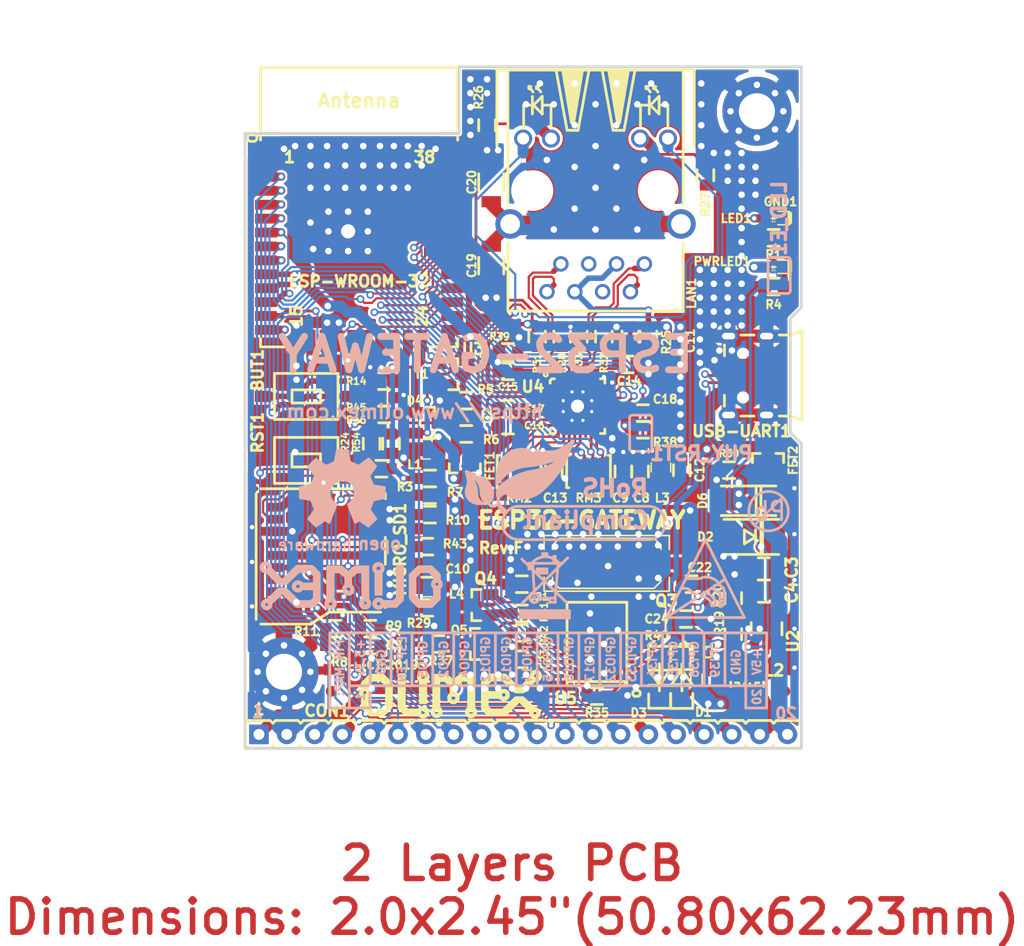
<source format=kicad_pcb>
(kicad_pcb (version 20190331) (host pcbnew "5.1.0-unknown-c054944~86~ubuntu18.04.1")
  (title_block (title "ESP32-GATEWAY") (date "2019-04-23") (rev "F") (company "OLIMEX Ltd.") (comment 1 "https://www.olimex.com"))
  (layers (0 "F.Cu" mixed) (31 "B.Cu" mixed) (34 "B.Paste" user hide) (35 "F.Paste" user hide) (36 "B.SilkS" user hide) (37 "F.SilkS" user) (38 "B.Mask" user hide) (39 "F.Mask" user) (44 "Edge.Cuts" user))
  (net 0 "")
  (net 1 "+5V")
  (net 2 "GND")
  (net 3 "Net-(BUT1-Pad2)")
  (net 4 "+3V3")
  (net 5 "Net-(C10-Pad1)")
  (net 6 "Net-(C18-Pad2)")
  (net 7 "/ESP_EN")
  (net 8 "Net-(L2-Pad1)")
  (net 9 "Net-(R19-Pad1)")
  (net 10 "Net-(R39-Pad1)")
  (net 11 "/PHYAD0")
  (net 12 "/PHYAD1")
  (net 13 "/PHYAD2")
  (net 14 "/RMIISEL")
  (net 15 "/VDD1A-2A")
  (net 16 "/VDDCR")
  (net 17 "Net-(MICRO_SD1-Pad5)")
  (net 18 "Net-(LAN1-Pad1)")
  (net 19 "Net-(LAN1-Pad2)")
  (net 20 "Net-(LAN1-Pad7)")
  (net 21 "Net-(LAN1-Pad8)")
  (net 22 "Net-(LAN1-PadAG1)")
  (net 23 "Net-(LAN1-PadAY1)")
  (net 24 "Net-(LAN1-PadKG1)")
  (net 25 "Net-(LAN1-PadKY1)")
  (net 26 "Net-(C19-Pad1)")
  (net 27 "Net-(C21-Pad1)")
  (net 28 "Net-(C22-Pad1)")
  (net 29 "/+5V_USB")
  (net 30 "Net-(Q4-Pad2)")
  (net 31 "Net-(Q4-Pad1)")
  (net 32 "Net-(Q5-Pad2)")
  (net 33 "Net-(Q5-Pad1)")
  (net 34 "Net-(U3-Pad32)")
  (net 35 "Net-(U4-Pad4)")
  (net 36 "Net-(U4-Pad14)")
  (net 37 "Net-(U4-Pad18)")
  (net 38 "Net-(U4-Pad20)")
  (net 39 "Net-(U4-Pad26)")
  (net 40 "Net-(U5-Pad6)")
  (net 41 "Net-(U5-Pad7)")
  (net 42 "Net-(U5-Pad11)")
  (net 43 "Net-(U5-Pad12)")
  (net 44 "Net-(U5-Pad13)")
  (net 45 "Net-(U5-Pad14)")
  (net 46 "Net-(U5-Pad17)")
  (net 47 "Net-(USB-UART1-Pad4)")
  (net 48 "Net-(PWRLED1-Pad1)")
  (net 49 "Net-(Q5-Pad3)")
  (net 50 "Net-(MICRO_SD1-Pad7)")
  (net 51 "/D_Com")
  (net 52 "/GPI35")
  (net 53 "+5V_EXT")
  (net 54 "/GPIO16")
  (net 55 "/GPI39")
  (net 56 "/GPI36")
  (net 57 "/GPIO32")
  (net 58 "Net-(LED1-Pad1)")
  (net 59 "+3.3VLAN")
  (net 60 "/GPIO0")
  (net 61 "Net-(C2-Pad2)")
  (net 62 "Net-(R5-Pad2)")
  (net 63 "Net-(MICRO_SD1-Pad2)")
  (net 64 "/GPI34\\BUT1")
  (net 65 "Net-(D3-Pad2)")
  (net 66 "Net-(C24-Pad1)")
  (net 67 "Net-(MICRO_SD1-Pad8)")
  (net 68 "Net-(MICRO_SD1-Pad1)")
  (net 69 "Net-(D1-Pad1)")
  (net 70 "Net-(U5-Pad20)")
  (net 71 "Net-(U3-Pad22)")
  (net 72 "Net-(U3-Pad21)")
  (net 73 "Net-(U3-Pad20)")
  (net 74 "Net-(U3-Pad19)")
  (net 75 "Net-(U3-Pad18)")
  (net 76 "Net-(U3-Pad17)")
  (net 77 "Net-(FID2-PadFid1)")
  (net 78 "Net-(FID3-PadFid1)")
  (net 79 "Net-(FID1-PadFid1)")
  (net 80 "/GPIO5\\PHY_PWR")
  (net 81 "/GPIO3\\U0RXD")
  (net 82 "/GPIO2\\HS2_DATA0")
  (net 83 "/GPIO4\\HS2_DATA1")
  (net 84 "/GPIO1\\U0TXD")
  (net 85 "/GPIO26\\EMAC_RXD1(RMII)")
  (net 86 "/GPIO25\\EMAC_RXD0(RMII)")
  (net 87 "/GPIO27\\EMAC_RX_CRS_DV")
  (net 88 "/GPIO18\\MDIO(RMII)")
  (net 89 "/GPIO14\\HS2_CLK")
  (net 90 "/GPIO15\\HS2_CMD")
  (net 91 "/GPIO12\\HS2_DATA2")
  (net 92 "/GPIO13\\HS2_DATA3")
  (net 93 "/GPIO33\\LED")
  (net 94 "/GPIO22\\EMAC_TXD1(RMII)")
  (net 95 "/GPIO19\\EMAC_TXD0(RMII)")
  (net 96 "/GPIO21\\EMAC_TX_EN(RMII)")
  (net 97 "/GPIO23\\MDC(RMII)")
  (net 98 "/GPIO17\\EMAC_CLK_OUT_180")
  (module "OLIMEX_Jumpers-FP:SJ" (layer "B.Cu") (at 118.364 86.106 90)
    (fp_text reference "LED_E1" (at 5.207 0 90) (layer "B.SilkS") (effects (font (size 1.27 1.27) (thickness 0.3175)) (justify mirror)))
    (fp_text value "Closed")
    (pad "2" smd rect (at 0.762 0 90) (size 1.1684 1.6002) (layers "B.Cu" "B.Mask") (net 1 "+5V") (clearance 0.0508))
    (pad "1" smd rect (at -0.762 0 90) (size 1.1684 1.6002) (layers "B.Cu" "B.Mask") (net 1 "+5V"))
    (pad "1" smd rect (at -0.762 0 90) (size 1.1684 1.6002) (layers "B.Cu" "B.Mask") (net 1 "+5V") (clearance 0.0508))
  )
  (module "OLIMEX_Connectors-FP:RJLBC-060TC1" (layer "F.Cu") (at 101.6 78.359 180)
    (fp_text reference "LAN1" (at -8.763 -9.398 270) (layer "F.SilkS") (effects (font (size 0.762 0.762) (thickness 0.1905))))
    (fp_text value "RJLD-060TC1(LPJ4013EDNL)")
    (pad "" np_thru_hole circle (at 5.715 0 180) (size 3.2 3.2) (drill 3.2) (layers *.Cu *.Mask))
    (pad "" np_thru_hole circle (at -5.715 0 180) (size 3.2 3.2) (drill 3.2) (layers *.Cu *.Mask))
    (pad "KY1" thru_hole circle (at -4.07 4.7485 180) (size 1.65 1.65) (drill 1.1) (layers *.Cu *.Mask) (net 25 "Net-(LAN1-PadKY1)"))
    (pad "KG1" thru_hole circle (at 6.61 4.7485 180) (size 1.65 1.65) (drill 1.1) (layers *.Cu *.Mask) (net 24 "Net-(LAN1-PadKG1)"))
    (pad "GND2" thru_hole circle (at 7.8 -3.05 180) (size 2.7 2.7) (drill 1.8) (layers *.Cu *.Mask) (net 26 "Net-(C19-Pad1)"))
    (pad "GND1" thru_hole circle (at -7.8 -3.05 180) (size 2.7 2.7) (drill 1.8) (layers *.Cu *.Mask) (net 26 "Net-(C19-Pad1)"))
    (pad "AY1" thru_hole circle (at -6.61 4.7485 180) (size 1.65 1.65) (drill 1.1) (layers *.Cu *.Mask) (net 23 "Net-(LAN1-PadAY1)"))
    (pad "AG1" thru_hole circle (at 4.07 4.7485 180) (size 1.65 1.65) (drill 1.1) (layers *.Cu *.Mask) (net 22 "Net-(LAN1-PadAG1)"))
    (pad "8" thru_hole circle (at 4.435 -9.24 180) (size 1.41 1.41) (drill 0.9) (layers *.Cu *.Mask) (net 21 "Net-(LAN1-Pad8)"))
    (pad "7" thru_hole circle (at 3.165 -6.7 180) (size 1.41 1.41) (drill 0.9) (layers *.Cu *.Mask) (net 20 "Net-(LAN1-Pad7)"))
    (pad "6" thru_hole circle (at 1.895 -9.24 180) (size 1.41 1.41) (drill 0.9) (layers *.Cu *.Mask) (net 15 "/VDD1A-2A"))
    (pad "5" thru_hole circle (at 0.625 -6.7 180) (size 1.41 1.41) (drill 0.9) (layers *.Cu *.Mask))
    (pad "4" thru_hole circle (at -0.645 -9.24 180) (size 1.41 1.41) (drill 0.9) (layers *.Cu *.Mask))
    (pad "3" thru_hole circle (at -1.915 -6.7 180) (size 1.41 1.41) (drill 0.9) (layers *.Cu *.Mask) (net 15 "/VDD1A-2A"))
    (pad "2" thru_hole circle (at -3.185 -9.24 180) (size 1.41 1.41) (drill 0.9) (layers *.Cu *.Mask) (net 19 "Net-(LAN1-Pad2)"))
    (pad "1" thru_hole circle (at -4.455 -6.7 180) (size 1.41 1.41) (drill 0.9) (layers *.Cu *.Mask) (net 18 "Net-(LAN1-Pad1)"))
  )
  (module "OLIMEX_Connectors-FP:TFC-WXCP11-08-LF" (layer "F.Cu") (at 76.327 111.125 180)
    (fp_text reference "MICRO_SD1" (at -7.4295 0 270) (layer "F.SilkS") (effects (font (size 1.016 1.016) (thickness 0.254))))
    (fp_text value "TFC-WXCP11-08-LF")
    (pad "SH2" smd rect (at -5.25 -3.15 270) (size 3.1 1.5) (layers "F.Cu" "F.Paste" "F.Mask") (net 2 "GND"))
    (pad "SH1" smd rect (at -5.25 2.91 270) (size 3.1 1.5) (layers "F.Cu" "F.Paste" "F.Mask") (net 2 "GND"))
    (pad "FID4" smd circle (at 5.72 5.54 270) (size 0.4 0.4) (layers "F.Cu" "F.Mask"))
    (pad "FID3" smd circle (at -6.08 5.54 270) (size 0.4 0.4) (layers "F.Cu" "F.Mask"))
    (pad "FID2" smd circle (at -6.08 -5.73 270) (size 0.4 0.4) (layers "F.Cu" "F.Mask"))
    (pad "FID1" smd circle (at 5.72 -6.82 270) (size 0.4 0.4) (layers "F.Cu" "F.Mask"))
    (pad "8" smd rect (at 4 3.85 270) (size 0.8 1.5) (layers "F.Cu" "F.Paste" "F.Mask") (net 67 "Net-(MICRO_SD1-Pad8)"))
    (pad "7" smd rect (at 4 2.75 270) (size 0.8 1.5) (layers "F.Cu" "F.Paste" "F.Mask") (net 50 "Net-(MICRO_SD1-Pad7)"))
    (pad "6" smd rect (at 4 1.65 270) (size 0.8 1.5) (layers "F.Cu" "F.Paste" "F.Mask") (net 2 "GND"))
    (pad "5" smd rect (at 4 0.55 270) (size 0.8 1.5) (layers "F.Cu" "F.Paste" "F.Mask") (net 17 "Net-(MICRO_SD1-Pad5)"))
    (pad "4" smd rect (at 4 -0.55 270) (size 0.8 1.5) (layers "F.Cu" "F.Paste" "F.Mask") (net 5 "Net-(C10-Pad1)"))
    (pad "3" smd rect (at 4 -1.65 270) (size 0.8 1.5) (layers "F.Cu" "F.Paste" "F.Mask") (net 90 "/GPIO15\\HS2_CMD"))
    (pad "2" smd rect (at 4 -2.75 270) (size 0.8 1.5) (layers "F.Cu" "F.Paste" "F.Mask") (net 63 "Net-(MICRO_SD1-Pad2)"))
    (pad "1" smd rect (at 4 -3.85 270) (size 0.8 1.5) (layers "F.Cu" "F.Paste" "F.Mask") (net 68 "Net-(MICRO_SD1-Pad1)"))
  )
  (module "OLIMEX_LOGOs-FP:OLIMEX_LOGO_TB" (layer "F.Cu") (at 88.519 124.333)
    (fp_text reference "Logo-OlimexBIG" hide)
    (fp_text value "" hide)
  )
  (module "OLIMEX_RLC-FP:R_0603_5MIL_DWS" (layer "F.Cu") (at 89.789 97.536 180)
    (fp_text reference "R5" (at -1.778 1.016 180) (layer "F.SilkS") (effects (font (size 0.762 0.762) (thickness 0.1905))))
    (fp_text value "1k/R0603")
    (pad "2" smd rect (at 0.889 0 180) (size 1.016 1.016) (layers "F.Cu" "F.Paste" "F.Mask") (net 62 "Net-(R5-Pad2)"))
    (pad "1" smd rect (at -0.889 0 180) (size 1.016 1.016) (layers "F.Cu" "F.Paste" "F.Mask") (net 61 "Net-(C2-Pad2)"))
  )
  (module "OLIMEX_RLC-FP:L_0805_5MIL_DWS" (layer "F.Cu") (at 86.106 101.981)
    (fp_text reference "L1" (at -1.016 1.397) (layer "F.SilkS") (effects (font (size 0.762 0.762) (thickness 0.1905))))
    (fp_text value "NA(FB0805/600R/2A)")
    (pad "1" smd rect (at -1.016 0) (size 1.524 1.27) (layers "F.Cu" "F.Paste" "F.Mask") (net 4 "+3V3") (clearance 0.0508))
    (pad "2" smd rect (at 1.016 0) (size 1.524 1.27) (layers "F.Cu" "F.Paste" "F.Mask") (net 59 "+3.3VLAN") (clearance 0.0508))
  )
  (module "OLIMEX_RLC-FP:C_0603_5MIL_DWS" (layer "F.Cu") (at 89.788999 99.06)
    (fp_text reference "C2" (at 1.930401 -0.127 90) (layer "F.SilkS") (effects (font (size 0.7112 0.7112) (thickness 0.1778))))
    (fp_text value "22uF/6.3V/20%/X5R/C0603")
    (pad "2" smd rect (at 0.889 0) (size 1.016 1.016) (layers "F.Cu" "F.Paste" "F.Mask") (net 61 "Net-(C2-Pad2)") (clearance 0.0508))
    (pad "1" smd rect (at -0.889 0) (size 1.016 1.016) (layers "F.Cu" "F.Paste" "F.Mask") (net 4 "+3V3") (clearance 0.0508))
  )
  (module "OLIMEX_Transistors-FP:SOT23" (layer "F.Cu") (at 88.392 95.123 180)
    (fp_text reference "T1" (at 2.667 0 180) (layer "F.SilkS") (effects (font (size 0.762 0.762) (thickness 0.1905))))
    (fp_text value "DTC114YKA")
    (pad "1" smd rect (at 1.10744 0.94996 180) (size 1.4 1) (layers "F.Cu" "F.Paste" "F.Mask") (net 80 "/GPIO5\\PHY_PWR") (clearance 0.0508))
    (pad "2" smd rect (at 1.10744 -0.9525 180) (size 1.4 1) (layers "F.Cu" "F.Paste" "F.Mask") (net 2 "GND") (clearance 0.0508))
    (pad "3" smd rect (at -1.10236 0.00254 180) (size 1.4 1) (layers "F.Cu" "F.Paste" "F.Mask") (net 62 "Net-(R5-Pad2)") (clearance 0.0508))
  )
  (module "OLIMEX_RLC-FP:R_0603_5MIL_DWS" (layer "F.Cu") (at 89.788999 100.584)
    (fp_text reference "R6" (at 2.286001 0.508) (layer "F.SilkS") (effects (font (size 0.762 0.762) (thickness 0.1905))))
    (fp_text value "10k/R0603")
    (pad "2" smd rect (at 0.889 0) (size 1.016 1.016) (layers "F.Cu" "F.Paste" "F.Mask") (net 61 "Net-(C2-Pad2)"))
    (pad "1" smd rect (at -0.889 0) (size 1.016 1.016) (layers "F.Cu" "F.Paste" "F.Mask") (net 4 "+3V3"))
  )
  (module "OLIMEX_Transistors-FP:SOT23" (layer "F.Cu") (at 89.662 103.505 90)
    (fp_text reference "FET1" (at 0 2.286 270) (layer "F.SilkS") (effects (font (size 0.762 0.762) (thickness 0.1905))))
    (fp_text value "WPM2015-3/TR")
    (pad "1" smd rect (at 1.10744 0.94996 90) (size 1.4 1) (layers "F.Cu" "F.Paste" "F.Mask") (net 61 "Net-(C2-Pad2)") (clearance 0.0508))
    (pad "2" smd rect (at 1.10744 -0.9525 90) (size 1.4 1) (layers "F.Cu" "F.Paste" "F.Mask") (net 4 "+3V3") (clearance 0.0508))
    (pad "3" smd rect (at -1.10236 0.00254 90) (size 1.4 1) (layers "F.Cu" "F.Paste" "F.Mask") (net 59 "+3.3VLAN") (clearance 0.0508))
  )
  (module "OLIMEX_Diodes-FP:DO214AA_1(K)-2(A)" (layer "F.Cu") (at 115.824 109.982 180)
    (fp_text reference "D2" (at 4.191 0 180) (layer "F.SilkS") (effects (font (size 0.762 0.762) (thickness 0.1905))))
    (fp_text value "SMBJ6.0A(DO-214AA)")
    (pad "2" smd rect (at 2.177 0 180) (size 1.778 2.286) (layers "F.Cu" "F.Paste" "F.Mask") (net 2 "GND"))
    (pad "1" smd rect (at -2.177 0 180) (size 1.778 2.286) (layers "F.Cu" "F.Paste" "F.Mask") (net 1 "+5V"))
  )
  (module "OLIMEX_RLC-FP:R_0603_5MIL_DWS" (layer "F.Cu") (at 86.487 104.648 180)
    (fp_text reference "R3" (at 2.286 -0.762 180) (layer "F.SilkS") (effects (font (size 0.762 0.762) (thickness 0.1905))))
    (fp_text value "2.2k/R0603")
    (pad "2" smd rect (at 0.889 0 180) (size 1.016 1.016) (layers "F.Cu" "F.Paste" "F.Mask") (net 82 "/GPIO2\\HS2_DATA0"))
    (pad "1" smd rect (at -0.889 0 180) (size 1.016 1.016) (layers "F.Cu" "F.Paste" "F.Mask") (net 4 "+3V3"))
  )
  (module "OLIMEX_RLC-FP:R_0603_5MIL_DWS" (layer "F.Cu") (at 81.026 119.888 180)
    (fp_text reference "R2" (at -2.159 0 180) (layer "F.SilkS") (effects (font (size 0.762 0.762) (thickness 0.1905))))
    (fp_text value "2.2k/R0603")
    (pad "2" smd rect (at 0.889 0 180) (size 1.016 1.016) (layers "F.Cu" "F.Paste" "F.Mask") (net 63 "Net-(MICRO_SD1-Pad2)"))
    (pad "1" smd rect (at -0.889 0 180) (size 1.016 1.016) (layers "F.Cu" "F.Paste" "F.Mask") (net 4 "+3V3"))
  )
  (module "OLIMEX_LOGOs-FP:OLIMEX_LOGO_TB" (layer "B.Cu") (at 79.121 114.427 180)
    (fp_text reference "Logo-OLimeX" hide)
    (fp_text value "" hide)
  )
  (module "OLIMEX_LOGOs-FP:LOGO_ROHS_1" (layer "B.Cu") (at 106.934 109.601 180)
    (fp_text reference "Sign_RoHS" hide)
    (fp_text value "Val**" hide)
    (fp_text user "Compliant" (at 6.20014 1.143 180) (layer "B.SilkS") (effects (font (size 1.524 1.524) (thickness 0.35)) (justify mirror)))
    (fp_text user "RoHS" (at 3.556 4.04368 180) (layer "B.SilkS") (effects (font (size 1.524 1.524) (thickness 0.381)) (justify mirror)))
  )
  (module "OLIMEX_LOGOs-FP:LOGO_RECYCLEBIN_1" (layer "B.Cu") (at 99.314 117.475 180)
    (fp_text reference "Sign-RecyclBin" hide)
    (fp_text value "" hide)
  )
  (module "OLIMEX_LOGOs-FP:LOGO_PBFREE" (layer "B.Cu") (at 117.602 107.315)
    (fp_text reference "Sign_Pb-Free")
    (fp_text value "")
    (fp_text user "Pb" (at -0.08636 0.33528) (layer "B.SilkS") (effects (font (size 1.7 1.5) (thickness 0.254)) (justify mirror)))
  )
  (module "OLIMEX_LOGOs-FP:LOGO_OPENHARDWARE_8x8" (layer "B.Cu") (at 78.486 106.045 180)
    (fp_text reference "Logo-OSHW" hide)
    (fp_text value "" hide)
    (fp_text user "open" (at -3.40106 -4.55676 180) (layer "B.SilkS") (effects (font (size 1.1 1.1) (thickness 0.254)) (justify mirror)))
    (fp_text user "hardware" (at 2.51206 -4.6482 180) (layer "B.SilkS") (effects (font (thickness 0.18)) (justify mirror)))
  )
  (module "OLIMEX_LOGOs-FP:LOGO_ANTISTATIC_1" (layer "B.Cu") (at 115.189 117.348 180)
    (fp_text reference "Sign-Antistatic" hide)
    (fp_text value "Val**" hide)
  )
  (module "OLIMEX_RLC-FP:R_0603_5MIL_DWS" (layer "F.Cu") (at 117.856 82.677)
    (fp_text reference "R1" (at 0 1.524) (layer "F.SilkS") (effects (font (size 0.762 0.762) (thickness 0.1905))))
    (fp_text value "2.2k/R0603")
    (pad "2" smd rect (at 0.889 0) (size 1.016 1.016) (layers "F.Cu" "F.Paste" "F.Mask") (net 58 "Net-(LED1-Pad1)"))
    (pad "1" smd rect (at -0.889 0) (size 1.016 1.016) (layers "F.Cu" "F.Paste" "F.Mask") (net 2 "GND"))
  )
  (module "OLIMEX_LEDs-FP:LED_0603_KA" (layer "F.Cu") (at 117.856 80.899 180)
    (fp_text reference "LED1" (at 3.429 0 180) (layer "F.SilkS") (effects (font (size 0.762 0.762) (thickness 0.1905))))
    (fp_text value "LED/GREEN/0603")
    (pad "1" smd rect (at -0.762 0) (size 0.8 0.8) (layers "F.Cu" "F.Paste" "F.Mask") (net 58 "Net-(LED1-Pad1)"))
    (pad "2" smd rect (at 0.762 0) (size 0.8 0.8) (layers "F.Cu" "F.Paste" "F.Mask") (net 93 "/GPIO33\\LED"))
  )
  (module "OLIMEX_Connectors-FP:HN1x20" (layer "F.Cu") (at 94.996 128.016)
    (fp_text reference "CON1" (at -17.907 -2.159) (layer "F.SilkS") (effects (font (size 1.016 1.016) (thickness 0.254))))
    (fp_text value "NA(NH1x20)")
    (pad "4" thru_hole circle (at -16.51 0) (size 1.778 1.778) (drill 1) (layers *.Cu *.Mask) (net 80 "/GPIO5\\PHY_PWR"))
    (pad "3" thru_hole circle (at -19.05 0) (size 1.778 1.778) (drill 1) (layers *.Cu *.Mask) (net 7 "/ESP_EN"))
    (pad "2" thru_hole circle (at -21.59 0) (size 1.778 1.778) (drill 1) (layers *.Cu *.Mask) (net 2 "GND"))
    (pad "1" thru_hole rect (at -24.13 0) (size 1.778 1.778) (drill 1) (layers *.Cu *.Mask) (net 4 "+3V3"))
    (pad "5" thru_hole circle (at -13.97 0) (size 1.778 1.778) (drill 1) (layers *.Cu *.Mask) (net 82 "/GPIO2\\HS2_DATA0"))
    (pad "6" thru_hole circle (at -11.43 0) (size 1.778 1.778) (drill 1) (layers *.Cu *.Mask) (net 83 "/GPIO4\\HS2_DATA1"))
    (pad "8" thru_hole circle (at -6.35 0) (size 1.778 1.778) (drill 1) (layers *.Cu *.Mask) (net 92 "/GPIO13\\HS2_DATA3"))
    (pad "7" thru_hole circle (at -8.89 0) (size 1.778 1.778) (drill 1) (layers *.Cu *.Mask) (net 91 "/GPIO12\\HS2_DATA2"))
    (pad "9" thru_hole circle (at -3.81 0) (size 1.778 1.778) (drill 1) (layers *.Cu *.Mask) (net 89 "/GPIO14\\HS2_CLK"))
    (pad "10" thru_hole circle (at -1.27 0) (size 1.778 1.778) (drill 1) (layers *.Cu *.Mask) (net 90 "/GPIO15\\HS2_CMD"))
    (pad "12" thru_hole circle (at 3.81 0) (size 1.778 1.778) (drill 1) (layers *.Cu *.Mask) (net 98 "/GPIO17\\EMAC_CLK_OUT_180"))
    (pad "11" thru_hole circle (at 1.27 0) (size 1.778 1.778) (drill 1) (layers *.Cu *.Mask) (net 54 "/GPIO16"))
    (pad "13" thru_hole circle (at 6.35 0) (size 1.778 1.778) (drill 1) (layers *.Cu *.Mask) (net 57 "/GPIO32"))
    (pad "14" thru_hole circle (at 8.89 0) (size 1.778 1.778) (drill 1) (layers *.Cu *.Mask) (net 93 "/GPIO33\\LED"))
    (pad "16" thru_hole circle (at 13.97 0) (size 1.778 1.778) (drill 1) (layers *.Cu *.Mask) (net 52 "/GPI35"))
    (pad "15" thru_hole circle (at 11.43 0) (size 1.778 1.778) (drill 1) (layers *.Cu *.Mask) (net 64 "/GPI34\\BUT1"))
    (pad "19" thru_hole circle (at 21.59 0) (size 1.778 1.778) (drill 1) (layers *.Cu *.Mask) (net 2 "GND"))
    (pad "20" thru_hole circle (at 24.13 0) (size 1.778 1.778) (drill 1) (layers *.Cu *.Mask) (net 53 "+5V_EXT"))
    (pad "18" thru_hole circle (at 19.05 0) (size 1.778 1.778) (drill 1) (layers *.Cu *.Mask) (net 55 "/GPI39"))
    (pad "17" thru_hole circle (at 16.51 0) (size 1.778 1.778) (drill 1) (layers *.Cu *.Mask) (net 56 "/GPI36"))
  )
  (module "OLIMEX_Connectors-FP:USB-MICRO_MISB-SWMM-5B_LF" (layer "F.Cu") (at 116.967 95.25)
    (fp_text reference "USB-UART1" (at -2.032 5.08) (layer "F.SilkS") (effects (font (size 1.016 1.016) (thickness 0.254))))
    (fp_text value "MISB-SWMM-5B-LF(USB_MICRO)")
    (pad "1" smd rect (at -3.15 1.3875 90) (size 0.5 1.65) (layers "F.Cu" "F.Paste" "F.Mask") (net 29 "/+5V_USB"))
    (pad "2" smd rect (at -3.15 0.65 90) (size 0.325 1.65) (layers "F.Cu" "F.Paste" "F.Mask") (net 41 "Net-(U5-Pad7)"))
    (pad "3" smd rect (at -3.15 0 90) (size 0.325 1.65) (layers "F.Cu" "F.Paste" "F.Mask") (net 40 "Net-(U5-Pad6)"))
    (pad "4" smd rect (at -3.15 -0.65 90) (size 0.325 1.65) (layers "F.Cu" "F.Paste" "F.Mask") (net 47 "Net-(USB-UART1-Pad4)"))
    (pad "5" smd rect (at -3.15 -1.3875 90) (size 0.5 1.65) (layers "F.Cu" "F.Paste" "F.Mask") (net 2 "GND"))
    (pad "" np_thru_hole circle (at -1.9 2 90) (size 0.6 0.6) (drill 0.6) (layers *.Cu *.Mask))
    (pad "" np_thru_hole circle (at -1.9 -2 90) (size 0.6 0.6) (drill 0.6) (layers *.Cu *.Mask))
    (pad "0" smd rect (at 1.4 1.5 90) (size 1.1 1) (layers "F.Cu" "F.Paste" "F.Mask") (net 2 "GND"))
    (pad "0" smd rect (at 1.4 -1.5 90) (size 1.1 1) (layers "F.Cu" "F.Paste" "F.Mask") (net 2 "GND"))
    (pad "0" thru_hole oval (at 0.25 3.6 90) (size 1.2 1.8) (drill oval 0.6 1.2) (layers *.Cu *.Mask) (net 2 "GND"))
    (pad "0" thru_hole oval (at -3.22 3.6 90) (size 1.2 1.8) (drill oval 0.6 1.2) (layers *.Cu *.Mask) (net 2 "GND"))
    (pad "0" thru_hole oval (at -3.22 -3.6 90) (size 1.2 1.8) (drill oval 0.6 1.2) (layers *.Cu *.Mask) (net 2 "GND"))
    (pad "0" thru_hole oval (at 0.25 -3.6 90) (size 1.2 1.8) (drill oval 0.6 1.2) (layers *.Cu *.Mask) (net 2 "GND"))
  )
  (module "OLIMEX_RLC-FP:R_0603_5MIL_DWS" (layer "F.Cu") (at 87.249 119.761 180)
    (fp_text reference "R37" (at -0.254 -1.524 180) (layer "F.SilkS") (effects (font (size 0.762 0.762) (thickness 0.1905))))
    (fp_text value "220R/R0603")
    (pad "2" smd rect (at 0.889 0 180) (size 1.016 1.016) (layers "F.Cu" "F.Paste" "F.Mask") (net 51 "/D_Com"))
    (pad "1" smd rect (at -0.889 0 180) (size 1.016 1.016) (layers "F.Cu" "F.Paste" "F.Mask") (net 49 "Net-(Q5-Pad3)"))
  )
  (module "OLIMEX_RLC-FP:C_0805_5MIL_DWS" (layer "F.Cu") (at 116.967 114.935 180)
    (fp_text reference "C4" (at -2.54 -0.127 270) (layer "F.SilkS") (effects (font (size 1.016 1.016) (thickness 0.254))))
    (fp_text value "47uF/6.3V/20%/X5R/C0805")
    (pad "2" smd rect (at 1.016 0 270) (size 1.524 1.27) (layers "F.Cu" "F.Paste" "F.Mask") (net 2 "GND"))
    (pad "1" smd rect (at -1.016 0 270) (size 1.524 1.27) (layers "F.Cu" "F.Paste" "F.Mask") (net 1 "+5V"))
  )
  (module "OLIMEX_RLC-FP:C_0805_5MIL_DWS" (layer "F.Cu") (at 116.967 112.903 180)
    (fp_text reference "C3" (at -2.54 0.127 270) (layer "F.SilkS") (effects (font (size 1.016 1.016) (thickness 0.254))))
    (fp_text value "47uF/6.3V/20%/X5R/C0805")
    (pad "2" smd rect (at 1.016 0 270) (size 1.524 1.27) (layers "F.Cu" "F.Paste" "F.Mask") (net 2 "GND"))
    (pad "1" smd rect (at -1.016 0 270) (size 1.524 1.27) (layers "F.Cu" "F.Paste" "F.Mask") (net 1 "+5V"))
  )
  (module "OLIMEX_RLC-FP:R_0603_5MIL_DWS" (layer "F.Cu") (at 114.173 115.57 90)
    (fp_text reference "R20" (at 0.254 -1.397 90) (layer "F.SilkS") (effects (font (size 0.762 0.762) (thickness 0.1905))))
    (fp_text value "49.9k/1%/R0603")
    (pad "2" smd rect (at 0.889 0 90) (size 1.016 1.016) (layers "F.Cu" "F.Paste" "F.Mask") (net 2 "GND"))
    (pad "1" smd rect (at -0.889 0 90) (size 1.016 1.016) (layers "F.Cu" "F.Paste" "F.Mask") (net 9 "Net-(R19-Pad1)"))
  )
  (module "OLIMEX_RLC-FP:R_0603_5MIL_DWS" (layer "F.Cu") (at 114.173 118.872 270)
    (fp_text reference "R19" (at -1.016 1.27 270) (layer "F.SilkS") (effects (font (size 0.762 0.762) (thickness 0.1905))))
    (fp_text value "220k/R0603")
    (pad "2" smd rect (at 0.889 0 270) (size 1.016 1.016) (layers "F.Cu" "F.Paste" "F.Mask") (net 4 "+3V3"))
    (pad "1" smd rect (at -0.889 0 270) (size 1.016 1.016) (layers "F.Cu" "F.Paste" "F.Mask") (net 9 "Net-(R19-Pad1)"))
  )
  (module "OLIMEX_RLC-FP:R_0603_5MIL_DWS" (layer "F.Cu") (at 117.856 87.122 180)
    (fp_text reference "R4" (at 0 -1.651 180) (layer "F.SilkS") (effects (font (size 0.762 0.762) (thickness 0.1905))))
    (fp_text value "2.2k/R0603")
    (pad "2" smd rect (at 0.889 0 180) (size 1.016 1.016) (layers "F.Cu" "F.Paste" "F.Mask") (net 2 "GND"))
    (pad "1" smd rect (at -0.889 0 180) (size 1.016 1.016) (layers "F.Cu" "F.Paste" "F.Mask") (net 48 "Net-(PWRLED1-Pad1)"))
  )
  (module "OLIMEX_RLC-FP:R_0603_5MIL_DWS" (layer "F.Cu") (at 82.931 101.473 270)
    (fp_text reference "R54" (at -0.127 3.175 270) (layer "F.SilkS") (effects (font (size 0.635 0.635) (thickness 0.15875))))
    (fp_text value "NA/R0603")
    (pad "2" smd rect (at 0.889 0 270) (size 1.016 1.016) (layers "F.Cu" "F.Paste" "F.Mask") (net 4 "+3V3"))
    (pad "1" smd rect (at -0.889 0 270) (size 1.016 1.016) (layers "F.Cu" "F.Paste" "F.Mask") (net 60 "/GPIO0"))
  )
  (module "OLIMEX_RLC-FP:R_0603_5MIL_DWS" (layer "F.Cu") (at 82.296 98.806)
    (fp_text reference "R46" (at -2.54 0.508) (layer "F.SilkS") (effects (font (size 0.635 0.635) (thickness 0.15875))))
    (fp_text value "NA/R0603")
    (pad "2" smd rect (at 0.889 0) (size 1.016 1.016) (layers "F.Cu" "F.Paste" "F.Mask") (net 51 "/D_Com"))
    (pad "1" smd rect (at -0.889 0) (size 1.016 1.016) (layers "F.Cu" "F.Paste" "F.Mask") (net 64 "/GPI34\\BUT1"))
  )
  (module "OLIMEX_RLC-FP:R_0603_5MIL_DWS" (layer "F.Cu") (at 82.296 97.282 180)
    (fp_text reference "R45" (at 2.54 -0.889 180) (layer "F.SilkS") (effects (font (size 0.635 0.635) (thickness 0.15875))))
    (fp_text value "10k/R0603")
    (pad "2" smd rect (at 0.889 0 180) (size 1.016 1.016) (layers "F.Cu" "F.Paste" "F.Mask") (net 64 "/GPI34\\BUT1"))
    (pad "1" smd rect (at -0.889 0 180) (size 1.016 1.016) (layers "F.Cu" "F.Paste" "F.Mask") (net 4 "+3V3"))
  )
  (module "OLIMEX_RLC-FP:R_0603_5MIL_DWS" (layer "F.Cu") (at 94.869 118.745 180)
    (fp_text reference "R42" (at -2.032 -0.254 90) (layer "F.SilkS") (effects (font (size 0.635 0.635) (thickness 0.15875))))
    (fp_text value "1k/R0603")
    (pad "2" smd rect (at 0.889 0 180) (size 1.016 1.016) (layers "F.Cu" "F.Paste" "F.Mask") (net 33 "Net-(Q5-Pad1)"))
    (pad "1" smd rect (at -0.889 0 180) (size 1.016 1.016) (layers "F.Cu" "F.Paste" "F.Mask") (net 30 "Net-(Q4-Pad2)"))
  )
  (module "OLIMEX_RLC-FP:R_0603_5MIL_DWS" (layer "F.Cu") (at 113.792 103.886 180)
    (fp_text reference "R30" (at 0 1.524 180) (layer "F.SilkS") (effects (font (size 0.635 0.635) (thickness 0.15875))))
    (fp_text value "1M/R0603")
    (pad "2" smd rect (at 0.889 0 180) (size 1.016 1.016) (layers "F.Cu" "F.Paste" "F.Mask") (net 2 "GND"))
    (pad "1" smd rect (at -0.889 0 180) (size 1.016 1.016) (layers "F.Cu" "F.Paste" "F.Mask") (net 53 "+5V_EXT"))
  )
  (module "OLIMEX_Diodes-FP:SMA-KA" (layer "F.Cu") (at 115.57 106.68 180)
    (fp_text reference "D6" (at 4.191 0 270) (layer "F.SilkS") (effects (font (size 0.762 0.762) (thickness 0.1905))))
    (fp_text value "1N5822/SS34/SMA")
    (pad "1" smd rect (at -2.5 0 180) (size 2 1.7) (layers "F.Cu" "F.Paste" "F.Mask") (net 1 "+5V"))
    (pad "2" smd rect (at 2.5 0 180) (size 2 1.7) (layers "F.Cu" "F.Paste" "F.Mask") (net 53 "+5V_EXT"))
  )
  (module "OLIMEX_RLC-FP:C_0603_5MIL_DWS" (layer "F.Cu") (at 109.855 117.475)
    (fp_text reference "C24" (at -2.667 0) (layer "F.SilkS") (effects (font (size 0.762 0.762) (thickness 0.1905))))
    (fp_text value "100nF/50V/20%/Y5V/C0603")
    (pad "2" smd rect (at 0.889 0) (size 1.016 1.016) (layers "F.Cu" "F.Paste" "F.Mask") (net 2 "GND") (clearance 0.0508))
    (pad "1" smd rect (at -0.889 0) (size 1.016 1.016) (layers "F.Cu" "F.Paste" "F.Mask") (net 66 "Net-(C24-Pad1)") (clearance 0.0508))
  )
  (module "OLIMEX_RLC-FP:C_0603_5MIL_DWS" (layer "F.Cu") (at 94.869 121.158 180)
    (fp_text reference "C23" (at -2.032 0 270) (layer "F.SilkS") (effects (font (size 0.635 0.635) (thickness 0.15875))))
    (fp_text value "22uF/6.3V/20%/X5R/C0603")
    (pad "2" smd rect (at 0.889 0 180) (size 1.016 1.016) (layers "F.Cu" "F.Paste" "F.Mask") (net 2 "GND") (clearance 0.0508))
    (pad "1" smd rect (at -0.889 0 180) (size 1.016 1.016) (layers "F.Cu" "F.Paste" "F.Mask") (net 29 "/+5V_USB") (clearance 0.0508))
  )
  (module "OLIMEX_RLC-FP:C_0603_5MIL_DWS" (layer "F.Cu") (at 110.363 114.3)
    (fp_text reference "C22" (at 0.762 -1.524) (layer "F.SilkS") (effects (font (size 0.762 0.762) (thickness 0.1905))))
    (fp_text value "27pF/50V/5%/C0G/C0603")
    (pad "2" smd rect (at 0.889 0) (size 1.016 1.016) (layers "F.Cu" "F.Paste" "F.Mask") (net 2 "GND") (clearance 0.0508))
    (pad "1" smd rect (at -0.889 0) (size 1.016 1.016) (layers "F.Cu" "F.Paste" "F.Mask") (net 28 "Net-(C22-Pad1)") (clearance 0.0508))
  )
  (module "OLIMEX_RLC-FP:C_0603_5MIL_DWS" (layer "F.Cu") (at 94.869 114.3 180)
    (fp_text reference "C21" (at -1.524 -1.143) (layer "F.SilkS") (effects (font (size 0.635 0.635) (thickness 0.15875))))
    (fp_text value "27pF/50V/5%/C0G/C0603")
    (pad "2" smd rect (at 0.889 0 180) (size 1.016 1.016) (layers "F.Cu" "F.Paste" "F.Mask") (net 2 "GND") (clearance 0.0508))
    (pad "1" smd rect (at -0.889 0 180) (size 1.016 1.016) (layers "F.Cu" "F.Paste" "F.Mask") (net 27 "Net-(C21-Pad1)") (clearance 0.0508))
  )
  (module "OLIMEX_RLC-FP:C_1206_5MIL_DWS_ISO" (layer "F.Cu") (at 92.075 77.597 90)
    (fp_text reference "C20" (at 0 -1.778 270) (layer "F.SilkS") (effects (font (size 0.762 0.762) (thickness 0.1905))))
    (fp_text value "NA(1nF/2000V/10%/X7R/C1206)")
    (pad "2" smd rect (at 1.778 0 90) (size 1.016 1.778) (layers "F.Cu" "F.Paste" "F.Mask") (net 2 "GND"))
    (pad "1" smd rect (at -1.778 0 90) (size 1.016 1.778) (layers "F.Cu" "F.Paste" "F.Mask") (net 26 "Net-(C19-Pad1)"))
  )
  (module "OLIMEX_RLC-FP:C_1206_5MIL_DWS_ISO" (layer "F.Cu") (at 92.075 85.217 270)
    (fp_text reference "C19" (at 0 1.778 90) (layer "F.SilkS") (effects (font (size 0.762 0.762) (thickness 0.1905))))
    (fp_text value "1nF/2000V/10%/X7R/C1206")
    (pad "2" smd rect (at 1.778 0 270) (size 1.016 1.778) (layers "F.Cu" "F.Paste" "F.Mask") (net 2 "GND"))
    (pad "1" smd rect (at -1.778 0 270) (size 1.016 1.778) (layers "F.Cu" "F.Paste" "F.Mask") (net 26 "Net-(C19-Pad1)"))
  )
  (module "OLIMEX_RLC-FP:R_0603_5MIL_DWS" (layer "F.Cu") (at 86.233 110.871 180)
    (fp_text reference "R43" (at -2.54 0.254 180) (layer "F.SilkS") (effects (font (size 0.762 0.762) (thickness 0.1905))))
    (fp_text value "10R/R0603")
    (pad "2" smd rect (at 0.889 0 180) (size 1.016 1.016) (layers "F.Cu" "F.Paste" "F.Mask") (net 17 "Net-(MICRO_SD1-Pad5)"))
    (pad "1" smd rect (at -0.889 0 180) (size 1.016 1.016) (layers "F.Cu" "F.Paste" "F.Mask") (net 89 "/GPIO14\\HS2_CLK"))
  )
  (module "OLIMEX_RLC-FP:R_0603_5MIL_DWS" (layer "F.Cu") (at 94.869 116.967 180)
    (fp_text reference "R41" (at -2.032 0.127 270) (layer "F.SilkS") (effects (font (size 0.635 0.635) (thickness 0.15875))))
    (fp_text value "1k/R0603")
    (pad "2" smd rect (at 0.889 0 180) (size 1.016 1.016) (layers "F.Cu" "F.Paste" "F.Mask") (net 31 "Net-(Q4-Pad1)"))
    (pad "1" smd rect (at -0.889 0 180) (size 1.016 1.016) (layers "F.Cu" "F.Paste" "F.Mask") (net 32 "Net-(Q5-Pad2)"))
  )
  (module "OLIMEX_RLC-FP:R_0603_5MIL_DWS" (layer "F.Cu") (at 109.855 118.999)
    (fp_text reference "R40" (at -2.667 0) (layer "F.SilkS") (effects (font (size 0.762 0.762) (thickness 0.1905))))
    (fp_text value "10k/R0603")
    (pad "2" smd rect (at 0.889 0) (size 1.016 1.016) (layers "F.Cu" "F.Paste" "F.Mask") (net 81 "/GPIO3\\U0RXD"))
    (pad "1" smd rect (at -0.889 0) (size 1.016 1.016) (layers "F.Cu" "F.Paste" "F.Mask") (net 66 "Net-(C24-Pad1)"))
  )
  (module "OLIMEX_RLC-FP:R_0603_5MIL_DWS" (layer "F.Cu") (at 93.599 93.091 180)
    (fp_text reference "R39" (at 0.762 1.397) (layer "F.SilkS") (effects (font (size 0.635 0.635) (thickness 0.15875))))
    (fp_text value "12.1k/1%/R0603")
    (pad "2" smd rect (at 0.889 0 180) (size 1.016 1.016) (layers "F.Cu" "F.Paste" "F.Mask") (net 2 "GND"))
    (pad "1" smd rect (at -0.889 0 180) (size 1.016 1.016) (layers "F.Cu" "F.Paste" "F.Mask") (net 10 "Net-(R39-Pad1)"))
  )
  (module "OLIMEX_RLC-FP:R_0603_5MIL_DWS" (layer "F.Cu") (at 105.918 100.203)
    (fp_text reference "R38" (at 2.032 1.143) (layer "F.SilkS") (effects (font (size 0.762 0.762) (thickness 0.1905))))
    (fp_text value "10k/R0603")
    (pad "2" smd rect (at 0.889 0) (size 1.016 1.016) (layers "F.Cu" "F.Paste" "F.Mask") (net 59 "+3.3VLAN"))
    (pad "1" smd rect (at -0.889 0) (size 1.016 1.016) (layers "F.Cu" "F.Paste" "F.Mask") (net 6 "Net-(C18-Pad2)"))
  )
  (module "OLIMEX_RLC-FP:R_0603_5MIL_DWS" (layer "F.Cu") (at 101.727 124.5235)
    (fp_text reference "R35" (at 0 1.524) (layer "F.SilkS") (effects (font (size 0.762 0.762) (thickness 0.1905))))
    (fp_text value "10k/R0603")
    (pad "2" smd rect (at 0.889 0) (size 1.016 1.016) (layers "F.Cu" "F.Paste" "F.Mask") (net 65 "Net-(D3-Pad2)"))
    (pad "1" smd rect (at -0.889 0) (size 1.016 1.016) (layers "F.Cu" "F.Paste" "F.Mask") (net 29 "/+5V_USB"))
  )
  (module "OLIMEX_RLC-FP:R_0603_5MIL_DWS" (layer "F.Cu") (at 100.076 91.694 270)
    (fp_text reference "R33" (at 2.413 0 270) (layer "F.SilkS") (effects (font (size 0.635 0.635) (thickness 0.15875))))
    (fp_text value "49.9R/1%/R0603")
    (pad "2" smd rect (at 0.889 0 270) (size 1.016 1.016) (layers "F.Cu" "F.Paste" "F.Mask") (net 18 "Net-(LAN1-Pad1)"))
    (pad "1" smd rect (at -0.889 0 270) (size 1.016 1.016) (layers "F.Cu" "F.Paste" "F.Mask") (net 15 "/VDD1A-2A"))
  )
  (module "OLIMEX_RLC-FP:R_0603_5MIL_DWS" (layer "F.Cu") (at 102.362 91.694 270)
    (fp_text reference "R32" (at 2.413 0 270) (layer "F.SilkS") (effects (font (size 0.635 0.635) (thickness 0.15875))))
    (fp_text value "49.9R/1%/R0603")
    (pad "2" smd rect (at 0.889 0 270) (size 1.016 1.016) (layers "F.Cu" "F.Paste" "F.Mask") (net 19 "Net-(LAN1-Pad2)"))
    (pad "1" smd rect (at -0.889 0 270) (size 1.016 1.016) (layers "F.Cu" "F.Paste" "F.Mask") (net 15 "/VDD1A-2A"))
  )
  (module "OLIMEX_RLC-FP:R_0603_5MIL_DWS" (layer "F.Cu") (at 96.266 91.694 270)
    (fp_text reference "R31" (at 2.413 0 270) (layer "F.SilkS") (effects (font (size 0.635 0.635) (thickness 0.15875))))
    (fp_text value "49.9R/1%/R0603")
    (pad "2" smd rect (at 0.889 0 270) (size 1.016 1.016) (layers "F.Cu" "F.Paste" "F.Mask") (net 20 "Net-(LAN1-Pad7)"))
    (pad "1" smd rect (at -0.889 0 270) (size 1.016 1.016) (layers "F.Cu" "F.Paste" "F.Mask") (net 15 "/VDD1A-2A"))
  )
  (module "OLIMEX_RLC-FP:R_0603_5MIL_DWS" (layer "F.Cu") (at 86.233 116.459 180)
    (fp_text reference "R29" (at 0.762 -1.397) (layer "F.SilkS") (effects (font (size 0.762 0.762) (thickness 0.1905))))
    (fp_text value "10k/R0603")
    (pad "2" smd rect (at 0.889 0 180) (size 1.016 1.016) (layers "F.Cu" "F.Paste" "F.Mask") (net 90 "/GPIO15\\HS2_CMD"))
    (pad "1" smd rect (at -0.889 0 180) (size 1.016 1.016) (layers "F.Cu" "F.Paste" "F.Mask") (net 4 "+3V3"))
  )
  (module "OLIMEX_RLC-FP:R_0603_5MIL_DWS" (layer "F.Cu") (at 98.552 91.694 270)
    (fp_text reference "R28" (at 2.413 0 270) (layer "F.SilkS") (effects (font (size 0.635 0.635) (thickness 0.15875))))
    (fp_text value "49.9R/1%/R0603")
    (pad "2" smd rect (at 0.889 0 270) (size 1.016 1.016) (layers "F.Cu" "F.Paste" "F.Mask") (net 21 "Net-(LAN1-Pad8)"))
    (pad "1" smd rect (at -0.889 0 270) (size 1.016 1.016) (layers "F.Cu" "F.Paste" "F.Mask") (net 15 "/VDD1A-2A"))
  )
  (module "OLIMEX_RLC-FP:R_0603_5MIL_DWS" (layer "F.Cu") (at 111.633 76.962 270)
    (fp_text reference "R27" (at 2.667 0 270) (layer "F.SilkS") (effects (font (size 0.762 0.762) (thickness 0.1905))))
    (fp_text value "330R/R0603")
    (pad "2" smd rect (at 0.889 0 270) (size 1.016 1.016) (layers "F.Cu" "F.Paste" "F.Mask") (net 2 "GND"))
    (pad "1" smd rect (at -0.889 0 270) (size 1.016 1.016) (layers "F.Cu" "F.Paste" "F.Mask") (net 25 "Net-(LAN1-PadKY1)"))
  )
  (module "OLIMEX_RLC-FP:R_0603_5MIL_DWS" (layer "F.Cu") (at 91.694 72.39 90)
    (fp_text reference "R26" (at 2.54 -0.762 270) (layer "F.SilkS") (effects (font (size 0.762 0.762) (thickness 0.1905))))
    (fp_text value "330R/R0603")
    (pad "2" smd rect (at 0.889 0 90) (size 1.016 1.016) (layers "F.Cu" "F.Paste" "F.Mask") (net 22 "Net-(LAN1-PadAG1)"))
    (pad "1" smd rect (at -0.889 0 90) (size 1.016 1.016) (layers "F.Cu" "F.Paste" "F.Mask") (net 15 "/VDD1A-2A"))
  )
  (module "OLIMEX_RLC-FP:R_0603_5MIL_DWS" (layer "F.Cu") (at 81.153 101.473 90)
    (fp_text reference "R24" (at 0.127 -2.413 90) (layer "F.SilkS") (effects (font (size 0.635 0.635) (thickness 0.15875))))
    (fp_text value "1M/R0603")
    (pad "2" smd rect (at 0.889 0 90) (size 1.016 1.016) (layers "F.Cu" "F.Paste" "F.Mask") (net 7 "/ESP_EN"))
    (pad "1" smd rect (at -0.889 0 90) (size 1.016 1.016) (layers "F.Cu" "F.Paste" "F.Mask") (net 4 "+3V3"))
  )
  (module "OLIMEX_RLC-FP:R_0603_5MIL_DWS" (layer "F.Cu") (at 82.042 103.759 180)
    (fp_text reference "R16" (at 2.413 -0.635 180) (layer "F.SilkS") (effects (font (size 0.635 0.635) (thickness 0.15875))))
    (fp_text value "220R/R0603")
    (pad "2" smd rect (at 0.889 0 180) (size 1.016 1.016) (layers "F.Cu" "F.Paste" "F.Mask") (net 50 "Net-(MICRO_SD1-Pad7)"))
    (pad "1" smd rect (at -0.889 0 180) (size 1.016 1.016) (layers "F.Cu" "F.Paste" "F.Mask") (net 82 "/GPIO2\\HS2_DATA0"))
  )
  (module "OLIMEX_RLC-FP:R_0603_5MIL_DWS" (layer "F.Cu") (at 82.296 95.758)
    (fp_text reference "R14" (at -2.54 0) (layer "F.SilkS") (effects (font (size 0.635 0.635) (thickness 0.15875))))
    (fp_text value "220R/R0603")
    (pad "2" smd rect (at 0.889 0) (size 1.016 1.016) (layers "F.Cu" "F.Paste" "F.Mask") (net 2 "GND"))
    (pad "1" smd rect (at -0.889 0) (size 1.016 1.016) (layers "F.Cu" "F.Paste" "F.Mask") (net 3 "Net-(BUT1-Pad2)"))
  )
  (module "OLIMEX_LEDs-FP:LED_0603_KA" (layer "F.Cu") (at 117.856 85.344 180)
    (fp_text reference "PWRLED1" (at 4.699 0.508 180) (layer "F.SilkS") (effects (font (size 0.762 0.762) (thickness 0.1905))))
    (fp_text value "LED/RED/0603")
    (pad "1" smd rect (at -0.762 0) (size 0.8 0.8) (layers "F.Cu" "F.Paste" "F.Mask") (net 48 "Net-(PWRLED1-Pad1)"))
    (pad "2" smd rect (at 0.762 0) (size 0.8 0.8) (layers "F.Cu" "F.Paste" "F.Mask") (net 1 "+5V"))
  )
  (module "OLIMEX_Other-FP:TESTPAD_40-ROUND" (layer "F.Cu") (at 118.872 77.978)
    (fp_text reference "GND1" (at -0.381 1.397 unlocked) (layer "F.SilkS") (effects (font (size 0.762 0.762) (thickness 0.1905))))
    (fp_text value "TESTPAD" hide)
    (pad "1" smd circle (at 0 0) (size 1 1) (layers "F.Cu" "F.Mask") (net 2 "GND"))
  )
  (module "OLIMEX_RLC-FP:C_0603_5MIL_DWS" (layer "F.Cu") (at 105.918 98.679 180)
    (fp_text reference "C18" (at -2.032 1.27 180) (layer "F.SilkS") (effects (font (size 0.762 0.762) (thickness 0.1905))))
    (fp_text value "NA(10uF/6.3V/20%/X5R/C0603)")
    (pad "2" smd rect (at 0.889 0 180) (size 1.016 1.016) (layers "F.Cu" "F.Paste" "F.Mask") (net 6 "Net-(C18-Pad2)") (clearance 0.0508))
    (pad "1" smd rect (at -0.889 0 180) (size 1.016 1.016) (layers "F.Cu" "F.Paste" "F.Mask") (net 2 "GND") (clearance 0.0508))
  )
  (module "OLIMEX_RLC-FP:C_0603_5MIL_DWS" (layer "F.Cu") (at 93.599 98.298 180)
    (fp_text reference "C17" (at -2.413 0 180) (layer "F.SilkS") (effects (font (size 0.635 0.635) (thickness 0.15875))))
    (fp_text value "100nF/50V/20%/Y5V/C0603")
    (pad "2" smd rect (at 0.889 0 180) (size 1.016 1.016) (layers "F.Cu" "F.Paste" "F.Mask") (net 2 "GND") (clearance 0.0508))
    (pad "1" smd rect (at -0.889 0 180) (size 1.016 1.016) (layers "F.Cu" "F.Paste" "F.Mask") (net 16 "/VDDCR") (clearance 0.0508))
  )
  (module "OLIMEX_RLC-FP:C_0603_5MIL_DWS" (layer "F.Cu") (at 93.599 99.822 180)
    (fp_text reference "C16" (at -2.413 0 180) (layer "F.SilkS") (effects (font (size 0.635 0.635) (thickness 0.15875))))
    (fp_text value "2.2uF/6.3V/10%/X5R/C0603")
    (pad "2" smd rect (at 0.889 0 180) (size 1.016 1.016) (layers "F.Cu" "F.Paste" "F.Mask") (net 2 "GND") (clearance 0.0508))
    (pad "1" smd rect (at -0.889 0 180) (size 1.016 1.016) (layers "F.Cu" "F.Paste" "F.Mask") (net 16 "/VDDCR") (clearance 0.0508))
  )
  (module "OLIMEX_RLC-FP:C_0603_5MIL_DWS" (layer "F.Cu") (at 93.599 94.869 180)
    (fp_text reference "C15" (at 0 -1.397 180) (layer "F.SilkS") (effects (font (size 0.635 0.635) (thickness 0.15875))))
    (fp_text value "100nF/50V/20%/Y5V/C0603")
    (pad "2" smd rect (at 0.889 0 180) (size 1.016 1.016) (layers "F.Cu" "F.Paste" "F.Mask") (net 2 "GND") (clearance 0.0508))
    (pad "1" smd rect (at -0.889 0 180) (size 1.016 1.016) (layers "F.Cu" "F.Paste" "F.Mask") (net 15 "/VDD1A-2A") (clearance 0.0508))
  )
  (module "OLIMEX_RLC-FP:C_0603_5MIL_DWS" (layer "F.Cu") (at 104.521 94.234)
    (fp_text reference "C14" (at 0.127 1.524) (layer "F.SilkS") (effects (font (size 0.762 0.762) (thickness 0.1905))))
    (fp_text value "100nF/50V/20%/Y5V/C0603")
    (pad "2" smd rect (at 0.889 0) (size 1.016 1.016) (layers "F.Cu" "F.Paste" "F.Mask") (net 2 "GND") (clearance 0.0508))
    (pad "1" smd rect (at -0.889 0) (size 1.016 1.016) (layers "F.Cu" "F.Paste" "F.Mask") (net 15 "/VDD1A-2A") (clearance 0.0508))
  )
  (module "OLIMEX_RLC-FP:C_0603_5MIL_DWS" (layer "F.Cu") (at 97.79 104.013 270)
    (fp_text reference "C13" (at 2.413 -0.127) (layer "F.SilkS") (effects (font (size 0.762 0.762) (thickness 0.1905))))
    (fp_text value "100nF/50V/20%/Y5V/C0603")
    (pad "2" smd rect (at 0.889 0 270) (size 1.016 1.016) (layers "F.Cu" "F.Paste" "F.Mask") (net 2 "GND") (clearance 0.0508))
    (pad "1" smd rect (at -0.889 0 270) (size 1.016 1.016) (layers "F.Cu" "F.Paste" "F.Mask") (net 59 "+3.3VLAN") (clearance 0.0508))
  )
  (module "OLIMEX_RLC-FP:C_0603_5MIL_DWS" (layer "F.Cu") (at 109.474 103.886 270)
    (fp_text reference "C12" (at 0 -1.651 90) (layer "F.SilkS") (effects (font (size 0.762 0.762) (thickness 0.1905))))
    (fp_text value "22uF/6.3V/20%/X5R/C0603")
    (pad "2" smd rect (at 0.889 0 270) (size 1.016 1.016) (layers "F.Cu" "F.Paste" "F.Mask") (net 2 "GND") (clearance 0.0508))
    (pad "1" smd rect (at -0.889 0 270) (size 1.016 1.016) (layers "F.Cu" "F.Paste" "F.Mask") (net 15 "/VDD1A-2A") (clearance 0.0508))
  )
  (module "OLIMEX_RLC-FP:C_0603_5MIL_DWS" (layer "F.Cu") (at 106.426 91.694 270)
    (fp_text reference "C11" (at 0.381 -3.81 270) (layer "F.SilkS") (effects (font (size 0.762 0.762) (thickness 0.1905))))
    (fp_text value "100nF/50V/20%/Y5V/C0603")
    (pad "2" smd rect (at 0.889 0 270) (size 1.016 1.016) (layers "F.Cu" "F.Paste" "F.Mask") (net 2 "GND") (clearance 0.0508))
    (pad "1" smd rect (at -0.889 0 270) (size 1.016 1.016) (layers "F.Cu" "F.Paste" "F.Mask") (net 15 "/VDD1A-2A") (clearance 0.0508))
  )
  (module "OLIMEX_RLC-FP:C_0805_5MIL_DWS" (layer "F.Cu") (at 86.233 112.649)
    (fp_text reference "C10" (at 2.794 0.254) (layer "F.SilkS") (effects (font (size 0.762 0.762) (thickness 0.1905))))
    (fp_text value "47uF/6.3V/20%/X5R/C0805")
    (pad "2" smd rect (at 1.016 0 90) (size 1.524 1.27) (layers "F.Cu" "F.Paste" "F.Mask") (net 2 "GND"))
    (pad "1" smd rect (at -1.016 0 90) (size 1.524 1.27) (layers "F.Cu" "F.Paste" "F.Mask") (net 5 "Net-(C10-Pad1)"))
  )
  (module "OLIMEX_RLC-FP:C_0603_5MIL_DWS" (layer "F.Cu") (at 104.14 104.013 90)
    (fp_text reference "C9" (at -2.413 -0.254 180) (layer "F.SilkS") (effects (font (size 0.762 0.762) (thickness 0.1905))))
    (fp_text value "22uF/6.3V/20%/X5R/C0603")
    (pad "2" smd rect (at 0.889 0 90) (size 1.016 1.016) (layers "F.Cu" "F.Paste" "F.Mask") (net 2 "GND") (clearance 0.0508))
    (pad "1" smd rect (at -0.889 0 90) (size 1.016 1.016) (layers "F.Cu" "F.Paste" "F.Mask") (net 59 "+3.3VLAN") (clearance 0.0508))
  )
  (module "OLIMEX_RLC-FP:C_0603_5MIL_DWS" (layer "F.Cu") (at 105.664 104.013 90)
    (fp_text reference "C8" (at -2.413 0.127 180) (layer "F.SilkS") (effects (font (size 0.762 0.762) (thickness 0.1905))))
    (fp_text value "22uF/6.3V/20%/X5R/C0603")
    (pad "2" smd rect (at 0.889 0 90) (size 1.016 1.016) (layers "F.Cu" "F.Paste" "F.Mask") (net 2 "GND") (clearance 0.0508))
    (pad "1" smd rect (at -0.889 0 90) (size 1.016 1.016) (layers "F.Cu" "F.Paste" "F.Mask") (net 59 "+3.3VLAN") (clearance 0.0508))
  )
  (module "OLIMEX_RLC-FP:C_0805_5MIL_DWS" (layer "F.Cu") (at 112.395 123.063 90)
    (fp_text reference "C1" (at 2.667 -0.508 90) (layer "F.SilkS") (effects (font (size 0.762 0.762) (thickness 0.1905))))
    (fp_text value "47uF/6.3V/20%/X5R/C0805")
    (pad "2" smd rect (at 1.016 0 180) (size 1.524 1.27) (layers "F.Cu" "F.Paste" "F.Mask") (net 2 "GND"))
    (pad "1" smd rect (at -1.016 0 180) (size 1.524 1.27) (layers "F.Cu" "F.Paste" "F.Mask") (net 4 "+3V3"))
  )
  (module "OLIMEX_Jumpers-FP:SJ" (layer "B.Cu") (at 105.7275 100.5205 90)
    (fp_text reference "PHY_RST1" (at -1.8415 5.5245) (layer "B.SilkS") (effects (font (size 1.27 1.27) (thickness 0.3175)) (justify mirror)))
    (fp_text value "Opened")
    (pad "2" smd rect (at 0.762 0 90) (size 1.1684 1.6002) (layers "B.Cu" "B.Mask") (net 6 "Net-(C18-Pad2)") (clearance 0.0508))
    (pad "1" smd rect (at -0.762 0 90) (size 1.1684 1.6002) (layers "B.Cu" "B.Mask") (net 2 "GND"))
    (pad "1" smd rect (at -0.762 0 90) (size 1.1684 1.6002) (layers "B.Cu" "B.Mask") (net 2 "GND") (clearance 0.0508))
  )
  (module "OLIMEX_IC-FP:QFN32_EP(33)_5.00x5.00x0.90mm_Pitch_0.50mm" (layer "F.Cu") (at 99.949 98.044 270)
    (fp_text reference "U4" (at -1.778 4.064 180) (layer "F.SilkS") (effects (font (size 1.016 1.016) (thickness 0.254))))
    (fp_text value "LAN8710A-EZC(QFN32)")
    (pad "33" smd rect (at 0 0 270) (size 3.6 3.6) (layers "F.Cu" "F.Mask") (net 2 "GND"))
    (pad "33" thru_hole rect (at -0.5 -1.3 270) (size 0.4 0.4) (drill 0.3) (layers *.Cu "F.Mask") (net 2 "GND"))
    (pad "33" thru_hole rect (at 0.5 -1.3 270) (size 0.4 0.4) (drill 0.3) (layers *.Cu "F.Mask") (net 2 "GND"))
    (pad "33" thru_hole rect (at 1.3 -0.5 270) (size 0.4 0.4) (drill 0.29972) (layers *.Cu "F.Mask") (net 2 "GND"))
    (pad "33" thru_hole rect (at 1.3 0.5 270) (size 0.4 0.4) (drill 0.3) (layers *.Cu "F.Mask") (net 2 "GND"))
    (pad "33" thru_hole rect (at 0.5 1.3 270) (size 0.4 0.4) (drill 0.3) (layers *.Cu "F.Mask") (net 2 "GND"))
    (pad "33" thru_hole rect (at -0.5 1.3 270) (size 0.4 0.4) (drill 0.3) (layers *.Cu "F.Mask") (net 2 "GND"))
    (pad "33" thru_hole rect (at -1.3 0.5 270) (size 0.4 0.4) (drill 0.3) (layers *.Cu "F.Mask") (net 2 "GND"))
    (pad "33" thru_hole rect (at -1.3 -0.5 270) (size 0.4 0.4) (drill 0.3) (layers *.Cu "F.Mask") (net 2 "GND"))
    (pad "33" thru_hole rect (at 0 0 270) (size 1.4224 1.4224) (drill 1.2) (layers *.Cu *.Mask) (net 2 "GND"))
    (pad "32" smd rect (at -2.45 1.75 270) (size 0.8 0.25) (layers "F.Cu" "F.Paste" "F.Mask") (net 10 "Net-(R39-Pad1)"))
    (pad "31" smd rect (at -2.45 1.25 270) (size 0.8 0.25) (layers "F.Cu" "F.Paste" "F.Mask") (net 20 "Net-(LAN1-Pad7)"))
    (pad "30" smd rect (at -2.45 0.75 270) (size 0.8 0.25) (layers "F.Cu" "F.Paste" "F.Mask") (net 21 "Net-(LAN1-Pad8)"))
    (pad "29" smd rect (at -2.45 0.25 270) (size 0.8 0.25) (layers "F.Cu" "F.Paste" "F.Mask") (net 18 "Net-(LAN1-Pad1)"))
    (pad "28" smd rect (at -2.45 -0.25 270) (size 0.8 0.25) (layers "F.Cu" "F.Paste" "F.Mask") (net 19 "Net-(LAN1-Pad2)"))
    (pad "27" smd rect (at -2.45 -0.75 270) (size 0.8 0.25) (layers "F.Cu" "F.Paste" "F.Mask") (net 15 "/VDD1A-2A"))
    (pad "26" smd rect (at -2.45 -1.25 270) (size 0.8 0.25) (layers "F.Cu" "F.Paste" "F.Mask") (net 39 "Net-(U4-Pad26)"))
    (pad "25" smd rect (at -2.45 -1.75 270) (size 0.8 0.25) (layers "F.Cu" "F.Paste" "F.Mask") (net 2 "GND"))
    (pad "24" smd rect (at -1.75 -2.45 180) (size 0.8 0.25) (layers "F.Cu" "F.Paste" "F.Mask") (net 2 "GND"))
    (pad "23" smd rect (at -1.25 -2.45 180) (size 0.8 0.25) (layers "F.Cu" "F.Paste" "F.Mask") (net 94 "/GPIO22\\EMAC_TXD1(RMII)"))
    (pad "22" smd rect (at -0.75 -2.45 180) (size 0.8 0.25) (layers "F.Cu" "F.Paste" "F.Mask") (net 95 "/GPIO19\\EMAC_TXD0(RMII)"))
    (pad "21" smd rect (at -0.25 -2.45 180) (size 0.8 0.25) (layers "F.Cu" "F.Paste" "F.Mask") (net 96 "/GPIO21\\EMAC_TX_EN(RMII)"))
    (pad "20" smd rect (at 0.25 -2.45 180) (size 0.8 0.25) (layers "F.Cu" "F.Paste" "F.Mask") (net 38 "Net-(U4-Pad20)"))
    (pad "19" smd rect (at 0.75 -2.45 180) (size 0.8 0.25) (layers "F.Cu" "F.Paste" "F.Mask") (net 6 "Net-(C18-Pad2)"))
    (pad "18" smd rect (at 1.25 -2.45 180) (size 0.8 0.25) (layers "F.Cu" "F.Paste" "F.Mask") (net 37 "Net-(U4-Pad18)"))
    (pad "17" smd rect (at 1.75 -2.45 180) (size 0.8 0.25) (layers "F.Cu" "F.Paste" "F.Mask") (net 97 "/GPIO23\\MDC(RMII)"))
    (pad "16" smd rect (at 2.45 -1.75 90) (size 0.8 0.25) (layers "F.Cu" "F.Paste" "F.Mask") (net 88 "/GPIO18\\MDIO(RMII)"))
    (pad "15" smd rect (at 2.45 -1.25 90) (size 0.8 0.25) (layers "F.Cu" "F.Paste" "F.Mask") (net 87 "/GPIO27\\EMAC_RX_CRS_DV"))
    (pad "14" smd rect (at 2.45 -0.75 90) (size 0.8 0.25) (layers "F.Cu" "F.Paste" "F.Mask") (net 36 "Net-(U4-Pad14)"))
    (pad "13" smd rect (at 2.45 -0.25 90) (size 0.8 0.25) (layers "F.Cu" "F.Paste" "F.Mask") (net 11 "/PHYAD0"))
    (pad "12" smd rect (at 2.45 0.25 90) (size 0.8 0.25) (layers "F.Cu" "F.Paste" "F.Mask") (net 59 "+3.3VLAN"))
    (pad "11" smd rect (at 2.45 0.75 90) (size 0.8 0.25) (layers "F.Cu" "F.Paste" "F.Mask") (net 86 "/GPIO25\\EMAC_RXD0(RMII)"))
    (pad "10" smd rect (at 2.45 1.25 90) (size 0.8 0.25) (layers "F.Cu" "F.Paste" "F.Mask") (net 85 "/GPIO26\\EMAC_RXD1(RMII)"))
    (pad "9" smd rect (at 2.45 1.75 90) (size 0.8 0.25) (layers "F.Cu" "F.Paste" "F.Mask") (net 14 "/RMIISEL"))
    (pad "8" smd rect (at 1.75 2.45) (size 0.8 0.25) (layers "F.Cu" "F.Paste" "F.Mask") (net 13 "/PHYAD2"))
    (pad "7" smd rect (at 1.25 2.45) (size 0.8 0.25) (layers "F.Cu" "F.Paste" "F.Mask") (net 12 "/PHYAD1"))
    (pad "6" smd rect (at 0.75 2.45) (size 0.8 0.25) (layers "F.Cu" "F.Paste" "F.Mask") (net 16 "/VDDCR"))
    (pad "5" smd rect (at 0.25 2.45) (size 0.8 0.25) (layers "F.Cu" "F.Paste" "F.Mask") (net 98 "/GPIO17\\EMAC_CLK_OUT_180"))
    (pad "4" smd rect (at -0.25 2.45) (size 0.8 0.25) (layers "F.Cu" "F.Paste" "F.Mask") (net 35 "Net-(U4-Pad4)"))
    (pad "3" smd rect (at -0.75 2.45) (size 0.8 0.25) (layers "F.Cu" "F.Paste" "F.Mask") (net 23 "Net-(LAN1-PadAY1)"))
    (pad "2" smd rect (at -1.25 2.45) (size 0.8 0.25) (layers "F.Cu" "F.Paste" "F.Mask") (net 24 "Net-(LAN1-PadKG1)"))
    (pad "1" smd rect (at -1.75 2.45) (size 0.8 0.25) (layers "F.Cu" "F.Paste" "F.Mask") (net 15 "/VDD1A-2A"))
  )
  (module "OLIMEX_Other-FP:Mounting_hole_Shield_3.3mm" (layer "F.Cu") (at 73.152 122.301)
    (fp_text reference "MH1" hide)
    (fp_text value "Mounting_hole_Shield_3.3mm" hide)
    (pad "GND1" thru_hole circle (at -2.413 0) (size 1.2 1.2) (drill 0.6) (layers *.Cu *.Mask) (net 2 "GND"))
    (pad "GND1" thru_hole circle (at 2.413 0) (size 1.2 1.2) (drill 0.6) (layers *.Cu *.Mask) (net 2 "GND"))
    (pad "GND1" thru_hole circle (at 1.651 1.651) (size 1.2 1.2) (drill 0.6) (layers *.Cu *.Mask) (net 2 "GND"))
    (pad "GND1" thru_hole circle (at -1.651 1.778) (size 1.2 1.2) (drill 0.6) (layers *.Cu *.Mask) (net 2 "GND"))
    (pad "GND1" thru_hole circle (at 1.651 -1.651) (size 1.2 1.2) (drill 0.6) (layers *.Cu *.Mask) (net 2 "GND"))
    (pad "GND1" thru_hole circle (at -1.651 -1.651) (size 1.2 1.2) (drill 0.6) (layers *.Cu *.Mask) (net 2 "GND"))
    (pad "GND1" thru_hole circle (at 0 2.413) (size 1.2 1.2) (drill 0.6) (layers *.Cu *.Mask) (net 2 "GND"))
    (pad "GND1" thru_hole circle (at 0 -2.413) (size 1.2 1.2) (drill 0.6) (layers *.Cu *.Mask) (net 2 "GND"))
    (pad "GND1" thru_hole circle (at 0 0) (size 6.3 6.3) (drill 3.3) (layers *.Cu *.Mask) (net 2 "GND"))
  )
  (module "OLIMEX_Other-FP:Mounting_hole_Shield_3.3mm" (layer "F.Cu") (at 116.332 71.12)
    (fp_text reference "MH2" hide)
    (fp_text value "Mounting_hole_Shield_3.3mm" hide)
    (pad "GND1" thru_hole circle (at -2.413 0) (size 1.2 1.2) (drill 0.6) (layers *.Cu *.Mask) (net 2 "GND"))
    (pad "GND1" thru_hole circle (at 2.413 0) (size 1.2 1.2) (drill 0.6) (layers *.Cu *.Mask) (net 2 "GND"))
    (pad "GND1" thru_hole circle (at 1.651 1.651) (size 1.2 1.2) (drill 0.6) (layers *.Cu *.Mask) (net 2 "GND"))
    (pad "GND1" thru_hole circle (at -1.651 1.778) (size 1.2 1.2) (drill 0.6) (layers *.Cu *.Mask) (net 2 "GND"))
    (pad "GND1" thru_hole circle (at 1.651 -1.651) (size 1.2 1.2) (drill 0.6) (layers *.Cu *.Mask) (net 2 "GND"))
    (pad "GND1" thru_hole circle (at -1.651 -1.651) (size 1.2 1.2) (drill 0.6) (layers *.Cu *.Mask) (net 2 "GND"))
    (pad "GND1" thru_hole circle (at 0 2.413) (size 1.2 1.2) (drill 0.6) (layers *.Cu *.Mask) (net 2 "GND"))
    (pad "GND1" thru_hole circle (at 0 -2.413) (size 1.2 1.2) (drill 0.6) (layers *.Cu *.Mask) (net 2 "GND"))
    (pad "GND1" thru_hole circle (at 0 0) (size 6.3 6.3) (drill 3.3) (layers *.Cu *.Mask) (net 2 "GND"))
  )
  (module "OLIMEX_IC-FP:SSOP-20W" (layer "F.Cu") (at 101.727 119.761 90)
    (fp_text reference "U5" (at -4.953 -2.8575 180) (layer "F.SilkS") (effects (font (size 1.016 1.016) (thickness 0.254))))
    (fp_text value "CH340T(SSOP20W)")
    (fp_text user "o" (at -4.5085 3.4925 90) (layer "F.SilkS") (effects (font (size 1.016 1.016) (thickness 0.254))))
    (pad "1" smd rect (at -2.925 3.6195 90) (size 0.325 1.27) (layers "F.Cu" "F.Paste" "F.Mask"))
    (pad "2" smd rect (at -2.275 3.6195 90) (size 0.325 1.27) (layers "F.Cu" "F.Paste" "F.Mask"))
    (pad "3" smd rect (at -1.625 3.6195 90) (size 0.325 1.27) (layers "F.Cu" "F.Paste" "F.Mask") (net 69 "Net-(D1-Pad1)"))
    (pad "4" smd rect (at -0.975 3.6195 90) (size 0.325 1.27) (layers "F.Cu" "F.Paste" "F.Mask") (net 65 "Net-(D3-Pad2)"))
    (pad "5" smd rect (at -0.325 3.6195 90) (size 0.325 1.27) (layers "F.Cu" "F.Paste" "F.Mask") (net 66 "Net-(C24-Pad1)"))
    (pad "6" smd rect (at 0.325 3.6195 90) (size 0.325 1.27) (layers "F.Cu" "F.Paste" "F.Mask") (net 40 "Net-(U5-Pad6)"))
    (pad "7" smd rect (at 0.975 3.6195 90) (size 0.325 1.27) (layers "F.Cu" "F.Paste" "F.Mask") (net 41 "Net-(U5-Pad7)"))
    (pad "8" smd rect (at 1.625 3.6195 90) (size 0.325 1.27) (layers "F.Cu" "F.Paste" "F.Mask") (net 2 "GND"))
    (pad "9" smd rect (at 2.275 3.6195 90) (size 0.325 1.27) (layers "F.Cu" "F.Paste" "F.Mask") (net 27 "Net-(C21-Pad1)"))
    (pad "10" smd rect (at 2.925 3.6195 90) (size 0.325 1.27) (layers "F.Cu" "F.Paste" "F.Mask") (net 28 "Net-(C22-Pad1)"))
    (pad "11" smd rect (at 2.925 -3.6195 90) (size 0.325 1.27) (layers "F.Cu" "F.Paste" "F.Mask") (net 42 "Net-(U5-Pad11)"))
    (pad "12" smd rect (at 2.275 -3.6195 90) (size 0.325 1.27) (layers "F.Cu" "F.Paste" "F.Mask") (net 43 "Net-(U5-Pad12)"))
    (pad "13" smd rect (at 1.625 -3.6195 90) (size 0.325 1.27) (layers "F.Cu" "F.Paste" "F.Mask") (net 44 "Net-(U5-Pad13)"))
    (pad "14" smd rect (at 0.975 -3.6195 90) (size 0.325 1.27) (layers "F.Cu" "F.Paste" "F.Mask") (net 45 "Net-(U5-Pad14)"))
    (pad "15" smd rect (at 0.325 -3.6195 90) (size 0.325 1.27) (layers "F.Cu" "F.Paste" "F.Mask") (net 32 "Net-(Q5-Pad2)"))
    (pad "16" smd rect (at -0.325 -3.6195 90) (size 0.325 1.27) (layers "F.Cu" "F.Paste" "F.Mask") (net 30 "Net-(Q4-Pad2)"))
    (pad "17" smd rect (at -0.975 -3.6195 90) (size 0.325 1.27) (layers "F.Cu" "F.Paste" "F.Mask") (net 46 "Net-(U5-Pad17)"))
    (pad "18" smd rect (at -1.625 -3.6195 90) (size 0.325 1.27) (layers "F.Cu" "F.Paste" "F.Mask"))
    (pad "19" smd rect (at -2.275 -3.6195 90) (size 0.325 1.27) (layers "F.Cu" "F.Paste" "F.Mask") (net 29 "/+5V_USB"))
    (pad "20" smd rect (at -2.925 -3.6195 90) (size 0.325 1.27) (layers "F.Cu" "F.Paste" "F.Mask") (net 70 "Net-(U5-Pad20)"))
  )
  (module "OLIMEX_RLC-FP:L_0805_5MIL_DWS" (layer "F.Cu") (at 86.233 114.554 180)
    (fp_text reference "L4" (at -2.667 -0.635 180) (layer "F.SilkS") (effects (font (size 0.762 0.762) (thickness 0.1905))))
    (fp_text value "FB0805/600R/2A")
    (pad "1" smd rect (at -1.016 0 180) (size 1.524 1.27) (layers "F.Cu" "F.Paste" "F.Mask") (net 4 "+3V3") (clearance 0.0508))
    (pad "2" smd rect (at 1.016 0 180) (size 1.524 1.27) (layers "F.Cu" "F.Paste" "F.Mask") (net 5 "Net-(C10-Pad1)") (clearance 0.0508))
  )
  (module "OLIMEX_Transistors-FP:SOT23" (layer "F.Cu") (at 90.805 119.761)
    (fp_text reference "Q5" (at -1.651 -1.27) (layer "F.SilkS") (effects (font (size 0.762 0.762) (thickness 0.1905))))
    (fp_text value "BC817-40(SOT23)")
    (pad "1" smd rect (at 1.10744 0.94996) (size 1.4 1) (layers "F.Cu" "F.Paste" "F.Mask") (net 33 "Net-(Q5-Pad1)") (clearance 0.0508))
    (pad "2" smd rect (at 1.10744 -0.9525) (size 1.4 1) (layers "F.Cu" "F.Paste" "F.Mask") (net 32 "Net-(Q5-Pad2)") (clearance 0.0508))
    (pad "3" smd rect (at -1.10236 0.00254) (size 1.4 1) (layers "F.Cu" "F.Paste" "F.Mask") (net 49 "Net-(Q5-Pad3)") (clearance 0.0508))
  )
  (module "OLIMEX_Transistors-FP:SOT23" (layer "F.Cu") (at 90.932 116.205)
    (fp_text reference "Q4" (at 0.635 -2.413) (layer "F.SilkS") (effects (font (size 1.016 1.016) (thickness 0.254))))
    (fp_text value "BC817-40(SOT23)")
    (pad "1" smd rect (at 1.10744 0.94996) (size 1.4 1) (layers "F.Cu" "F.Paste" "F.Mask") (net 31 "Net-(Q4-Pad1)") (clearance 0.0508))
    (pad "2" smd rect (at 1.10744 -0.9525) (size 1.4 1) (layers "F.Cu" "F.Paste" "F.Mask") (net 30 "Net-(Q4-Pad2)") (clearance 0.0508))
    (pad "3" smd rect (at -1.10236 0.00254) (size 1.4 1) (layers "F.Cu" "F.Paste" "F.Mask") (net 7 "/ESP_EN") (clearance 0.0508))
  )
  (module "OLIMEX_RLC-FP:CD32" (layer "F.Cu") (at 115.443 123.444 270)
    (fp_text reference "L2" (at -1.27 -2.4765) (layer "F.SilkS") (effects (font (size 1.016 1.016) (thickness 0.254))))
    (fp_text value "2.2uH/1.5A/DCR=72mR/20%/3.00x3.00x1.50mm/CD32(NR3015T2R2M)")
    (pad "2" smd rect (at 1.2 0 90) (size 1.6 3) (layers "F.Cu" "F.Paste" "F.Mask") (net 4 "+3V3") (clearance 0.0508))
    (pad "1" smd rect (at -1.2 0 90) (size 1.6 3) (layers "F.Cu" "F.Paste" "F.Mask") (net 8 "Net-(L2-Pad1)") (clearance 0.0508))
  )
  (module "OLIMEX_Regulators-FP:SOT-23-5" (layer "F.Cu") (at 117.221 118.364 270)
    (fp_text reference "U2" (at 1.143 -2.413 270) (layer "F.SilkS") (effects (font (size 1.016 1.016) (thickness 0.254))))
    (fp_text value "SY8089AAAC(SOT23-5)")
    (pad "1" smd rect (at 1.3 0.95 270) (size 1.2 0.55) (layers "F.Cu" "F.Paste" "F.Mask") (net 1 "+5V") (clearance 0.0508))
    (pad "2" smd rect (at 1.3 0 270) (size 1.2 0.55) (layers "F.Cu" "F.Paste" "F.Mask") (net 2 "GND") (clearance 0.0508))
    (pad "3" smd rect (at 1.3 -0.95 270) (size 1.2 0.55) (layers "F.Cu" "F.Paste" "F.Mask") (net 8 "Net-(L2-Pad1)") (clearance 0.0508))
    (pad "5" smd rect (at -1.3 0.95 270) (size 1.2 0.55) (layers "F.Cu" "F.Paste" "F.Mask") (net 9 "Net-(R19-Pad1)") (clearance 0.0508))
    (pad "4" smd rect (at -1.3 -0.95 270) (size 1.2 0.55) (layers "F.Cu" "F.Paste" "F.Mask") (net 1 "+5V") (clearance 0.0508))
  )
  (module "OLIMEX_Transistors-FP:SOT23" (layer "F.Cu") (at 117.348 102.997 270)
    (fp_text reference "FET2" (at 0 -2.286 270) (layer "F.SilkS") (effects (font (size 0.762 0.762) (thickness 0.1905))))
    (fp_text value "WPM2015-3/TR")
    (pad "1" smd rect (at 1.10744 0.94996 270) (size 1.4 1) (layers "F.Cu" "F.Paste" "F.Mask") (net 53 "+5V_EXT") (clearance 0.0508))
    (pad "2" smd rect (at 1.10744 -0.9525 270) (size 1.4 1) (layers "F.Cu" "F.Paste" "F.Mask") (net 1 "+5V") (clearance 0.0508))
    (pad "3" smd rect (at -1.10236 0.00254 270) (size 1.4 1) (layers "F.Cu" "F.Paste" "F.Mask") (net 29 "/+5V_USB") (clearance 0.0508))
  )
  (module "OLIMEX_RLC-FP:L_0805_5MIL_DWS" (layer "F.Cu") (at 107.569 103.632 90)
    (fp_text reference "L3" (at -2.794 0.127 180) (layer "F.SilkS") (effects (font (size 0.762 0.762) (thickness 0.1905))))
    (fp_text value "FB0805/600R/2A")
    (pad "1" smd rect (at -1.016 0 90) (size 1.524 1.27) (layers "F.Cu" "F.Paste" "F.Mask") (net 59 "+3.3VLAN") (clearance 0.0508))
    (pad "2" smd rect (at 1.016 0 90) (size 1.524 1.27) (layers "F.Cu" "F.Paste" "F.Mask") (net 15 "/VDD1A-2A") (clearance 0.0508))
  )
  (module "OLIMEX_RLC-FP:R_MATRIX_4" (layer "F.Cu") (at 100.965 104.013 180)
    (fp_text reference "RM3" (at 0 -2.413 180) (layer "F.SilkS") (effects (font (size 0.762 0.762) (thickness 0.1905))))
    (fp_text value "RA1206_(4X0603)_4B8_2.2k")
    (pad "3.1" smd rect (at 0.381 0.762 180) (size 0.381 1.016) (layers "F.Cu" "F.Paste" "F.Mask") (net 86 "/GPIO25\\EMAC_RXD0(RMII)") (clearance 0.0508))
    (pad "2.1" smd rect (at -0.381 0.762 180) (size 0.381 1.016) (layers "F.Cu" "F.Paste" "F.Mask") (net 87 "/GPIO27\\EMAC_RX_CRS_DV") (clearance 0.0508))
    (pad "3.2" smd rect (at 0.381 -0.762 180) (size 0.381 1.016) (layers "F.Cu" "F.Paste" "F.Mask") (net 59 "+3.3VLAN") (clearance 0.0508))
    (pad "2.2" smd rect (at -0.381 -0.762 180) (size 0.381 1.016) (layers "F.Cu" "F.Paste" "F.Mask") (net 59 "+3.3VLAN") (clearance 0.0508))
    (pad "4.1" smd rect (at 1.27 0.762 180) (size 0.635 1.016) (layers "F.Cu" "F.Paste" "F.Mask") (net 11 "/PHYAD0") (clearance 0.0508))
    (pad "4.2" smd rect (at 1.27 -0.762 180) (size 0.635 1.016) (layers "F.Cu" "F.Paste" "F.Mask") (net 2 "GND") (clearance 0.0508))
    (pad "1.1" smd rect (at -1.27 0.762 180) (size 0.635 1.016) (layers "F.Cu" "F.Paste" "F.Mask") (net 88 "/GPIO18\\MDIO(RMII)") (clearance 0.0508))
    (pad "1.2" smd rect (at -1.27 -0.762 180) (size 0.635 1.016) (layers "F.Cu" "F.Paste" "F.Mask") (net 59 "+3.3VLAN") (clearance 0.0508))
  )
  (module "OLIMEX_RLC-FP:R_MATRIX_4" (layer "F.Cu") (at 94.615 104.013)
    (fp_text reference "RM2" (at 0 2.413) (layer "F.SilkS") (effects (font (size 0.762 0.762) (thickness 0.1905))))
    (fp_text value "RA1206_(4X0603)_4B8_2.2k")
    (pad "3.1" smd rect (at 0.381 0.762) (size 0.381 1.016) (layers "F.Cu" "F.Paste" "F.Mask") (net 59 "+3.3VLAN") (clearance 0.0508))
    (pad "2.1" smd rect (at -0.381 0.762) (size 0.381 1.016) (layers "F.Cu" "F.Paste" "F.Mask") (net 2 "GND") (clearance 0.0508))
    (pad "3.2" smd rect (at 0.381 -0.762) (size 0.381 1.016) (layers "F.Cu" "F.Paste" "F.Mask") (net 14 "/RMIISEL") (clearance 0.0508))
    (pad "2.2" smd rect (at -0.381 -0.762) (size 0.381 1.016) (layers "F.Cu" "F.Paste" "F.Mask") (net 13 "/PHYAD2") (clearance 0.0508))
    (pad "4.1" smd rect (at 1.27 0.762) (size 0.635 1.016) (layers "F.Cu" "F.Paste" "F.Mask") (net 59 "+3.3VLAN") (clearance 0.0508))
    (pad "4.2" smd rect (at 1.27 -0.762) (size 0.635 1.016) (layers "F.Cu" "F.Paste" "F.Mask") (net 85 "/GPIO26\\EMAC_RXD1(RMII)") (clearance 0.0508))
    (pad "1.1" smd rect (at -1.27 0.762) (size 0.635 1.016) (layers "F.Cu" "F.Paste" "F.Mask") (net 2 "GND") (clearance 0.0508))
    (pad "1.2" smd rect (at -1.27 -0.762) (size 0.635 1.016) (layers "F.Cu" "F.Paste" "F.Mask") (net 12 "/PHYAD1") (clearance 0.0508))
  )
  (module "OLIMEX_Crystal-FP:Q_49U3HMS" (layer "F.Cu") (at 102.616 112.395)
    (fp_text reference "Q3" (at 5.461 3.429 180) (layer "F.SilkS") (effects (font (size 1.016 1.016) (thickness 0.254))))
    (fp_text value "Q12MHz/20pF/30ppm/2P/HC-49SM(SMD)")
    (pad "1" smd rect (at -4.699 0) (size 4.826 1.1) (layers "F.Cu" "F.Paste" "F.Mask") (net 27 "Net-(C21-Pad1)") (clearance 0.0508))
    (pad "2" smd rect (at 4.699 0) (size 4.826 1.1) (layers "F.Cu" "F.Paste" "F.Mask") (net 28 "Net-(C22-Pad1)") (clearance 0.0508))
  )
  (module "OLIMEX_Cases-FP:ESP-WROOM-32_MODULE" (layer "F.Cu") (at 80.01 79.883)
    (fp_text reference "U3" (at 10.414 12.954) (layer "F.SilkS") (effects (font (size 1.016 1.016) (thickness 0.254))))
    (fp_text value "ESP32-WROOM-32D-4MB")
    (fp_text user "24" (at 5.715 9.935 90) (layer "F.SilkS") (effects (font (size 1.016 1.016) (thickness 0.254))))
    (fp_text user "15" (at -5.715 9.935 90) (layer "F.SilkS") (effects (font (size 1.016 1.016) (thickness 0.254))))
    (fp_text user "38" (at 5.969 -4.572) (layer "F.SilkS") (effects (font (size 1.016 1.016) (thickness 0.254))))
    (fp_text user "1" (at -6.35 -4.572) (layer "F.SilkS") (effects (font (size 1.016 1.016) (thickness 0.254))))
    (fp_text user "ESP-WROOM-32" (at 0 6.76) (layer "F.SilkS") (effects (font (size 1.016 1.016) (thickness 0.254))))
    (fp_text user "Antenna" (at 0 -9.75) (layer "F.SilkS") (effects (font (size 1.27 1.27) (thickness 0.254))))
    (fp_text user "o" (at -9.906 -6.35 90) (layer "F.SilkS") (effects (font (size 1.27 1.27) (thickness 0.254))))
    (pad "39" thru_hole circle (at 0.8 2.2) (size 1.3 1.3) (drill 0.6) (layers *.Cu) (net 2 "GND"))
    (pad "39" thru_hole circle (at -2.8 2.2) (size 1.3 1.3) (drill 0.6) (layers *.Cu) (net 2 "GND"))
    (pad "39" thru_hole circle (at -1 4) (size 1.3 1.3) (drill 0.6) (layers *.Cu) (net 2 "GND"))
    (pad "39" thru_hole circle (at -1 0.4) (size 1.3 1.3) (drill 0.6) (layers *.Cu) (net 2 "GND"))
    (pad "39" thru_hole circle (at 0.8 0.4) (size 1.3 1.3) (drill 0.6) (layers *.Cu) (net 2 "GND"))
    (pad "39" thru_hole circle (at -2.8 0.4) (size 1.3 1.3) (drill 0.6) (layers *.Cu) (net 2 "GND"))
    (pad "39" thru_hole circle (at 0.8 4) (size 1.3 1.3) (drill 0.6) (layers *.Cu) (net 2 "GND"))
    (pad "1" smd rect (at -8.5 -5.31) (size 2 0.9) (layers "F.Cu" "F.Paste" "F.Mask") (net 2 "GND"))
    (pad "2" smd rect (at -8.5 -4.04) (size 2 0.9) (layers "F.Cu" "F.Paste" "F.Mask") (net 4 "+3V3"))
    (pad "3" smd rect (at -8.5 -2.77) (size 2 0.9) (layers "F.Cu" "F.Paste" "F.Mask") (net 7 "/ESP_EN"))
    (pad "4" smd rect (at -8.5 -1.5) (size 2 0.9) (layers "F.Cu" "F.Paste" "F.Mask") (net 56 "/GPI36"))
    (pad "5" smd rect (at -8.5 -0.23) (size 2 0.9) (layers "F.Cu" "F.Paste" "F.Mask") (net 55 "/GPI39"))
    (pad "6" smd rect (at -8.5 1.04) (size 2 0.9) (layers "F.Cu" "F.Paste" "F.Mask") (net 64 "/GPI34\\BUT1"))
    (pad "7" smd rect (at -8.5 2.31) (size 2 0.9) (layers "F.Cu" "F.Paste" "F.Mask") (net 52 "/GPI35"))
    (pad "8" smd rect (at -8.5 3.58) (size 2 0.9) (layers "F.Cu" "F.Paste" "F.Mask") (net 57 "/GPIO32"))
    (pad "9" smd rect (at -8.5 4.85) (size 2 0.9) (layers "F.Cu" "F.Paste" "F.Mask") (net 93 "/GPIO33\\LED"))
    (pad "10" smd rect (at -8.5 6.12) (size 2 0.9) (layers "F.Cu" "F.Paste" "F.Mask") (net 86 "/GPIO25\\EMAC_RXD0(RMII)"))
    (pad "11" smd rect (at -8.5 7.39) (size 2 0.9) (layers "F.Cu" "F.Paste" "F.Mask") (net 85 "/GPIO26\\EMAC_RXD1(RMII)"))
    (pad "12" smd rect (at -8.5 8.66) (size 2 0.9) (layers "F.Cu" "F.Paste" "F.Mask") (net 87 "/GPIO27\\EMAC_RX_CRS_DV"))
    (pad "13" smd rect (at -8.5 9.93) (size 2 0.9) (layers "F.Cu" "F.Paste" "F.Mask") (net 89 "/GPIO14\\HS2_CLK"))
    (pad "14" smd rect (at -8.5 11.2) (size 2 0.9) (layers "F.Cu" "F.Paste" "F.Mask") (net 91 "/GPIO12\\HS2_DATA2"))
    (pad "15" smd rect (at -5.7 12.2) (size 0.9 2) (layers "F.Cu" "F.Paste" "F.Mask") (net 2 "GND"))
    (pad "16" smd rect (at -4.43 12.2) (size 0.9 2) (layers "F.Cu" "F.Paste" "F.Mask") (net 92 "/GPIO13\\HS2_DATA3"))
    (pad "17" smd rect (at -3.16 12.2) (size 0.9 2) (layers "F.Cu" "F.Paste" "F.Mask") (net 76 "Net-(U3-Pad17)"))
    (pad "18" smd rect (at -1.89 12.2) (size 0.9 2) (layers "F.Cu" "F.Paste" "F.Mask") (net 75 "Net-(U3-Pad18)"))
    (pad "19" smd rect (at -0.62 12.2) (size 0.9 2) (layers "F.Cu" "F.Paste" "F.Mask") (net 74 "Net-(U3-Pad19)"))
    (pad "20" smd rect (at 0.65 12.2) (size 0.9 2) (layers "F.Cu" "F.Paste" "F.Mask") (net 73 "Net-(U3-Pad20)"))
    (pad "21" smd rect (at 1.92 12.2) (size 0.9 2) (layers "F.Cu" "F.Paste" "F.Mask") (net 72 "Net-(U3-Pad21)"))
    (pad "22" smd rect (at 3.19 12.2) (size 0.9 2) (layers "F.Cu" "F.Paste" "F.Mask") (net 71 "Net-(U3-Pad22)"))
    (pad "23" smd rect (at 4.46 12.2) (size 0.9 2) (layers "F.Cu" "F.Paste" "F.Mask") (net 90 "/GPIO15\\HS2_CMD"))
    (pad "24" smd rect (at 5.73 12.2) (size 0.9 2) (layers "F.Cu" "F.Paste" "F.Mask") (net 82 "/GPIO2\\HS2_DATA0"))
    (pad "25" smd rect (at 8.5 11.2) (size 2 0.9) (layers "F.Cu" "F.Paste" "F.Mask") (net 60 "/GPIO0"))
    (pad "26" smd rect (at 8.5 9.93) (size 2 0.9) (layers "F.Cu" "F.Paste" "F.Mask") (net 83 "/GPIO4\\HS2_DATA1"))
    (pad "27" smd rect (at 8.5 8.66) (size 2 0.9) (layers "F.Cu" "F.Paste" "F.Mask") (net 54 "/GPIO16"))
    (pad "28" smd rect (at 8.5 7.39) (size 2 0.9) (layers "F.Cu" "F.Paste" "F.Mask") (net 98 "/GPIO17\\EMAC_CLK_OUT_180"))
    (pad "29" smd rect (at 8.5 6.12) (size 2 0.9) (layers "F.Cu" "F.Paste" "F.Mask") (net 80 "/GPIO5\\PHY_PWR"))
    (pad "30" smd rect (at 8.5 4.85) (size 2 0.9) (layers "F.Cu" "F.Paste" "F.Mask") (net 88 "/GPIO18\\MDIO(RMII)"))
    (pad "31" smd rect (at 8.5 3.58) (size 2 0.9) (layers "F.Cu" "F.Paste" "F.Mask") (net 95 "/GPIO19\\EMAC_TXD0(RMII)"))
    (pad "32" smd rect (at 8.5 2.31) (size 2 0.9) (layers "F.Cu" "F.Paste" "F.Mask") (net 34 "Net-(U3-Pad32)"))
    (pad "33" smd rect (at 8.5 1.04) (size 2 0.9) (layers "F.Cu" "F.Paste" "F.Mask") (net 96 "/GPIO21\\EMAC_TX_EN(RMII)"))
    (pad "34" smd rect (at 8.5 -0.23) (size 2 0.9) (layers "F.Cu" "F.Paste" "F.Mask") (net 81 "/GPIO3\\U0RXD"))
    (pad "35" smd rect (at 8.5 -1.5) (size 2 0.9) (layers "F.Cu" "F.Paste" "F.Mask") (net 84 "/GPIO1\\U0TXD"))
    (pad "36" smd rect (at 8.5 -2.77) (size 2 0.9) (layers "F.Cu" "F.Paste" "F.Mask") (net 94 "/GPIO22\\EMAC_TXD1(RMII)"))
    (pad "37" smd rect (at 8.5 -4.04) (size 2 0.9) (layers "F.Cu" "F.Paste" "F.Mask") (net 97 "/GPIO23\\MDC(RMII)"))
    (pad "38" smd rect (at 8.5 -5.31) (size 2 0.9) (layers "F.Cu" "F.Paste" "F.Mask") (net 2 "GND"))
    (pad "39" smd rect (at -1 2.2) (size 5 5) (layers "F.Cu" "F.Mask") (net 2 "GND"))
    (pad "39" thru_hole circle (at -1 2.2) (size 2 2) (drill 1.3) (layers *.Cu *.Mask) (net 2 "GND"))
    (pad "39" thru_hole circle (at -2.8 4) (size 1.3 1.3) (drill 0.6) (layers *.Cu) (net 2 "GND"))
  )
  (module "OLIMEX_Buttons-FP:T1107A(6x3,8x2,5MM)" (layer "F.Cu") (at 75.184 102.997 180)
    (fp_text reference "RST1" (at 4.445 2.54 270) (layer "F.SilkS") (effects (font (size 1.016 1.016) (thickness 0.254))))
    (fp_text value "T1107A(6x3,8x2,5MM)")
    (pad "2" smd rect (at 3.937 0 270) (size 1.016 1.524) (layers "F.Cu" "F.Paste" "F.Mask") (net 2 "GND") (clearance 0.0508))
    (pad "1" smd rect (at -3.937 0 270) (size 1.016 1.524) (layers "F.Cu" "F.Paste" "F.Mask") (net 7 "/ESP_EN") (clearance 0.0508))
  )
  (module "OLIMEX_Buttons-FP:T1107A(6x3,8x2,5MM)" (layer "F.Cu") (at 75.184 97.155 180)
    (fp_text reference "BUT1" (at 4.445 2.413 270) (layer "F.SilkS") (effects (font (size 1.016 1.016) (thickness 0.254))))
    (fp_text value "T1107A(6x3,8x2,5MM)")
    (pad "2" smd rect (at 3.937 0 270) (size 1.016 1.524) (layers "F.Cu" "F.Paste" "F.Mask") (net 3 "Net-(BUT1-Pad2)") (clearance 0.0508))
    (pad "1" smd rect (at -3.937 0 270) (size 1.016 1.524) (layers "F.Cu" "F.Paste" "F.Mask") (net 64 "/GPI34\\BUT1") (clearance 0.0508))
  )
  (module "OLIMEX_RLC-FP:R_0603_5MIL_DWS" (layer "F.Cu") (at 86.487 107.95)
    (fp_text reference "R10" (at 2.54 0.508) (layer "F.SilkS") (effects (font (size 0.762 0.762) (thickness 0.1905))))
    (fp_text value "NA/R0603")
    (pad "2" smd rect (at 0.889 0) (size 1.016 1.016) (layers "F.Cu" "F.Paste" "F.Mask") (net 67 "Net-(MICRO_SD1-Pad8)"))
    (pad "1" smd rect (at -0.889 0) (size 1.016 1.016) (layers "F.Cu" "F.Paste" "F.Mask") (net 83 "/GPIO4\\HS2_DATA1"))
  )
  (module "OLIMEX_RLC-FP:R_0603_5MIL_DWS" (layer "F.Cu") (at 81.026 118.364 180)
    (fp_text reference "R9" (at -2.159 0.254) (layer "F.SilkS") (effects (font (size 0.762 0.762) (thickness 0.1905))))
    (fp_text value "NA/R0603")
    (pad "2" smd rect (at 0.889 0 180) (size 1.016 1.016) (layers "F.Cu" "F.Paste" "F.Mask") (net 63 "Net-(MICRO_SD1-Pad2)"))
    (pad "1" smd rect (at -0.889 0 180) (size 1.016 1.016) (layers "F.Cu" "F.Paste" "F.Mask") (net 92 "/GPIO13\\HS2_DATA3"))
  )
  (module "OLIMEX_RLC-FP:R_0603_5MIL_DWS" (layer "F.Cu") (at 77.851 118.364 180)
    (fp_text reference "R11" (at 2.667 -0.254) (layer "F.SilkS") (effects (font (size 0.762 0.762) (thickness 0.1905))))
    (fp_text value "NA/R0603")
    (pad "2" smd rect (at 0.889 0 180) (size 1.016 1.016) (layers "F.Cu" "F.Paste" "F.Mask") (net 68 "Net-(MICRO_SD1-Pad1)"))
    (pad "1" smd rect (at -0.889 0 180) (size 1.016 1.016) (layers "F.Cu" "F.Paste" "F.Mask") (net 91 "/GPIO12\\HS2_DATA2"))
  )
  (module "OLIMEX_RLC-FP:R_0603_5MIL_DWS" (layer "F.Cu") (at 77.851 119.888 180)
    (fp_text reference "R8" (at -0.381 -1.524) (layer "F.SilkS") (effects (font (size 0.762 0.762) (thickness 0.1905))))
    (fp_text value "2.2k/R0603")
    (pad "2" smd rect (at 0.889 0 180) (size 1.016 1.016) (layers "F.Cu" "F.Paste" "F.Mask") (net 68 "Net-(MICRO_SD1-Pad1)"))
    (pad "1" smd rect (at -0.889 0 180) (size 1.016 1.016) (layers "F.Cu" "F.Paste" "F.Mask") (net 4 "+3V3"))
  )
  (module "OLIMEX_RLC-FP:R_0603_5MIL_DWS" (layer "F.Cu") (at 86.487 106.172 180)
    (fp_text reference "R7" (at -2.286 0.254) (layer "F.SilkS") (effects (font (size 0.762 0.762) (thickness 0.1905))))
    (fp_text value "2.2k/R0603")
    (pad "2" smd rect (at 0.889 0 180) (size 1.016 1.016) (layers "F.Cu" "F.Paste" "F.Mask") (net 67 "Net-(MICRO_SD1-Pad8)"))
    (pad "1" smd rect (at -0.889 0 180) (size 1.016 1.016) (layers "F.Cu" "F.Paste" "F.Mask") (net 4 "+3V3"))
  )
  (module "OLIMEX_Diodes-FP:SOT23-3" (layer "F.Cu") (at 86.233 99.568 180)
    (fp_text reference "D4" (at 1.143 2.032) (layer "F.SilkS") (effects (font (size 0.762 0.762) (thickness 0.1905))))
    (fp_text value "BAT54C(SOT23-3)")
    (pad "3" smd rect (at -1.1 0 270) (size 1 1.4) (layers "F.Cu" "F.Paste" "F.Mask") (net 51 "/D_Com"))
    (pad "2" smd rect (at 1.1 -0.95 270) (size 1 1.4) (layers "F.Cu" "F.Paste" "F.Mask") (net 60 "/GPIO0"))
    (pad "1" smd rect (at 1.1 0.95 270) (size 1 1.4) (layers "F.Cu" "F.Paste" "F.Mask") (net 82 "/GPIO2\\HS2_DATA0"))
  )
  (module "OLIMEX_Diodes-FP:SOD-123_1C-2A_KA" (layer "F.Cu") (at 107.442 122.809 90)
    (fp_text reference "D3" (at -3.2385 -1.905 180) (layer "F.SilkS") (effects (font (size 0.762 0.762) (thickness 0.1905))))
    (fp_text value "1N5819S4/SOD123")
    (pad "2" smd rect (at 1.9 0 90) (size 1 1.4) (layers "F.Cu" "F.Paste" "F.Mask") (net 65 "Net-(D3-Pad2)") (clearance 0.0508))
    (pad "1" smd rect (at -1.9 0 90) (size 1 1.4) (layers "F.Cu" "F.Paste" "F.Mask") (net 84 "/GPIO1\\U0TXD") (clearance 0.0508))
  )
  (module "OLIMEX_Diodes-FP:SOD-123_1C-2A_KA" (layer "F.Cu") (at 109.474 122.809 270)
    (fp_text reference "D1" (at 3.175 -1.9685 180) (layer "F.SilkS") (effects (font (size 0.762 0.762) (thickness 0.1905))))
    (fp_text value "1N5819S4/SOD123")
    (pad "2" smd rect (at 1.9 0 270) (size 1 1.4) (layers "F.Cu" "F.Paste" "F.Mask") (net 81 "/GPIO3\\U0RXD") (clearance 0.0508))
    (pad "1" smd rect (at -1.9 0 270) (size 1 1.4) (layers "F.Cu" "F.Paste" "F.Mask") (net 69 "Net-(D1-Pad1)") (clearance 0.0508))
  )
  (module "OLIMEX_Other-FP:Fiducial1x3" (layer "F.Cu") (at 118.872 124.079)
    (fp_text reference "FID2" hide)
    (fp_text value "Fiducial" hide)
    (pad "Fid1" connect circle (at 0 0) (size 1 1) (layers "F.Cu" "F.Mask") (net 77 "Net-(FID2-PadFid1)") (clearance 1.016))
  )
  (module "OLIMEX_Other-FP:Fiducial1x3" (layer "F.Cu") (at 77.47 124.079)
    (fp_text reference "FID1" hide)
    (fp_text value "Fiducial" hide)
    (pad "Fid1" connect circle (at 0 0) (size 1 1) (layers "F.Cu" "F.Mask") (net 79 "Net-(FID1-PadFid1)") (clearance 1.016))
  )
  (module "OLIMEX_Other-FP:Fiducial1x3" (layer "F.Cu") (at 118.872 75.057)
    (fp_text reference "FID3" hide)
    (fp_text value "Fiducial" hide)
    (pad "Fid1" connect circle (at 0 0) (size 1 1) (layers "F.Cu" "F.Mask") (net 78 "Net-(FID3-PadFid1)") (clearance 1.016))
  )
  (module "OLIMEX_RLC-FP:R_0603_5MIL_DWS" (layer "F.Cu") (at 104.775 91.694 90)
    (fp_text reference "R25" (at -0.508 3.302 270) (layer "F.SilkS") (effects (font (size 0.762 0.762) (thickness 0.1905))))
    (fp_text value "0R(Board_Mounted)")
    (pad "2" smd rect (at 0.889 0 90) (size 1.016 1.016) (layers "F.Cu" "F.Paste" "F.Mask") (net 15 "/VDD1A-2A"))
    (pad "1" smd rect (at -0.889 0 90) (size 1.016 1.016) (layers "F.Cu" "F.Paste" "F.Mask") (net 15 "/VDD1A-2A"))
  )
  (gr_text "20" (at 118.999 126.111) (layer "B.SilkS") (effects (font (size 1.016 1.016) (thickness 0.254)) (justify mirror)))
  (gr_line (start 115.316 125.603) (end 115.316 123.571) (angle 90) (layer "B.SilkS") (width 0.254))
  (gr_line (start 117.221 123.571) (end 117.221 125.603) (angle 90) (layer "B.SilkS") (width 0.254))
  (gr_line (start 77.343 118.745) (end 77.343 125.603) (angle 90) (layer "B.SilkS") (width 0.254))
  (gr_line (start 79.121 125.603) (end 79.121 118.745) (angle 90) (layer "B.SilkS") (width 0.254))
  (gr_line (start 81.026 123.698) (end 81.026 125.603) (angle 90) (layer "B.SilkS") (width 0.254))
  (gr_line (start 79.121 125.603) (end 81.026 125.603) (angle 90) (layer "B.SilkS") (width 0.254))
  (gr_text "20" (at 116.332 124.587 90) (layer "B.SilkS") (effects (font (size 0.762 0.762) (thickness 0.1905)) (justify mirror)))
  (gr_line (start 117.221 125.603) (end 115.316 125.603) (angle 90) (layer "B.SilkS") (width 0.254))
  (gr_line (start 117.221 118.745) (end 117.221 123.571) (angle 90) (layer "B.SilkS") (width 0.254))
  (gr_line (start 117.221 118.745) (end 77.343 118.745) (angle 90) (layer "B.SilkS") (width 0.254))
  (gr_line (start 117.221 123.571) (end 79.121 123.571) (angle 90) (layer "B.SilkS") (width 0.254))
  (gr_line (start 115.316 118.745) (end 115.316 123.571) (angle 90) (layer "B.SilkS") (width 0.254))
  (gr_line (start 111.506 118.745) (end 111.506 123.571) (angle 90) (layer "B.SilkS") (width 0.254))
  (gr_line (start 109.601 118.745) (end 109.601 123.571) (angle 90) (layer "B.SilkS") (width 0.254))
  (gr_line (start 107.696 118.745) (end 107.696 123.571) (angle 90) (layer "B.SilkS") (width 0.254))
  (gr_line (start 105.791 118.745) (end 105.791 123.571) (angle 90) (layer "B.SilkS") (width 0.254))
  (gr_line (start 103.886 118.745) (end 103.886 123.571) (angle 90) (layer "B.SilkS") (width 0.254))
  (gr_line (start 101.981 118.745) (end 101.981 123.571) (angle 90) (layer "B.SilkS") (width 0.254))
  (gr_line (start 100.076 118.745) (end 100.076 123.571) (angle 90) (layer "B.SilkS") (width 0.254))
  (gr_line (start 98.171 118.745) (end 98.171 123.571) (angle 90) (layer "B.SilkS") (width 0.254))
  (gr_line (start 96.266 118.745) (end 96.266 123.571) (angle 90) (layer "B.SilkS") (width 0.254))
  (gr_line (start 94.361 118.745) (end 94.361 123.571) (angle 90) (layer "B.SilkS") (width 0.254))
  (gr_line (start 92.456 118.745) (end 92.456 123.571) (angle 90) (layer "B.SilkS") (width 0.254))
  (gr_line (start 90.551 118.745) (end 90.551 123.571) (angle 90) (layer "B.SilkS") (width 0.254))
  (gr_line (start 88.646 118.745) (end 88.646 123.571) (angle 90) (layer "B.SilkS") (width 0.254))
  (gr_line (start 86.741 118.745) (end 86.741 123.571) (angle 90) (layer "B.SilkS") (width 0.254))
  (gr_line (start 84.836 118.745) (end 84.836 123.571) (angle 90) (layer "B.SilkS") (width 0.254))
  (gr_line (start 82.931 118.745) (end 82.931 123.571) (angle 90) (layer "B.SilkS") (width 0.254))
  (gr_line (start 81.026 118.872) (end 81.026 123.571) (angle 90) (layer "B.SilkS") (width 0.254))
  (gr_line (start 113.411 118.745) (end 113.411 123.571) (angle 90) (layer "B.SilkS") (width 0.254))
  (gr_text "ESP32-GATEWAY\n" (at 100.33 108.458) (layer "F.SilkS") (effects (font (size 1.524 1.524) (thickness 0.381))))
  (gr_line (start 120.396 101.473) (end 120.396 129.286) (angle 90) (layer "Edge.Cuts") (width 0.254))
  (gr_line (start 119.38 100.457) (end 120.396 101.473) (angle 90) (layer "Edge.Cuts") (width 0.254))
  (gr_line (start 119.38 90.043) (end 119.38 100.457) (angle 90) (layer "Edge.Cuts") (width 0.254))
  (gr_line (start 120.396 89.027) (end 119.38 90.043) (angle 90) (layer "Edge.Cuts") (width 0.254))
  (gr_line (start 120.396 67.056) (end 120.396 89.027) (angle 90) (layer "Edge.Cuts") (width 0.254))
  (gr_line (start 120.396 67.056) (end 89.154 67.056) (angle 90) (layer "Edge.Cuts") (width 0.254))
  (gr_line (start 69.596 129.286) (end 120.396 129.286) (angle 90) (layer "Edge.Cuts") (width 0.254))
  (gr_line (start 69.596 73.152) (end 69.596 129.286) (angle 90) (layer "Edge.Cuts") (width 0.254))
  (gr_text "1" (at 70.866 125.73) (layer "F.SilkS") (effects (font (size 1.016 1.016) (thickness 0.254))))
  (gr_text "Rev.F" (at 92.964 110.998) (layer "F.SilkS") (effects (font (size 1.016 1.016) (thickness 0.254))))
  (gr_text "(C) 2019" (at 82.804 121.666) (layer "F.SilkS") (effects (font (size 0.762 0.762) (thickness 0.1905))))
  (gr_text "https://www.olimex.com" (at 85.09 98.552) (layer "B.SilkS") (effects (font (size 1.27 1.27) (thickness 0.254)) (justify mirror)))
  (gr_text "1" (at 70.739 125.984) (layer "B.SilkS") (effects (font (size 1.016 1.016) (thickness 0.254)) (justify mirror)))
  (gr_text "ESP32-GATEWAY" (at 91.567 93.345) (layer "B.SilkS") (effects (font (size 3.048 3.048) (thickness 0.635)) (justify mirror)))
  (gr_text "+5V" (at 116.332 121.412 90) (layer "B.SilkS") (effects (font (size 0.762 0.762) (thickness 0.1905)) (justify mirror)))
  (gr_text "GPI39" (at 112.522 121.158 90) (layer "B.SilkS") (effects (font (size 0.762 0.762) (thickness 0.1905)) (justify mirror)))
  (gr_text "GND" (at 114.427 121.412 90) (layer "B.SilkS") (effects (font (size 0.762 0.762) (thickness 0.1905)) (justify mirror)))
  (gr_text "GPI36" (at 110.617 121.158 90) (layer "B.SilkS") (effects (font (size 0.762 0.762) (thickness 0.1905)) (justify mirror)))
  (gr_text "GPI35" (at 108.712 121.158 90) (layer "B.SilkS") (effects (font (size 0.762 0.762) (thickness 0.1905)) (justify mirror)))
  (gr_text "GPI34" (at 106.807 121.158 90) (layer "B.SilkS") (effects (font (size 0.762 0.762) (thickness 0.1905)) (justify mirror)))
  (gr_text "GPIO33" (at 104.902 121.158 90) (layer "B.SilkS") (effects (font (size 0.762 0.762) (thickness 0.1905)) (justify mirror)))
  (gr_text "GPIO32" (at 102.997 121.158 90) (layer "B.SilkS") (effects (font (size 0.762 0.762) (thickness 0.1905)) (justify mirror)))
  (gr_line (start 77.343 125.603) (end 79.121 125.603) (angle 90) (layer "B.SilkS") (width 0.254))
  (gr_text "PIN MAP:" (at 78.232 121.92 90) (layer "B.SilkS") (effects (font (size 0.762 0.762) (thickness 0.1905)) (justify mirror)))
  (gr_text "GPIO17" (at 101.092 121.158 90) (layer "B.SilkS") (effects (font (size 0.762 0.762) (thickness 0.1905)) (justify mirror)))
  (gr_text "GPIO16" (at 99.187 121.158 90) (layer "B.SilkS") (effects (font (size 0.762 0.762) (thickness 0.1905)) (justify mirror)))
  (gr_text "GPIO15" (at 97.282 121.158 90) (layer "B.SilkS") (effects (font (size 0.762 0.762) (thickness 0.1905)) (justify mirror)))
  (gr_text "GPIO14" (at 95.377 121.158 90) (layer "B.SilkS") (effects (font (size 0.762 0.762) (thickness 0.1905)) (justify mirror)))
  (gr_text "GPIO13" (at 93.472 121.158 90) (layer "B.SilkS") (effects (font (size 0.762 0.762) (thickness 0.1905)) (justify mirror)))
  (gr_text "GPIO12" (at 91.567 121.158 90) (layer "B.SilkS") (effects (font (size 0.762 0.762) (thickness 0.1905)) (justify mirror)))
  (gr_text "GPIO4" (at 89.662 121.158 90) (layer "B.SilkS") (effects (font (size 0.762 0.762) (thickness 0.1905)) (justify mirror)))
  (gr_text "GPIO2" (at 87.757 121.158 90) (layer "B.SilkS") (effects (font (size 0.762 0.762) (thickness 0.1905)) (justify mirror)))
  (gr_text "GPIO5" (at 85.852 121.158 90) (layer "B.SilkS") (effects (font (size 0.762 0.762) (thickness 0.1905)) (justify mirror)))
  (gr_text "ESP_EN" (at 83.947 121.158 90) (layer "B.SilkS") (effects (font (size 0.762 0.762) (thickness 0.1905)) (justify mirror)))
  (gr_text "1" (at 80.137 124.587 90) (layer "B.SilkS") (effects (font (size 0.762 0.762) (thickness 0.1905)) (justify mirror)))
  (gr_text "GND" (at 82.042 121.412 90) (layer "B.SilkS") (effects (font (size 0.762 0.762) (thickness 0.1905)) (justify mirror)))
  (gr_text "+3.3V" (at 80.137 121.031 90) (layer "B.SilkS") (effects (font (size 0.762 0.762) (thickness 0.1905)) (justify mirror)))
  (gr_text "2 Layers PCB\nDimensions: 2.0x2.45\"(50.80x62.23mm)" (at 93.98 142.24) (layer "F.Cu") (effects (font (size 3.048 3.048) (thickness 0.508))))
  (gr_line (start 89.154 73.152) (end 89.154 67.056) (angle 90) (layer "Edge.Cuts") (width 0.254))
  (gr_line (start 69.596 73.152) (end 89.154 73.152) (angle 90) (layer "Edge.Cuts") (width 0.254))
  (segment (start 118.171 117.064) (end 118.491 116.744) (width 0.508) (layer "F.Cu") (net 1))
  (segment (start 118.491 116.744) (end 118.491 116.459) (width 0.508) (layer "F.Cu") (net 1))
  (segment (start 118.491 116.459) (end 118.491 115.443) (width 1.27) (layer "F.Cu") (net 1))
  (segment (start 118.491 115.443) (end 117.983 114.935) (width 1.27) (layer "F.Cu") (net 1))
  (segment (start 118.364 106.386) (end 118.364 104.902) (width 1.524) (layer "F.Cu") (net 1))
  (segment (start 118.07 106.68) (end 118.364 106.386) (width 1.524) (layer "F.Cu") (net 1))
  (segment (start 118.364 104.16794) (end 118.364 104.902) (width 1.016) (layer "F.Cu") (net 1))
  (segment (start 118.3005 104.10444) (end 118.364 104.16794) (width 1.016) (layer "F.Cu") (net 1))
  (via (at 115.57 120.015) (size 0.7) (drill 0.4) (layers "F.Cu" "B.Cu") (net 1))
  (segment (start 117.983 112.903) (end 117.983 114.935) (width 1.524) (layer "F.Cu") (net 1))
  (segment (start 118.001 109.982) (end 117.983 110) (width 1.524) (layer "F.Cu") (net 1))
  (segment (start 117.983 110) (end 117.983 111.252) (width 1.524) (layer "F.Cu") (net 1))
  (segment (start 117.983 111.252) (end 117.983 112.903) (width 1.524) (layer "F.Cu") (net 1))
  (segment (start 118.001 109.982) (end 118.07 109.913) (width 1.524) (layer "F.Cu") (net 1))
  (segment (start 118.07 109.913) (end 118.07 106.68) (width 1.524) (layer "F.Cu") (net 1))
  (via (at 116.077994 85.344) (size 0.9) (drill 0.6) (layers "F.Cu" "B.Cu") (net 1))
  (segment (start 118.364 85.344) (end 118.364 86.868) (width 0.508) (layer "B.Cu") (net 1))
  (via (at 116.713 110.871) (size 0.9) (drill 0.6) (layers "F.Cu" "B.Cu") (net 1))
  (segment (start 117.349396 110.871) (end 116.713 110.871) (width 0.508) (layer "F.Cu") (net 1))
  (segment (start 117.983 111.252) (end 117.602 110.871) (width 0.508) (layer "F.Cu") (net 1))
  (segment (start 117.602 110.871) (end 117.349396 110.871) (width 0.508) (layer "F.Cu") (net 1))
  (segment (start 117.983 112.141) (end 117.983 112.903) (width 1.016) (layer "F.Cu") (net 1))
  (segment (start 116.713 110.871) (end 117.983 112.141) (width 1.016) (layer "F.Cu") (net 1))
  (segment (start 117.602 109.982) (end 118.001 109.982) (width 1.016) (layer "F.Cu") (net 1))
  (segment (start 116.713 110.871) (end 117.602 109.982) (width 1.016) (layer "F.Cu") (net 1))
  (segment (start 116.271 119.664) (end 115.921 119.664) (width 0.508) (layer "F.Cu") (net 1))
  (segment (start 116.271 119.664) (end 116.271 119.949) (width 0.508) (layer "F.Cu") (net 1))
  (segment (start 116.205 120.015) (end 115.57 120.015) (width 0.508) (layer "F.Cu") (net 1))
  (segment (start 116.271 119.949) (end 116.205 120.015) (width 0.508) (layer "F.Cu") (net 1))
  (segment (start 116.205 119.38) (end 115.57 120.015) (width 0.508) (layer "F.Cu") (net 1))
  (segment (start 117.162999 111.320999) (end 116.713 110.871) (width 0.2032) (layer "B.Cu") (net 1))
  (segment (start 117.322589 111.480589) (end 117.162999 111.320999) (width 0.2032) (layer "B.Cu") (net 1))
  (segment (start 117.322589 119.405411) (end 117.322589 111.480589) (width 0.2032) (layer "B.Cu") (net 1))
  (segment (start 115.57 120.015) (end 116.713 120.015) (width 0.2032) (layer "B.Cu") (net 1))
  (segment (start 116.713 120.015) (end 117.322589 119.405411) (width 0.2032) (layer "B.Cu") (net 1))
  (segment (start 118.364 85.344) (end 116.077994 85.344) (width 1.016) (layer "B.Cu") (net 1))
  (segment (start 118.364 86.868) (end 116.9035 86.868) (width 1.016) (layer "B.Cu") (net 1))
  (segment (start 117.094 85.344) (end 116.077994 85.344) (width 1.016) (layer "F.Cu") (net 1))
  (segment (start 116.713 110.2995) (end 116.713 110.871) (width 0.254) (layer "B.Cu") (net 1))
  (segment (start 113.835636 107.422136) (end 116.713 110.2995) (width 0.254) (layer "B.Cu") (net 1))
  (segment (start 113.835636 104.505209) (end 113.835636 107.422136) (width 0.254) (layer "B.Cu") (net 1))
  (segment (start 116.9035 86.868) (end 115.727995 88.043505) (width 0.254) (layer "B.Cu") (net 1))
  (segment (start 115.727995 102.61285) (end 113.835636 104.505209) (width 0.254) (layer "B.Cu") (net 1))
  (segment (start 115.727995 88.043505) (end 115.727995 102.61285) (width 0.254) (layer "B.Cu") (net 1))
  (segment (start 119.761 121.92) (end 119.761 126.111) (width 0.508) (layer "B.Cu") (net 2))
  (segment (start 119.761 113.919) (end 119.761 109.728) (width 0.508) (layer "B.Cu") (net 2))
  (segment (start 119.761 118.364) (end 119.761 113.919) (width 0.508) (layer "B.Cu") (net 2))
  (segment (start 119.761 121.92) (end 119.761 118.364) (width 0.508) (layer "B.Cu") (net 2))
  (via (at 70.231 109.093) (size 0.7) (drill 0.4) (layers "F.Cu" "B.Cu") (net 2))
  (via (at 70.231 112.268) (size 0.7) (drill 0.4) (layers "F.Cu" "B.Cu") (net 2))
  (via (at 70.231 116.332) (size 0.7) (drill 0.4) (layers "F.Cu" "B.Cu") (net 2))
  (via (at 119.761 102.997) (size 0.7) (drill 0.4) (layers "F.Cu" "B.Cu") (net 2))
  (via (at 119.761 105.537) (size 0.7) (drill 0.4) (layers "F.Cu" "B.Cu") (net 2))
  (via (at 119.761 109.728) (size 0.7) (drill 0.4) (layers "F.Cu" "B.Cu") (net 2))
  (via (at 119.761 113.919) (size 0.7) (drill 0.4) (layers "F.Cu" "B.Cu") (net 2))
  (via (at 119.761 118.364) (size 0.7) (drill 0.4) (layers "F.Cu" "B.Cu") (net 2))
  (via (at 119.761 121.92) (size 0.7) (drill 0.4) (layers "F.Cu" "B.Cu") (net 2))
  (segment (start 113.284 111.76) (end 114.3 111.76) (width 1.016) (layer "F.Cu") (net 2))
  (segment (start 113.647 109.982) (end 114.3 110.635) (width 1.016) (layer "F.Cu") (net 2))
  (segment (start 114.3 110.635) (end 114.3 111.76) (width 1.016) (layer "F.Cu") (net 2))
  (segment (start 115.951 112.903) (end 115.697 112.649) (width 1.016) (layer "F.Cu") (net 2))
  (segment (start 115.697 112.649) (end 114.3 112.649) (width 1.016) (layer "F.Cu") (net 2))
  (segment (start 115.951 114.935) (end 115.697 114.681) (width 1.016) (layer "F.Cu") (net 2))
  (segment (start 115.697 114.681) (end 114.173 114.681) (width 1.016) (layer "F.Cu") (net 2))
  (segment (start 114.173 114.681) (end 114.3 114.554) (width 1.016) (layer "F.Cu") (net 2))
  (segment (start 114.3 114.554) (end 114.3 113.411) (width 1.016) (layer "F.Cu") (net 2))
  (via (at 114.3 113.411) (size 0.9) (drill 0.6) (layers "F.Cu" "B.Cu") (net 2))
  (segment (start 113.647 109.982) (end 113.284 110.345) (width 1.016) (layer "F.Cu") (net 2))
  (segment (start 113.284 110.345) (end 113.284 111.76) (width 1.016) (layer "F.Cu") (net 2))
  (via (at 113.284 111.76) (size 0.9) (drill 0.6) (layers "F.Cu" "B.Cu") (net 2))
  (segment (start 113.284 111.76) (end 114.3 111.76) (width 1.016) (layer "B.Cu") (net 2))
  (via (at 114.3 111.76) (size 0.9) (drill 0.6) (layers "F.Cu" "B.Cu") (net 2))
  (segment (start 114.3 111.76) (end 114.3 112.649) (width 1.016) (layer "F.Cu") (net 2))
  (segment (start 114.3 112.649) (end 114.3 113.411) (width 1.016) (layer "F.Cu") (net 2))
  (segment (start 111.633 77.851) (end 113.792 77.851) (width 1.016) (layer "F.Cu") (net 2))
  (segment (start 119.761 118.364) (end 117.221 118.364) (width 0.508) (layer "F.Cu") (net 2))
  (via (at 109.347 94.234) (size 0.9) (drill 0.6) (layers "F.Cu" "B.Cu") (net 2))
  (via (at 109.347 95.377) (size 0.9) (drill 0.6) (layers "F.Cu" "B.Cu") (net 2))
  (via (at 109.347 96.52) (size 0.9) (drill 0.6) (layers "F.Cu" "B.Cu") (net 2))
  (segment (start 116.84 120.904) (end 112.649 120.904) (width 0.508) (layer "F.Cu") (net 2))
  (segment (start 115.951 114.935) (end 115.951 115.062) (width 0.508) (layer "F.Cu") (net 2))
  (segment (start 115.951 115.062) (end 117.221 116.332) (width 0.508) (layer "F.Cu") (net 2))
  (segment (start 117.221 116.332) (end 117.221 118.364) (width 0.508) (layer "F.Cu") (net 2))
  (segment (start 119.761 102.997) (end 119.761 105.537) (width 0.508) (layer "F.Cu") (net 2))
  (segment (start 119.761 105.537) (end 119.761 109.728) (width 0.508) (layer "F.Cu") (net 2))
  (segment (start 119.761 109.728) (end 119.761 113.919) (width 0.508) (layer "F.Cu") (net 2))
  (segment (start 119.761 113.919) (end 119.761 118.364) (width 0.508) (layer "F.Cu") (net 2))
  (segment (start 119.761 118.364) (end 119.761 121.92) (width 0.508) (layer "F.Cu") (net 2))
  (segment (start 93.853 110.998) (end 98.806 106.045) (width 1.016) (layer "B.Cu") (net 2))
  (via (at 98.806 104.648) (size 0.9) (drill 0.6) (layers "F.Cu" "B.Cu") (net 2))
  (segment (start 98.806 106.045) (end 98.806 104.648) (width 1.016) (layer "B.Cu") (net 2))
  (segment (start 112.395 122.047) (end 112.649 121.793) (width 1.016) (layer "F.Cu") (net 2))
  (segment (start 112.649 121.793) (end 112.649 120.904) (width 1.016) (layer "F.Cu") (net 2))
  (via (at 112.649 120.904) (size 0.9) (drill 0.6) (layers "F.Cu" "B.Cu") (net 2))
  (via (at 112.649 104.775) (size 0.9) (drill 0.6) (layers "F.Cu" "B.Cu") (net 2))
  (segment (start 117.221 118.364) (end 116.586 118.364) (width 0.762) (layer "F.Cu") (net 2))
  (via (at 116.586 118.364) (size 0.9) (drill 0.6) (layers "F.Cu" "B.Cu") (net 2))
  (segment (start 116.586 118.364) (end 115.57 118.364) (width 0.762) (layer "B.Cu") (net 2))
  (via (at 115.57 118.364) (size 0.9) (drill 0.6) (layers "F.Cu" "B.Cu") (net 2))
  (segment (start 115.57 118.364) (end 116.459 118.364) (width 0.762) (layer "F.Cu") (net 2))
  (segment (start 117.221 119.664) (end 117.221 118.364) (width 0.762) (layer "F.Cu") (net 2))
  (segment (start 117.221 119.664) (end 117.221 120.523) (width 0.508) (layer "F.Cu") (net 2))
  (segment (start 117.221 120.523) (end 116.84 120.904) (width 0.508) (layer "F.Cu") (net 2))
  (segment (start 81.577 114.275) (end 81.577 114.724) (width 0.508) (layer "F.Cu") (net 2))
  (via (at 101.092 121.158) (size 0.9) (drill 0.6) (layers "F.Cu" "B.Cu") (net 2))
  (via (at 102.362 119.761) (size 0.9) (drill 0.6) (layers "F.Cu" "B.Cu") (net 2))
  (segment (start 102.362 119.761) (end 101.092 118.491) (width 1.016) (layer "F.Cu") (net 2))
  (via (at 101.092 118.491) (size 0.9) (drill 0.6) (layers "F.Cu" "B.Cu") (net 2))
  (via (at 101.092 116.967) (size 0.9) (drill 0.6) (layers "F.Cu" "B.Cu") (net 2))
  (segment (start 101.092 116.967) (end 101.219 116.84) (width 1.016) (layer "F.Cu") (net 2))
  (segment (start 101.219 116.84) (end 101.219 115.443) (width 1.016) (layer "F.Cu") (net 2))
  (via (at 99.949 114.173) (size 0.9) (drill 0.6) (layers "F.Cu" "B.Cu") (net 2))
  (segment (start 99.949 114.173) (end 97.536 114.173) (width 1.016) (layer "F.Cu") (net 2))
  (via (at 97.536 114.173) (size 0.9) (drill 0.6) (layers "F.Cu" "B.Cu") (net 2))
  (via (at 102.743 112.649) (size 0.9) (drill 0.6) (layers "F.Cu" "B.Cu") (net 2))
  (segment (start 97.917 110.109) (end 97.917 110.871) (width 1.016) (layer "F.Cu") (net 2))
  (via (at 97.917 110.871) (size 0.9) (drill 0.6) (layers "F.Cu" "B.Cu") (net 2))
  (via (at 100.457 110.871) (size 0.9) (drill 0.6) (layers "F.Cu" "B.Cu") (net 2))
  (segment (start 100.457 110.871) (end 100.457 110.109) (width 1.016) (layer "F.Cu") (net 2))
  (segment (start 100.457 110.109) (end 100.457 110.363) (width 1.016) (layer "F.Cu") (net 2))
  (segment (start 100.457 110.363) (end 100.457 110.109) (width 1.016) (layer "F.Cu") (net 2))
  (segment (start 105.537 110.109) (end 105.537 110.744) (width 1.016) (layer "F.Cu") (net 2))
  (via (at 105.537 110.744) (size 0.9) (drill 0.6) (layers "F.Cu" "B.Cu") (net 2))
  (via (at 107.315 110.744) (size 0.9) (drill 0.6) (layers "F.Cu" "B.Cu") (net 2))
  (via (at 101.219 115.443) (size 0.9) (drill 0.6) (layers "F.Cu" "B.Cu") (net 2))
  (segment (start 93.98 114.3) (end 94.996 115.316) (width 0.4064) (layer "F.Cu") (net 2))
  (segment (start 94.996 115.316) (end 99.568 115.316) (width 0.4064) (layer "F.Cu") (net 2))
  (segment (start 93.98 114.3) (end 93.853 114.3) (width 0.762) (layer "F.Cu") (net 2))
  (segment (start 93.853 114.3) (end 93.853 113.03) (width 0.762) (layer "F.Cu") (net 2))
  (segment (start 81.577 114.275) (end 81.577 114.511) (width 1.016) (layer "F.Cu") (net 2))
  (segment (start 93.853 112.014) (end 93.853 110.998) (width 1.016) (layer "F.Cu") (net 2))
  (segment (start 95.504 110.109) (end 94.615 110.998) (width 1.016) (layer "F.Cu") (net 2))
  (segment (start 94.615 110.998) (end 93.853 110.998) (width 1.016) (layer "F.Cu") (net 2))
  (via (at 93.853 110.998) (size 0.9) (drill 0.6) (layers "F.Cu" "B.Cu") (net 2))
  (via (at 93.853 112.014) (size 0.9) (drill 0.6) (layers "F.Cu" "B.Cu") (net 2))
  (segment (start 93.853 112.014) (end 93.853 113.03) (width 1.016) (layer "F.Cu") (net 2))
  (via (at 93.853 113.03) (size 0.9) (drill 0.6) (layers "F.Cu" "B.Cu") (net 2))
  (segment (start 90.17 111.125) (end 90.17 109.982) (width 1.016) (layer "F.Cu") (net 2))
  (via (at 90.17 109.982) (size 0.9) (drill 0.6) (layers "F.Cu" "B.Cu") (net 2))
  (via (at 90.17 111.125) (size 0.9) (drill 0.6) (layers "F.Cu" "B.Cu") (net 2))
  (segment (start 81.577 108.215) (end 82.35 107.442) (width 1.016) (layer "F.Cu") (net 2))
  (segment (start 82.35 107.442) (end 82.804 107.442) (width 1.016) (layer "F.Cu") (net 2))
  (segment (start 82.804 108.458) (end 82.804 107.442) (width 1.016) (layer "F.Cu") (net 2))
  (via (at 82.804 107.442) (size 0.9) (drill 0.6) (layers "F.Cu" "B.Cu") (net 2))
  (via (at 82.804 108.458) (size 0.9) (drill 0.6) (layers "F.Cu" "B.Cu") (net 2))
  (segment (start 72.327 109.475) (end 72.328 109.474) (width 0.762) (layer "F.Cu") (net 2))
  (segment (start 72.328 109.474) (end 73.914 109.474) (width 0.762) (layer "F.Cu") (net 2))
  (via (at 102.362 122.428) (size 0.9) (drill 0.6) (layers "F.Cu" "B.Cu") (net 2))
  (segment (start 105.3465 118.136) (end 103.987 118.136) (width 0.3048) (layer "F.Cu") (net 2))
  (segment (start 103.987 118.136) (end 103.632 118.491) (width 0.4064) (layer "F.Cu") (net 2))
  (via (at 103.632 118.491) (size 0.9) (drill 0.6) (layers "F.Cu" "B.Cu") (net 2))
  (via (at 103.632 110.871) (size 0.9) (drill 0.6) (layers "F.Cu" "B.Cu") (net 2))
  (segment (start 103.632 110.109) (end 103.632 110.363) (width 1.016) (layer "F.Cu") (net 2))
  (segment (start 103.632 110.363) (end 103.632 110.109) (width 1.016) (layer "F.Cu") (net 2))
  (segment (start 93.726 121.158) (end 93.98 121.158) (width 0.254) (layer "F.Cu") (net 2))
  (segment (start 107.569 110.109) (end 105.537 110.109) (width 1.016) (layer "F.Cu") (net 2))
  (segment (start 105.537 110.109) (end 103.632 110.109) (width 1.016) (layer "F.Cu") (net 2))
  (segment (start 103.632 110.109) (end 100.457 110.109) (width 1.016) (layer "F.Cu") (net 2))
  (segment (start 100.457 110.109) (end 97.917 110.109) (width 1.016) (layer "F.Cu") (net 2))
  (segment (start 97.917 110.109) (end 95.504 110.109) (width 1.016) (layer "F.Cu") (net 2))
  (segment (start 95.504 110.109) (end 95.631 110.109) (width 1.016) (layer "F.Cu") (net 2))
  (segment (start 93.98 121.158) (end 93.98 120.015) (width 1.016) (layer "F.Cu") (net 2))
  (via (at 93.98 120.015) (size 0.9) (drill 0.6) (layers "F.Cu" "B.Cu") (net 2))
  (segment (start 90.17 111.125) (end 90.17 112.141) (width 1.016) (layer "F.Cu") (net 2))
  (segment (start 81.577 108.215) (end 81.82 108.458) (width 1.016) (layer "F.Cu") (net 2))
  (segment (start 81.82 108.458) (end 82.804 108.458) (width 1.016) (layer "F.Cu") (net 2))
  (via (at 90.17 112.141) (size 0.9) (drill 0.6) (layers "F.Cu" "B.Cu") (net 2))
  (via (at 74.295 94.361) (size 0.9) (drill 0.6) (layers "F.Cu" "B.Cu") (net 2))
  (via (at 74.295 95.631) (size 0.9) (drill 0.6) (layers "F.Cu" "B.Cu") (net 2))
  (segment (start 84.455 76.073) (end 85.979 76.073) (width 1.016) (layer "F.Cu") (net 2))
  (via (at 85.725 76.073) (size 0.9) (drill 0.6) (layers "F.Cu" "B.Cu") (net 2))
  (via (at 83.185 76.073) (size 0.9) (drill 0.6) (layers "F.Cu" "B.Cu") (net 2))
  (segment (start 83.185 76.073) (end 80.391 76.073) (width 1.016) (layer "F.Cu") (net 2))
  (via (at 80.391 76.073) (size 0.9) (drill 0.6) (layers "F.Cu" "B.Cu") (net 2))
  (via (at 77.089 76.073) (size 0.9) (drill 0.6) (layers "F.Cu" "B.Cu") (net 2))
  (segment (start 77.089 76.073) (end 75.565 76.073) (width 1.016) (layer "F.Cu") (net 2))
  (segment (start 75.565 76.073) (end 75.692 76.073) (width 1.016) (layer "F.Cu") (net 2))
  (segment (start 75.692 76.073) (end 75.565 76.073) (width 1.016) (layer "F.Cu") (net 2))
  (via (at 75.819 83.693) (size 0.9) (drill 0.6) (layers "F.Cu" "B.Cu") (net 2))
  (segment (start 76.073 82.296) (end 75.565 81.788) (width 1.016) (layer "F.Cu") (net 2))
  (segment (start 75.565 81.788) (end 75.565 81.28) (width 1.016) (layer "F.Cu") (net 2))
  (via (at 75.565 81.28) (size 0.9) (drill 0.6) (layers "F.Cu" "B.Cu") (net 2))
  (via (at 75.565 78.105) (size 0.9) (drill 0.6) (layers "F.Cu" "B.Cu") (net 2))
  (segment (start 75.565 78.105) (end 75.565 76.073) (width 1.016) (layer "F.Cu") (net 2))
  (segment (start 75.565 76.073) (end 75.565 74.295) (width 1.016) (layer "F.Cu") (net 2))
  (via (at 75.565 74.295) (size 0.9) (drill 0.6) (layers "F.Cu" "B.Cu") (net 2))
  (via (at 78.74 74.295) (size 0.9) (drill 0.6) (layers "F.Cu" "B.Cu") (net 2))
  (segment (start 78.74 74.295) (end 78.74 78.105) (width 1.016) (layer "F.Cu") (net 2))
  (via (at 78.74 78.105) (size 0.9) (drill 0.6) (layers "F.Cu" "B.Cu") (net 2))
  (via (at 81.915 78.105) (size 0.9) (drill 0.6) (layers "F.Cu" "B.Cu") (net 2))
  (segment (start 81.915 78.105) (end 81.915 74.295) (width 1.016) (layer "F.Cu") (net 2))
  (via (at 81.915 74.295) (size 0.9) (drill 0.6) (layers "F.Cu" "B.Cu") (net 2))
  (via (at 84.455 74.295) (size 0.9) (drill 0.6) (layers "F.Cu" "B.Cu") (net 2))
  (segment (start 84.455 74.295) (end 84.455 76.073) (width 1.016) (layer "F.Cu") (net 2))
  (segment (start 84.455 76.073) (end 84.455 78.105) (width 1.016) (layer "F.Cu") (net 2))
  (via (at 84.455 78.105) (size 0.9) (drill 0.6) (layers "F.Cu" "B.Cu") (net 2))
  (segment (start 80.281 82.346) (end 80.231 82.296) (width 1.016) (layer "F.Cu") (net 2))
  (segment (start 80.231 82.296) (end 76.073 82.296) (width 1.016) (layer "F.Cu") (net 2))
  (segment (start 80.281 82.346) (end 77.945 80.01) (width 1.016) (layer "F.Cu") (net 2))
  (segment (start 77.945 80.01) (end 75.946 80.01) (width 1.016) (layer "F.Cu") (net 2))
  (segment (start 80.281 82.346) (end 77.724 79.789) (width 1.016) (layer "F.Cu") (net 2))
  (segment (start 77.724 79.789) (end 77.724 77.851) (width 1.016) (layer "F.Cu") (net 2))
  (segment (start 80.281 82.346) (end 82.804 79.823) (width 1.016) (layer "F.Cu") (net 2))
  (segment (start 82.804 79.823) (end 82.804 77.851) (width 1.016) (layer "F.Cu") (net 2))
  (segment (start 80.281 82.346) (end 80.264 82.329) (width 1.016) (layer "F.Cu") (net 2))
  (segment (start 80.264 82.329) (end 80.264 77.978) (width 1.016) (layer "F.Cu") (net 2))
  (segment (start 80.281 82.346) (end 82.744 79.883) (width 1.016) (layer "F.Cu") (net 2))
  (segment (start 82.744 79.883) (end 84.328 79.883) (width 1.016) (layer "F.Cu") (net 2))
  (segment (start 80.281 82.346) (end 80.585 82.042) (width 1.016) (layer "F.Cu") (net 2))
  (segment (start 80.585 82.042) (end 84.074 82.042) (width 1.016) (layer "F.Cu") (net 2))
  (segment (start 80.281 82.346) (end 81.882 83.947) (width 1.016) (layer "F.Cu") (net 2))
  (via (at 74.295 90.678) (size 0.9) (drill 0.6) (layers "F.Cu" "B.Cu") (net 2))
  (via (at 86.995 74.549) (size 0.9) (drill 0.6) (layers "F.Cu" "B.Cu") (net 2))
  (via (at 91.694 68.199) (size 0.9) (drill 0.6) (layers "F.Cu" "B.Cu") (net 2))
  (segment (start 91.059 68.199) (end 91.059 69.469) (width 1.016) (layer "F.Cu") (net 2))
  (via (at 91.694 69.469) (size 0.9) (drill 0.6) (layers "F.Cu" "B.Cu") (net 2))
  (segment (start 101.092 118.491) (end 101.092 116.967) (width 1.016) (layer "B.Cu") (net 2))
  (segment (start 97.917 110.871) (end 100.457 110.871) (width 1.016) (layer "B.Cu") (net 2))
  (segment (start 81.407 106.045) (end 82.804 107.442) (width 0.508) (layer "B.Cu") (net 2))
  (segment (start 82.804 107.442) (end 82.804 108.458) (width 0.762) (layer "B.Cu") (net 2))
  (segment (start 70.231 109.093) (end 70.231 112.268) (width 0.508) (layer "B.Cu") (net 2))
  (segment (start 70.231 112.268) (end 70.231 116.332) (width 0.508) (layer "B.Cu") (net 2))
  (segment (start 70.231 116.332) (end 70.231 126.111) (width 0.508) (layer "B.Cu") (net 2))
  (segment (start 85.979 76.073) (end 83.185 76.073) (width 1.016) (layer "B.Cu") (net 2))
  (segment (start 80.391 76.073) (end 77.089 76.073) (width 1.016) (layer "B.Cu") (net 2))
  (segment (start 75.565 81.28) (end 75.565 78.105) (width 1.016) (layer "B.Cu") (net 2))
  (segment (start 75.565 74.295) (end 78.74 74.295) (width 1.016) (layer "B.Cu") (net 2))
  (segment (start 78.74 78.105) (end 81.915 78.105) (width 1.016) (layer "B.Cu") (net 2))
  (segment (start 81.915 74.295) (end 84.455 74.295) (width 1.016) (layer "B.Cu") (net 2))
  (segment (start 91.059 69.469) (end 91.059 68.199) (width 1.016) (layer "B.Cu") (net 2))
  (segment (start 101.219 115.443) (end 99.949 114.173) (width 1.016) (layer "B.Cu") (net 2))
  (segment (start 103.632 112.649) (end 102.743 112.649) (width 1.016) (layer "B.Cu") (net 2))
  (segment (start 103.505 115.443) (end 101.219 115.443) (width 1.016) (layer "B.Cu") (net 2))
  (segment (start 103.632 115.443) (end 103.505 115.443) (width 1.016) (layer "B.Cu") (net 2))
  (segment (start 93.853 110.998) (end 93.853 112.014) (width 1.016) (layer "B.Cu") (net 2))
  (segment (start 93.853 113.03) (end 93.853 112.014) (width 1.016) (layer "B.Cu") (net 2))
  (segment (start 90.17 109.982) (end 90.17 111.125) (width 1.016) (layer "B.Cu") (net 2))
  (segment (start 90.17 111.125) (end 90.17 112.141) (width 1.016) (layer "B.Cu") (net 2))
  (segment (start 102.362 122.428) (end 102.362 121.158) (width 1.016) (layer "B.Cu") (net 2))
  (segment (start 102.362 121.158) (end 102.362 119.761) (width 1.016) (layer "B.Cu") (net 2))
  (segment (start 102.362 119.761) (end 103.632 118.491) (width 1.016) (layer "B.Cu") (net 2))
  (segment (start 103.632 118.491) (end 103.632 115.443) (width 1.016) (layer "B.Cu") (net 2))
  (segment (start 103.632 115.443) (end 103.632 112.649) (width 1.016) (layer "B.Cu") (net 2))
  (segment (start 103.632 112.649) (end 103.632 111.125) (width 1.016) (layer "B.Cu") (net 2))
  (segment (start 84.455 78.105) (end 84.455 78.172) (width 1.016) (layer "B.Cu") (net 2))
  (segment (start 84.455 78.172) (end 82.6432 79.9838) (width 1.016) (layer "B.Cu") (net 2))
  (segment (start 107.569 97.663) (end 107.823 97.663) (width 0.508) (layer "B.Cu") (net 2))
  (segment (start 107.823 97.663) (end 108.204 97.536) (width 0.508) (layer "B.Cu") (net 2))
  (segment (start 108.204 97.536) (end 107.823 97.663) (width 0.508) (layer "B.Cu") (net 2))
  (via (at 103.124 102.108) (size 0.9) (drill 0.6) (layers "F.Cu" "B.Cu") (net 2))
  (segment (start 92.71 93.091) (end 92.71 94.107) (width 0.762) (layer "F.Cu") (net 2))
  (segment (start 92.71 99.822) (end 92.71 98.298) (width 0.508) (layer "F.Cu") (net 2))
  (segment (start 99.695 104.775) (end 99.568 104.648) (width 0.508) (layer "F.Cu") (net 2))
  (segment (start 99.568 104.648) (end 98.806 104.648) (width 0.508) (layer "F.Cu") (net 2))
  (segment (start 97.79 104.902) (end 98.044 104.648) (width 0.508) (layer "F.Cu") (net 2))
  (segment (start 98.044 104.648) (end 98.806 104.648) (width 0.508) (layer "F.Cu") (net 2))
  (segment (start 107.823 101.219) (end 107.188 101.219) (width 0.4064) (layer "B.Cu") (net 2))
  (segment (start 107.188 101.219) (end 107.823 101.219) (width 0.4064) (layer "B.Cu") (net 2))
  (segment (start 105.664 103.124) (end 104.14 103.124) (width 1.016) (layer "F.Cu") (net 2))
  (segment (start 94.234 104.775) (end 93.345 104.775) (width 0.254) (layer "F.Cu") (net 2))
  (segment (start 106.807 98.679) (end 106.68 98.552) (width 0.508) (layer "F.Cu") (net 2))
  (segment (start 106.68 95.377) (end 106.426 95.123) (width 0.508) (layer "F.Cu") (net 2))
  (segment (start 106.426 94.107) (end 106.426 95.123) (width 1.016) (layer "F.Cu") (net 2))
  (via (at 106.426 95.123) (size 0.9) (drill 0.6) (layers "F.Cu" "B.Cu") (net 2))
  (segment (start 105.41 94.234) (end 105.537 94.107) (width 0.762) (layer "F.Cu") (net 2))
  (segment (start 105.537 94.107) (end 106.426 94.107) (width 0.762) (layer "F.Cu") (net 2))
  (segment (start 106.426 92.583) (end 106.553 92.583) (width 0.254) (layer "F.Cu") (net 2))
  (segment (start 92.075 86.995) (end 91.567 87.503) (width 1.016) (layer "F.Cu") (net 2))
  (segment (start 91.567 87.503) (end 91.567 88.138) (width 1.016) (layer "F.Cu") (net 2))
  (segment (start 92.71 74.676) (end 91.694 74.676) (width 1.016) (layer "B.Cu") (net 2))
  (segment (start 92.71 74.676) (end 91.694 74.676) (width 1.016) (layer "F.Cu") (net 2))
  (segment (start 92.71 99.822) (end 92.71 101.854) (width 0.762) (layer "F.Cu") (net 2))
  (segment (start 92.71 101.854) (end 92.329 102.235) (width 0.762) (layer "F.Cu") (net 2))
  (segment (start 92.329 102.235) (end 92.329 104.267) (width 0.762) (layer "F.Cu") (net 2))
  (segment (start 92.329 104.267) (end 92.329 104.775) (width 0.762) (layer "F.Cu") (net 2))
  (segment (start 92.075 75.819) (end 91.694 75.438) (width 1.016) (layer "F.Cu") (net 2))
  (segment (start 91.694 75.438) (end 91.694 74.676) (width 1.016) (layer "F.Cu") (net 2))
  (via (at 91.694 74.676) (size 0.9) (drill 0.6) (layers "F.Cu" "B.Cu") (net 2))
  (via (at 92.71 74.676) (size 0.9) (drill 0.6) (layers "F.Cu" "B.Cu") (net 2))
  (segment (start 92.71 74.676) (end 92.71 75.184) (width 1.016) (layer "F.Cu") (net 2))
  (segment (start 92.71 75.184) (end 92.075 75.819) (width 1.016) (layer "F.Cu") (net 2))
  (via (at 91.567 88.138) (size 0.9) (drill 0.6) (layers "F.Cu" "B.Cu") (net 2))
  (segment (start 105.664 103.124) (end 105.791 102.997) (width 0.4064) (layer "F.Cu") (net 2))
  (segment (start 107.823 101.219) (end 107.823 99.568) (width 1.778) (layer "B.Cu") (net 2))
  (segment (start 107.823 99.568) (end 107.823 97.663) (width 1.778) (layer "B.Cu") (net 2))
  (segment (start 106.426 92.583) (end 106.426 94.107) (width 0.762) (layer "F.Cu") (net 2))
  (via (at 106.426 94.107) (size 0.9) (drill 0.6) (layers "F.Cu" "B.Cu") (net 2))
  (segment (start 93.345 104.775) (end 92.329 104.775) (width 0.254) (layer "F.Cu") (net 2))
  (segment (start 81.407 106.045) (end 81.407 97.028) (width 0.508) (layer "B.Cu") (net 2))
  (segment (start 81.407 97.028) (end 81.407 96.647) (width 0.508) (layer "B.Cu") (net 2))
  (segment (start 90.482001 104.589999) (end 90.932 104.14) (width 1.016) (layer "B.Cu") (net 2))
  (segment (start 91.567 104.775) (end 91.381999 104.589999) (width 0.762) (layer "F.Cu") (net 2))
  (via (at 90.932 104.14) (size 0.9) (drill 0.6) (layers "F.Cu" "B.Cu") (net 2))
  (segment (start 91.381999 104.589999) (end 90.932 104.14) (width 0.762) (layer "F.Cu") (net 2))
  (segment (start 90.17 109.982) (end 90.17 104.902) (width 1.016) (layer "B.Cu") (net 2))
  (segment (start 92.329 104.775) (end 91.567 104.775) (width 0.762) (layer "F.Cu") (net 2))
  (segment (start 90.17 104.902) (end 90.482001 104.589999) (width 1.016) (layer "B.Cu") (net 2))
  (segment (start 90.932 103.503604) (end 90.932 104.14) (width 1.016) (layer "B.Cu") (net 2))
  (via (at 87.376 97.536) (size 0.9) (drill 0.6) (layers "F.Cu" "B.Cu") (net 2))
  (segment (start 87.376 97.536) (end 87.884016 97.536) (width 1.016) (layer "B.Cu") (net 2))
  (segment (start 87.376 97.536) (end 87.28456 97.44456) (width 1.016) (layer "F.Cu") (net 2))
  (segment (start 90.932 100.583984) (end 90.932 103.503604) (width 1.016) (layer "B.Cu") (net 2))
  (segment (start 87.884016 97.536) (end 90.932 100.583984) (width 1.016) (layer "B.Cu") (net 2))
  (segment (start 87.28456 97.44456) (end 87.28456 96.0755) (width 1.016) (layer "F.Cu") (net 2))
  (segment (start 92.5576 87.4776) (end 92.075 86.995) (width 1.016) (layer "F.Cu") (net 2))
  (segment (start 92.5576 88.138) (end 92.5576 87.4776) (width 1.016) (layer "F.Cu") (net 2))
  (segment (start 92.5576 88.138) (end 91.567 88.138) (width 1.016) (layer "F.Cu") (net 2))
  (via (at 92.5576 88.138) (size 0.9) (drill 0.6) (layers "F.Cu" "B.Cu") (net 2))
  (via (at 103.124 100.965) (size 0.9) (drill 0.6) (layers "F.Cu" "B.Cu") (net 2))
  (via (at 73.152 74.549) (size 0.9) (drill 0.6) (layers "F.Cu" "B.Cu") (net 2))
  (segment (start 73.128 74.573) (end 73.152 74.549) (width 0.762) (layer "F.Cu") (net 2))
  (segment (start 71.51 74.573) (end 73.128 74.573) (width 0.762) (layer "F.Cu") (net 2))
  (segment (start 86.741 74.295) (end 84.455 74.295) (width 1.016) (layer "F.Cu") (net 2))
  (segment (start 86.995 74.549) (end 86.741 74.295) (width 1.016) (layer "F.Cu") (net 2))
  (segment (start 73.406 74.295) (end 73.152 74.549) (width 1.016) (layer "F.Cu") (net 2))
  (segment (start 75.565 74.295) (end 73.406 74.295) (width 1.016) (layer "F.Cu") (net 2))
  (via (at 77.089 90.424) (size 0.9) (drill 0.6) (layers "F.Cu" "B.Cu") (net 2))
  (via (at 78.1685 90.423439) (size 0.9) (drill 0.6) (layers "F.Cu" "B.Cu") (net 2))
  (segment (start 75.946 83.82) (end 75.819 83.693) (width 1.016) (layer "F.Cu") (net 2))
  (segment (start 77.216 83.82) (end 75.946 83.82) (width 1.016) (layer "F.Cu") (net 2))
  (segment (start 73.406 124.968) (end 73.152 124.714) (width 1.016) (layer "B.Cu") (net 2))
  (segment (start 73.406 128.016) (end 73.406 124.968) (width 1.016) (layer "B.Cu") (net 2))
  (segment (start 81.577 114.275) (end 81.577 115.075) (width 1.016) (layer "F.Cu") (net 2))
  (via (at 74.295 115.951) (size 0.9) (drill 0.6) (layers "F.Cu" "B.Cu") (net 2))
  (segment (start 73.152 122.301) (end 73.152 117.094) (width 1.524) (layer "F.Cu") (net 2))
  (segment (start 74.295 115.951) (end 73.152 117.094) (width 1.016) (layer "F.Cu") (net 2))
  (segment (start 89.662 112.649) (end 90.17 112.141) (width 1.016) (layer "F.Cu") (net 2))
  (segment (start 87.249 112.649) (end 89.662 112.649) (width 1.016) (layer "F.Cu") (net 2))
  (segment (start 93.343604 120.015) (end 93.98 120.015) (width 1.016) (layer "B.Cu") (net 2))
  (segment (start 90.17 116.841396) (end 93.343604 120.015) (width 1.016) (layer "B.Cu") (net 2))
  (segment (start 90.17 112.141) (end 90.17 116.841396) (width 1.016) (layer "B.Cu") (net 2))
  (segment (start 116.586 128.016) (end 116.586 125.857) (width 1.524) (layer "B.Cu") (net 2))
  (via (at 112.140998 117.475002) (size 0.9) (drill 0.6) (layers "F.Cu" "B.Cu") (net 2))
  (segment (start 109.474 104.775) (end 112.649 104.775) (width 1.016) (layer "F.Cu") (net 2))
  (segment (start 112.649 104.648) (end 112.649 104.775) (width 1.016) (layer "F.Cu") (net 2))
  (segment (start 112.903 103.886) (end 112.903 104.394) (width 1.016) (layer "F.Cu") (net 2))
  (segment (start 112.903 104.394) (end 112.649 104.648) (width 1.016) (layer "F.Cu") (net 2))
  (segment (start 110.748066 117.479066) (end 111.500538 117.479066) (width 1.016) (layer "F.Cu") (net 2))
  (segment (start 111.500538 117.479066) (end 111.504602 117.475002) (width 1.016) (layer "F.Cu") (net 2))
  (segment (start 110.744 117.475) (end 110.748066 117.479066) (width 1.016) (layer "F.Cu") (net 2))
  (segment (start 111.504602 117.475002) (end 112.140998 117.475002) (width 1.016) (layer "F.Cu") (net 2))
  (segment (start 106.158974 101.409496) (end 105.664 101.409496) (width 0.4064) (layer "B.Cu") (net 2))
  (segment (start 107.632504 101.409496) (end 106.158974 101.409496) (width 0.4064) (layer "B.Cu") (net 2))
  (via (at 73.913946 109.474) (size 0.9) (drill 0.6) (layers "F.Cu" "B.Cu") (net 2))
  (segment (start 75.183946 108.204) (end 73.913946 109.474) (width 1.016) (layer "F.Cu") (net 2))
  (segment (start 81.577 108.215) (end 81.566 108.204) (width 1.016) (layer "F.Cu") (net 2))
  (segment (start 73.913946 109.474) (end 73.914 109.474) (width 1.016) (layer "F.Cu") (net 2))
  (segment (start 81.566 108.204) (end 75.183946 108.204) (width 1.016) (layer "F.Cu") (net 2))
  (segment (start 72.702001 74.998999) (end 73.152 74.549) (width 0.508) (layer "B.Cu") (net 2))
  (segment (start 70.231 109.093) (end 70.231 108.598026) (width 0.508) (layer "B.Cu") (net 2))
  (segment (start 70.231 108.598026) (end 70.15481 108.521836) (width 0.508) (layer "B.Cu") (net 2))
  (segment (start 70.15481 108.521836) (end 70.15481 77.54619) (width 0.508) (layer "B.Cu") (net 2))
  (segment (start 70.15481 77.54619) (end 72.702001 74.998999) (width 0.508) (layer "B.Cu") (net 2))
  (segment (start 103.124 102.108) (end 103.124 100.965) (width 1.016) (layer "F.Cu") (net 2))
  (segment (start 104.14 103.124) (end 103.124 102.108) (width 1.016) (layer "F.Cu") (net 2))
  (segment (start 107.823 95.504) (end 106.426 94.107) (width 1.778) (layer "B.Cu") (net 2))
  (segment (start 107.823 97.663) (end 107.823 95.504) (width 1.778) (layer "B.Cu") (net 2))
  (segment (start 101.699 95.405) (end 101.727 95.377) (width 0.254) (layer "F.Cu") (net 2))
  (segment (start 101.699 95.594) (end 101.699 95.405) (width 0.254) (layer "F.Cu") (net 2))
  (segment (start 101.727 95.377) (end 102.362 95.377) (width 0.254) (layer "F.Cu") (net 2))
  (via (at 94.615 91.7575) (size 0.9) (drill 0.6) (layers "F.Cu" "B.Cu") (net 2))
  (segment (start 83.59141 109.24541) (end 89.43341 109.24541) (width 1.016) (layer "F.Cu") (net 2))
  (segment (start 89.43341 109.24541) (end 89.720001 109.532001) (width 1.016) (layer "F.Cu") (net 2))
  (segment (start 89.720001 109.532001) (end 90.17 109.982) (width 1.016) (layer "F.Cu") (net 2))
  (segment (start 82.804 108.458) (end 83.59141 109.24541) (width 1.016) (layer "F.Cu") (net 2))
  (segment (start 74.295 102.108152) (end 74.168 102.235152) (width 1.016) (layer "B.Cu") (net 2))
  (segment (start 71.12 102.997) (end 71.881848 102.235152) (width 1.016) (layer "F.Cu") (net 2))
  (segment (start 74.363945 109.024001) (end 74.363945 102.431097) (width 1.016) (layer "B.Cu") (net 2))
  (segment (start 74.363945 102.431097) (end 74.168 102.235152) (width 1.016) (layer "B.Cu") (net 2))
  (segment (start 73.531604 102.235152) (end 74.168 102.235152) (width 1.016) (layer "F.Cu") (net 2))
  (segment (start 71.881848 102.235152) (end 73.531604 102.235152) (width 1.016) (layer "F.Cu") (net 2))
  (segment (start 74.295 95.631) (end 74.295 102.108152) (width 1.016) (layer "B.Cu") (net 2))
  (segment (start 73.913946 109.474) (end 74.363945 109.024001) (width 1.016) (layer "B.Cu") (net 2))
  (via (at 74.168 102.235152) (size 0.9) (drill 0.6) (layers "F.Cu" "B.Cu") (net 2))
  (segment (start 82.55 84.615) (end 82.55 86.487) (width 1.016) (layer "F.Cu") (net 2))
  (segment (start 80.281 82.346) (end 82.55 84.615) (width 1.016) (layer "F.Cu") (net 2))
  (segment (start 80.264 82.379) (end 80.264 86.487) (width 1.016) (layer "F.Cu") (net 2))
  (segment (start 80.31 82.333) (end 80.264 82.379) (width 1.016) (layer "F.Cu") (net 2))
  (segment (start 109.855 110.109) (end 107.569 110.109) (width 1.016) (layer "F.Cu") (net 2))
  (segment (start 111.252 114.3) (end 111.252 111.506) (width 1.016) (layer "F.Cu") (net 2))
  (segment (start 111.252 111.506) (end 109.855 110.109) (width 1.016) (layer "F.Cu") (net 2))
  (segment (start 111.506 111.76) (end 111.252 111.506) (width 1.016) (layer "F.Cu") (net 2))
  (segment (start 113.284 111.76) (end 111.506 111.76) (width 1.016) (layer "F.Cu") (net 2))
  (via (at 82.804 113.284) (size 0.9) (drill 0.6) (layers "F.Cu" "B.Cu") (net 2))
  (via (at 82.804 114.3) (size 0.9) (drill 0.6) (layers "F.Cu" "B.Cu") (net 2))
  (via (at 82.804 115.316) (size 0.9) (drill 0.6) (layers "F.Cu" "B.Cu") (net 2))
  (segment (start 82.779 114.275) (end 82.804 114.3) (width 1.016) (layer "F.Cu") (net 2))
  (segment (start 81.577 114.275) (end 82.779 114.275) (width 1.016) (layer "F.Cu") (net 2))
  (segment (start 82.804 113.284) (end 82.804 115.316) (width 1.016) (layer "F.Cu") (net 2))
  (segment (start 81.577 114.275) (end 81.577 113.368) (width 1.016) (layer "F.Cu") (net 2))
  (segment (start 81.661 113.284) (end 82.804 113.284) (width 1.016) (layer "F.Cu") (net 2))
  (segment (start 81.577 113.368) (end 81.661 113.284) (width 1.016) (layer "F.Cu") (net 2))
  (segment (start 82.804 115.316) (end 81.9785 115.316) (width 1.016) (layer "F.Cu") (net 2))
  (segment (start 82.804 115.316) (end 82.804 107.442) (width 1.016) (layer "B.Cu") (net 2))
  (segment (start 74.295 90.678) (end 74.295 94.994604) (width 1.016) (layer "F.Cu") (net 2))
  (segment (start 74.295 94.994604) (end 74.295 95.631) (width 1.016) (layer "F.Cu") (net 2))
  (segment (start 74.575801 90.397199) (end 74.295 90.678) (width 1.016) (layer "F.Cu") (net 2))
  (segment (start 78.994 89.446436) (end 78.043237 90.397199) (width 1.016) (layer "F.Cu") (net 2))
  (segment (start 78.043237 90.397199) (end 74.575801 90.397199) (width 1.016) (layer "F.Cu") (net 2))
  (segment (start 78.994 83.947) (end 78.994 89.446436) (width 1.016) (layer "F.Cu") (net 2))
  (segment (start 90.297 110.998) (end 90.17 111.125) (width 1.016) (layer "F.Cu") (net 2))
  (segment (start 93.853 110.998) (end 90.297 110.998) (width 1.016) (layer "F.Cu") (net 2))
  (segment (start 91.059 113.03) (end 90.17 112.141) (width 1.016) (layer "F.Cu") (net 2))
  (segment (start 93.853 113.03) (end 91.059 113.03) (width 1.016) (layer "F.Cu") (net 2))
  (segment (start 93.853 114.173) (end 93.98 114.3) (width 1.016) (layer "F.Cu") (net 2))
  (segment (start 93.853 113.03) (end 93.853 114.173) (width 1.016) (layer "F.Cu") (net 2))
  (segment (start 101.092 121.158) (end 101.092 118.491) (width 1.016) (layer "B.Cu") (net 2))
  (segment (start 116.586 124.841) (end 116.586 125.857) (width 1.016) (layer "B.Cu") (net 2))
  (segment (start 112.649 120.904) (end 116.586 124.841) (width 1.016) (layer "B.Cu") (net 2))
  (via (at 107.315 113.72643) (size 0.9) (drill 0.6) (layers "F.Cu" "B.Cu") (net 2))
  (segment (start 105.537 110.744) (end 107.315 110.744) (width 1.016) (layer "B.Cu") (net 2))
  (segment (start 107.569 110.49) (end 107.569 110.109) (width 1.016) (layer "F.Cu") (net 2))
  (segment (start 107.315 110.744) (end 107.569 110.49) (width 1.016) (layer "F.Cu") (net 2))
  (via (at 112.4585 93.853) (size 0.9) (drill 0.6) (layers "F.Cu" "B.Cu") (net 2))
  (segment (start 112.468 93.8625) (end 112.4585 93.853) (width 0.508) (layer "F.Cu") (net 2))
  (via (at 111.125 94.107) (size 0.9) (drill 0.6) (layers "F.Cu" "B.Cu") (net 2))
  (segment (start 111.3155 93.853) (end 112.4585 93.853) (width 0.508) (layer "F.Cu") (net 2))
  (segment (start 111.3155 93.853) (end 110.871 93.4085) (width 0.508) (layer "F.Cu") (net 2))
  (via (at 111.125 93.091) (size 0.9) (drill 0.6) (layers "F.Cu" "B.Cu") (net 2))
  (via (at 112.903 92.964) (size 0.9) (drill 0.6) (layers "F.Cu" "B.Cu") (net 2))
  (via (at 114.046 92.964) (size 0.9) (drill 0.6) (layers "F.Cu" "B.Cu") (net 2))
  (segment (start 114.046 92.964) (end 112.903 92.964) (width 0.508) (layer "F.Cu") (net 2))
  (segment (start 112.903 92.964) (end 111.76 92.964) (width 0.508) (layer "F.Cu") (net 2))
  (segment (start 112.4585 93.4085) (end 112.903 92.964) (width 0.508) (layer "F.Cu") (net 2))
  (segment (start 112.4585 93.853) (end 112.4585 93.4085) (width 0.508) (layer "F.Cu") (net 2))
  (segment (start 112.4585 93.6625) (end 111.76 92.964) (width 0.508) (layer "F.Cu") (net 2))
  (segment (start 112.4585 93.853) (end 112.4585 93.6625) (width 0.508) (layer "F.Cu") (net 2))
  (segment (start 113.817 93.8625) (end 113.0395 93.8625) (width 0.508) (layer "F.Cu") (net 2))
  (segment (start 113.0395 93.8625) (end 112.468 93.8625) (width 0.508) (layer "F.Cu") (net 2))
  (segment (start 110.871 93.216604) (end 110.871 93.4085) (width 0.508) (layer "F.Cu") (net 2))
  (segment (start 111.123604 92.964) (end 110.871 93.216604) (width 0.508) (layer "F.Cu") (net 2))
  (segment (start 111.76 92.964) (end 111.123604 92.964) (width 0.508) (layer "F.Cu") (net 2))
  (segment (start 111.3155 93.4085) (end 111.76 92.964) (width 0.508) (layer "F.Cu") (net 2))
  (segment (start 111.3155 93.853) (end 111.3155 93.4085) (width 0.508) (layer "F.Cu") (net 2))
  (segment (start 111.76 93.4085) (end 111.3155 93.853) (width 0.508) (layer "F.Cu") (net 2))
  (segment (start 111.76 92.964) (end 111.76 93.4085) (width 0.508) (layer "F.Cu") (net 2))
  (segment (start 113.817 93.8625) (end 113.8265 93.853) (width 0.508) (layer "F.Cu") (net 2))
  (segment (start 114.046 91.949) (end 113.747 91.65) (width 0.508) (layer "F.Cu") (net 2))
  (segment (start 114.046 92.964) (end 114.046 91.949) (width 0.508) (layer "F.Cu") (net 2))
  (segment (start 115.36 91.65) (end 117.217 91.65) (width 0.508) (layer "F.Cu") (net 2))
  (segment (start 114.046 92.964) (end 115.36 91.65) (width 0.508) (layer "F.Cu") (net 2))
  (segment (start 114.682801 93.981801) (end 114.5635 93.8625) (width 0.508) (layer "F.Cu") (net 2))
  (segment (start 115.418265 93.981801) (end 114.682801 93.981801) (width 0.508) (layer "F.Cu") (net 2))
  (segment (start 114.5635 93.8625) (end 113.817 93.8625) (width 0.508) (layer "F.Cu") (net 2))
  (segment (start 118.367 93.75) (end 115.650066 93.75) (width 0.508) (layer "F.Cu") (net 2))
  (segment (start 115.650066 93.75) (end 115.418265 93.981801) (width 0.508) (layer "F.Cu") (net 2))
  (segment (start 113.7285 91.6315) (end 113.7285 89.8525) (width 1.016) (layer "B.Cu") (net 2))
  (segment (start 113.747 91.65) (end 113.7285 91.6315) (width 1.016) (layer "B.Cu") (net 2))
  (segment (start 105.918004 102.869996) (end 105.918004 102.729974) (width 0.508) (layer "F.Cu") (net 2))
  (segment (start 105.918004 102.729974) (end 105.918004 102.235) (width 0.508) (layer "F.Cu") (net 2))
  (segment (start 105.664 103.124) (end 105.918004 102.869996) (width 0.508) (layer "F.Cu") (net 2))
  (via (at 105.918004 102.235) (size 0.7) (drill 0.4) (layers "F.Cu" "B.Cu") (net 2))
  (via (at 105.029 102.235) (size 0.7) (drill 0.4) (layers "F.Cu" "B.Cu") (net 2))
  (via (at 104.14 102.235) (size 0.7) (drill 0.4) (layers "F.Cu" "B.Cu") (net 2))
  (segment (start 105.918004 101.473004) (end 105.7275 101.2825) (width 0.762) (layer "B.Cu") (net 2))
  (segment (start 105.918004 102.235) (end 105.918004 101.473004) (width 0.762) (layer "B.Cu") (net 2))
  (segment (start 105.918004 102.235) (end 104.14 102.235) (width 0.762) (layer "B.Cu") (net 2))
  (segment (start 105.7275 101.5365) (end 105.029 102.235) (width 0.762) (layer "B.Cu") (net 2))
  (segment (start 105.7275 101.2825) (end 105.7275 101.5365) (width 0.762) (layer "B.Cu") (net 2))
  (segment (start 107.7595 101.2825) (end 107.823 101.219) (width 0.762) (layer "B.Cu") (net 2))
  (segment (start 105.7275 101.2825) (end 107.7595 101.2825) (width 0.762) (layer "B.Cu") (net 2))
  (segment (start 118.618 101.854) (end 119.761 102.997) (width 0.508) (layer "F.Cu") (net 2))
  (segment (start 118.574 98.85) (end 118.618 98.806) (width 0.762) (layer "F.Cu") (net 2))
  (segment (start 117.217 98.85) (end 118.574 98.85) (width 0.762) (layer "F.Cu") (net 2))
  (segment (start 118.367 96.75) (end 118.618 97.001) (width 0.762) (layer "F.Cu") (net 2))
  (segment (start 118.618 97.001) (end 118.618 98.806) (width 0.762) (layer "F.Cu") (net 2))
  (segment (start 118.618 101.854) (end 119.71019 102.94619) (width 0.762) (layer "F.Cu") (net 2))
  (segment (start 118.618 101.854) (end 118.618 98.806) (width 0.762) (layer "F.Cu") (net 2))
  (segment (start 113.817 93.193) (end 114.046 92.964) (width 0.508) (layer "F.Cu") (net 2))
  (segment (start 113.817 93.8625) (end 113.817 93.193) (width 0.508) (layer "F.Cu") (net 2))
  (segment (start 114.046 93.345) (end 114.046 92.964) (width 0.508) (layer "F.Cu") (net 2))
  (segment (start 114.5635 93.8625) (end 114.046 93.345) (width 0.508) (layer "F.Cu") (net 2))
  (via (at 111.125 91.948) (size 0.9) (drill 0.6) (layers "F.Cu" "B.Cu") (net 2))
  (segment (start 107.391169 117.779831) (end 107.035 118.136) (width 0.254) (layer "F.Cu") (net 2))
  (segment (start 107.391169 116.382831) (end 107.391169 117.779831) (width 0.254) (layer "F.Cu") (net 2))
  (segment (start 107.035 118.136) (end 105.3465 118.136) (width 0.254) (layer "F.Cu") (net 2))
  (segment (start 110.077725 115.354078) (end 108.419922 115.354078) (width 0.254) (layer "F.Cu") (net 2))
  (segment (start 111.252 114.3) (end 111.131803 114.3) (width 0.254) (layer "F.Cu") (net 2))
  (segment (start 111.131803 114.3) (end 110.077725 115.354078) (width 0.254) (layer "F.Cu") (net 2))
  (segment (start 108.419922 115.354078) (end 107.391169 116.382831) (width 0.254) (layer "F.Cu") (net 2))
  (segment (start 103.124 100.965) (end 103.632 101.473) (width 1.524) (layer "B.Cu") (net 2))
  (segment (start 103.632 101.473) (end 103.632 110.488604) (width 1.524) (layer "B.Cu") (net 2))
  (segment (start 103.632 110.488604) (end 103.632 111.125) (width 1.524) (layer "B.Cu") (net 2))
  (via (at 103.124 95.885) (size 0.7) (drill 0.4) (layers "F.Cu" "B.Cu") (net 2))
  (segment (start 102.674 96.294) (end 103.083 95.885) (width 0.254) (layer "F.Cu") (net 2))
  (segment (start 102.399 96.294) (end 102.674 96.294) (width 0.254) (layer "F.Cu") (net 2))
  (segment (start 103.083 95.885) (end 103.124 95.885) (width 0.254) (layer "F.Cu") (net 2))
  (via (at 102.361988 95.377) (size 0.7) (drill 0.4) (layers "F.Cu" "B.Cu") (net 2))
  (segment (start 103.124 95.885) (end 102.616 95.377) (width 0.254) (layer "B.Cu") (net 2))
  (segment (start 104.267 95.377) (end 102.856962 95.377) (width 0.254) (layer "F.Cu") (net 2))
  (segment (start 102.616 95.377) (end 102.361988 95.377) (width 0.254) (layer "B.Cu") (net 2))
  (segment (start 102.856962 95.377) (end 102.361988 95.377) (width 0.254) (layer "F.Cu") (net 2))
  (segment (start 91.567 88.138) (end 92.5576 88.138) (width 1.524) (layer "B.Cu") (net 2))
  (segment (start 92.583 88.138) (end 92.5576 88.138) (width 1.27) (layer "B.Cu") (net 2))
  (segment (start 92.71 94.107) (end 92.71 94.107) (width 0.762) (layer "F.Cu") (net 2))
  (segment (start 92.71 94.107) (end 92.71 94.615) (width 0.762) (layer "F.Cu") (net 2))
  (segment (start 92.5576 89.1286) (end 92.5576 89.801014) (width 1.27) (layer "B.Cu") (net 2))
  (segment (start 91.567 88.138) (end 92.5576 89.1286) (width 1.27) (layer "B.Cu") (net 2))
  (segment (start 92.71 93.091) (end 92.71 92.747438) (width 0.762) (layer "F.Cu") (net 2))
  (segment (start 93.699938 91.7575) (end 94.615 91.7575) (width 0.762) (layer "F.Cu") (net 2))
  (segment (start 92.71 92.747438) (end 93.699938 91.7575) (width 0.762) (layer "F.Cu") (net 2))
  (segment (start 95.123 92.2655) (end 94.615 91.7575) (width 1.524) (layer "B.Cu") (net 2))
  (segment (start 106.426 94.107) (end 104.5845 92.2655) (width 1.524) (layer "B.Cu") (net 2))
  (segment (start 104.5845 92.2655) (end 95.123 92.2655) (width 1.524) (layer "B.Cu") (net 2))
  (segment (start 94.615 91.7575) (end 92.658514 89.801014) (width 1.524) (layer "B.Cu") (net 2))
  (segment (start 92.5576 89.7001) (end 92.5576 88.138) (width 1.524) (layer "B.Cu") (net 2))
  (segment (start 93.218 90.3605) (end 92.5576 89.7001) (width 1.524) (layer "B.Cu") (net 2))
  (via (at 92.670479 94.019521) (size 0.9) (drill 0.6) (layers "F.Cu" "B.Cu") (net 2))
  (segment (start 96.694958 98.044) (end 92.670479 94.019521) (width 1.016) (layer "B.Cu") (net 2))
  (segment (start 99.949 98.044) (end 96.694958 98.044) (width 1.016) (layer "B.Cu") (net 2))
  (segment (start 92.71 93.091) (end 92.71 93.98) (width 1.016) (layer "F.Cu") (net 2))
  (segment (start 92.71 94.615) (end 92.71 94.059042) (width 1.016) (layer "F.Cu") (net 2))
  (via (at 90.17 91.694) (size 0.9) (drill 0.6) (layers "F.Cu" "B.Cu") (net 2))
  (segment (start 92.495521 94.019521) (end 90.17 91.694) (width 1.016) (layer "B.Cu") (net 2))
  (segment (start 92.670479 94.019521) (end 92.495521 94.019521) (width 1.016) (layer "B.Cu") (net 2))
  (segment (start 106.172 95.377) (end 106.045 95.377) (width 0.254) (layer "F.Cu") (net 2))
  (segment (start 104.267 95.377) (end 106.045 95.377) (width 0.254) (layer "F.Cu") (net 2))
  (segment (start 104.394 95.377) (end 104.267 95.377) (width 0.254) (layer "F.Cu") (net 2))
  (segment (start 106.172 95.377) (end 106.426 95.123) (width 0.508) (layer "F.Cu") (net 2))
  (segment (start 105.41 94.361) (end 104.775 94.996) (width 0.508) (layer "F.Cu") (net 2))
  (segment (start 105.41 94.234) (end 105.41 94.361) (width 0.508) (layer "F.Cu") (net 2))
  (segment (start 104.775 94.996) (end 104.394 95.377) (width 0.508) (layer "F.Cu") (net 2))
  (segment (start 103.473999 95.472999) (end 103.378 95.377) (width 0.508) (layer "F.Cu") (net 2))
  (segment (start 103.473999 95.535001) (end 103.473999 95.472999) (width 0.508) (layer "F.Cu") (net 2))
  (segment (start 103.124 95.885) (end 103.473999 95.535001) (width 0.508) (layer "F.Cu") (net 2))
  (segment (start 103.378 95.377) (end 106.172 95.377) (width 0.508) (layer "F.Cu") (net 2))
  (segment (start 102.616 95.377) (end 103.378 95.377) (width 0.508) (layer "F.Cu") (net 2))
  (segment (start 102.616 95.377) (end 103.124 95.885) (width 0.508) (layer "F.Cu") (net 2))
  (segment (start 102.361988 95.377) (end 102.616 95.377) (width 0.508) (layer "F.Cu") (net 2))
  (segment (start 100.076 98.044) (end 99.949 98.044) (width 1.524) (layer "B.Cu") (net 2))
  (segment (start 103.124 100.965) (end 100.203 98.044) (width 1.524) (layer "B.Cu") (net 2))
  (segment (start 100.203 98.044) (end 100.076 98.044) (width 1.524) (layer "B.Cu") (net 2))
  (segment (start 112.768825 116.847175) (end 112.590997 117.025003) (width 1.524) (layer "B.Cu") (net 2))
  (segment (start 112.590997 117.025003) (end 112.140998 117.475002) (width 1.524) (layer "B.Cu") (net 2))
  (segment (start 113.747 98.85) (end 113.911834 99.014834) (width 1.524) (layer "B.Cu") (net 2))
  (segment (start 113.911834 99.014834) (end 113.911834 102.920313) (width 1.524) (layer "B.Cu") (net 2))
  (segment (start 113.911834 102.920313) (end 112.768825 104.063322) (width 1.524) (layer "B.Cu") (net 2))
  (segment (start 112.768825 104.063322) (end 112.768825 116.847175) (width 1.524) (layer "B.Cu") (net 2))
  (via (at 109.347 93.091) (size 0.9) (drill 0.6) (layers "F.Cu" "B.Cu") (net 2))
  (via (at 109.347 91.948) (size 0.9) (drill 0.6) (layers "F.Cu" "B.Cu") (net 2))
  (via (at 109.347 90.805) (size 0.9) (drill 0.6) (layers "F.Cu" "B.Cu") (net 2))
  (via (at 109.347 97.663) (size 0.9) (drill 0.6) (layers "F.Cu" "B.Cu") (net 2))
  (via (at 109.347 98.806) (size 0.9) (drill 0.6) (layers "F.Cu" "B.Cu") (net 2))
  (via (at 109.347 99.949) (size 0.9) (drill 0.6) (layers "F.Cu" "B.Cu") (net 2))
  (via (at 109.347 101.092) (size 0.9) (drill 0.6) (layers "F.Cu" "B.Cu") (net 2))
  (segment (start 109.347 90.805) (end 109.347 101.092) (width 1.016) (layer "B.Cu") (net 2))
  (segment (start 109.347 95.123) (end 109.347 96.139) (width 1.016) (layer "F.Cu") (net 2))
  (segment (start 111.125 91.948) (end 109.347 91.948) (width 1.016) (layer "F.Cu") (net 2))
  (segment (start 111.423 91.65) (end 111.125 91.948) (width 1.016) (layer "F.Cu") (net 2))
  (segment (start 113.747 91.65) (end 111.423 91.65) (width 1.016) (layer "F.Cu") (net 2))
  (segment (start 111.379 91.694) (end 111.125 91.948) (width 1.016) (layer "F.Cu") (net 2))
  (segment (start 111.76 91.694) (end 111.379 91.694) (width 1.016) (layer "F.Cu") (net 2))
  (segment (start 111.125 92.5195) (end 111.125 91.948) (width 0.508) (layer "F.Cu") (net 2))
  (segment (start 112.4585 93.853) (end 111.125 92.5195) (width 0.508) (layer "F.Cu") (net 2))
  (segment (start 110.871 92.202) (end 111.125 91.948) (width 0.508) (layer "F.Cu") (net 2))
  (segment (start 110.871 93.4085) (end 110.871 92.202) (width 0.508) (layer "F.Cu") (net 2))
  (segment (start 111.76 91.694) (end 111.76 92.964) (width 1.016) (layer "F.Cu") (net 2))
  (segment (start 109.6645 93.853) (end 109.347 93.5355) (width 1.016) (layer "F.Cu") (net 2))
  (segment (start 109.347 90.805) (end 109.347 93.5355) (width 1.016) (layer "F.Cu") (net 2))
  (segment (start 111.3155 93.853) (end 109.6645 93.853) (width 1.016) (layer "F.Cu") (net 2))
  (segment (start 109.347 93.5355) (end 109.347 95.123) (width 1.016) (layer "F.Cu") (net 2))
  (segment (start 110.236 91.694) (end 109.347 90.805) (width 1.016) (layer "F.Cu") (net 2))
  (segment (start 111.76 91.694) (end 110.236 91.694) (width 1.016) (layer "F.Cu") (net 2))
  (segment (start 73.913946 115.569946) (end 73.913946 109.474) (width 1.016) (layer "B.Cu") (net 2))
  (segment (start 74.295 115.951) (end 73.913946 115.569946) (width 1.016) (layer "B.Cu") (net 2))
  (via (at 99.187 109.728) (size 0.9) (drill 0.6) (layers "F.Cu" "B.Cu") (net 2))
  (via (at 101.854 109.728) (size 0.9) (drill 0.6) (layers "F.Cu" "B.Cu") (net 2))
  (via (at 103.632 109.728) (size 0.9) (drill 0.6) (layers "F.Cu" "B.Cu") (net 2))
  (via (at 105.537 109.728) (size 0.9) (drill 0.6) (layers "F.Cu" "B.Cu") (net 2))
  (via (at 101.854 110.871) (size 0.9) (drill 0.6) (layers "F.Cu" "B.Cu") (net 2))
  (segment (start 103.632 110.871) (end 103.632 110.109) (width 1.016) (layer "F.Cu") (net 2))
  (via (at 100.457 109.728) (size 0.9) (drill 0.6) (layers "F.Cu" "B.Cu") (net 2))
  (via (at 97.917 109.728) (size 0.9) (drill 0.6) (layers "F.Cu" "B.Cu") (net 2))
  (via (at 99.187 110.871) (size 0.9) (drill 0.6) (layers "F.Cu" "B.Cu") (net 2))
  (via (at 107.315 109.728) (size 0.9) (drill 0.6) (layers "F.Cu" "B.Cu") (net 2))
  (segment (start 107.061 95.631) (end 106.7435 95.3135) (width 0.508) (layer "F.Cu") (net 2))
  (segment (start 106.7435 98.4885) (end 107.061 98.171) (width 0.508) (layer "F.Cu") (net 2))
  (segment (start 107.061 98.171) (end 107.061 95.631) (width 0.508) (layer "F.Cu") (net 2))
  (via (at 95.377 110.871) (size 0.9) (drill 0.6) (layers "F.Cu" "B.Cu") (net 2))
  (via (at 95.377 109.728) (size 0.9) (drill 0.6) (layers "F.Cu" "B.Cu") (net 2))
  (via (at 96.647 110.871) (size 0.9) (drill 0.6) (layers "F.Cu" "B.Cu") (net 2))
  (via (at 96.647 109.728) (size 0.9) (drill 0.6) (layers "F.Cu" "B.Cu") (net 2))
  (via (at 111.125 90.678) (size 0.9) (drill 0.6) (layers "F.Cu" "B.Cu") (net 2))
  (via (at 111.125 89.408) (size 0.9) (drill 0.6) (layers "F.Cu" "B.Cu") (net 2))
  (via (at 111.125 88.138) (size 0.9) (drill 0.6) (layers "F.Cu" "B.Cu") (net 2))
  (via (at 111.125 86.868) (size 0.9) (drill 0.6) (layers "F.Cu" "B.Cu") (net 2))
  (via (at 111.125 85.598) (size 0.9) (drill 0.6) (layers "F.Cu" "B.Cu") (net 2))
  (via (at 112.395 88.138) (size 0.9) (drill 0.6) (layers "F.Cu" "B.Cu") (net 2))
  (via (at 112.395 90.678) (size 0.9) (drill 0.6) (layers "F.Cu" "B.Cu") (net 2))
  (via (at 112.395 86.868) (size 0.9) (drill 0.6) (layers "F.Cu" "B.Cu") (net 2))
  (via (at 112.395 85.598) (size 0.9) (drill 0.6) (layers "F.Cu" "B.Cu") (net 2))
  (via (at 112.395 89.408) (size 0.9) (drill 0.6) (layers "F.Cu" "B.Cu") (net 2))
  (via (at 113.665 88.138) (size 0.9) (drill 0.6) (layers "F.Cu" "B.Cu") (net 2))
  (via (at 114.935 90.678) (size 0.9) (drill 0.6) (layers "F.Cu" "B.Cu") (net 2))
  (via (at 113.665 90.678) (size 0.9) (drill 0.6) (layers "F.Cu" "B.Cu") (net 2))
  (via (at 113.665 86.868) (size 0.9) (drill 0.6) (layers "F.Cu" "B.Cu") (net 2))
  (via (at 114.935 89.408) (size 0.9) (drill 0.6) (layers "F.Cu" "B.Cu") (net 2))
  (via (at 113.665 85.598) (size 0.9) (drill 0.6) (layers "F.Cu" "B.Cu") (net 2))
  (via (at 113.665 89.408) (size 0.9) (drill 0.6) (layers "F.Cu" "B.Cu") (net 2))
  (via (at 114.935 86.868) (size 0.9) (drill 0.6) (layers "F.Cu" "B.Cu") (net 2))
  (via (at 114.935 85.598) (size 0.9) (drill 0.6) (layers "F.Cu" "B.Cu") (net 2))
  (via (at 114.935 88.138) (size 0.9) (drill 0.6) (layers "F.Cu" "B.Cu") (net 2))
  (via (at 114.935 84.328) (size 0.9) (drill 0.6) (layers "F.Cu" "B.Cu") (net 2))
  (via (at 114.935 83.058) (size 0.9) (drill 0.6) (layers "F.Cu" "B.Cu") (net 2))
  (via (at 114.935 81.788) (size 0.9) (drill 0.6) (layers "F.Cu" "B.Cu") (net 2))
  (via (at 114.935 80.01) (size 0.9) (drill 0.6) (layers "F.Cu" "B.Cu") (net 2))
  (via (at 114.935 78.74) (size 0.9) (drill 0.6) (layers "F.Cu" "B.Cu") (net 2))
  (via (at 114.935 77.47) (size 0.9) (drill 0.6) (layers "F.Cu" "B.Cu") (net 2))
  (via (at 114.935 76.2) (size 0.9) (drill 0.6) (layers "F.Cu" "B.Cu") (net 2))
  (via (at 114.935 74.93) (size 0.9) (drill 0.6) (layers "F.Cu" "B.Cu") (net 2))
  (segment (start 73.152 122.301) (end 73.279 122.174) (width 0.762) (layer "F.Cu") (net 2))
  (segment (start 73.279 122.174) (end 76.962 122.174) (width 0.762) (layer "F.Cu") (net 2))
  (via (at 109.601 122.809) (size 0.9) (drill 0.6) (layers "F.Cu" "B.Cu") (net 2))
  (via (at 107.315 122.809) (size 0.9) (drill 0.6) (layers "F.Cu" "B.Cu") (net 2))
  (via (at 108.458 122.809) (size 0.9) (drill 0.6) (layers "F.Cu" "B.Cu") (net 2))
  (via (at 105.283 123.698) (size 0.9) (drill 0.6) (layers "F.Cu" "B.Cu") (net 2))
  (via (at 104.521 124.46) (size 0.9) (drill 0.6) (layers "F.Cu" "B.Cu") (net 2))
  (via (at 93.98 123.825) (size 0.9) (drill 0.6) (layers "F.Cu" "B.Cu") (net 2))
  (via (at 92.71 123.825) (size 0.9) (drill 0.6) (layers "F.Cu" "B.Cu") (net 2))
  (via (at 91.44 123.825) (size 0.9) (drill 0.6) (layers "F.Cu" "B.Cu") (net 2))
  (via (at 90.17 123.825) (size 0.9) (drill 0.6) (layers "F.Cu" "B.Cu") (net 2))
  (via (at 95.25 123.825) (size 0.9) (drill 0.6) (layers "F.Cu" "B.Cu") (net 2))
  (via (at 96.52 123.825) (size 0.9) (drill 0.6) (layers "F.Cu" "B.Cu") (net 2))
  (via (at 92.71 122.555) (size 0.9) (drill 0.6) (layers "F.Cu" "B.Cu") (net 2))
  (via (at 93.98 122.555) (size 0.9) (drill 0.6) (layers "F.Cu" "B.Cu") (net 2))
  (via (at 90.17 122.555) (size 0.9) (drill 0.6) (layers "F.Cu" "B.Cu") (net 2))
  (via (at 91.44 122.555) (size 0.9) (drill 0.6) (layers "F.Cu" "B.Cu") (net 2))
  (via (at 95.25 122.555) (size 0.9) (drill 0.6) (layers "F.Cu" "B.Cu") (net 2))
  (via (at 86.868 118.11) (size 0.9) (drill 0.6) (layers "F.Cu" "B.Cu") (net 2))
  (via (at 112.395 74.93) (size 0.9) (drill 0.6) (layers "F.Cu" "B.Cu") (net 2))
  (via (at 113.665 74.93) (size 0.9) (drill 0.6) (layers "F.Cu" "B.Cu") (net 2))
  (via (at 113.665 76.2) (size 0.9) (drill 0.6) (layers "F.Cu" "B.Cu") (net 2))
  (via (at 113.665 77.47) (size 0.9) (drill 0.6) (layers "F.Cu" "B.Cu") (net 2))
  (via (at 111.252 74.295) (size 0.9) (drill 0.6) (layers "F.Cu" "B.Cu") (net 2))
  (via (at 111.252 72.39) (size 0.9) (drill 0.6) (layers "F.Cu" "B.Cu") (net 2))
  (via (at 111.252 70.485) (size 0.9) (drill 0.6) (layers "F.Cu" "B.Cu") (net 2))
  (via (at 111.252 68.58) (size 0.9) (drill 0.6) (layers "F.Cu" "B.Cu") (net 2))
  (via (at 116.205 76.2) (size 0.9) (drill 0.6) (layers "F.Cu" "B.Cu") (net 2))
  (via (at 116.205 78.74) (size 0.9) (drill 0.6) (layers "F.Cu" "B.Cu") (net 2))
  (via (at 116.205 77.47) (size 0.9) (drill 0.6) (layers "F.Cu" "B.Cu") (net 2))
  (via (at 105.537 113.792) (size 0.9) (drill 0.6) (layers "F.Cu" "B.Cu") (net 2))
  (segment (start 105.60257 113.72643) (end 105.537 113.792) (width 1.016) (layer "F.Cu") (net 2))
  (segment (start 107.315 113.72643) (end 105.60257 113.72643) (width 1.016) (layer "F.Cu") (net 2))
  (via (at 105.536992 115.443) (size 0.9) (drill 0.6) (layers "F.Cu" "B.Cu") (net 2))
  (segment (start 105.537 115.442992) (end 105.536992 115.443) (width 1.016) (layer "B.Cu") (net 2))
  (segment (start 105.537 113.792) (end 105.537 115.442992) (width 1.016) (layer "B.Cu") (net 2))
  (segment (start 103.505 115.443) (end 105.536992 115.443) (width 1.016) (layer "B.Cu") (net 2))
  (via (at 106.807 115.443) (size 0.9) (drill 0.6) (layers "F.Cu" "B.Cu") (net 2))
  (via (at 81.026 94.488) (size 0.7) (drill 0.4) (layers "F.Cu" "B.Cu") (net 2))
  (segment (start 81.407 96.647) (end 81.026 96.266) (width 0.508) (layer "B.Cu") (net 2))
  (segment (start 81.026 96.266) (end 81.026 94.982974) (width 0.508) (layer "B.Cu") (net 2))
  (segment (start 81.026 94.982974) (end 81.026 94.488) (width 0.508) (layer "B.Cu") (net 2))
  (segment (start 81.026 94.488) (end 82.04201 94.488) (width 0.508) (layer "B.Cu") (net 2))
  (via (at 82.04201 94.488) (size 0.7) (drill 0.4) (layers "F.Cu" "B.Cu") (net 2))
  (segment (start 83.185 95.758) (end 82.04201 94.61501) (width 0.508) (layer "F.Cu") (net 2))
  (segment (start 82.04201 94.61501) (end 82.04201 94.488) (width 0.508) (layer "F.Cu") (net 2))
  (segment (start 82.967001 81.895199) (end 82.6432 82.219) (width 1.778) (layer "B.Cu") (net 2))
  (segment (start 91.567 87.501604) (end 85.960595 81.895199) (width 1.778) (layer "B.Cu") (net 2))
  (segment (start 85.960595 81.895199) (end 82.967001 81.895199) (width 1.778) (layer "B.Cu") (net 2))
  (segment (start 91.567 88.138) (end 91.567 87.501604) (width 1.778) (layer "B.Cu") (net 2))
  (via (at 77.089 74.295) (size 0.9) (drill 0.6) (layers "F.Cu" "B.Cu") (net 2))
  (via (at 80.391 74.295) (size 0.9) (drill 0.6) (layers "F.Cu" "B.Cu") (net 2))
  (via (at 83.185 74.295) (size 0.9) (drill 0.6) (layers "F.Cu" "B.Cu") (net 2))
  (via (at 78.74 76.073) (size 0.9) (drill 0.6) (layers "F.Cu" "B.Cu") (net 2))
  (via (at 75.565 76.073) (size 0.9) (drill 0.6) (layers "F.Cu" "B.Cu") (net 2))
  (via (at 81.915 76.073) (size 0.9) (drill 0.6) (layers "F.Cu" "B.Cu") (net 2))
  (via (at 84.455 76.073) (size 0.9) (drill 0.6) (layers "F.Cu" "B.Cu") (net 2))
  (via (at 85.725 74.295) (size 0.9) (drill 0.6) (layers "F.Cu" "B.Cu") (net 2))
  (via (at 74.168 74.295) (size 0.9) (drill 0.6) (layers "F.Cu" "B.Cu") (net 2))
  (via (at 77.089 78.105) (size 0.9) (drill 0.6) (layers "F.Cu" "B.Cu") (net 2))
  (via (at 80.391 78.105) (size 0.9) (drill 0.6) (layers "F.Cu" "B.Cu") (net 2))
  (via (at 83.185 78.105) (size 0.9) (drill 0.6) (layers "F.Cu" "B.Cu") (net 2))
  (via (at 90.17 68.199) (size 0.9) (drill 0.6) (layers "F.Cu" "B.Cu") (net 2))
  (via (at 90.17 69.469) (size 0.9) (drill 0.6) (layers "F.Cu" "B.Cu") (net 2))
  (via (at 90.17 72.009) (size 0.9) (drill 0.6) (layers "F.Cu" "B.Cu") (net 2))
  (via (at 90.17 70.739) (size 0.9) (drill 0.6) (layers "F.Cu" "B.Cu") (net 2))
  (via (at 90.17 73.279) (size 0.9) (drill 0.6) (layers "F.Cu" "B.Cu") (net 2))
  (segment (start 71.51 74.573) (end 70.2705 74.573) (width 0.508) (layer "F.Cu") (net 2))
  (segment (start 70.739 95.631) (end 74.295 95.631) (width 0.3048) (layer "F.Cu") (net 2))
  (segment (start 70.104 94.996) (end 70.739 95.631) (width 0.3048) (layer "F.Cu") (net 2))
  (segment (start 70.2705 74.573) (end 70.104 74.7395) (width 0.3048) (layer "F.Cu") (net 2))
  (segment (start 70.104 74.7395) (end 70.104 94.996) (width 0.3048) (layer "F.Cu") (net 2))
  (segment (start 89.720001 73.728999) (end 90.17 73.279) (width 0.3048) (layer "F.Cu") (net 2))
  (segment (start 70.172999 73.728999) (end 71.506499 73.728999) (width 0.508) (layer "F.Cu") (net 2))
  (segment (start 70.104 74.7395) (end 70.104 73.797998) (width 0.3048) (layer "F.Cu") (net 2))
  (segment (start 70.104 73.797998) (end 70.172999 73.728999) (width 0.3048) (layer "F.Cu") (net 2))
  (segment (start 74.31 92.083) (end 72.7155 92.083) (width 0.762) (layer "F.Cu") (net 2))
  (segment (start 88.51 74.573) (end 87.019 74.573) (width 0.762) (layer "F.Cu") (net 2))
  (segment (start 90.297 70.231) (end 91.059 69.469) (width 0.762) (layer "F.Cu") (net 2))
  (segment (start 90.297 73.5965) (end 90.297 70.231) (width 0.762) (layer "F.Cu") (net 2))
  (segment (start 90.043 89.789) (end 90.043 74.573) (width 0.508) (layer "F.Cu") (net 2))
  (segment (start 90.17 91.694) (end 90.17 89.916) (width 0.508) (layer "F.Cu") (net 2))
  (segment (start 90.043 74.573) (end 88.51 74.573) (width 0.508) (layer "F.Cu") (net 2))
  (segment (start 90.17 89.916) (end 90.043 89.789) (width 0.508) (layer "F.Cu") (net 2))
  (segment (start 90.043 74.573) (end 90.043 73.8505) (width 0.508) (layer "F.Cu") (net 2))
  (segment (start 90.043 73.8505) (end 90.297 73.5965) (width 0.762) (layer "F.Cu") (net 2))
  (segment (start 88.51 73.8595) (end 88.640501 73.728999) (width 0.508) (layer "F.Cu") (net 2))
  (segment (start 88.51 74.573) (end 88.51 73.8595) (width 0.508) (layer "F.Cu") (net 2))
  (segment (start 71.506499 73.728999) (end 88.640501 73.728999) (width 0.508) (layer "F.Cu") (net 2))
  (segment (start 88.640501 73.728999) (end 89.720001 73.728999) (width 0.508) (layer "F.Cu") (net 2))
  (segment (start 71.51 73.7325) (end 71.506499 73.728999) (width 0.508) (layer "F.Cu") (net 2))
  (segment (start 71.51 74.573) (end 71.51 73.7325) (width 0.508) (layer "F.Cu") (net 2))
  (segment (start 92.0115 105.2195) (end 91.567 104.775) (width 0.3048) (layer "F.Cu") (net 2))
  (segment (start 94.234 104.775) (end 94.234 105.2195) (width 0.3048) (layer "F.Cu") (net 2))
  (segment (start 94.234 105.2195) (end 92.0115 105.2195) (width 0.3048) (layer "F.Cu") (net 2))
  (segment (start 71.12 97.155) (end 72.263 97.155) (width 0.762) (layer "F.Cu") (net 3))
  (segment (start 75.565 95.758) (end 79.375 95.758) (width 0.508) (layer "F.Cu") (net 3))
  (segment (start 72.263 97.155) (end 74.168 97.155) (width 0.508) (layer "F.Cu") (net 3))
  (segment (start 79.375 95.758) (end 81.407 95.758) (width 0.508) (layer "F.Cu") (net 3))
  (segment (start 74.168 97.155) (end 75.565 95.758) (width 0.508) (layer "F.Cu") (net 3))
  (segment (start 87.376 104.648) (end 87.376 106.299) (width 1.016) (layer "F.Cu") (net 4))
  (segment (start 87.376 106.299) (end 88.519 106.299) (width 1.016) (layer "F.Cu") (net 4))
  (segment (start 88.519 106.299) (end 88.773 106.553) (width 1.016) (layer "F.Cu") (net 4))
  (segment (start 111.887 125.222) (end 111.887 124.968) (width 1.016) (layer "B.Cu") (net 4))
  (segment (start 115.443 124.644) (end 112.96 124.644) (width 1.016) (layer "F.Cu") (net 4))
  (segment (start 112.96 124.644) (end 112.395 124.079) (width 1.016) (layer "F.Cu") (net 4))
  (segment (start 115.443 124.644) (end 114.865 125.222) (width 1.016) (layer "F.Cu") (net 4))
  (segment (start 114.865 125.222) (end 113.03 125.222) (width 1.016) (layer "F.Cu") (net 4))
  (segment (start 111.887 125.222) (end 113.03 125.222) (width 1.016) (layer "F.Cu") (net 4))
  (via (at 113.03 125.222) (size 0.9) (drill 0.6) (layers "F.Cu" "B.Cu") (net 4))
  (segment (start 113.03 125.222) (end 111.887 125.222) (width 1.016) (layer "B.Cu") (net 4))
  (via (at 111.887 125.222) (size 0.9) (drill 0.6) (layers "F.Cu" "B.Cu") (net 4))
  (segment (start 111.887 125.222) (end 111.887 124.587) (width 1.016) (layer "F.Cu") (net 4))
  (segment (start 111.887 124.587) (end 112.395 124.079) (width 1.016) (layer "F.Cu") (net 4))
  (segment (start 112.395 124.079) (end 113.03 124.714) (width 1.016) (layer "F.Cu") (net 4))
  (segment (start 113.03 124.714) (end 113.03 125.222) (width 1.016) (layer "F.Cu") (net 4))
  (via (at 112.776 119.761) (size 0.9) (drill 0.6) (layers "F.Cu" "B.Cu") (net 4))
  (via (at 88.773 106.553) (size 0.9) (drill 0.6) (layers "F.Cu" "B.Cu") (net 4))
  (via (at 88.773 107.569) (size 0.9) (drill 0.6) (layers "F.Cu" "B.Cu") (net 4))
  (segment (start 88.773 107.569) (end 88.773 106.553) (width 1.016) (layer "F.Cu") (net 4))
  (via (at 84.074 102.743) (size 0.9) (drill 0.6) (layers "F.Cu" "B.Cu") (net 4))
  (segment (start 83.185 97.282) (end 83.439 97.028) (width 0.508) (layer "F.Cu") (net 4))
  (segment (start 83.439 97.028) (end 84.074 97.028) (width 0.508) (layer "F.Cu") (net 4))
  (via (at 84.074 97.028) (size 0.7) (drill 0.4) (layers "F.Cu" "B.Cu") (net 4))
  (segment (start 88.773 106.553) (end 88.773 107.569) (width 1.016) (layer "B.Cu") (net 4))
  (segment (start 88.7095 102.39756) (end 88.9 102.20706) (width 1.016) (layer "F.Cu") (net 4))
  (segment (start 88.899999 102.108) (end 88.899999 100.584) (width 1.016) (layer "F.Cu") (net 4))
  (segment (start 88.9 102.20706) (end 88.899999 102.108) (width 1.016) (layer "F.Cu") (net 4))
  (segment (start 88.899999 100.584) (end 88.899999 99.06) (width 1.016) (layer "F.Cu") (net 4))
  (segment (start 81.153 102.362) (end 82.931 102.362) (width 1.016) (layer "F.Cu") (net 4))
  (segment (start 84.709 102.362) (end 85.09 101.981) (width 1.016) (layer "F.Cu") (net 4))
  (segment (start 84.201 102.362) (end 84.709 102.362) (width 1.016) (layer "F.Cu") (net 4))
  (segment (start 82.931 102.362) (end 84.201 102.362) (width 1.016) (layer "F.Cu") (net 4))
  (segment (start 85.09 103.251) (end 85.217 103.378) (width 1.016) (layer "F.Cu") (net 4))
  (segment (start 85.09 101.981) (end 85.09 103.251) (width 1.016) (layer "F.Cu") (net 4))
  (segment (start 87.376 103.378) (end 87.376 104.648) (width 1.016) (layer "F.Cu") (net 4))
  (segment (start 85.217 103.378) (end 87.376 103.378) (width 1.016) (layer "F.Cu") (net 4))
  (segment (start 88.7095 103.024942) (end 88.7095 102.39756) (width 1.016) (layer "F.Cu") (net 4))
  (segment (start 88.356442 103.378) (end 88.7095 103.024942) (width 1.016) (layer "F.Cu") (net 4))
  (segment (start 87.376 103.378) (end 88.356442 103.378) (width 1.016) (layer "F.Cu") (net 4))
  (segment (start 112.776 119.761) (end 114.3 119.761) (width 0.762) (layer "F.Cu") (net 4))
  (segment (start 111.887 124.968) (end 111.125 124.206) (width 1.524) (layer "B.Cu") (net 4))
  (segment (start 112.139604 119.761) (end 111.125 119.761) (width 0.762) (layer "B.Cu") (net 4))
  (segment (start 112.139604 119.761) (end 111.125 120.775604) (width 0.762) (layer "B.Cu") (net 4))
  (segment (start 112.776 119.761) (end 112.139604 119.761) (width 0.762) (layer "B.Cu") (net 4))
  (segment (start 111.125 120.775604) (end 111.125 121.285) (width 0.762) (layer "B.Cu") (net 4))
  (segment (start 111.125 124.206) (end 111.125 121.285) (width 1.524) (layer "B.Cu") (net 4))
  (segment (start 111.125 121.285) (end 111.125 119.761) (width 1.524) (layer "B.Cu") (net 4))
  (via (at 81.153 123.825) (size 0.9) (drill 0.6) (layers "F.Cu" "B.Cu") (net 4))
  (segment (start 81.153002 121.285002) (end 81.153 121.285) (width 0.508) (layer "B.Cu") (net 4))
  (segment (start 87.757 105.537) (end 88.773 106.553) (width 1.016) (layer "F.Cu") (net 4))
  (segment (start 88.139396 106.299) (end 87.376 106.299) (width 1.016) (layer "F.Cu") (net 4))
  (segment (start 88.773 106.932604) (end 88.139396 106.299) (width 1.016) (layer "F.Cu") (net 4))
  (segment (start 88.773 107.569) (end 88.773 106.932604) (width 1.016) (layer "F.Cu") (net 4))
  (segment (start 89.222999 107.002999) (end 89.789 107.569) (width 1.016) (layer "F.Cu") (net 4))
  (segment (start 88.773 107.569) (end 89.789 107.569) (width 1.016) (layer "F.Cu") (net 4))
  (segment (start 88.773 106.553) (end 89.222999 107.002999) (width 1.016) (layer "F.Cu") (net 4))
  (via (at 77.1525 88.9) (size 0.9) (drill 0.6) (layers "F.Cu" "B.Cu") (net 4))
  (via (at 88.773 114.554) (size 0.9) (drill 0.6) (layers "F.Cu" "B.Cu") (net 4))
  (segment (start 87.249 114.554) (end 88.773 114.554) (width 1.016) (layer "F.Cu") (net 4))
  (segment (start 87.249 114.554) (end 87.122 114.681) (width 1.016) (layer "F.Cu") (net 4))
  (segment (start 87.122 114.681) (end 87.122 116.459) (width 1.016) (layer "F.Cu") (net 4))
  (via (at 81.145229 121.031) (size 0.9) (drill 0.6) (layers "F.Cu" "B.Cu") (net 4))
  (via (at 88.773 123.825) (size 0.9) (drill 0.6) (layers "F.Cu" "B.Cu") (net 4))
  (segment (start 111.125 119.761) (end 111.125 119.723698) (width 1.524) (layer "B.Cu") (net 4))
  (segment (start 81.153 121.038771) (end 81.145229 121.031) (width 1.016) (layer "B.Cu") (net 4))
  (segment (start 81.153 123.825) (end 81.153 121.038771) (width 1.016) (layer "B.Cu") (net 4))
  (segment (start 88.773 107.569) (end 88.773 123.825) (width 1.016) (layer "B.Cu") (net 4))
  (segment (start 111.162302 119.761) (end 111.125 119.723698) (width 0.762) (layer "B.Cu") (net 4))
  (segment (start 112.776 119.761) (end 111.162302 119.761) (width 0.762) (layer "B.Cu") (net 4))
  (segment (start 81.153 123.825) (end 88.773 123.825) (width 1.016) (layer "F.Cu") (net 4))
  (segment (start 80.899 123.825) (end 81.153 123.825) (width 1.016) (layer "F.Cu") (net 4))
  (segment (start 78.486 126.238) (end 80.899 123.825) (width 1.016) (layer "F.Cu") (net 4))
  (segment (start 72.644 126.238) (end 78.486 126.238) (width 1.016) (layer "F.Cu") (net 4))
  (segment (start 70.866 128.016) (end 72.644 126.238) (width 1.016) (layer "F.Cu") (net 4))
  (segment (start 81.915 120.521603) (end 81.915 119.888) (width 1.016) (layer "F.Cu") (net 4))
  (segment (start 81.329437 121.107167) (end 81.915 120.521603) (width 1.016) (layer "F.Cu") (net 4))
  (segment (start 78.74 120.552433) (end 79.294733 121.107167) (width 1.016) (layer "F.Cu") (net 4))
  (segment (start 79.294733 121.107167) (end 81.329437 121.107167) (width 1.016) (layer "F.Cu") (net 4))
  (segment (start 78.74 119.888) (end 78.74 120.552433) (width 1.016) (layer "F.Cu") (net 4))
  (segment (start 89.789 107.569) (end 110.236 107.569) (width 1.016) (layer "F.Cu") (net 4))
  (via (at 110.236 107.569) (size 0.9) (drill 0.6) (layers "F.Cu" "B.Cu") (net 4))
  (segment (start 110.236 114.173) (end 110.236 107.569) (width 1.524) (layer "B.Cu") (net 4))
  (segment (start 109.601 114.808) (end 110.236 114.173) (width 1.524) (layer "B.Cu") (net 4))
  (segment (start 111.125 119.723698) (end 109.601 118.199698) (width 1.524) (layer "B.Cu") (net 4))
  (segment (start 109.601 118.199698) (end 109.601 114.808) (width 1.524) (layer "B.Cu") (net 4))
  (segment (start 84.074 97.028) (end 84.074 102.743) (width 1.016) (layer "B.Cu") (net 4))
  (segment (start 84.201 102.616) (end 84.201 102.362) (width 1.016) (layer "F.Cu") (net 4))
  (segment (start 84.074 102.743) (end 84.201 102.616) (width 1.016) (layer "F.Cu") (net 4))
  (segment (start 84.201 102.87) (end 85.09 101.981) (width 1.016) (layer "F.Cu") (net 4))
  (segment (start 85.217 103.378) (end 84.709 103.378) (width 1.016) (layer "F.Cu") (net 4))
  (segment (start 84.709 103.378) (end 84.201 102.87) (width 1.016) (layer "F.Cu") (net 4))
  (segment (start 78.359 88.9) (end 77.1525 88.9) (width 1.016) (layer "B.Cu") (net 4))
  (segment (start 78.9305 89.4715) (end 78.359 88.9) (width 1.016) (layer "B.Cu") (net 4))
  (segment (start 79.883 89.4715) (end 78.9305 89.4715) (width 1.016) (layer "B.Cu") (net 4))
  (segment (start 84.074 97.028) (end 84.074 93.6625) (width 1.016) (layer "B.Cu") (net 4))
  (segment (start 84.074 93.6625) (end 79.883 89.4715) (width 1.016) (layer "B.Cu") (net 4))
  (segment (start 73.96481 84.173822) (end 75.184 85.393012) (width 1.016) (layer "F.Cu") (net 4))
  (segment (start 73.96481 76.28181) (end 73.96481 84.173822) (width 1.016) (layer "F.Cu") (net 4))
  (segment (start 71.51 75.843) (end 73.526 75.843) (width 1.016) (layer "F.Cu") (net 4))
  (segment (start 75.184 86.9315) (end 77.1525 88.9) (width 1.016) (layer "F.Cu") (net 4))
  (segment (start 75.184 85.393012) (end 75.184 86.9315) (width 1.016) (layer "F.Cu") (net 4))
  (segment (start 73.526 75.843) (end 73.96481 76.28181) (width 1.016) (layer "F.Cu") (net 4))
  (segment (start 73.491 111.675) (end 72.327 111.675) (width 0.762) (layer "F.Cu") (net 5))
  (segment (start 85.217 112.776) (end 84.116 111.675) (width 0.762) (layer "F.Cu") (net 5))
  (segment (start 84.116 111.675) (end 73.491 111.675) (width 0.762) (layer "F.Cu") (net 5))
  (segment (start 85.217 112.649) (end 85.217 114.554) (width 1.27) (layer "F.Cu") (net 5))
  (segment (start 105.029 98.679) (end 104.775 98.933) (width 0.508) (layer "F.Cu") (net 6))
  (segment (start 105.017 98.794) (end 105.029 98.806) (width 0.254) (layer "F.Cu") (net 6))
  (segment (start 105.029 98.679) (end 105.029 99.441) (width 1.016) (layer "F.Cu") (net 6))
  (segment (start 105.029 99.441) (end 105.029 100.203) (width 1.016) (layer "F.Cu") (net 6))
  (segment (start 105.029 98.679) (end 105.029 98.806) (width 0.762) (layer "F.Cu") (net 6))
  (segment (start 104.267012 99.821988) (end 104.267012 99.822) (width 0.762) (layer "F.Cu") (net 6))
  (segment (start 105.664 99.822) (end 104.761986 99.822) (width 0.762) (layer "B.Cu") (net 6))
  (segment (start 104.761986 99.822) (end 104.267012 99.822) (width 0.762) (layer "B.Cu") (net 6))
  (segment (start 104.648 99.441) (end 104.616999 99.472001) (width 0.762) (layer "F.Cu") (net 6))
  (segment (start 105.7275 99.7585) (end 105.664 99.822) (width 1.016) (layer "B.Cu") (net 6))
  (segment (start 105.029 99.06) (end 104.616999 99.472001) (width 0.762) (layer "F.Cu") (net 6))
  (segment (start 104.616999 99.472001) (end 104.267012 99.821988) (width 0.762) (layer "F.Cu") (net 6))
  (segment (start 105.029 99.441) (end 104.648 99.441) (width 0.762) (layer "F.Cu") (net 6))
  (segment (start 105.029 98.806) (end 105.029 99.06) (width 0.762) (layer "F.Cu") (net 6))
  (via (at 104.267012 99.822) (size 0.7) (drill 0.4) (layers "F.Cu" "B.Cu") (net 6))
  (segment (start 104.648012 100.203) (end 104.267012 99.822) (width 0.762) (layer "F.Cu") (net 6))
  (segment (start 105.029 100.203) (end 104.648012 100.203) (width 0.762) (layer "F.Cu") (net 6))
  (segment (start 102.399 98.794) (end 104.509 98.794) (width 0.254) (layer "F.Cu") (net 6))
  (segment (start 104.509 98.794) (end 105.017 98.794) (width 0.254) (layer "F.Cu") (net 6))
  (segment (start 104.279 98.794) (end 104.509 98.794) (width 0.762) (layer "F.Cu") (net 6))
  (segment (start 104.267012 99.822) (end 104.267012 98.805988) (width 0.762) (layer "F.Cu") (net 6))
  (segment (start 104.267012 98.805988) (end 104.279 98.794) (width 0.762) (layer "F.Cu") (net 6))
  (segment (start 104.394 98.679) (end 104.267012 98.805988) (width 0.762) (layer "F.Cu") (net 6))
  (segment (start 105.029 98.679) (end 104.394 98.679) (width 0.762) (layer "F.Cu") (net 6))
  (segment (start 89.82964 116.20754) (end 89.62964 116.20754) (width 0.2032) (layer "F.Cu") (net 7))
  (segment (start 79.248 102.997) (end 79.375 102.87) (width 0.508) (layer "F.Cu") (net 7))
  (segment (start 71.01 77.173) (end 71.094 77.089) (width 0.508) (layer "F.Cu") (net 7))
  (via (at 72.898 77.089) (size 0.7) (drill 0.4) (layers "F.Cu" "B.Cu") (net 7))
  (segment (start 71.501 77.089) (end 72.898 77.089) (width 0.762) (layer "F.Cu") (net 7))
  (segment (start 71.51 77.113) (end 71.51 77.098) (width 0.762) (layer "F.Cu") (net 7))
  (segment (start 71.51 77.098) (end 71.501 77.089) (width 0.762) (layer "F.Cu") (net 7))
  (segment (start 80.761891 100.584) (end 81.153 100.584) (width 0.762) (layer "F.Cu") (net 7))
  (segment (start 80.01 102.362) (end 80.01 101.335891) (width 0.762) (layer "F.Cu") (net 7))
  (segment (start 80.01 101.335891) (end 80.761891 100.584) (width 0.762) (layer "F.Cu") (net 7))
  (segment (start 79.375 102.997) (end 80.01 102.362) (width 0.762) (layer "F.Cu") (net 7))
  (segment (start 79.121 102.997) (end 79.375 102.997) (width 0.762) (layer "F.Cu") (net 7))
  (segment (start 75.946 128.016) (end 77.089 126.873) (width 1.016) (layer "B.Cu") (net 7))
  (via (at 77.216 121.031) (size 0.7) (drill 0.4) (layers "F.Cu" "B.Cu") (net 7))
  (via (at 70.973086 104.14) (size 0.7) (drill 0.4) (layers "F.Cu" "B.Cu") (net 7))
  (segment (start 70.973086 99.675086) (end 70.973086 104.14) (width 0.2032) (layer "B.Cu") (net 7))
  (segment (start 70.688221 99.390221) (end 70.973086 99.675086) (width 0.2032) (layer "B.Cu") (net 7))
  (segment (start 72.898 77.089) (end 70.688221 79.298779) (width 0.2032) (layer "B.Cu") (net 7))
  (segment (start 70.688221 79.298779) (end 70.688221 99.390221) (width 0.2032) (layer "B.Cu") (net 7))
  (segment (start 77.216 126.746) (end 77.216 121.031) (width 0.2032) (layer "B.Cu") (net 7))
  (segment (start 77.089 126.873) (end 77.216 126.746) (width 0.2032) (layer "B.Cu") (net 7))
  (segment (start 70.973086 104.634974) (end 70.973086 104.14) (width 0.2032) (layer "B.Cu") (net 7))
  (segment (start 70.973086 116.562406) (end 70.973086 104.634974) (width 0.2032) (layer "B.Cu") (net 7))
  (segment (start 73.15568 118.745) (end 70.973086 116.562406) (width 0.2032) (layer "B.Cu") (net 7))
  (segment (start 75.311 118.745) (end 73.15568 118.745) (width 0.2032) (layer "B.Cu") (net 7))
  (segment (start 77.216 121.031) (end 77.216 120.65) (width 0.2032) (layer "B.Cu") (net 7))
  (segment (start 77.216 120.65) (end 75.311 118.745) (width 0.2032) (layer "B.Cu") (net 7))
  (segment (start 78.5495 103.6955) (end 77.7875 103.6955) (width 0.762) (layer "F.Cu") (net 7))
  (segment (start 79.248 102.997) (end 78.5495 103.6955) (width 0.762) (layer "F.Cu") (net 7))
  (segment (start 71.323085 103.790001) (end 70.973086 104.14) (width 0.2032) (layer "F.Cu") (net 7))
  (segment (start 77.7875 103.6955) (end 77.692999 103.790001) (width 0.2032) (layer "F.Cu") (net 7))
  (segment (start 77.692999 103.790001) (end 71.323085 103.790001) (width 0.2032) (layer "F.Cu") (net 7))
  (segment (start 78.994 121.92) (end 78.105 121.031) (width 0.2032) (layer "F.Cu") (net 7))
  (segment (start 81.63017 121.92) (end 78.994 121.92) (width 0.2032) (layer "F.Cu") (net 7))
  (segment (start 90.04554 116.20754) (end 90.805 116.967) (width 0.2032) (layer "F.Cu") (net 7))
  (segment (start 89.82964 116.20754) (end 90.04554 116.20754) (width 0.2032) (layer "F.Cu") (net 7))
  (segment (start 78.105 121.031) (end 77.216 121.031) (width 0.2032) (layer "F.Cu") (net 7))
  (segment (start 90.805 116.967) (end 90.805 120.396) (width 0.2032) (layer "F.Cu") (net 7))
  (segment (start 90.805 120.396) (end 90.551 120.65) (width 0.2032) (layer "F.Cu") (net 7))
  (segment (start 90.551 120.65) (end 82.90017 120.65) (width 0.2032) (layer "F.Cu") (net 7))
  (segment (start 82.90017 120.65) (end 81.63017 121.92) (width 0.2032) (layer "F.Cu") (net 7))
  (segment (start 117.983 121.539) (end 118.618 121.539) (width 0.508) (layer "F.Cu") (net 8))
  (segment (start 118.618 121.539) (end 118.618 120.904) (width 0.508) (layer "F.Cu") (net 8))
  (segment (start 118.171 119.664) (end 118.618 120.111) (width 0.508) (layer "F.Cu") (net 8))
  (segment (start 118.618 120.111) (end 118.618 120.904) (width 0.508) (layer "F.Cu") (net 8))
  (segment (start 118.171 119.664) (end 118.171 121.351) (width 0.508) (layer "F.Cu") (net 8))
  (segment (start 118.171 121.351) (end 117.983 121.539) (width 0.508) (layer "F.Cu") (net 8))
  (segment (start 117.278 122.244) (end 117.983 121.539) (width 1.524) (layer "F.Cu") (net 8))
  (segment (start 117.278 122.244) (end 115.443 122.244) (width 1.524) (layer "F.Cu") (net 8))
  (segment (start 114.427 116.713) (end 114.173 116.459) (width 0.508) (layer "F.Cu") (net 9))
  (segment (start 115.92 116.713) (end 114.427 116.713) (width 0.508) (layer "F.Cu") (net 9))
  (segment (start 116.271 117.064) (end 115.92 116.713) (width 0.508) (layer "F.Cu") (net 9))
  (segment (start 114.173 117.983) (end 114.173 116.459) (width 0.508) (layer "F.Cu") (net 9))
  (segment (start 97.917 94.996) (end 97.028 94.996) (width 0.254) (layer "F.Cu") (net 10))
  (segment (start 97.028 94.996) (end 95.758 93.726) (width 0.254) (layer "F.Cu") (net 10))
  (segment (start 95.758 93.726) (end 95.123 93.726) (width 0.254) (layer "F.Cu") (net 10))
  (segment (start 95.123 93.726) (end 94.488 93.091) (width 0.254) (layer "F.Cu") (net 10))
  (segment (start 98.199 95.594) (end 98.199 95.278) (width 0.254) (layer "F.Cu") (net 10))
  (segment (start 98.199 95.278) (end 97.917 94.996) (width 0.254) (layer "F.Cu") (net 10))
  (segment (start 100.199 100.494) (end 100.199 101.219) (width 0.254) (layer "F.Cu") (net 11))
  (segment (start 100.199 101.219) (end 100.199 101.223) (width 0.254) (layer "F.Cu") (net 11))
  (segment (start 99.568 102.05955) (end 99.568 103.124) (width 0.2032) (layer "F.Cu") (net 11))
  (segment (start 99.568 103.124) (end 99.695 103.251) (width 0.2032) (layer "F.Cu") (net 11))
  (segment (start 100.199 101.219) (end 100.199 101.42855) (width 0.2032) (layer "F.Cu") (net 11))
  (segment (start 100.199 101.42855) (end 99.568 102.05955) (width 0.2032) (layer "F.Cu") (net 11))
  (segment (start 97.499 99.294) (end 96.667 99.294) (width 0.254) (layer "F.Cu") (net 12))
  (segment (start 93.345 102.616) (end 93.345 103.251) (width 0.508) (layer "F.Cu") (net 12))
  (segment (start 96.667 99.294) (end 96.499324 99.294) (width 0.2032) (layer "F.Cu") (net 12))
  (segment (start 96.499324 99.294) (end 93.345 102.448324) (width 0.2032) (layer "F.Cu") (net 12))
  (segment (start 93.345 102.448324) (end 93.345 102.616) (width 0.2032) (layer "F.Cu") (net 12))
  (segment (start 97.499 99.794) (end 96.802 99.794) (width 0.254) (layer "F.Cu") (net 13))
  (segment (start 94.234 102.5398) (end 94.234 103.251) (width 0.2032) (layer "F.Cu") (net 13))
  (segment (start 94.234 102.098154) (end 94.234 102.5398) (width 0.2032) (layer "F.Cu") (net 13))
  (segment (start 96.802 99.794) (end 96.538154 99.794) (width 0.2032) (layer "F.Cu") (net 13))
  (segment (start 96.538154 99.794) (end 94.234 102.098154) (width 0.2032) (layer "F.Cu") (net 13))
  (segment (start 98.199 100.494) (end 98.199 100.683) (width 0.254) (layer "F.Cu") (net 14))
  (segment (start 98.199 100.683) (end 98.044 100.838) (width 0.254) (layer "F.Cu") (net 14))
  (segment (start 94.996 102.5398) (end 94.996 103.251) (width 0.2032) (layer "F.Cu") (net 14))
  (segment (start 98.044 100.838) (end 96.032984 100.838) (width 0.2032) (layer "F.Cu") (net 14))
  (segment (start 96.032984 100.838) (end 94.996 101.874984) (width 0.2032) (layer "F.Cu") (net 14))
  (segment (start 94.996 101.874984) (end 94.996 102.5398) (width 0.2032) (layer "F.Cu") (net 14))
  (segment (start 99.705 87.599) (end 101.387 89.281) (width 0.508) (layer "B.Cu") (net 15))
  (segment (start 101.387 89.281) (end 106.426 89.281) (width 0.508) (layer "B.Cu") (net 15))
  (segment (start 104.775 90.805) (end 106.426 90.805) (width 0.762) (layer "F.Cu") (net 15))
  (segment (start 106.426 89.281) (end 106.426 90.805) (width 0.508) (layer "F.Cu") (net 15))
  (segment (start 103.515 85.059) (end 102.214 86.36) (width 0.508) (layer "B.Cu") (net 15))
  (segment (start 102.214 86.36) (end 100.944 86.36) (width 0.508) (layer "B.Cu") (net 15))
  (segment (start 100.944 86.36) (end 99.705 87.599) (width 0.508) (layer "B.Cu") (net 15))
  (via (at 106.426 89.281) (size 0.7) (drill 0.4) (layers "F.Cu" "B.Cu") (net 15))
  (segment (start 107.95 102.997) (end 109.474 102.997) (width 1.016) (layer "F.Cu") (net 15))
  (segment (start 107.569 102.616) (end 107.95 102.997) (width 1.016) (layer "F.Cu") (net 15))
  (segment (start 103.632 94.234) (end 103.378 94.488) (width 0.508) (layer "F.Cu") (net 15))
  (segment (start 103.378 94.488) (end 102.108 94.488) (width 0.508) (layer "F.Cu") (net 15))
  (segment (start 101.854 94.742) (end 102.108 94.488) (width 0.254) (layer "F.Cu") (net 15))
  (segment (start 103.505 92.583) (end 104.775 92.583) (width 0.762) (layer "F.Cu") (net 15))
  (segment (start 103.505 90.805) (end 103.505 92.583) (width 0.762) (layer "F.Cu") (net 15))
  (segment (start 103.505 92.583) (end 103.505 94.107) (width 0.762) (layer "F.Cu") (net 15))
  (segment (start 103.505 94.107) (end 103.632 94.234) (width 0.762) (layer "F.Cu") (net 15))
  (segment (start 102.362 90.805) (end 103.505 90.805) (width 0.762) (layer "F.Cu") (net 15))
  (segment (start 100.076 90.805) (end 99.314 90.805) (width 0.762) (layer "F.Cu") (net 15))
  (segment (start 98.552 90.805) (end 99.314 90.805) (width 0.762) (layer "F.Cu") (net 15))
  (via (at 103.505 90.805) (size 0.9) (drill 0.6) (layers "F.Cu" "B.Cu") (net 15))
  (segment (start 100.699 95.594) (end 100.699 94.881) (width 0.254) (layer "F.Cu") (net 15))
  (segment (start 100.699 94.881) (end 100.838 94.742) (width 0.254) (layer "F.Cu") (net 15))
  (segment (start 100.838 94.742) (end 101.854 94.742) (width 0.254) (layer "F.Cu") (net 15))
  (via (at 99.314 90.805) (size 0.7) (drill 0.4) (layers "F.Cu" "B.Cu") (net 15))
  (segment (start 97.499 96.294) (end 97.31 96.294) (width 0.254) (layer "F.Cu") (net 15))
  (segment (start 97.31 96.294) (end 97.155 96.139) (width 0.254) (layer "F.Cu") (net 15))
  (segment (start 99.314 90.805) (end 96.393 90.805) (width 1.016) (layer "B.Cu") (net 15))
  (segment (start 96.393 90.805) (end 96.52 90.805) (width 1.016) (layer "B.Cu") (net 15))
  (segment (start 104.775 90.805) (end 104.775 92.583) (width 0.4064) (layer "F.Cu") (net 15))
  (segment (start 102.868604 90.805) (end 102.855883 90.792279) (width 1.016) (layer "B.Cu") (net 15))
  (segment (start 99.808974 90.805) (end 99.314 90.805) (width 1.016) (layer "B.Cu") (net 15))
  (segment (start 103.505 90.805) (end 102.868604 90.805) (width 1.016) (layer "B.Cu") (net 15))
  (segment (start 102.855883 90.792279) (end 99.821695 90.792279) (width 1.016) (layer "B.Cu") (net 15))
  (segment (start 99.821695 90.792279) (end 99.808974 90.805) (width 1.016) (layer "B.Cu") (net 15))
  (via (at 95.377 90.551) (size 0.75) (drill 0.5) (layers "F.Cu" "B.Cu") (net 15))
  (segment (start 95.814332 90.353332) (end 96.266 90.805) (width 0.254) (layer "F.Cu") (net 15))
  (segment (start 95.814332 89.270581) (end 95.814332 90.353332) (width 0.254) (layer "F.Cu") (net 15))
  (segment (start 94.915925 88.372174) (end 95.814332 89.270581) (width 0.254) (layer "F.Cu") (net 15))
  (segment (start 90.678 74.295) (end 90.678 88.773) (width 0.254) (layer "F.Cu") (net 15))
  (segment (start 96.266 90.805) (end 95.377 90.805) (width 0.254) (layer "F.Cu") (net 15))
  (segment (start 91.1225 89.2175) (end 92.854735 89.2175) (width 0.254) (layer "F.Cu") (net 15))
  (segment (start 91.694 73.279) (end 90.678 74.295) (width 0.254) (layer "F.Cu") (net 15))
  (segment (start 90.678 88.773) (end 91.1225 89.2175) (width 0.254) (layer "F.Cu") (net 15))
  (segment (start 92.854735 89.2175) (end 93.700061 88.372174) (width 0.254) (layer "F.Cu") (net 15))
  (segment (start 95.377 90.805) (end 95.25 90.678) (width 0.254) (layer "F.Cu") (net 15))
  (segment (start 93.700061 88.372174) (end 94.915925 88.372174) (width 0.254) (layer "F.Cu") (net 15))
  (segment (start 96.139 90.551) (end 95.377 90.551) (width 0.762) (layer "B.Cu") (net 15))
  (segment (start 96.393 90.805) (end 96.139 90.551) (width 0.762) (layer "B.Cu") (net 15))
  (segment (start 96.012 90.551) (end 95.377 90.551) (width 0.762) (layer "F.Cu") (net 15))
  (segment (start 96.266 90.805) (end 96.012 90.551) (width 0.762) (layer "F.Cu") (net 15))
  (segment (start 95.885 94.869) (end 94.488 94.869) (width 0.508) (layer "F.Cu") (net 15))
  (segment (start 97.155 96.139) (end 95.885 94.869) (width 0.508) (layer "F.Cu") (net 15))
  (segment (start 91.763023 92.338321) (end 93.550344 90.551) (width 0.4064) (layer "F.Cu") (net 15))
  (segment (start 92.075 95.885) (end 91.763023 95.573023) (width 0.4064) (layer "F.Cu") (net 15))
  (segment (start 94.84667 90.551) (end 95.377 90.551) (width 0.4064) (layer "F.Cu") (net 15))
  (segment (start 94.488 94.869) (end 94.488 95.7834) (width 0.4064) (layer "F.Cu") (net 15))
  (segment (start 93.550344 90.551) (end 94.84667 90.551) (width 0.4064) (layer "F.Cu") (net 15))
  (segment (start 91.763023 95.573023) (end 91.763023 92.338321) (width 0.4064) (layer "F.Cu") (net 15))
  (segment (start 94.3864 95.885) (end 92.075 95.885) (width 0.4064) (layer "F.Cu") (net 15))
  (segment (start 94.488 95.7834) (end 94.3864 95.885) (width 0.4064) (layer "F.Cu") (net 15))
  (via (at 108.077 90.805) (size 0.9) (drill 0.6) (layers "F.Cu" "B.Cu") (net 15))
  (segment (start 109.474 102.997) (end 108.077 101.6) (width 1.016) (layer "F.Cu") (net 15))
  (segment (start 103.505 90.805) (end 108.077 90.805) (width 1.016) (layer "B.Cu") (net 15))
  (segment (start 108.077 101.6) (end 108.077 91.441396) (width 1.016) (layer "F.Cu") (net 15))
  (segment (start 108.077 91.441396) (end 108.077 90.805) (width 1.016) (layer "F.Cu") (net 15))
  (segment (start 94.488 99.06) (end 94.754 98.794) (width 0.508) (layer "F.Cu") (net 16))
  (segment (start 94.488 99.06) (end 94.361 99.06) (width 0.254) (layer "F.Cu") (net 16))
  (segment (start 94.361 99.06) (end 94.488 99.06) (width 0.254) (layer "F.Cu") (net 16))
  (segment (start 94.488 99.822) (end 94.488 99.06) (width 0.762) (layer "F.Cu") (net 16))
  (segment (start 94.488 99.06) (end 94.488 98.298) (width 0.762) (layer "F.Cu") (net 16))
  (segment (start 97.499 98.794) (end 96.151 98.794) (width 0.254) (layer "F.Cu") (net 16))
  (segment (start 95.123 99.822) (end 94.488 99.822) (width 0.508) (layer "F.Cu") (net 16))
  (segment (start 96.151 98.794) (end 94.869 100.076) (width 0.508) (layer "F.Cu") (net 16))
  (segment (start 94.488 99.822) (end 94.615 99.822) (width 0.508) (layer "F.Cu") (net 16))
  (segment (start 95.643 98.794) (end 95.77 98.794) (width 0.508) (layer "F.Cu") (net 16))
  (segment (start 95.77 98.794) (end 96.151 98.794) (width 0.508) (layer "F.Cu") (net 16))
  (segment (start 95.1865 99.06) (end 95.28175 99.15525) (width 0.508) (layer "F.Cu") (net 16))
  (segment (start 94.488 99.06) (end 95.1865 99.06) (width 0.508) (layer "F.Cu") (net 16))
  (segment (start 94.615 99.822) (end 95.28175 99.15525) (width 0.508) (layer "F.Cu") (net 16))
  (segment (start 95.28175 99.15525) (end 95.643 98.794) (width 0.508) (layer "F.Cu") (net 16))
  (segment (start 95.02 98.044) (end 94.742 98.044) (width 0.508) (layer "F.Cu") (net 16))
  (segment (start 94.742 98.044) (end 94.488 98.298) (width 0.508) (layer "F.Cu") (net 16))
  (segment (start 95.401 98.044) (end 95.02 98.044) (width 0.508) (layer "F.Cu") (net 16))
  (segment (start 96.151 98.794) (end 95.401 98.044) (width 0.508) (layer "F.Cu") (net 16))
  (segment (start 95.504 98.298) (end 95.619 98.413) (width 0.508) (layer "F.Cu") (net 16))
  (segment (start 94.488 98.298) (end 95.504 98.298) (width 0.508) (layer "F.Cu") (net 16))
  (segment (start 95.619 98.413) (end 95.619 98.794) (width 0.508) (layer "F.Cu") (net 16))
  (segment (start 94.754 98.794) (end 95.619 98.794) (width 0.508) (layer "F.Cu") (net 16))
  (segment (start 95.619 98.794) (end 95.77 98.794) (width 0.508) (layer "F.Cu") (net 16))
  (segment (start 72.327 110.575) (end 72.369 110.617) (width 0.508) (layer "F.Cu") (net 17))
  (segment (start 72.369 110.617) (end 73.406 110.617) (width 0.508) (layer "F.Cu") (net 17))
  (segment (start 85.308667 110.906333) (end 85.344 110.871) (width 0.2032) (layer "F.Cu") (net 17))
  (segment (start 73.695333 110.906333) (end 85.308667 110.906333) (width 0.2032) (layer "F.Cu") (net 17))
  (segment (start 73.406 110.617) (end 73.695333 110.906333) (width 0.2032) (layer "F.Cu") (net 17))
  (segment (start 105.156 85.471) (end 104.648 85.471) (width 0.2032) (layer "F.Cu") (net 18))
  (segment (start 104.648 85.471) (end 103.251 86.868) (width 0.2032) (layer "F.Cu") (net 18))
  (segment (start 106.055 85.059) (end 105.643 85.471) (width 0.508) (layer "F.Cu") (net 18))
  (segment (start 105.643 85.471) (end 105.156 85.471) (width 0.508) (layer "F.Cu") (net 18))
  (segment (start 100.076 92.583) (end 100.965 91.694) (width 0.2032) (layer "F.Cu") (net 18))
  (segment (start 100.965 91.694) (end 100.965 89.662) (width 0.2032) (layer "F.Cu") (net 18))
  (segment (start 100.965 89.662) (end 101.6 89.027) (width 0.2032) (layer "F.Cu") (net 18))
  (segment (start 101.6 89.027) (end 102.87 89.027) (width 0.2032) (layer "F.Cu") (net 18))
  (segment (start 102.87 89.027) (end 103.251 88.646) (width 0.2032) (layer "F.Cu") (net 18))
  (segment (start 103.251 88.646) (end 103.251 86.868) (width 0.2032) (layer "F.Cu") (net 18))
  (segment (start 100.838 93.853) (end 100.33 93.853) (width 0.2032) (layer "F.Cu") (net 18))
  (segment (start 100.076 92.583) (end 100.457 92.964) (width 0.2032) (layer "F.Cu") (net 18))
  (segment (start 100.457 92.964) (end 100.838 92.964) (width 0.2032) (layer "F.Cu") (net 18))
  (segment (start 100.838 92.964) (end 101.092 93.218) (width 0.2032) (layer "F.Cu") (net 18))
  (segment (start 101.092 93.218) (end 101.092 93.599) (width 0.2032) (layer "F.Cu") (net 18))
  (segment (start 101.092 93.599) (end 100.838 93.853) (width 0.2032) (layer "F.Cu") (net 18))
  (segment (start 99.699 94.738) (end 99.699 94.484) (width 0.2032) (layer "F.Cu") (net 18))
  (segment (start 99.699 94.484) (end 100.33 93.853) (width 0.2032) (layer "F.Cu") (net 18))
  (segment (start 99.699 95.594) (end 99.699 94.738) (width 0.254) (layer "F.Cu") (net 18))
  (segment (start 105.41 86.974) (end 105.41 86.3346) (width 0.2032) (layer "F.Cu") (net 19))
  (segment (start 105.41 86.3346) (end 105.1306 86.0552) (width 0.2032) (layer "F.Cu") (net 19))
  (segment (start 105.1306 86.0552) (end 104.6226 86.0552) (width 0.2032) (layer "F.Cu") (net 19))
  (segment (start 103.632 87.0458) (end 103.632 88.8238) (width 0.2032) (layer "F.Cu") (net 19))
  (segment (start 103.632 88.8238) (end 103.0478 89.408) (width 0.2032) (layer "F.Cu") (net 19))
  (segment (start 103.0478 89.408) (end 101.7778 89.408) (width 0.2032) (layer "F.Cu") (net 19))
  (segment (start 101.7778 89.408) (end 101.346 89.8398) (width 0.2032) (layer "F.Cu") (net 19))
  (segment (start 101.346 89.8398) (end 101.346 91.567) (width 0.2032) (layer "F.Cu") (net 19))
  (segment (start 101.346 91.567) (end 102.362 92.583) (width 0.2032) (layer "F.Cu") (net 19))
  (segment (start 104.6226 86.0552) (end 103.632 87.0458) (width 0.2032) (layer "F.Cu") (net 19))
  (segment (start 101.473 93.218) (end 101.727 92.964) (width 0.2032) (layer "F.Cu") (net 19))
  (segment (start 101.727 92.964) (end 101.981 92.964) (width 0.2032) (layer "F.Cu") (net 19))
  (segment (start 101.981 92.964) (end 102.362 92.583) (width 0.2032) (layer "F.Cu") (net 19))
  (segment (start 101.473 93.7768) (end 101.473 93.218) (width 0.2032) (layer "F.Cu") (net 19))
  (segment (start 101.0158 94.234) (end 101.473 93.7768) (width 0.2032) (layer "F.Cu") (net 19))
  (segment (start 100.199 94.742) (end 100.199 94.5428) (width 0.2032) (layer "F.Cu") (net 19))
  (segment (start 100.199 94.5428) (end 100.5078 94.234) (width 0.2032) (layer "F.Cu") (net 19))
  (segment (start 100.5078 94.234) (end 101.0158 94.234) (width 0.2032) (layer "F.Cu") (net 19))
  (segment (start 100.199 95.594) (end 100.199 94.742) (width 0.254) (layer "F.Cu") (net 19))
  (segment (start 100.199 94.742) (end 100.199 94.746) (width 0.254) (layer "F.Cu") (net 19))
  (segment (start 104.785 87.599) (end 105.41 86.974) (width 0.508) (layer "F.Cu") (net 19))
  (segment (start 98.435 85.059) (end 98.435 85.08) (width 0.508) (layer "F.Cu") (net 20))
  (segment (start 98.435 85.08) (end 97.79 85.725) (width 0.508) (layer "F.Cu") (net 20))
  (segment (start 96.266 92.583) (end 96.647 92.964) (width 0.2032) (layer "F.Cu") (net 20))
  (segment (start 96.647 92.964) (end 96.901 92.964) (width 0.2032) (layer "F.Cu") (net 20))
  (segment (start 96.901 92.964) (end 97.155 93.218) (width 0.2032) (layer "F.Cu") (net 20))
  (segment (start 98.699 94.889) (end 98.699 94.6858) (width 0.2032) (layer "F.Cu") (net 20))
  (segment (start 98.699 94.6858) (end 98.2472 94.234) (width 0.2032) (layer "F.Cu") (net 20))
  (segment (start 98.2472 94.234) (end 97.536 94.234) (width 0.2032) (layer "F.Cu") (net 20))
  (segment (start 97.536 94.234) (end 97.155 93.853) (width 0.2032) (layer "F.Cu") (net 20))
  (segment (start 97.155 93.853) (end 97.155 93.218) (width 0.2032) (layer "F.Cu") (net 20))
  (segment (start 98.699 95.594) (end 98.699 94.889) (width 0.254) (layer "F.Cu") (net 20))
  (segment (start 97.282 91.567) (end 96.266 92.583) (width 0.2032) (layer "F.Cu") (net 20))
  (segment (start 97.663 85.852) (end 95.885 85.852) (width 0.2032) (layer "F.Cu") (net 20))
  (segment (start 97.79 85.725) (end 97.663 85.852) (width 0.2032) (layer "F.Cu") (net 20))
  (segment (start 95.885 85.852) (end 95.504 86.233) (width 0.2032) (layer "F.Cu") (net 20))
  (segment (start 95.504 86.233) (end 95.504 88.138) (width 0.2032) (layer "F.Cu") (net 20))
  (segment (start 97.282 89.916) (end 97.282 91.567) (width 0.2032) (layer "F.Cu") (net 20))
  (segment (start 95.504 88.138) (end 97.282 89.916) (width 0.2032) (layer "F.Cu") (net 20))
  (segment (start 98.552 92.583) (end 98.171 92.964) (width 0.2032) (layer "F.Cu") (net 21))
  (segment (start 98.171 92.964) (end 97.79 92.964) (width 0.2032) (layer "F.Cu") (net 21))
  (segment (start 97.79 92.964) (end 97.536 93.218) (width 0.2032) (layer "F.Cu") (net 21))
  (segment (start 97.536 93.599) (end 97.536 93.218) (width 0.2032) (layer "F.Cu") (net 21))
  (segment (start 99.199 94.754) (end 99.199 94.627) (width 0.2032) (layer "F.Cu") (net 21))
  (segment (start 99.199 94.627) (end 98.425 93.853) (width 0.2032) (layer "F.Cu") (net 21))
  (segment (start 98.425 93.853) (end 97.79 93.853) (width 0.2032) (layer "F.Cu") (net 21))
  (segment (start 97.79 93.853) (end 97.536 93.599) (width 0.2032) (layer "F.Cu") (net 21))
  (segment (start 99.199 95.594) (end 99.199 94.754) (width 0.254) (layer "F.Cu") (net 21))
  (segment (start 97.165 87.599) (end 97.79 86.974) (width 0.508) (layer "F.Cu") (net 21))
  (segment (start 97.79 86.4362) (end 97.79 86.974) (width 0.2032) (layer "F.Cu") (net 21))
  (segment (start 97.5868 86.233) (end 97.79 86.4362) (width 0.2032) (layer "F.Cu") (net 21))
  (segment (start 97.663 91.694) (end 97.663 89.7382) (width 0.2032) (layer "F.Cu") (net 21))
  (segment (start 98.552 92.583) (end 97.663 91.694) (width 0.2032) (layer "F.Cu") (net 21))
  (segment (start 97.663 89.7382) (end 95.885 87.9602) (width 0.2032) (layer "F.Cu") (net 21))
  (segment (start 96.0628 86.233) (end 97.5868 86.233) (width 0.2032) (layer "F.Cu") (net 21))
  (segment (start 95.885 87.9602) (end 95.885 86.4108) (width 0.2032) (layer "F.Cu") (net 21))
  (segment (start 95.885 86.4108) (end 96.0628 86.233) (width 0.2032) (layer "F.Cu") (net 21))
  (segment (start 97.53 73.6105) (end 96.1825 72.263) (width 1.016) (layer "F.Cu") (net 22))
  (segment (start 96.1825 72.263) (end 92.456 72.263) (width 0.254) (layer "F.Cu") (net 22))
  (segment (start 92.456 72.263) (end 91.694 71.501) (width 0.254) (layer "F.Cu") (net 22))
  (segment (start 96.532 97.294) (end 97.499 97.294) (width 0.254) (layer "F.Cu") (net 23))
  (segment (start 108.21 73.6105) (end 108.21 74.428) (width 1.016) (layer "B.Cu") (net 23))
  (via (at 95.15953 89.637202) (size 0.7) (drill 0.4) (layers "F.Cu" "B.Cu") (net 23))
  (segment (start 94.101415 88.778585) (end 94.747585 88.778585) (width 0.2032) (layer "F.Cu") (net 23))
  (segment (start 91.66317 96.774) (end 90.899401 96.010231) (width 0.2032) (layer "F.Cu") (net 23))
  (segment (start 95.15953 89.19053) (end 95.15953 89.637202) (width 0.2032) (layer "F.Cu") (net 23))
  (segment (start 90.899401 96.010231) (end 90.899401 91.980599) (width 0.2032) (layer "F.Cu") (net 23))
  (segment (start 94.747585 88.778585) (end 95.15953 89.19053) (width 0.2032) (layer "F.Cu") (net 23))
  (segment (start 96.532 97.294) (end 96.012 96.774) (width 0.2032) (layer "F.Cu") (net 23))
  (segment (start 90.899401 91.980599) (end 94.101415 88.778585) (width 0.2032) (layer "F.Cu") (net 23))
  (segment (start 96.012 96.774) (end 91.66317 96.774) (width 0.2032) (layer "F.Cu") (net 23))
  (segment (start 112.776 78.994) (end 108.21 74.428) (width 0.2032) (layer "B.Cu") (net 23))
  (segment (start 112.776 84.1375) (end 112.776 78.994) (width 0.2032) (layer "B.Cu") (net 23))
  (segment (start 110.49 84.328) (end 112.5855 84.328) (width 0.2032) (layer "B.Cu") (net 23))
  (segment (start 112.5855 84.328) (end 112.776 84.1375) (width 0.2032) (layer "B.Cu") (net 23))
  (segment (start 96.159164 89.637202) (end 96.437962 89.916) (width 0.2032) (layer "B.Cu") (net 23))
  (segment (start 96.437962 89.916) (end 109.4105 89.916) (width 0.2032) (layer "B.Cu") (net 23))
  (segment (start 109.4105 89.916) (end 109.855 89.4715) (width 0.2032) (layer "B.Cu") (net 23))
  (segment (start 95.15953 89.637202) (end 96.159164 89.637202) (width 0.2032) (layer "B.Cu") (net 23))
  (segment (start 109.855 84.963) (end 110.49 84.328) (width 0.2032) (layer "B.Cu") (net 23))
  (segment (start 109.855 89.4715) (end 109.855 84.963) (width 0.2032) (layer "B.Cu") (net 23))
  (segment (start 94.99 74.936) (end 94.99 73.6105) (width 1.016) (layer "B.Cu") (net 24))
  (segment (start 97.499 96.794) (end 96.667 96.794) (width 0.254) (layer "F.Cu") (net 24))
  (segment (start 90.678 82.423) (end 94.266301 86.011301) (width 0.2032) (layer "B.Cu") (net 24))
  (segment (start 91.280412 92.138418) (end 93.56501 89.85382) (width 0.2032) (layer "F.Cu") (net 24))
  (segment (start 96.265989 96.392989) (end 91.820989 96.392989) (width 0.2032) (layer "F.Cu") (net 24))
  (segment (start 93.56501 89.85382) (end 93.916302 89.85382) (width 0.2032) (layer "F.Cu") (net 24))
  (segment (start 91.280412 95.852412) (end 91.280412 92.138418) (width 0.2032) (layer "F.Cu") (net 24))
  (segment (start 94.266301 86.011301) (end 94.266301 89.008847) (width 0.2032) (layer "B.Cu") (net 24))
  (segment (start 91.820989 96.392989) (end 91.280412 95.852412) (width 0.2032) (layer "F.Cu") (net 24))
  (segment (start 93.916302 89.85382) (end 94.266301 89.503821) (width 0.2032) (layer "F.Cu") (net 24))
  (segment (start 94.266301 89.008847) (end 94.266301 89.503821) (width 0.2032) (layer "B.Cu") (net 24))
  (segment (start 90.678 79.248) (end 90.678 82.423) (width 0.2032) (layer "B.Cu") (net 24))
  (segment (start 94.99 74.936) (end 90.678 79.248) (width 0.2032) (layer "B.Cu") (net 24))
  (segment (start 96.667 96.794) (end 96.265989 96.392989) (width 0.2032) (layer "F.Cu") (net 24))
  (via (at 94.266301 89.503821) (size 0.7) (drill 0.4) (layers "F.Cu" "B.Cu") (net 24))
  (segment (start 107.442 75.057) (end 110.617 75.057) (width 0.254) (layer "F.Cu") (net 25))
  (segment (start 110.617 75.057) (end 110.998 75.438) (width 0.254) (layer "F.Cu") (net 25))
  (segment (start 111.633 76.073) (end 110.998 75.438) (width 0.508) (layer "F.Cu") (net 25))
  (segment (start 106.68 74.295) (end 107.442 75.057) (width 0.254) (layer "F.Cu") (net 25))
  (segment (start 105.67 73.6105) (end 105.9955 73.6105) (width 1.016) (layer "F.Cu") (net 25))
  (segment (start 105.9955 73.6105) (end 106.68 74.295) (width 1.016) (layer "F.Cu") (net 25))
  (segment (start 93.8 81.409) (end 94.306 81.915) (width 1.016) (layer "B.Cu") (net 26))
  (segment (start 94.306 81.915) (end 97.79 81.915) (width 1.016) (layer "B.Cu") (net 26))
  (segment (start 101.6 70.485) (end 103.505 68.58) (width 1.016) (layer "B.Cu") (net 26))
  (via (at 103.505 68.58) (size 0.9) (drill 0.6) (layers "F.Cu" "B.Cu") (net 26))
  (segment (start 103.505 68.58) (end 106.68 68.58) (width 1.016) (layer "B.Cu") (net 26))
  (via (at 106.68 68.58) (size 0.9) (drill 0.6) (layers "F.Cu" "B.Cu") (net 26))
  (segment (start 99.695 70.485) (end 99.695 68.58) (width 1.016) (layer "F.Cu") (net 26))
  (via (at 99.695 68.58) (size 0.9) (drill 0.6) (layers "F.Cu" "B.Cu") (net 26))
  (segment (start 99.695 68.58) (end 96.52 68.58) (width 1.016) (layer "B.Cu") (net 26))
  (via (at 96.52 68.58) (size 0.9) (drill 0.6) (layers "F.Cu" "B.Cu") (net 26))
  (segment (start 101.6 70.485) (end 99.695 70.485) (width 1.016) (layer "F.Cu") (net 26))
  (segment (start 99.695 70.485) (end 97.79 70.485) (width 1.016) (layer "F.Cu") (net 26))
  (via (at 97.79 70.485) (size 0.9) (drill 0.6) (layers "F.Cu" "B.Cu") (net 26))
  (segment (start 97.79 70.485) (end 95.25 70.485) (width 1.016) (layer "B.Cu") (net 26))
  (via (at 95.25 70.485) (size 0.9) (drill 0.6) (layers "F.Cu" "B.Cu") (net 26))
  (segment (start 101.6 70.485) (end 105.41 70.485) (width 1.016) (layer "F.Cu") (net 26))
  (via (at 105.41 70.485) (size 0.9) (drill 0.6) (layers "F.Cu" "B.Cu") (net 26))
  (segment (start 105.41 70.485) (end 107.95 70.485) (width 1.016) (layer "B.Cu") (net 26))
  (via (at 107.95 70.485) (size 0.9) (drill 0.6) (layers "F.Cu" "B.Cu") (net 26))
  (segment (start 101.6 72.39) (end 103.505 72.39) (width 1.016) (layer "F.Cu") (net 26))
  (via (at 103.505 72.39) (size 0.9) (drill 0.6) (layers "F.Cu" "B.Cu") (net 26))
  (segment (start 103.505 72.39) (end 103.505 76.2) (width 1.016) (layer "B.Cu") (net 26))
  (segment (start 101.6 72.39) (end 99.695 72.39) (width 1.016) (layer "F.Cu") (net 26))
  (via (at 99.695 72.39) (size 0.9) (drill 0.6) (layers "F.Cu" "B.Cu") (net 26))
  (segment (start 99.695 72.39) (end 99.695 76.2) (width 1.016) (layer "B.Cu") (net 26))
  (segment (start 103.505 76.2) (end 103.505 80.01) (width 1.016) (layer "F.Cu") (net 26))
  (segment (start 99.695 76.2) (end 99.06 75.565) (width 1.016) (layer "F.Cu") (net 26))
  (segment (start 99.06 75.565) (end 97.155 75.565) (width 1.016) (layer "F.Cu") (net 26))
  (via (at 97.155 75.565) (size 0.9) (drill 0.6) (layers "F.Cu" "B.Cu") (net 26))
  (segment (start 99.695 80.01) (end 99.695 76.2) (width 1.016) (layer "F.Cu") (net 26))
  (via (at 99.695 76.2) (size 0.9) (drill 0.6) (layers "F.Cu" "B.Cu") (net 26))
  (segment (start 99.695 76.2) (end 103.505 76.2) (width 1.016) (layer "B.Cu") (net 26))
  (via (at 103.505 76.2) (size 0.9) (drill 0.6) (layers "F.Cu" "B.Cu") (net 26))
  (segment (start 103.505 76.2) (end 104.14 75.565) (width 1.016) (layer "F.Cu") (net 26))
  (segment (start 104.14 75.565) (end 106.045 75.565) (width 1.016) (layer "F.Cu") (net 26))
  (via (at 106.045 75.565) (size 0.9) (drill 0.6) (layers "F.Cu" "B.Cu") (net 26))
  (segment (start 101.6 81.915) (end 101.6 78.105) (width 1.016) (layer "F.Cu") (net 26))
  (via (at 101.6 78.105) (size 0.9) (drill 0.6) (layers "F.Cu" "B.Cu") (net 26))
  (segment (start 101.6 78.105) (end 101.6 74.295) (width 1.016) (layer "B.Cu") (net 26))
  (via (at 101.6 74.295) (size 0.9) (drill 0.6) (layers "F.Cu" "B.Cu") (net 26))
  (segment (start 101.6 74.295) (end 101.6 72.39) (width 1.016) (layer "F.Cu") (net 26))
  (segment (start 101.6 72.39) (end 101.6 70.485) (width 1.016) (layer "F.Cu") (net 26))
  (via (at 101.6 70.485) (size 0.9) (drill 0.6) (layers "F.Cu" "B.Cu") (net 26))
  (via (at 99.695 80.01) (size 0.9) (drill 0.6) (layers "F.Cu" "B.Cu") (net 26))
  (segment (start 99.695 80.01) (end 103.505 80.01) (width 1.016) (layer "B.Cu") (net 26))
  (via (at 103.505 80.01) (size 0.9) (drill 0.6) (layers "F.Cu" "B.Cu") (net 26))
  (segment (start 103.505 80.01) (end 105.41 81.915) (width 1.016) (layer "F.Cu") (net 26))
  (segment (start 101.6 81.915) (end 105.41 81.915) (width 1.016) (layer "F.Cu") (net 26))
  (via (at 105.41 81.915) (size 0.9) (drill 0.6) (layers "F.Cu" "B.Cu") (net 26))
  (segment (start 93.8 81.409) (end 94.306 81.915) (width 1.016) (layer "F.Cu") (net 26))
  (segment (start 94.306 81.915) (end 97.79 81.915) (width 1.016) (layer "F.Cu") (net 26))
  (via (at 97.79 81.915) (size 0.9) (drill 0.6) (layers "F.Cu" "B.Cu") (net 26))
  (segment (start 97.79 81.915) (end 101.6 81.915) (width 1.016) (layer "B.Cu") (net 26))
  (via (at 101.6 81.915) (size 0.9) (drill 0.6) (layers "F.Cu" "B.Cu") (net 26))
  (segment (start 93.8 81.409) (end 92.075 79.684) (width 1.016) (layer "F.Cu") (net 26))
  (segment (start 92.075 79.684) (end 92.075 79.375) (width 1.016) (layer "F.Cu") (net 26))
  (segment (start 93.8 81.409) (end 92.075 83.134) (width 1.016) (layer "F.Cu") (net 26))
  (segment (start 92.075 83.134) (end 92.075 83.439) (width 1.016) (layer "F.Cu") (net 26))
  (segment (start 93.8 81.409) (end 98.296 81.409) (width 1.524) (layer "F.Cu") (net 26))
  (segment (start 98.296 81.409) (end 98.298 81.407) (width 1.524) (layer "F.Cu") (net 26))
  (segment (start 97.79 81.915) (end 98.298 81.407) (width 1.016) (layer "F.Cu") (net 26))
  (segment (start 98.298 81.407) (end 99.695 80.01) (width 1.016) (layer "F.Cu") (net 26))
  (segment (start 105.916 81.409) (end 105.41 81.915) (width 1.524) (layer "F.Cu") (net 26))
  (segment (start 109.4 81.409) (end 105.916 81.409) (width 1.524) (layer "F.Cu") (net 26))
  (segment (start 100.838 113.03) (end 102.362 114.554) (width 0.2032) (layer "F.Cu") (net 27))
  (segment (start 102.362 114.554) (end 102.362 116.84) (width 0.2032) (layer "F.Cu") (net 27))
  (segment (start 104.013 117.486) (end 103.008 117.486) (width 0.2032) (layer "F.Cu") (net 27))
  (segment (start 103.008 117.486) (end 102.362 116.84) (width 0.2032) (layer "F.Cu") (net 27))
  (segment (start 97.917 112.395) (end 100.203 112.395) (width 0.762) (layer "F.Cu") (net 27))
  (segment (start 100.203 112.395) (end 100.838 113.03) (width 0.762) (layer "F.Cu") (net 27))
  (segment (start 100.838 113.03) (end 100.838 113.03) (width 0.762) (layer "F.Cu") (net 27))
  (segment (start 97.917 112.395) (end 96.647 112.395) (width 0.762) (layer "F.Cu") (net 27))
  (segment (start 96.52 112.395) (end 95.758 113.157) (width 0.762) (layer "F.Cu") (net 27))
  (segment (start 95.758 113.157) (end 95.758 114.3) (width 0.762) (layer "F.Cu") (net 27))
  (segment (start 105.3465 117.486) (end 104.013 117.486) (width 0.3048) (layer "F.Cu") (net 27))
  (segment (start 104.013 117.486) (end 104.024 117.486) (width 0.3048) (layer "F.Cu") (net 27))
  (segment (start 104.521 113.03) (end 102.87 114.681) (width 0.2032) (layer "F.Cu") (net 28))
  (segment (start 104.136 116.836) (end 103.12 116.836) (width 0.2032) (layer "F.Cu") (net 28))
  (segment (start 103.12 116.836) (end 102.87 116.586) (width 0.2032) (layer "F.Cu") (net 28))
  (segment (start 102.87 116.586) (end 102.87 114.681) (width 0.2032) (layer "F.Cu") (net 28))
  (segment (start 107.315 112.395) (end 105.156 112.395) (width 0.762) (layer "F.Cu") (net 28))
  (segment (start 105.156 112.395) (end 104.521 113.03) (width 0.762) (layer "F.Cu") (net 28))
  (segment (start 107.315 112.395) (end 108.712 112.395) (width 0.762) (layer "F.Cu") (net 28))
  (segment (start 108.712 112.395) (end 109.474 113.157) (width 0.762) (layer "F.Cu") (net 28))
  (segment (start 109.474 113.157) (end 109.474 114.3) (width 0.762) (layer "F.Cu") (net 28))
  (segment (start 105.3465 116.836) (end 104.136 116.836) (width 0.3048) (layer "F.Cu") (net 28))
  (segment (start 107.315 112.395) (end 106.553 112.395) (width 0.2032) (layer "F.Cu") (net 28))
  (segment (start 113.03 97.282) (end 112.649 97.282) (width 0.762) (layer "F.Cu") (net 29))
  (segment (start 116.84 101.981) (end 117.2591 101.981) (width 1.016) (layer "F.Cu") (net 29))
  (segment (start 117.34546 101.89464) (end 117.2591 101.981) (width 1.016) (layer "F.Cu") (net 29))
  (segment (start 98.1075 122.036) (end 96.636 122.036) (width 0.3048) (layer "F.Cu") (net 29))
  (segment (start 96.012 121.412) (end 95.758 121.158) (width 0.3048) (layer "F.Cu") (net 29))
  (segment (start 96.636 122.036) (end 96.012 121.412) (width 0.3048) (layer "F.Cu") (net 29))
  (segment (start 100.838 123.571) (end 100.838 123.571) (width 0.3048) (layer "F.Cu") (net 29))
  (via (at 100.838 123.571) (size 0.9) (drill 0.6) (layers "F.Cu" "B.Cu") (net 29))
  (segment (start 100.838 124.5235) (end 100.838 123.571) (width 1.016) (layer "F.Cu") (net 29))
  (segment (start 99.695 122.428) (end 100.838 123.571) (width 1.016) (layer "F.Cu") (net 29))
  (segment (start 99.695 122.047) (end 99.695 122.428) (width 0.3048) (layer "F.Cu") (net 29))
  (segment (start 98.1075 122.036) (end 99.684 122.036) (width 0.3048) (layer "F.Cu") (net 29))
  (segment (start 99.684 122.036) (end 99.695 122.047) (width 0.3048) (layer "F.Cu") (net 29))
  (segment (start 98.1075 122.036) (end 98.922 122.036) (width 0.3048) (layer "F.Cu") (net 29))
  (segment (start 99.79575 122.036) (end 100.50525 122.7455) (width 0.3048) (layer "F.Cu") (net 29))
  (segment (start 99.684 122.036) (end 99.79575 122.036) (width 0.3048) (layer "F.Cu") (net 29))
  (segment (start 100.0125 122.7455) (end 99.695 122.428) (width 0.3048) (layer "F.Cu") (net 29))
  (segment (start 98.795 122.036) (end 99.5045 122.7455) (width 0.3048) (layer "F.Cu") (net 29))
  (segment (start 99.5045 122.7455) (end 100.0125 122.7455) (width 0.3048) (layer "F.Cu") (net 29))
  (segment (start 99.441 122.428) (end 99.695 122.428) (width 0.3048) (layer "F.Cu") (net 29))
  (segment (start 99.049 122.036) (end 99.441 122.428) (width 0.3048) (layer "F.Cu") (net 29))
  (segment (start 113.817 96.6375) (end 112.8935 96.6375) (width 0.508) (layer "F.Cu") (net 29))
  (segment (start 112.522 97.155) (end 112.649 97.282) (width 0.508) (layer "F.Cu") (net 29))
  (segment (start 112.522 96.647) (end 112.522 97.155) (width 0.508) (layer "F.Cu") (net 29))
  (segment (start 112.522 96.647) (end 113.8075 96.647) (width 0.508) (layer "F.Cu") (net 29))
  (segment (start 113.2205 97.282) (end 112.649 97.282) (width 0.508) (layer "F.Cu") (net 29))
  (segment (start 113.817 96.6375) (end 113.817 96.6855) (width 0.508) (layer "F.Cu") (net 29))
  (segment (start 113.817 96.6855) (end 113.2205 97.282) (width 0.508) (layer "F.Cu") (net 29))
  (segment (start 113.03 97.663) (end 112.649 97.282) (width 0.508) (layer "F.Cu") (net 29))
  (segment (start 113.284 97.663) (end 113.03 97.663) (width 0.508) (layer "F.Cu") (net 29))
  (segment (start 113.284 97.663) (end 114.3 96.647) (width 0.508) (layer "F.Cu") (net 29))
  (segment (start 112.522 96.647) (end 112.522 98.042598) (width 0.508) (layer "F.Cu") (net 29))
  (segment (start 111.76 101.980956) (end 111.759976 101.98098) (width 1.524) (layer "F.Cu") (net 29))
  (segment (start 111.76 100.2665) (end 111.76 101.980956) (width 1.524) (layer "F.Cu") (net 29))
  (segment (start 116.84 101.981) (end 116.83998 101.98098) (width 1.524) (layer "F.Cu") (net 29))
  (segment (start 116.83998 101.98098) (end 112.396372 101.98098) (width 1.524) (layer "F.Cu") (net 29))
  (segment (start 112.649 97.282) (end 111.76 98.171) (width 1.524) (layer "F.Cu") (net 29))
  (via (at 111.759976 101.98098) (size 0.9) (drill 0.6) (layers "F.Cu" "B.Cu") (net 29))
  (segment (start 112.396372 101.98098) (end 111.759976 101.98098) (width 1.524) (layer "F.Cu") (net 29))
  (segment (start 111.76 98.171) (end 111.76 100.2665) (width 1.524) (layer "F.Cu") (net 29))
  (segment (start 103.378 123.571) (end 108.331 118.618) (width 0.508) (layer "B.Cu") (net 29))
  (segment (start 110.769411 102.971545) (end 111.309977 102.430979) (width 0.508) (layer "B.Cu") (net 29))
  (segment (start 110.769411 105.253768) (end 110.769411 102.971545) (width 0.508) (layer "B.Cu") (net 29))
  (segment (start 100.838 123.571) (end 103.378 123.571) (width 0.508) (layer "B.Cu") (net 29))
  (segment (start 108.966 113.538) (end 108.966 107.057179) (width 0.508) (layer "B.Cu") (net 29))
  (segment (start 108.966 107.057179) (end 110.769411 105.253768) (width 0.508) (layer "B.Cu") (net 29))
  (segment (start 111.309977 102.430979) (end 111.759976 101.98098) (width 0.508) (layer "B.Cu") (net 29))
  (segment (start 108.331 118.618) (end 108.331 114.173) (width 0.508) (layer "B.Cu") (net 29))
  (segment (start 108.331 114.173) (end 108.966 113.538) (width 0.508) (layer "B.Cu") (net 29))
  (segment (start 92.03944 115.2525) (end 92.29344 115.2525) (width 0.508) (layer "F.Cu") (net 30))
  (segment (start 92.29344 115.2525) (end 92.99194 115.951) (width 0.508) (layer "F.Cu") (net 30))
  (segment (start 98.1075 120.086) (end 97.099 120.086) (width 0.254) (layer "F.Cu") (net 30))
  (segment (start 97.099 120.086) (end 95.758 118.745) (width 0.254) (layer "F.Cu") (net 30))
  (segment (start 92.03944 115.2525) (end 92.03944 115.2525) (width 0.508) (layer "F.Cu") (net 30))
  (segment (start 98.1075 120.086) (end 98.933 120.086) (width 0.254) (layer "F.Cu") (net 30))
  (segment (start 98.679 115.951) (end 92.99194 115.951) (width 0.2032) (layer "F.Cu") (net 30))
  (segment (start 99.187 116.459) (end 98.679 115.951) (width 0.2032) (layer "F.Cu") (net 30))
  (segment (start 98.933 120.086) (end 99.187 119.832) (width 0.2032) (layer "F.Cu") (net 30))
  (segment (start 99.187 119.832) (end 99.187 116.459) (width 0.2032) (layer "F.Cu") (net 30))
  (segment (start 92.2274 116.967) (end 92.03944 117.15496) (width 0.762) (layer "F.Cu") (net 31))
  (segment (start 93.98 116.967) (end 92.2274 116.967) (width 0.762) (layer "F.Cu") (net 31))
  (segment (start 98.1075 119.436) (end 97.211 119.436) (width 0.254) (layer "F.Cu") (net 32))
  (segment (start 97.211 119.436) (end 96.901 119.126) (width 0.254) (layer "F.Cu") (net 32))
  (segment (start 96.901 119.126) (end 96.901 118.11) (width 0.254) (layer "F.Cu") (net 32))
  (segment (start 96.901 118.11) (end 95.758 116.967) (width 0.254) (layer "F.Cu") (net 32))
  (segment (start 95.758 116.967) (end 94.869 117.856) (width 0.254) (layer "F.Cu") (net 32))
  (segment (start 94.869 117.856) (end 93.218 117.856) (width 0.254) (layer "F.Cu") (net 32))
  (segment (start 93.218 117.856) (end 92.2655 118.8085) (width 0.254) (layer "F.Cu") (net 32))
  (segment (start 92.2655 118.8085) (end 91.91244 118.8085) (width 0.254) (layer "F.Cu") (net 32))
  (segment (start 93.98 118.745) (end 92.01404 120.71096) (width 0.254) (layer "F.Cu") (net 33))
  (segment (start 92.01404 120.71096) (end 91.91244 120.71096) (width 0.254) (layer "F.Cu") (net 33))
  (via (at 111.593816 95.123) (size 0.7) (drill 0.4) (layers "F.Cu" "B.Cu") (net 40))
  (segment (start 111.720816 95.25) (end 114.067 95.25) (width 0.254) (layer "F.Cu") (net 40))
  (segment (start 111.593816 95.123) (end 111.720816 95.25) (width 0.254) (layer "F.Cu") (net 40))
  (via (at 110.9345 116.439176) (size 0.7) (drill 0.4) (layers "F.Cu" "B.Cu") (net 40))
  (segment (start 110.636824 116.1415) (end 110.9345 116.439176) (width 0.2032) (layer "F.Cu") (net 40))
  (segment (start 108.780578 116.1415) (end 110.636824 116.1415) (width 0.2032) (layer "F.Cu") (net 40))
  (segment (start 105.862 119.436) (end 105.9815 119.3165) (width 0.2032) (layer "F.Cu") (net 40))
  (segment (start 107.5055 119.3165) (end 108.178599 118.643401) (width 0.2032) (layer "F.Cu") (net 40))
  (segment (start 108.178599 118.643401) (end 108.1786 116.743478) (width 0.2032) (layer "F.Cu") (net 40))
  (segment (start 105.3465 119.436) (end 105.862 119.436) (width 0.2032) (layer "F.Cu") (net 40))
  (segment (start 105.9815 119.3165) (end 107.5055 119.3165) (width 0.2032) (layer "F.Cu") (net 40))
  (segment (start 108.1786 116.743478) (end 108.780578 116.1415) (width 0.2032) (layer "F.Cu") (net 40))
  (segment (start 111.284499 116.089177) (end 110.9345 116.439176) (width 0.2032) (layer "B.Cu") (net 40))
  (segment (start 111.727414 115.646262) (end 111.284499 116.089177) (width 0.2032) (layer "B.Cu") (net 40))
  (segment (start 111.727414 103.631956) (end 111.727414 115.646262) (width 0.2032) (layer "B.Cu") (net 40))
  (segment (start 111.593816 95.123) (end 111.733895 95.123) (width 0.2032) (layer "B.Cu") (net 40))
  (segment (start 111.733895 95.123) (end 112.395011 95.784116) (width 0.2032) (layer "B.Cu") (net 40))
  (segment (start 112.395011 95.784116) (end 112.395011 100.997645) (width 0.2032) (layer "B.Cu") (net 40))
  (segment (start 112.870423 101.473057) (end 112.870423 102.488947) (width 0.2032) (layer "B.Cu") (net 40))
  (segment (start 112.870423 102.488947) (end 111.727414 103.631956) (width 0.2032) (layer "B.Cu") (net 40))
  (segment (start 112.395011 100.997645) (end 112.870423 101.473057) (width 0.2032) (layer "B.Cu") (net 40))
  (via (at 110.945655 115.416133) (size 0.7) (drill 0.4) (layers "F.Cu" "B.Cu") (net 41))
  (segment (start 105.832 118.786) (end 105.3465 118.786) (width 0.2032) (layer "F.Cu") (net 41))
  (segment (start 105.9815 118.9355) (end 105.832 118.786) (width 0.2032) (layer "F.Cu") (net 41))
  (segment (start 110.601299 115.760489) (end 108.622759 115.760489) (width 0.2032) (layer "F.Cu") (net 41))
  (segment (start 107.797589 118.452911) (end 107.315 118.9355) (width 0.2032) (layer "F.Cu") (net 41))
  (segment (start 108.622759 115.760489) (end 107.797589 116.585659) (width 0.2032) (layer "F.Cu") (net 41))
  (segment (start 107.797589 116.585659) (end 107.797589 118.452911) (width 0.2032) (layer "F.Cu") (net 41))
  (segment (start 110.945655 115.416133) (end 110.601299 115.760489) (width 0.2032) (layer "F.Cu") (net 41))
  (segment (start 107.315 118.9355) (end 105.9815 118.9355) (width 0.2032) (layer "F.Cu") (net 41))
  (via (at 111.632439 96.012561) (size 0.7) (drill 0.4) (layers "F.Cu" "B.Cu") (net 41))
  (segment (start 112.014 96.394122) (end 111.632439 96.012561) (width 0.2032) (layer "B.Cu") (net 41))
  (segment (start 110.945655 115.416133) (end 111.302822 115.058966) (width 0.2032) (layer "B.Cu") (net 41))
  (segment (start 111.302822 103.517688) (end 112.489416 102.331094) (width 0.2032) (layer "B.Cu") (net 41))
  (segment (start 111.302822 115.058966) (end 111.302822 103.517688) (width 0.2032) (layer "B.Cu") (net 41))
  (segment (start 112.489416 101.630906) (end 112.014 101.15549) (width 0.2032) (layer "B.Cu") (net 41))
  (segment (start 112.489416 102.331094) (end 112.489416 101.630906) (width 0.2032) (layer "B.Cu") (net 41))
  (segment (start 112.014 101.15549) (end 112.014 96.394122) (width 0.2032) (layer "B.Cu") (net 41))
  (segment (start 111.745 95.9) (end 111.632439 96.012561) (width 0.254) (layer "F.Cu") (net 41))
  (segment (start 113.817 95.9) (end 111.745 95.9) (width 0.254) (layer "F.Cu") (net 41))
  (segment (start 118.618 86.995) (end 118.745 87.122) (width 1.016) (layer "F.Cu") (net 48))
  (segment (start 118.618 85.344) (end 118.618 86.995) (width 1.016) (layer "F.Cu") (net 48))
  (segment (start 89.7001 119.761) (end 89.70264 119.76354) (width 0.762) (layer "F.Cu") (net 49))
  (segment (start 88.138 119.761) (end 89.7001 119.761) (width 0.762) (layer "F.Cu") (net 49))
  (segment (start 72.327 108.375) (end 72.283 108.331) (width 0.508) (layer "F.Cu") (net 50))
  (segment (start 71.8185 108.331) (end 72.283 108.331) (width 0.2032) (layer "F.Cu") (net 50))
  (segment (start 74.8665 104.394) (end 72.7075 106.553) (width 0.2032) (layer "F.Cu") (net 50))
  (segment (start 80.518 104.394) (end 74.8665 104.394) (width 0.2032) (layer "F.Cu") (net 50))
  (segment (start 71.4375 106.553) (end 71.247 106.7435) (width 0.2032) (layer "F.Cu") (net 50))
  (segment (start 72.7075 106.553) (end 71.4375 106.553) (width 0.2032) (layer "F.Cu") (net 50))
  (segment (start 71.247 106.7435) (end 71.247 107.7595) (width 0.2032) (layer "F.Cu") (net 50))
  (segment (start 71.247 107.7595) (end 71.8185 108.331) (width 0.2032) (layer "F.Cu") (net 50))
  (segment (start 80.518 104.394) (end 81.153 103.759) (width 0.2032) (layer "F.Cu") (net 50))
  (segment (start 83.185 98.806) (end 83.312 98.679) (width 0.508) (layer "F.Cu") (net 51))
  (segment (start 83.185 98.806) (end 83.947 99.568) (width 0.254) (layer "F.Cu") (net 51))
  (segment (start 83.947 99.568) (end 87.333 99.568) (width 0.254) (layer "F.Cu") (net 51))
  (via (at 79.629 99.695) (size 0.7) (drill 0.4) (layers "F.Cu" "B.Cu") (net 51))
  (segment (start 84.034238 119.761) (end 83.515117 119.241879) (width 0.508) (layer "F.Cu") (net 51))
  (segment (start 86.36 119.761) (end 84.034238 119.761) (width 0.508) (layer "F.Cu") (net 51))
  (segment (start 83.515117 119.241879) (end 83.165118 118.89188) (width 0.508) (layer "F.Cu") (net 51))
  (via (at 83.165118 118.89188) (size 0.7) (drill 0.4) (layers "F.Cu" "B.Cu") (net 51))
  (segment (start 79.629 114.3) (end 79.629 106.045) (width 0.2032) (layer "B.Cu") (net 51))
  (segment (start 79.121 105.537) (end 79.121 100.203) (width 0.2032) (layer "B.Cu") (net 51))
  (segment (start 80.01 116.088056) (end 80.01 114.681) (width 0.2032) (layer "B.Cu") (net 51))
  (segment (start 79.121 100.203) (end 79.629 99.695) (width 0.2032) (layer "B.Cu") (net 51))
  (segment (start 80.307068 116.385123) (end 80.01 116.088056) (width 0.2032) (layer "B.Cu") (net 51))
  (segment (start 80.307068 117.264068) (end 80.307068 116.385123) (width 0.2032) (layer "B.Cu") (net 51))
  (segment (start 83.165118 118.89188) (end 82.82388 118.89188) (width 0.2032) (layer "B.Cu") (net 51))
  (segment (start 80.01 114.681) (end 79.629 114.3) (width 0.2032) (layer "B.Cu") (net 51))
  (segment (start 82.82388 118.89188) (end 82.296 118.364) (width 0.2032) (layer "B.Cu") (net 51))
  (segment (start 82.296 118.364) (end 82.285942 118.364) (width 0.2032) (layer "B.Cu") (net 51))
  (segment (start 81.34346 118.30046) (end 80.307068 117.264068) (width 0.2032) (layer "B.Cu") (net 51))
  (segment (start 82.285942 118.364) (end 82.222402 118.30046) (width 0.2032) (layer "B.Cu") (net 51))
  (segment (start 79.629 106.045) (end 79.121 105.537) (width 0.2032) (layer "B.Cu") (net 51))
  (segment (start 82.222402 118.30046) (end 81.34346 118.30046) (width 0.2032) (layer "B.Cu") (net 51))
  (segment (start 80.123974 99.695) (end 79.629 99.695) (width 0.2032) (layer "F.Cu") (net 51))
  (segment (start 83.185 98.806) (end 82.296 99.695) (width 0.2032) (layer "F.Cu") (net 51))
  (segment (start 82.296 99.695) (end 80.123974 99.695) (width 0.2032) (layer "F.Cu") (net 51))
  (segment (start 108.966 128.016) (end 108.077 127.127) (width 1.016) (layer "B.Cu") (net 52))
  (via (at 72.898 82.169) (size 0.7) (drill 0.4) (layers "F.Cu" "B.Cu") (net 52))
  (segment (start 71.01 82.253) (end 71.094 82.169) (width 0.508) (layer "F.Cu") (net 52))
  (segment (start 72.898 82.169) (end 72.136 82.169) (width 0.762) (layer "F.Cu") (net 52))
  (segment (start 72.112 82.193) (end 72.136 82.169) (width 0.762) (layer "F.Cu") (net 52))
  (segment (start 71.51 82.193) (end 72.112 82.193) (width 0.762) (layer "F.Cu") (net 52))
  (segment (start 73.913967 88.391969) (end 73.278969 88.391969) (width 0.2032) (layer "B.Cu") (net 52))
  (segment (start 72.974287 85.638869) (end 73.547264 85.065892) (width 0.2032) (layer "B.Cu") (net 52))
  (segment (start 73.547264 82.818264) (end 73.247999 82.518999) (width 0.2032) (layer "B.Cu") (net 52))
  (segment (start 73.913998 88.392) (end 73.913967 88.391969) (width 0.2032) (layer "B.Cu") (net 52))
  (segment (start 73.278969 88.391969) (end 72.974287 88.087287) (width 0.2032) (layer "B.Cu") (net 52))
  (segment (start 73.547264 85.065892) (end 73.547264 82.818264) (width 0.2032) (layer "B.Cu") (net 52))
  (segment (start 73.247999 82.518999) (end 72.898 82.169) (width 0.2032) (layer "B.Cu") (net 52))
  (segment (start 72.974287 88.087287) (end 72.974287 85.638869) (width 0.2032) (layer "B.Cu") (net 52))
  (segment (start 92.989433 115.467021) (end 92.989433 109.860397) (width 0.2032) (layer "B.Cu") (net 52))
  (segment (start 99.822 122.299588) (end 92.989433 115.467021) (width 0.2032) (layer "B.Cu") (net 52))
  (segment (start 93.599 98.445306) (end 81.64065 86.486956) (width 0.2032) (layer "B.Cu") (net 52))
  (segment (start 73.91584 88.392) (end 73.914 88.392) (width 0.2032) (layer "B.Cu") (net 52))
  (segment (start 81.64065 86.486956) (end 75.820884 86.486956) (width 0.2032) (layer "B.Cu") (net 52))
  (segment (start 99.822 124.587) (end 99.822 122.299588) (width 0.2032) (layer "B.Cu") (net 52))
  (segment (start 75.820884 86.486956) (end 73.91584 88.392) (width 0.2032) (layer "B.Cu") (net 52))
  (segment (start 101.625411 126.390411) (end 99.822 124.587) (width 0.2032) (layer "B.Cu") (net 52))
  (segment (start 108.077 127.127) (end 107.340411 126.390411) (width 0.2032) (layer "B.Cu") (net 52))
  (segment (start 107.340411 126.390411) (end 101.625411 126.390411) (width 0.2032) (layer "B.Cu") (net 52))
  (segment (start 93.360415 106.537585) (end 93.599 106.299) (width 0.2032) (layer "B.Cu") (net 52))
  (segment (start 93.360415 109.489415) (end 93.360415 106.537585) (width 0.2032) (layer "B.Cu") (net 52))
  (segment (start 92.989433 109.860397) (end 93.360415 109.489415) (width 0.2032) (layer "B.Cu") (net 52))
  (segment (start 93.599 106.299) (end 93.599 98.445306) (width 0.2032) (layer "B.Cu") (net 52))
  (segment (start 115.824 107.823) (end 114.935 106.934) (width 1.524) (layer "B.Cu") (net 53))
  (segment (start 114.681 105.029) (end 114.681 106.68) (width 1.016) (layer "B.Cu") (net 53))
  (segment (start 114.681 106.68) (end 115.824 107.823) (width 1.016) (layer "B.Cu") (net 53))
  (segment (start 114.681 107.061) (end 114.808 107.061) (width 1.016) (layer "B.Cu") (net 53))
  (segment (start 114.808 107.061) (end 114.935 106.934) (width 1.016) (layer "B.Cu") (net 53))
  (segment (start 114.681 106.045) (end 115.443 105.283) (width 1.016) (layer "F.Cu") (net 53))
  (segment (start 115.443 105.283) (end 115.443 103.886) (width 1.016) (layer "F.Cu") (net 53))
  (segment (start 116.39804 104.10444) (end 116.1796 103.886) (width 1.016) (layer "F.Cu") (net 53))
  (segment (start 116.1796 103.886) (end 115.443 103.886) (width 1.016) (layer "F.Cu") (net 53))
  (segment (start 115.443 103.886) (end 114.681 103.886) (width 1.016) (layer "F.Cu") (net 53))
  (segment (start 114.681 103.886) (end 114.681 105.029) (width 1.016) (layer "F.Cu") (net 53))
  (segment (start 114.935 106.934) (end 114.681 106.68) (width 1.016) (layer "B.Cu") (net 53))
  (segment (start 113.07 106.68) (end 113.705 106.045) (width 1.016) (layer "F.Cu") (net 53))
  (segment (start 113.705 106.045) (end 114.681 106.045) (width 1.016) (layer "F.Cu") (net 53))
  (segment (start 114.681 107.061) (end 114.681 106.045) (width 1.016) (layer "F.Cu") (net 53))
  (segment (start 113.07 106.68) (end 113.451 107.061) (width 1.016) (layer "F.Cu") (net 53))
  (segment (start 113.451 107.061) (end 114.681 107.061) (width 1.016) (layer "F.Cu") (net 53))
  (via (at 114.681 107.061) (size 0.9) (drill 0.6) (layers "F.Cu" "B.Cu") (net 53))
  (segment (start 114.681 107.061) (end 114.681 106.045) (width 1.016) (layer "B.Cu") (net 53))
  (via (at 114.681 106.045) (size 0.9) (drill 0.6) (layers "F.Cu" "B.Cu") (net 53))
  (segment (start 114.681 106.045) (end 114.681 105.029) (width 1.016) (layer "F.Cu") (net 53))
  (via (at 114.681 105.029) (size 0.9) (drill 0.6) (layers "F.Cu" "B.Cu") (net 53))
  (segment (start 114.681 105.029) (end 114.681 106.045) (width 1.016) (layer "B.Cu") (net 53))
  (segment (start 118.364 110.363) (end 115.824 107.823) (width 1.524) (layer "B.Cu") (net 53))
  (segment (start 118.364 127) (end 118.364 110.363) (width 1.524) (layer "B.Cu") (net 53))
  (segment (start 119.126 127.762) (end 118.364 127) (width 1.524) (layer "B.Cu") (net 53))
  (segment (start 119.126 128.016) (end 119.126 127.762) (width 1.524) (layer "B.Cu") (net 53))
  (segment (start 89.01 88.643) (end 89.007 88.646) (width 0.508) (layer "F.Cu") (net 54))
  (segment (start 96.266 128.016) (end 95.504 127.254) (width 1.016) (layer "B.Cu") (net 54))
  (via (at 82.148555 90.167249) (size 0.7) (drill 0.4) (layers "F.Cu" "B.Cu") (net 54))
  (segment (start 82.547249 90.167249) (end 82.148555 90.167249) (width 0.2032) (layer "B.Cu") (net 54))
  (segment (start 85.474588 123.986418) (end 85.474588 93.094588) (width 0.2032) (layer "B.Cu") (net 54))
  (segment (start 85.474588 93.094588) (end 82.547249 90.167249) (width 0.2032) (layer "B.Cu") (net 54))
  (segment (start 87.21817 125.73) (end 85.474588 123.986418) (width 0.2032) (layer "B.Cu") (net 54))
  (segment (start 95.504 127.254) (end 93.98 125.73) (width 0.2032) (layer "B.Cu") (net 54))
  (segment (start 93.98 125.73) (end 87.21817 125.73) (width 0.2032) (layer "B.Cu") (net 54))
  (segment (start 82.643529 90.167249) (end 82.148555 90.167249) (width 0.2032) (layer "F.Cu") (net 54))
  (segment (start 86.266581 90.167249) (end 82.643529 90.167249) (width 0.2032) (layer "F.Cu") (net 54))
  (segment (start 87.89083 88.543) (end 86.266581 90.167249) (width 0.2032) (layer "F.Cu") (net 54))
  (segment (start 88.51 88.543) (end 87.89083 88.543) (width 0.2032) (layer "F.Cu") (net 54))
  (segment (start 114.046 128.016) (end 113.157 127.127) (width 1.016) (layer "F.Cu") (net 55))
  (segment (start 71.01 79.713) (end 71.094 79.629) (width 0.508) (layer "F.Cu") (net 55))
  (via (at 72.898 79.629) (size 0.7) (drill 0.4) (layers "F.Cu" "B.Cu") (net 55))
  (segment (start 72.898 79.629) (end 72.403026 79.629) (width 0.762) (layer "F.Cu") (net 55))
  (segment (start 72.403026 79.629) (end 72.136 79.629) (width 0.762) (layer "F.Cu") (net 55))
  (segment (start 72.112 79.653) (end 72.136 79.629) (width 0.762) (layer "F.Cu") (net 55))
  (segment (start 71.51 79.653) (end 72.112 79.653) (width 0.762) (layer "F.Cu") (net 55))
  (via (at 80.608563 126.119125) (size 0.7) (drill 0.4) (layers "F.Cu" "B.Cu") (net 55))
  (segment (start 96.765218 126.466272) (end 82.904349 126.466272) (width 0.2032) (layer "F.Cu") (net 55))
  (segment (start 113.157 127.127) (end 112.115579 126.085579) (width 0.2032) (layer "F.Cu") (net 55))
  (segment (start 82.762798 126.607823) (end 81.842932 126.607823) (width 0.2032) (layer "F.Cu") (net 55))
  (segment (start 81.692101 126.456992) (end 80.94643 126.456992) (width 0.2032) (layer "F.Cu") (net 55))
  (segment (start 112.115579 126.085579) (end 97.145911 126.085579) (width 0.2032) (layer "F.Cu") (net 55))
  (segment (start 80.94643 126.456992) (end 80.608563 126.119125) (width 0.2032) (layer "F.Cu") (net 55))
  (segment (start 97.145911 126.085579) (end 96.765218 126.466272) (width 0.2032) (layer "F.Cu") (net 55))
  (segment (start 82.904349 126.466272) (end 82.762798 126.607823) (width 0.2032) (layer "F.Cu") (net 55))
  (segment (start 81.842932 126.607823) (end 81.692101 126.456992) (width 0.2032) (layer "F.Cu") (net 55))
  (segment (start 80.258564 125.769126) (end 80.608563 126.119125) (width 0.2032) (layer "B.Cu") (net 55))
  (segment (start 75.633998 117.982978) (end 78.232011 120.580991) (width 0.2032) (layer "B.Cu") (net 55))
  (segment (start 78.232011 123.742573) (end 80.258564 125.769126) (width 0.2032) (layer "B.Cu") (net 55))
  (segment (start 73.471318 117.982978) (end 75.633998 117.982978) (width 0.2032) (layer "B.Cu") (net 55))
  (segment (start 78.232011 120.580991) (end 78.232011 123.742573) (width 0.2032) (layer "B.Cu") (net 55))
  (segment (start 71.983507 99.480847) (end 71.983507 116.495167) (width 0.2032) (layer "B.Cu") (net 55))
  (segment (start 71.450243 81.076757) (end 71.450243 98.947583) (width 0.2032) (layer "B.Cu") (net 55))
  (segment (start 72.898 79.629) (end 71.450243 81.076757) (width 0.2032) (layer "B.Cu") (net 55))
  (segment (start 71.450243 98.947583) (end 71.983507 99.480847) (width 0.2032) (layer "B.Cu") (net 55))
  (segment (start 71.983507 116.495167) (end 73.471318 117.982978) (width 0.2032) (layer "B.Cu") (net 55))
  (segment (start 111.506 128.016) (end 110.744 127.254) (width 1.016) (layer "F.Cu") (net 56))
  (segment (start 71.01 78.443) (end 71.094 78.359) (width 0.508) (layer "F.Cu") (net 56))
  (via (at 72.898 78.359) (size 0.7) (drill 0.4) (layers "F.Cu" "B.Cu") (net 56))
  (segment (start 72.898 78.359) (end 71.755 78.359) (width 0.762) (layer "F.Cu") (net 56))
  (segment (start 71.731 78.383) (end 71.755 78.359) (width 0.762) (layer "F.Cu") (net 56))
  (segment (start 71.51 78.383) (end 71.731 78.383) (width 0.762) (layer "F.Cu") (net 56))
  (via (at 80.01 126.838003) (size 0.7) (drill 0.4) (layers "F.Cu" "B.Cu") (net 56))
  (segment (start 82.920617 126.988834) (end 81.685113 126.988834) (width 0.2032) (layer "F.Cu") (net 56))
  (segment (start 83.062168 126.847283) (end 82.920617 126.988834) (width 0.2032) (layer "F.Cu") (net 56))
  (segment (start 80.504974 126.838003) (end 80.01 126.838003) (width 0.2032) (layer "F.Cu") (net 56))
  (segment (start 96.923037 126.847283) (end 83.062168 126.847283) (width 0.2032) (layer "F.Cu") (net 56))
  (segment (start 81.685113 126.988834) (end 81.534282 126.838003) (width 0.2032) (layer "F.Cu") (net 56))
  (segment (start 109.95659 126.46659) (end 97.30373 126.46659) (width 0.2032) (layer "F.Cu") (net 56))
  (segment (start 81.534282 126.838003) (end 80.504974 126.838003) (width 0.2032) (layer "F.Cu") (net 56))
  (segment (start 97.30373 126.46659) (end 96.923037 126.847283) (width 0.2032) (layer "F.Cu") (net 56))
  (segment (start 110.744 127.254) (end 109.95659 126.46659) (width 0.2032) (layer "F.Cu") (net 56))
  (segment (start 71.069232 80.187768) (end 71.069232 99.105402) (width 0.2032) (layer "B.Cu") (net 56))
  (segment (start 73.313499 118.363989) (end 75.476179 118.363989) (width 0.2032) (layer "B.Cu") (net 56))
  (segment (start 71.602496 99.638666) (end 71.602496 116.652986) (width 0.2032) (layer "B.Cu") (net 56))
  (segment (start 71.602496 116.652986) (end 73.313499 118.363989) (width 0.2032) (layer "B.Cu") (net 56))
  (segment (start 75.476179 118.363989) (end 77.851 120.73881) (width 0.2032) (layer "B.Cu") (net 56))
  (segment (start 79.660001 126.488004) (end 80.01 126.838003) (width 0.2032) (layer "B.Cu") (net 56))
  (segment (start 77.851 120.73881) (end 77.851 124.679003) (width 0.2032) (layer "B.Cu") (net 56))
  (segment (start 71.069232 99.105402) (end 71.602496 99.638666) (width 0.2032) (layer "B.Cu") (net 56))
  (segment (start 77.851 124.679003) (end 79.660001 126.488004) (width 0.2032) (layer "B.Cu") (net 56))
  (segment (start 72.898 78.359) (end 71.069232 80.187768) (width 0.2032) (layer "B.Cu") (net 56))
  (segment (start 71.01 83.523) (end 71.094 83.439) (width 0.508) (layer "F.Cu") (net 57))
  (via (at 72.898 83.439) (size 0.7) (drill 0.4) (layers "F.Cu" "B.Cu") (net 57))
  (segment (start 72.874 83.463) (end 72.898 83.439) (width 0.508) (layer "F.Cu") (net 57))
  (segment (start 72.898 83.439) (end 72.009 83.439) (width 0.762) (layer "F.Cu") (net 57))
  (segment (start 71.985 83.463) (end 72.009 83.439) (width 0.762) (layer "F.Cu") (net 57))
  (segment (start 71.51 83.463) (end 71.985 83.463) (width 0.762) (layer "F.Cu") (net 57))
  (segment (start 101.346 127.889) (end 100.33 126.873) (width 1.016) (layer "B.Cu") (net 57))
  (segment (start 101.346 128.016) (end 101.346 127.889) (width 1.016) (layer "B.Cu") (net 57))
  (segment (start 100.33 126.873) (end 99.059978 125.602978) (width 0.2032) (layer "B.Cu") (net 57))
  (segment (start 72.212265 88.402925) (end 72.212265 84.124735) (width 0.2032) (layer "B.Cu") (net 57))
  (segment (start 81.325012 87.248978) (end 76.138362 87.248978) (width 0.2032) (layer "B.Cu") (net 57))
  (segment (start 74.23332 89.15402) (end 72.96336 89.15402) (width 0.2032) (layer "B.Cu") (net 57))
  (segment (start 92.836978 98.760944) (end 81.325012 87.248978) (width 0.2032) (layer "B.Cu") (net 57))
  (segment (start 72.212265 84.124735) (end 72.548001 83.788999) (width 0.2032) (layer "B.Cu") (net 57))
  (segment (start 72.548001 83.788999) (end 72.898 83.439) (width 0.2032) (layer "B.Cu") (net 57))
  (segment (start 72.96336 89.15402) (end 72.212265 88.402925) (width 0.2032) (layer "B.Cu") (net 57))
  (segment (start 92.836978 105.983362) (end 92.836978 98.760944) (width 0.2032) (layer "B.Cu") (net 57))
  (segment (start 76.138362 87.248978) (end 74.23332 89.15402) (width 0.2032) (layer "B.Cu") (net 57))
  (segment (start 92.075 115.630249) (end 92.075 106.74534) (width 0.2032) (layer "B.Cu") (net 57))
  (segment (start 99.059978 122.615227) (end 92.075 115.630249) (width 0.2032) (layer "B.Cu") (net 57))
  (segment (start 99.059978 125.602978) (end 99.059978 122.615227) (width 0.2032) (layer "B.Cu") (net 57))
  (segment (start 92.075 106.74534) (end 92.836978 105.983362) (width 0.2032) (layer "B.Cu") (net 57))
  (segment (start 118.618 82.55) (end 118.745 82.677) (width 1.016) (layer "F.Cu") (net 58))
  (segment (start 118.618 80.899) (end 118.618 82.55) (width 1.016) (layer "F.Cu") (net 58))
  (segment (start 104.013 104.775) (end 104.14 104.902) (width 0.4064) (layer "F.Cu") (net 59))
  (segment (start 107.569 104.648) (end 107.315 104.902) (width 1.016) (layer "F.Cu") (net 59))
  (segment (start 107.315 104.902) (end 106.553 104.902) (width 1.016) (layer "F.Cu") (net 59))
  (segment (start 106.553 104.902) (end 105.664 104.902) (width 1.016) (layer "F.Cu") (net 59))
  (segment (start 105.664 104.902) (end 104.14 104.902) (width 1.016) (layer "F.Cu") (net 59))
  (segment (start 106.807 100.203) (end 106.807 100.838) (width 0.508) (layer "F.Cu") (net 59))
  (segment (start 97.79 103.124) (end 97.663 103.124) (width 0.508) (layer "F.Cu") (net 59))
  (segment (start 97.663 103.124) (end 96.774 104.013) (width 0.508) (layer "F.Cu") (net 59))
  (via (at 87.249 100.838) (size 0.9) (drill 0.6) (layers "F.Cu" "B.Cu") (net 59))
  (via (at 88.646 104.648) (size 0.9) (drill 0.6) (layers "F.Cu" "B.Cu") (net 59))
  (segment (start 89.6239 104.648) (end 89.66454 104.60736) (width 1.016) (layer "F.Cu") (net 59))
  (segment (start 88.646 104.648) (end 89.6239 104.648) (width 1.016) (layer "F.Cu") (net 59))
  (segment (start 89.66454 104.60736) (end 89.66454 105.03154) (width 1.016) (layer "F.Cu") (net 59))
  (segment (start 89.66454 105.03154) (end 90.805 106.172) (width 1.016) (layer "F.Cu") (net 59))
  (segment (start 94.996 104.775) (end 94.996 106.172) (width 0.508) (layer "F.Cu") (net 59))
  (segment (start 90.805 106.172) (end 94.996 106.172) (width 1.016) (layer "F.Cu") (net 59))
  (segment (start 95.885 104.775) (end 95.885 106.172) (width 0.762) (layer "F.Cu") (net 59))
  (segment (start 94.996 106.172) (end 95.885 106.172) (width 1.016) (layer "F.Cu") (net 59))
  (segment (start 95.885 106.172) (end 96.774 106.172) (width 1.016) (layer "F.Cu") (net 59))
  (segment (start 95.885 104.775) (end 96.7105 104.775) (width 0.508) (layer "F.Cu") (net 59))
  (segment (start 96.7105 104.775) (end 96.774 104.775) (width 0.508) (layer "F.Cu") (net 59))
  (segment (start 96.774 104.775) (end 96.774 106.172) (width 0.508) (layer "F.Cu") (net 59))
  (segment (start 96.774 104.013) (end 96.774 104.775) (width 0.508) (layer "F.Cu") (net 59))
  (segment (start 100.584 104.775) (end 100.584 106.172) (width 0.508) (layer "F.Cu") (net 59))
  (segment (start 96.774 106.172) (end 100.584 106.172) (width 1.016) (layer "F.Cu") (net 59))
  (segment (start 101.346 104.775) (end 101.346 106.172) (width 0.508) (layer "F.Cu") (net 59))
  (segment (start 100.584 106.172) (end 101.346 106.172) (width 1.016) (layer "F.Cu") (net 59))
  (segment (start 102.235 104.775) (end 102.235 106.172) (width 0.762) (layer "F.Cu") (net 59))
  (segment (start 101.346 106.172) (end 102.235 106.172) (width 1.016) (layer "F.Cu") (net 59))
  (segment (start 87.249 101.854) (end 87.249 100.838) (width 1.016) (layer "F.Cu") (net 59))
  (segment (start 87.122 101.981) (end 87.249 101.854) (width 1.016) (layer "F.Cu") (net 59))
  (segment (start 88.646 102.235) (end 88.646 104.648) (width 1.016) (layer "B.Cu") (net 59))
  (segment (start 87.249 100.838) (end 88.646 102.235) (width 1.016) (layer "B.Cu") (net 59))
  (segment (start 106.610902 104.844098) (end 106.553 104.902) (width 0.2032) (layer "F.Cu") (net 59))
  (segment (start 106.807 100.838) (end 106.610902 101.034098) (width 0.2032) (layer "F.Cu") (net 59))
  (segment (start 99.699 101.148) (end 99.699 100.494) (width 0.254) (layer "F.Cu") (net 59))
  (segment (start 97.928799 103.124) (end 99.699 101.353799) (width 0.254) (layer "F.Cu") (net 59))
  (segment (start 97.79 103.124) (end 97.928799 103.124) (width 0.254) (layer "F.Cu") (net 59))
  (segment (start 99.699 101.353799) (end 99.699 101.148) (width 0.254) (layer "F.Cu") (net 59))
  (segment (start 103.759 106.172) (end 104.14 105.791) (width 1.016) (layer "F.Cu") (net 59))
  (segment (start 102.235 106.172) (end 103.759 106.172) (width 1.016) (layer "F.Cu") (net 59))
  (segment (start 104.14 105.791) (end 104.14 104.902) (width 1.016) (layer "F.Cu") (net 59))
  (segment (start 107.130098 104.209098) (end 106.610902 104.209098) (width 0.508) (layer "F.Cu") (net 59))
  (segment (start 107.569 104.648) (end 107.130098 104.209098) (width 0.508) (layer "F.Cu") (net 59))
  (segment (start 106.610902 101.034098) (end 106.610902 104.209098) (width 0.2032) (layer "F.Cu") (net 59))
  (segment (start 106.610902 104.209098) (end 106.610902 104.844098) (width 0.2032) (layer "F.Cu") (net 59))
  (segment (start 105.918 104.902) (end 105.664 104.902) (width 0.508) (layer "F.Cu") (net 59))
  (segment (start 106.610902 104.209098) (end 105.918 104.902) (width 0.508) (layer "F.Cu") (net 59))
  (segment (start 85.067 100.584) (end 85.133 100.518) (width 0.762) (layer "F.Cu") (net 60))
  (segment (start 82.931 100.584) (end 85.067 100.584) (width 0.762) (layer "F.Cu") (net 60))
  (via (at 86.233 100.45702) (size 0.7) (drill 0.4) (layers "F.Cu" "B.Cu") (net 60))
  (segment (start 85.133 100.518) (end 85.19398 100.45702) (width 0.508) (layer "F.Cu") (net 60))
  (segment (start 85.19398 100.45702) (end 85.738026 100.45702) (width 0.508) (layer "F.Cu") (net 60))
  (segment (start 85.738026 100.45702) (end 86.233 100.45702) (width 0.508) (layer "F.Cu") (net 60))
  (segment (start 86.233 100.45702) (end 86.233 97.536) (width 0.508) (layer "B.Cu") (net 60))
  (segment (start 88.392 92.837) (end 88.392 94.814242) (width 0.254) (layer "F.Cu") (net 60))
  (segment (start 86.487 95.123) (end 86.233 95.377) (width 0.254) (layer "F.Cu") (net 60))
  (segment (start 86.233 97.041026) (end 86.233 97.536) (width 0.254) (layer "F.Cu") (net 60))
  (via (at 86.233 97.536) (size 0.7) (drill 0.4) (layers "F.Cu" "B.Cu") (net 60))
  (segment (start 86.233 95.377) (end 86.233 97.041026) (width 0.254) (layer "F.Cu") (net 60))
  (segment (start 88.392 94.814242) (end 88.083242 95.123) (width 0.254) (layer "F.Cu") (net 60))
  (segment (start 88.083242 95.123) (end 86.487 95.123) (width 0.254) (layer "F.Cu") (net 60))
  (segment (start 88.51 91.083) (end 88.392 91.201) (width 0.762) (layer "F.Cu") (net 60))
  (segment (start 88.392 91.201) (end 88.392 92.837) (width 0.762) (layer "F.Cu") (net 60))
  (segment (start 90.678 99.059999) (end 90.677999 99.06) (width 1.016) (layer "F.Cu") (net 61))
  (segment (start 90.678 97.536) (end 90.678 99.059999) (width 1.016) (layer "F.Cu") (net 61))
  (segment (start 90.677999 99.06) (end 90.677999 100.584) (width 1.016) (layer "F.Cu") (net 61))
  (segment (start 90.61196 100.650039) (end 90.677999 100.584) (width 1.016) (layer "F.Cu") (net 61))
  (segment (start 90.61196 102.39756) (end 90.61196 100.650039) (width 1.016) (layer "F.Cu") (net 61))
  (segment (start 89.49436 96.94164) (end 88.9 97.536) (width 0.508) (layer "F.Cu") (net 62))
  (segment (start 89.49436 95.12046) (end 89.49436 96.94164) (width 0.508) (layer "F.Cu") (net 62))
  (segment (start 72.327 113.875) (end 72.371 113.919) (width 0.508) (layer "F.Cu") (net 63))
  (segment (start 80.137 118.364) (end 80.137 119.888) (width 1.016) (layer "F.Cu") (net 63))
  (segment (start 79.883 118.11) (end 80.137 118.364) (width 0.508) (layer "F.Cu") (net 63))
  (segment (start 79.883 117.362066) (end 79.883 118.11) (width 0.508) (layer "F.Cu") (net 63))
  (segment (start 79.883 117.22417) (end 79.883 117.362066) (width 0.508) (layer "F.Cu") (net 63))
  (segment (start 80.376934 117.718104) (end 80.376934 117.856) (width 0.508) (layer "F.Cu") (net 63))
  (segment (start 79.883 117.22417) (end 80.376934 117.718104) (width 0.508) (layer "F.Cu") (net 63))
  (segment (start 77.146299 116.255811) (end 78.914641 116.255811) (width 0.508) (layer "F.Cu") (net 63))
  (segment (start 78.914641 116.255811) (end 79.883 117.22417) (width 0.508) (layer "F.Cu") (net 63))
  (segment (start 74.765488 113.875) (end 77.146299 116.255811) (width 0.508) (layer "F.Cu") (net 63))
  (segment (start 72.327 113.875) (end 74.765488 113.875) (width 0.508) (layer "F.Cu") (net 63))
  (segment (start 106.426 128.016) (end 105.664 127.254) (width 1.016) (layer "F.Cu") (net 64))
  (segment (start 80.264 97.282) (end 80.264 97.282) (width 0.508) (layer "F.Cu") (net 64))
  (segment (start 81.407 97.282) (end 81.407 98.806) (width 0.762) (layer "F.Cu") (net 64))
  (via (at 72.898 80.899) (size 0.7) (drill 0.4) (layers "F.Cu" "B.Cu") (net 64))
  (segment (start 71.01 80.983) (end 71.094 80.899) (width 0.508) (layer "F.Cu") (net 64))
  (segment (start 72.898 80.899) (end 72.263 80.899) (width 0.762) (layer "F.Cu") (net 64))
  (segment (start 72.263 80.899) (end 71.882 80.899) (width 0.762) (layer "F.Cu") (net 64))
  (segment (start 71.858 80.923) (end 71.882 80.899) (width 0.762) (layer "F.Cu") (net 64))
  (segment (start 71.51 80.923) (end 71.858 80.923) (width 0.762) (layer "F.Cu") (net 64))
  (segment (start 79.248 97.155) (end 79.247998 97.155002) (width 0.762) (layer "F.Cu") (net 64))
  (segment (start 81.407 97.282) (end 79.375 97.282) (width 0.762) (layer "F.Cu") (net 64))
  (via (at 72.079663 98.638043) (size 0.7) (drill 0.4) (layers "F.Cu" "B.Cu") (net 64))
  (segment (start 71.831254 81.965746) (end 71.831254 98.389634) (width 0.2032) (layer "B.Cu") (net 64))
  (segment (start 71.831254 98.389634) (end 72.079663 98.638043) (width 0.2032) (layer "B.Cu") (net 64))
  (segment (start 72.898 80.899) (end 71.831254 81.965746) (width 0.2032) (layer "B.Cu") (net 64))
  (via (at 97.54867 127.184919) (size 0.7) (drill 0.4) (layers "F.Cu" "B.Cu") (net 64))
  (segment (start 97.885989 126.8476) (end 97.54867 127.184919) (width 0.2032) (layer "F.Cu") (net 64))
  (segment (start 105.664 127.254) (end 105.2576 126.8476) (width 0.2032) (layer "F.Cu") (net 64))
  (segment (start 105.2576 126.8476) (end 97.885989 126.8476) (width 0.2032) (layer "F.Cu") (net 64))
  (via (at 86.106 121.285) (size 0.7) (drill 0.4) (layers "F.Cu" "B.Cu") (net 64))
  (segment (start 86.106 124.079) (end 86.106 121.285) (width 0.2032) (layer "B.Cu") (net 64))
  (segment (start 87.376 125.349) (end 86.106 124.079) (width 0.2032) (layer "B.Cu") (net 64))
  (segment (start 97.54867 127.184919) (end 95.712751 125.349) (width 0.2032) (layer "B.Cu") (net 64))
  (segment (start 95.712751 125.349) (end 87.376 125.349) (width 0.2032) (layer "B.Cu") (net 64))
  (via (at 76.346831 97.155) (size 0.7) (drill 0.4) (layers "F.Cu" "B.Cu") (net 64))
  (segment (start 79.248 97.155) (end 76.346831 97.155) (width 0.508) (layer "F.Cu") (net 64))
  (via (at 79.629 122.555) (size 0.7) (drill 0.4) (layers "F.Cu" "B.Cu") (net 64))
  (segment (start 79.883 122.301) (end 79.629 122.555) (width 0.2032) (layer "F.Cu") (net 64))
  (segment (start 81.788 122.301) (end 79.883 122.301) (width 0.2032) (layer "F.Cu") (net 64))
  (segment (start 86.106 121.285) (end 82.804 121.285) (width 0.2032) (layer "F.Cu") (net 64))
  (segment (start 82.804 121.285) (end 81.788 122.301) (width 0.2032) (layer "F.Cu") (net 64))
  (segment (start 75.184 97.155) (end 76.346831 97.155) (width 0.508) (layer "F.Cu") (net 64))
  (segment (start 74.422 97.917) (end 75.184 97.155) (width 0.508) (layer "F.Cu") (net 64))
  (segment (start 72.079663 98.638043) (end 72.800706 97.917) (width 0.508) (layer "F.Cu") (net 64))
  (segment (start 72.800706 97.917) (end 74.422 97.917) (width 0.508) (layer "F.Cu") (net 64))
  (segment (start 79.629 120.36149) (end 79.629 122.060026) (width 0.2032) (layer "B.Cu") (net 64))
  (segment (start 76.138483 97.858322) (end 76.138483 105.338295) (width 0.2032) (layer "B.Cu") (net 64))
  (segment (start 77.100133 117.832623) (end 79.629 120.36149) (width 0.2032) (layer "B.Cu") (net 64))
  (segment (start 77.100133 106.299945) (end 77.100133 117.832623) (width 0.2032) (layer "B.Cu") (net 64))
  (segment (start 76.138483 105.338295) (end 77.100133 106.299945) (width 0.2032) (layer "B.Cu") (net 64))
  (segment (start 76.346831 97.649974) (end 76.138483 97.858322) (width 0.2032) (layer "B.Cu") (net 64))
  (segment (start 76.346831 97.155) (end 76.346831 97.649974) (width 0.2032) (layer "B.Cu") (net 64))
  (segment (start 79.629 122.060026) (end 79.629 122.555) (width 0.2032) (layer "B.Cu") (net 64))
  (segment (start 105.3465 120.736) (end 107.274 120.736) (width 0.254) (layer "F.Cu") (net 65))
  (segment (start 107.274 120.736) (end 107.442 120.904) (width 0.254) (layer "F.Cu") (net 65))
  (segment (start 102.8065 124.5235) (end 102.616 124.5235) (width 0.3048) (layer "F.Cu") (net 65))
  (segment (start 104.267 123.063) (end 102.8065 124.5235) (width 0.3048) (layer "F.Cu") (net 65))
  (segment (start 104.267 120.8757) (end 104.267 123.063) (width 0.3048) (layer "F.Cu") (net 65))
  (segment (start 105.3465 120.736) (end 104.4067 120.736) (width 0.3048) (layer "F.Cu") (net 65))
  (segment (start 104.4067 120.736) (end 104.267 120.8757) (width 0.3048) (layer "F.Cu") (net 65))
  (segment (start 108.966 117.475) (end 108.966 118.999) (width 1.016) (layer "F.Cu") (net 66))
  (segment (start 107.879 120.086) (end 105.3465 120.086) (width 0.254) (layer "F.Cu") (net 66))
  (segment (start 108.966 118.999) (end 107.879 120.086) (width 0.254) (layer "F.Cu") (net 66))
  (segment (start 72.327 107.275) (end 72.367 107.315) (width 0.508) (layer "F.Cu") (net 67))
  (segment (start 87.376 107.95) (end 86.36 106.934) (width 0.508) (layer "F.Cu") (net 67))
  (segment (start 85.598 106.172) (end 86.36 106.934) (width 0.508) (layer "F.Cu") (net 67))
  (segment (start 72.938 107.275) (end 73.787 106.426) (width 0.762) (layer "F.Cu") (net 67))
  (segment (start 72.327 107.275) (end 72.938 107.275) (width 0.762) (layer "F.Cu") (net 67))
  (segment (start 85.598 106.172) (end 84.455 106.172) (width 1.016) (layer "F.Cu") (net 67))
  (segment (start 82.19983 105.029) (end 81.56483 105.664) (width 0.2032) (layer "F.Cu") (net 67))
  (segment (start 84.455 106.172) (end 83.312 105.029) (width 0.2032) (layer "F.Cu") (net 67))
  (segment (start 83.312 105.029) (end 82.19983 105.029) (width 0.2032) (layer "F.Cu") (net 67))
  (segment (start 74.496688 105.716312) (end 73.787 106.426) (width 0.2032) (layer "F.Cu") (net 67))
  (segment (start 74.549 105.664) (end 74.496688 105.716312) (width 0.2032) (layer "F.Cu") (net 67))
  (segment (start 81.56483 105.664) (end 74.549 105.664) (width 0.2032) (layer "F.Cu") (net 67))
  (segment (start 72.327 114.975) (end 72.414 115.062) (width 0.508) (layer "F.Cu") (net 68))
  (segment (start 76.962 118.364) (end 76.962 119.888) (width 1.016) (layer "F.Cu") (net 68))
  (segment (start 75.311 116.7765) (end 76.8985 118.364) (width 0.508) (layer "F.Cu") (net 68))
  (segment (start 75.311 115.57) (end 75.311 116.7765) (width 0.508) (layer "F.Cu") (net 68))
  (segment (start 76.8985 118.364) (end 76.962 118.364) (width 0.508) (layer "F.Cu") (net 68))
  (segment (start 72.327 114.975) (end 74.716 114.975) (width 0.508) (layer "F.Cu") (net 68))
  (segment (start 74.716 114.975) (end 75.311 115.57) (width 0.508) (layer "F.Cu") (net 68))
  (segment (start 106.2355 121.386) (end 105.3465 121.386) (width 0.254) (layer "F.Cu") (net 69))
  (segment (start 106.6425 121.793) (end 106.2355 121.386) (width 0.254) (layer "F.Cu") (net 69))
  (segment (start 108.331 121.793) (end 106.6425 121.793) (width 0.254) (layer "F.Cu") (net 69))
  (segment (start 109.474 120.909) (end 109.215 120.909) (width 0.254) (layer "F.Cu") (net 69))
  (segment (start 109.215 120.909) (end 108.331 121.793) (width 0.254) (layer "F.Cu") (net 69))
  (segment (start 98.1075 122.686) (end 97.786 122.686) (width 0.3048) (layer "F.Cu") (net 70))
  (segment (start 89.01 86.103) (end 89.007 86.106) (width 0.508) (layer "F.Cu") (net 80))
  (segment (start 87.28456 94.17304) (end 87.28456 94.141438) (width 0.508) (layer "F.Cu") (net 80))
  (segment (start 87.28456 94.141438) (end 86.96456 93.821438) (width 0.508) (layer "F.Cu") (net 80))
  (segment (start 86.96456 93.821438) (end 86.614561 93.471439) (width 0.508) (layer "F.Cu") (net 80))
  (via (at 86.614561 93.471439) (size 0.7) (drill 0.4) (layers "F.Cu" "B.Cu") (net 80))
  (via (at 98.430568 124.555251) (size 0.7) (drill 0.4) (layers "F.Cu" "B.Cu") (net 80))
  (segment (start 78.486 128.016) (end 79.121 127.381) (width 1.016) (layer "F.Cu") (net 80))
  (segment (start 79.248 127.254) (end 79.121 127.381) (width 0.2032) (layer "F.Cu") (net 80))
  (segment (start 79.248 126.589566) (end 79.248 127.254) (width 0.2032) (layer "F.Cu") (net 80))
  (segment (start 97.059749 124.555251) (end 96.393 125.222) (width 0.2032) (layer "F.Cu") (net 80))
  (segment (start 96.393 125.222) (end 83.439 125.222) (width 0.2032) (layer "F.Cu") (net 80))
  (segment (start 98.430568 124.555251) (end 97.059749 124.555251) (width 0.2032) (layer "F.Cu") (net 80))
  (segment (start 83.439 125.222) (end 83.185 124.968) (width 0.2032) (layer "F.Cu") (net 80))
  (segment (start 83.185 124.968) (end 80.869566 124.968) (width 0.2032) (layer "F.Cu") (net 80))
  (segment (start 80.869566 124.968) (end 79.248 126.589566) (width 0.2032) (layer "F.Cu") (net 80))
  (segment (start 82.341045 88.827971) (end 82.001455 88.827971) (width 0.2032) (layer "B.Cu") (net 80))
  (segment (start 86.264562 93.12144) (end 86.264562 92.751488) (width 0.2032) (layer "B.Cu") (net 80))
  (segment (start 86.264562 92.751488) (end 82.341045 88.827971) (width 0.2032) (layer "B.Cu") (net 80))
  (segment (start 86.614561 93.471439) (end 86.264562 93.12144) (width 0.2032) (layer "B.Cu") (net 80))
  (via (at 82.001455 88.827971) (size 0.7) (drill 0.4) (layers "F.Cu" "B.Cu") (net 80))
  (segment (start 87.003366 93.471439) (end 92.437068 98.905141) (width 0.2032) (layer "B.Cu") (net 80))
  (segment (start 86.614561 93.471439) (end 87.003366 93.471439) (width 0.2032) (layer "B.Cu") (net 80))
  (segment (start 98.430568 122.687568) (end 98.430568 124.060277) (width 0.2032) (layer "B.Cu") (net 80))
  (segment (start 91.693989 115.950989) (end 98.430568 122.687568) (width 0.2032) (layer "B.Cu") (net 80))
  (segment (start 92.437068 105.844442) (end 91.693989 106.587521) (width 0.2032) (layer "B.Cu") (net 80))
  (segment (start 98.430568 124.060277) (end 98.430568 124.555251) (width 0.2032) (layer "B.Cu") (net 80))
  (segment (start 91.693989 106.587521) (end 91.693989 115.950989) (width 0.2032) (layer "B.Cu") (net 80))
  (segment (start 92.437068 98.905141) (end 92.437068 105.844442) (width 0.2032) (layer "B.Cu") (net 80))
  (segment (start 82.496429 88.827971) (end 82.001455 88.827971) (width 0.2032) (layer "F.Cu") (net 80))
  (segment (start 87.861416 86.003) (end 87.122708 86.741708) (width 0.2032) (layer "F.Cu") (net 80))
  (segment (start 86.305029 88.827971) (end 82.496429 88.827971) (width 0.2032) (layer "F.Cu") (net 80))
  (segment (start 87.122708 86.741708) (end 87.122708 87.356869) (width 0.2032) (layer "F.Cu") (net 80))
  (segment (start 88.51 86.003) (end 87.861416 86.003) (width 0.2032) (layer "F.Cu") (net 80))
  (segment (start 87.122708 87.356869) (end 86.741 87.738577) (width 0.2032) (layer "F.Cu") (net 80))
  (segment (start 86.741 88.392) (end 86.305029 88.827971) (width 0.2032) (layer "F.Cu") (net 80))
  (segment (start 86.741 87.738577) (end 86.741 88.392) (width 0.2032) (layer "F.Cu") (net 80))
  (segment (start 89.01 79.753) (end 89.007 79.756) (width 0.508) (layer "F.Cu") (net 81))
  (segment (start 109.474 124.709) (end 109.733 124.709) (width 0.508) (layer "F.Cu") (net 81))
  (segment (start 109.733 124.709) (end 110.744 123.698) (width 0.508) (layer "F.Cu") (net 81))
  (segment (start 110.744 123.698) (end 110.744 118.999) (width 0.508) (layer "F.Cu") (net 81))
  (via (at 80.137 88.265) (size 0.7) (drill 0.4) (layers "F.Cu" "B.Cu") (net 81))
  (segment (start 96.55083 125.603) (end 82.803429 125.603) (width 0.2032) (layer "F.Cu") (net 81))
  (segment (start 96.830271 125.323559) (end 96.55083 125.603) (width 0.2032) (layer "F.Cu") (net 81))
  (segment (start 82.797839 125.59741) (end 82.302865 125.59741) (width 0.2032) (layer "F.Cu") (net 81))
  (via (at 82.302865 125.59741) (size 0.7) (drill 0.4) (layers "F.Cu" "B.Cu") (net 81))
  (segment (start 106.623078 123.825) (end 105.124519 125.323559) (width 0.2032) (layer "F.Cu") (net 81))
  (segment (start 109.274 124.709) (end 108.39 123.825) (width 0.2032) (layer "F.Cu") (net 81))
  (segment (start 108.39 123.825) (end 106.623078 123.825) (width 0.2032) (layer "F.Cu") (net 81))
  (segment (start 82.803429 125.603) (end 82.797839 125.59741) (width 0.2032) (layer "F.Cu") (net 81))
  (segment (start 109.474 124.709) (end 109.274 124.709) (width 0.2032) (layer "F.Cu") (net 81))
  (segment (start 105.124519 125.323559) (end 96.830271 125.323559) (width 0.2032) (layer "F.Cu") (net 81))
  (segment (start 81.952866 125.247411) (end 82.302865 125.59741) (width 0.2032) (layer "B.Cu") (net 81))
  (segment (start 72.593276 97.681313) (end 73.090075 98.178112) (width 0.2032) (layer "B.Cu") (net 81))
  (segment (start 72.745529 99.442521) (end 72.745529 116.179529) (width 0.2032) (layer "B.Cu") (net 81))
  (segment (start 76.422999 88.042001) (end 74.548958 89.916042) (width 0.2032) (layer "B.Cu") (net 81))
  (segment (start 72.593276 90.474809) (end 72.593276 97.681313) (width 0.2032) (layer "B.Cu") (net 81))
  (segment (start 74.548958 89.916042) (end 73.152043 89.916042) (width 0.2032) (layer "B.Cu") (net 81))
  (segment (start 73.786956 117.220956) (end 75.949636 117.220956) (width 0.2032) (layer "B.Cu") (net 81))
  (segment (start 73.152043 89.916042) (end 72.593276 90.474809) (width 0.2032) (layer "B.Cu") (net 81))
  (segment (start 80.748275 125.073115) (end 81.77857 125.073115) (width 0.2032) (layer "B.Cu") (net 81))
  (segment (start 81.77857 125.073115) (end 81.952866 125.247411) (width 0.2032) (layer "B.Cu") (net 81))
  (segment (start 78.994033 123.318873) (end 80.748275 125.073115) (width 0.2032) (layer "B.Cu") (net 81))
  (segment (start 73.090075 98.178112) (end 73.090075 99.097975) (width 0.2032) (layer "B.Cu") (net 81))
  (segment (start 78.834501 88.042001) (end 76.422999 88.042001) (width 0.2032) (layer "B.Cu") (net 81))
  (segment (start 79.0575 88.265) (end 78.834501 88.042001) (width 0.2032) (layer "B.Cu") (net 81))
  (segment (start 80.137 88.265) (end 79.0575 88.265) (width 0.2032) (layer "B.Cu") (net 81))
  (segment (start 78.994033 120.265353) (end 78.994033 123.318873) (width 0.2032) (layer "B.Cu") (net 81))
  (segment (start 72.745529 116.179529) (end 73.786956 117.220956) (width 0.2032) (layer "B.Cu") (net 81))
  (segment (start 75.949636 117.220956) (end 78.994033 120.265353) (width 0.2032) (layer "B.Cu") (net 81))
  (segment (start 73.090075 99.097975) (end 72.745529 99.442521) (width 0.2032) (layer "B.Cu") (net 81))
  (segment (start 87.21725 81.026922) (end 87.21725 80.29575) (width 0.2032) (layer "F.Cu") (net 81))
  (segment (start 86.74099 81.503181) (end 87.21725 81.026922) (width 0.2032) (layer "F.Cu") (net 81))
  (segment (start 86.417924 83.790558) (end 86.74099 83.467492) (width 0.2032) (layer "F.Cu") (net 81))
  (segment (start 87.86 79.653) (end 88.51 79.653) (width 0.2032) (layer "F.Cu") (net 81))
  (segment (start 86.417924 84.622086) (end 86.417924 83.790558) (width 0.2032) (layer "F.Cu") (net 81))
  (segment (start 85.598664 85.441346) (end 86.417924 84.622086) (width 0.2032) (layer "F.Cu") (net 81))
  (segment (start 85.598664 85.443252) (end 85.598664 85.441346) (width 0.2032) (layer "F.Cu") (net 81))
  (segment (start 85.086634 85.955282) (end 85.598664 85.443252) (width 0.2032) (layer "F.Cu") (net 81))
  (segment (start 81.600431 88.198569) (end 84.648431 88.198569) (width 0.2032) (layer "F.Cu") (net 81))
  (segment (start 80.137 88.265) (end 80.486999 88.614999) (width 0.2032) (layer "F.Cu") (net 81))
  (segment (start 81.184001 88.614999) (end 81.600431 88.198569) (width 0.2032) (layer "F.Cu") (net 81))
  (segment (start 86.74099 83.467492) (end 86.74099 81.503181) (width 0.2032) (layer "F.Cu") (net 81))
  (segment (start 85.086634 87.760366) (end 85.086634 85.955282) (width 0.2032) (layer "F.Cu") (net 81))
  (segment (start 87.21725 80.29575) (end 87.86 79.653) (width 0.2032) (layer "F.Cu") (net 81))
  (segment (start 80.486999 88.614999) (end 81.184001 88.614999) (width 0.2032) (layer "F.Cu") (net 81))
  (segment (start 84.648431 88.198569) (end 85.086634 87.760366) (width 0.2032) (layer "F.Cu") (net 81))
  (segment (start 85.67419 92.69881) (end 85.74 92.633) (width 0.762) (layer "F.Cu") (net 82))
  (segment (start 85.67419 93.92919) (end 85.67419 92.69881) (width 0.762) (layer "F.Cu") (net 82))
  (segment (start 85.133 98.618) (end 85.133 94.47038) (width 0.762) (layer "F.Cu") (net 82))
  (segment (start 85.133 94.47038) (end 85.67419 93.92919) (width 0.762) (layer "F.Cu") (net 82))
  (segment (start 81.026 128.016) (end 81.915 127.127) (width 1.016) (layer "B.Cu") (net 82))
  (via (at 84.052273 104.625152) (size 0.7) (drill 0.4) (layers "F.Cu" "B.Cu") (net 82))
  (segment (start 83.186121 103.759) (end 83.702274 104.275153) (width 0.508) (layer "F.Cu") (net 82))
  (segment (start 82.931 103.759) (end 83.186121 103.759) (width 0.508) (layer "F.Cu") (net 82))
  (segment (start 83.702274 104.275153) (end 84.052273 104.625152) (width 0.508) (layer "F.Cu") (net 82))
  (segment (start 84.075121 104.648) (end 84.052273 104.625152) (width 0.508) (layer "F.Cu") (net 82))
  (segment (start 85.598 104.648) (end 84.075121 104.648) (width 0.508) (layer "F.Cu") (net 82))
  (segment (start 81.65541 105.03459) (end 77.262859 105.03459) (width 0.2032) (layer "F.Cu") (net 82))
  (via (at 76.767885 105.03459) (size 0.7) (drill 0.4) (layers "F.Cu" "B.Cu") (net 82))
  (segment (start 82.931 103.759) (end 81.65541 105.03459) (width 0.2032) (layer "F.Cu") (net 82))
  (segment (start 77.262859 105.03459) (end 76.767885 105.03459) (width 0.2032) (layer "F.Cu") (net 82))
  (segment (start 85.11538 94.488) (end 83.533164 94.488) (width 0.254) (layer "F.Cu") (net 82))
  (segment (start 85.133 94.47038) (end 85.11538 94.488) (width 0.254) (layer "F.Cu") (net 82))
  (segment (start 83.533164 94.488) (end 83.03819 94.488) (width 0.254) (layer "F.Cu") (net 82))
  (via (at 83.03819 94.488) (size 0.7) (drill 0.4) (layers "F.Cu" "B.Cu") (net 82))
  (segment (start 82.995129 126.046871) (end 82.995129 125.061119) (width 0.2032) (layer "B.Cu") (net 82))
  (segment (start 82.995129 125.061119) (end 82.626114 124.692104) (width 0.2032) (layer "B.Cu") (net 82))
  (segment (start 77.481144 105.747849) (end 77.117884 105.384589) (width 0.2032) (layer "B.Cu") (net 82))
  (segment (start 77.117884 105.384589) (end 76.767885 105.03459) (width 0.2032) (layer "B.Cu") (net 82))
  (segment (start 81.915 127.127) (end 82.995129 126.046871) (width 0.2032) (layer "B.Cu") (net 82))
  (segment (start 77.481144 117.674804) (end 77.481144 105.747849) (width 0.2032) (layer "B.Cu") (net 82))
  (segment (start 80.264 120.45766) (end 77.481144 117.674804) (width 0.2032) (layer "B.Cu") (net 82))
  (segment (start 80.906094 124.692104) (end 80.264 124.05001) (width 0.2032) (layer "B.Cu") (net 82))
  (segment (start 80.264 124.05001) (end 80.264 120.45766) (width 0.2032) (layer "B.Cu") (net 82))
  (segment (start 82.626114 124.692104) (end 80.906094 124.692104) (width 0.2032) (layer "B.Cu") (net 82))
  (segment (start 83.03819 103.611069) (end 83.03819 94.488) (width 0.508) (layer "B.Cu") (net 82))
  (segment (start 84.052273 104.625152) (end 83.03819 103.611069) (width 0.508) (layer "B.Cu") (net 82))
  (segment (start 89.01 89.913) (end 89.007 89.916) (width 0.508) (layer "F.Cu") (net 83))
  (segment (start 83.566 128.016) (end 83.566 127.127) (width 1.016) (layer "B.Cu") (net 83))
  (segment (start 84.7725 107.95) (end 84.35975 107.53725) (width 1.016) (layer "F.Cu") (net 83))
  (segment (start 85.598 107.95) (end 84.7725 107.95) (width 1.016) (layer "F.Cu") (net 83))
  (via (at 79.393926 90.555188) (size 0.7) (drill 0.4) (layers "F.Cu" "B.Cu") (net 83))
  (via (at 78.359 106.553) (size 0.7) (drill 0.4) (layers "F.Cu" "B.Cu") (net 83))
  (segment (start 83.025501 106.203001) (end 78.708999 106.203001) (width 0.2032) (layer "F.Cu") (net 83))
  (segment (start 78.359 106.058026) (end 78.359 106.553) (width 0.2032) (layer "B.Cu") (net 83))
  (segment (start 79.393926 90.555188) (end 78.359 91.590114) (width 0.2032) (layer "B.Cu") (net 83))
  (segment (start 78.359 91.590114) (end 78.359 106.058026) (width 0.2032) (layer "B.Cu") (net 83))
  (segment (start 78.708999 106.203001) (end 78.359 106.553) (width 0.2032) (layer "F.Cu") (net 83))
  (segment (start 84.35975 107.53725) (end 83.025501 106.203001) (width 0.2032) (layer "F.Cu") (net 83))
  (segment (start 77.862155 107.049845) (end 77.862155 117.516985) (width 0.2032) (layer "B.Cu") (net 83))
  (segment (start 78.359 106.553) (end 77.862155 107.049845) (width 0.2032) (layer "B.Cu") (net 83))
  (segment (start 77.862155 117.516985) (end 80.571155 120.225985) (width 0.2032) (layer "B.Cu") (net 83))
  (segment (start 81.940411 120.712615) (end 81.940411 123.467571) (width 0.2032) (layer "B.Cu") (net 83))
  (segment (start 81.940411 123.467571) (end 83.566 125.09316) (width 0.2032) (layer "B.Cu") (net 83))
  (segment (start 83.566 125.09316) (end 83.566 127.127) (width 0.2032) (layer "B.Cu") (net 83))
  (segment (start 81.453781 120.225985) (end 81.940411 120.712615) (width 0.2032) (layer "B.Cu") (net 83))
  (segment (start 80.571155 120.225985) (end 81.453781 120.225985) (width 0.2032) (layer "B.Cu") (net 83))
  (segment (start 79.8889 90.555188) (end 79.393926 90.555188) (width 0.2032) (layer "F.Cu") (net 83))
  (segment (start 80.130363 90.796651) (end 79.8889 90.555188) (width 0.2032) (layer "F.Cu") (net 83))
  (segment (start 86.885499 90.796651) (end 80.130363 90.796651) (width 0.2032) (layer "F.Cu") (net 83))
  (segment (start 88.51 89.813) (end 87.86915 89.813) (width 0.2032) (layer "F.Cu") (net 83))
  (segment (start 87.86915 89.813) (end 86.885499 90.796651) (width 0.2032) (layer "F.Cu") (net 83))
  (segment (start 89.01 78.483) (end 89.007 78.486) (width 0.508) (layer "F.Cu") (net 84))
  (via (at 81.026 87.882878) (size 0.7) (drill 0.4) (layers "F.Cu" "B.Cu") (net 84))
  (via (at 81.454766 125.827582) (size 0.7) (drill 0.4) (layers "F.Cu" "B.Cu") (net 84))
  (segment (start 82.000751 126.226812) (end 81.601521 125.827582) (width 0.2032) (layer "F.Cu") (net 84))
  (segment (start 82.604979 126.226812) (end 82.000751 126.226812) (width 0.2032) (layer "F.Cu") (net 84))
  (segment (start 107.193 124.709) (end 106.19743 125.70457) (width 0.2032) (layer "F.Cu") (net 84))
  (segment (start 107.442 124.709) (end 107.193 124.709) (width 0.2032) (layer "F.Cu") (net 84))
  (segment (start 106.19743 125.70457) (end 96.98809 125.70457) (width 0.2032) (layer "F.Cu") (net 84))
  (segment (start 96.98809 125.70457) (end 96.607399 126.085261) (width 0.2032) (layer "F.Cu") (net 84))
  (segment (start 81.601521 125.827582) (end 81.454766 125.827582) (width 0.2032) (layer "F.Cu") (net 84))
  (segment (start 96.607399 126.085261) (end 82.74653 126.085261) (width 0.2032) (layer "F.Cu") (net 84))
  (segment (start 82.74653 126.085261) (end 82.604979 126.226812) (width 0.2032) (layer "F.Cu") (net 84))
  (segment (start 87.884 78.486) (end 87.757 78.486) (width 0.2032) (layer "F.Cu") (net 84))
  (segment (start 81.08131 125.454126) (end 81.104767 125.477583) (width 0.2032) (layer "B.Cu") (net 84))
  (segment (start 81.026 87.882878) (end 80.773111 87.629989) (width 0.2032) (layer "B.Cu") (net 84))
  (segment (start 80.773111 87.629989) (end 76.296181 87.629989) (width 0.2032) (layer "B.Cu") (net 84))
  (segment (start 74.391139 89.535031) (end 72.994224 89.535031) (width 0.2032) (layer "B.Cu") (net 84))
  (segment (start 72.994224 89.535031) (end 72.212265 90.31699) (width 0.2032) (layer "B.Cu") (net 84))
  (segment (start 72.212265 90.31699) (end 72.212265 97.839133) (width 0.2032) (layer "B.Cu") (net 84))
  (segment (start 72.212265 97.839133) (end 72.709064 98.335931) (width 0.2032) (layer "B.Cu") (net 84))
  (segment (start 72.709064 98.335931) (end 72.709064 98.940156) (width 0.2032) (layer "B.Cu") (net 84))
  (segment (start 81.104767 125.477583) (end 81.454766 125.827582) (width 0.2032) (layer "B.Cu") (net 84))
  (segment (start 80.590456 125.454126) (end 81.08131 125.454126) (width 0.2032) (layer "B.Cu") (net 84))
  (segment (start 72.364518 99.284702) (end 72.364518 116.337348) (width 0.2032) (layer "B.Cu") (net 84))
  (segment (start 72.709064 98.940156) (end 72.364518 99.284702) (width 0.2032) (layer "B.Cu") (net 84))
  (segment (start 75.791817 117.601967) (end 78.613022 120.423172) (width 0.2032) (layer "B.Cu") (net 84))
  (segment (start 78.613022 120.423172) (end 78.613022 123.476692) (width 0.2032) (layer "B.Cu") (net 84))
  (segment (start 76.296181 87.629989) (end 74.391139 89.535031) (width 0.2032) (layer "B.Cu") (net 84))
  (segment (start 78.613022 123.476692) (end 80.590456 125.454126) (width 0.2032) (layer "B.Cu") (net 84))
  (segment (start 73.629137 117.601967) (end 75.791817 117.601967) (width 0.2032) (layer "B.Cu") (net 84))
  (segment (start 72.364518 116.337348) (end 73.629137 117.601967) (width 0.2032) (layer "B.Cu") (net 84))
  (segment (start 87.86 78.383) (end 87.6935 78.5495) (width 0.2032) (layer "F.Cu") (net 84))
  (segment (start 88.51 78.383) (end 87.86 78.383) (width 0.2032) (layer "F.Cu") (net 84))
  (segment (start 87.757 78.486) (end 87.6935 78.5495) (width 0.2032) (layer "F.Cu") (net 84))
  (segment (start 87.376 78.867) (end 87.6935 78.5495) (width 0.2032) (layer "F.Cu") (net 84))
  (segment (start 87.230599 79.012401) (end 87.376 78.867) (width 0.2032) (layer "F.Cu") (net 84))
  (segment (start 87.230599 79.743572) (end 87.230599 79.012401) (width 0.2032) (layer "F.Cu") (net 84))
  (segment (start 86.83624 80.137931) (end 87.230599 79.743572) (width 0.2032) (layer "F.Cu") (net 84))
  (segment (start 86.83624 80.869101) (end 86.83624 80.137931) (width 0.2032) (layer "F.Cu") (net 84))
  (segment (start 86.35998 83.309672) (end 86.359981 81.34536) (width 0.2032) (layer "F.Cu") (net 84))
  (segment (start 86.036913 83.632739) (end 86.35998 83.309672) (width 0.2032) (layer "F.Cu") (net 84))
  (segment (start 81.026 87.882878) (end 81.151878 87.757) (width 0.2032) (layer "F.Cu") (net 84))
  (segment (start 81.151878 87.757) (end 84.5185 87.757) (width 0.2032) (layer "F.Cu") (net 84))
  (segment (start 84.705624 85.71857) (end 86.036913 84.38728) (width 0.2032) (layer "F.Cu") (net 84))
  (segment (start 84.5185 87.757) (end 84.705624 87.569876) (width 0.2032) (layer "F.Cu") (net 84))
  (segment (start 84.705624 87.569876) (end 84.705624 85.71857) (width 0.2032) (layer "F.Cu") (net 84))
  (segment (start 86.359981 81.34536) (end 86.83624 80.869101) (width 0.2032) (layer "F.Cu") (net 84))
  (segment (start 86.036913 84.38728) (end 86.036913 83.632739) (width 0.2032) (layer "F.Cu") (net 84))
  (segment (start 71.01 87.333) (end 71.094 87.249) (width 0.508) (layer "F.Cu") (net 85))
  (segment (start 71.01 87.333) (end 71.053 87.376) (width 0.508) (layer "F.Cu") (net 85))
  (segment (start 98.699 100.494) (end 98.699 101.199) (width 0.254) (layer "F.Cu") (net 85))
  (via (at 74.1045 86.931504) (size 0.7) (drill 0.4) (layers "F.Cu" "B.Cu") (net 85))
  (segment (start 72.707496 86.931504) (end 74.1045 86.931504) (width 0.508) (layer "F.Cu") (net 85))
  (segment (start 71.51 87.273) (end 72.366 87.273) (width 0.508) (layer "F.Cu") (net 85))
  (segment (start 72.366 87.273) (end 72.707496 86.931504) (width 0.508) (layer "F.Cu") (net 85))
  (segment (start 74.1045 86.931504) (end 74.930059 86.105945) (width 0.2032) (layer "B.Cu") (net 85))
  (segment (start 95.885 102.044504) (end 95.884996 102.0445) (width 0.508) (layer "F.Cu") (net 85))
  (segment (start 81.798469 86.105945) (end 95.884996 100.192472) (width 0.2032) (layer "B.Cu") (net 85))
  (segment (start 74.930059 86.105945) (end 81.798469 86.105945) (width 0.2032) (layer "B.Cu") (net 85))
  (segment (start 95.884996 101.549526) (end 95.884996 102.0445) (width 0.2032) (layer "B.Cu") (net 85))
  (segment (start 95.885 103.251) (end 95.885 102.044504) (width 0.508) (layer "F.Cu") (net 85))
  (via (at 95.884996 102.0445) (size 0.7) (drill 0.4) (layers "F.Cu" "B.Cu") (net 85))
  (segment (start 95.884996 100.192472) (end 95.884996 101.549526) (width 0.2032) (layer "B.Cu") (net 85))
  (segment (start 95.884996 101.981004) (end 95.884996 102.0445) (width 0.2032) (layer "F.Cu") (net 85))
  (segment (start 96.514401 101.351599) (end 95.884996 101.981004) (width 0.2032) (layer "F.Cu") (net 85))
  (segment (start 98.699 101.199) (end 98.546401 101.351599) (width 0.2032) (layer "F.Cu") (net 85))
  (segment (start 98.546401 101.351599) (end 96.514401 101.351599) (width 0.2032) (layer "F.Cu") (net 85))
  (segment (start 71.01 86.063) (end 71.053 86.106) (width 0.508) (layer "F.Cu") (net 86))
  (segment (start 99.199 100.494) (end 99.199 101.219) (width 0.254) (layer "F.Cu") (net 86))
  (segment (start 99.199 101.219) (end 99.199 101.207) (width 0.254) (layer "F.Cu") (net 86))
  (via (at 74.100664 85.992781) (size 0.7) (drill 0.4) (layers "F.Cu" "B.Cu") (net 86))
  (segment (start 74.090445 86.003) (end 74.100664 85.992781) (width 0.508) (layer "F.Cu") (net 86))
  (segment (start 71.51 86.003) (end 74.090445 86.003) (width 0.508) (layer "F.Cu") (net 86))
  (segment (start 99.199 101.219) (end 99.199 101.279049) (width 0.2032) (layer "F.Cu") (net 86))
  (segment (start 99.199 101.279049) (end 98.433549 102.0445) (width 0.2032) (layer "F.Cu") (net 86))
  (segment (start 97.268974 102.0445) (end 96.774 102.0445) (width 0.2032) (layer "F.Cu") (net 86))
  (segment (start 98.433549 102.0445) (end 97.268974 102.0445) (width 0.2032) (layer "F.Cu") (net 86))
  (via (at 96.774 102.0445) (size 0.7) (drill 0.4) (layers "F.Cu" "B.Cu") (net 86))
  (segment (start 74.368511 85.724934) (end 81.956288 85.724934) (width 0.2032) (layer "B.Cu") (net 86))
  (segment (start 81.956288 85.724934) (end 96.774 100.542646) (width 0.2032) (layer "B.Cu") (net 86))
  (segment (start 74.100664 85.992781) (end 74.368511 85.724934) (width 0.2032) (layer "B.Cu") (net 86))
  (via (at 100.292412 102.287515) (size 0.7) (drill 0.4) (layers "F.Cu" "B.Cu") (net 86))
  (segment (start 100.584 102.579103) (end 100.292412 102.287515) (width 0.254) (layer "F.Cu") (net 86))
  (segment (start 100.584 103.251) (end 100.584 102.579103) (width 0.254) (layer "F.Cu") (net 86))
  (segment (start 100.049397 102.0445) (end 100.292412 102.287515) (width 0.508) (layer "B.Cu") (net 86))
  (segment (start 96.774 102.0445) (end 96.774 101.2825) (width 0.508) (layer "B.Cu") (net 86))
  (segment (start 96.774 100.542646) (end 96.774 101.2825) (width 0.2032) (layer "B.Cu") (net 86))
  (segment (start 96.774 102.0445) (end 97.536 102.0445) (width 0.508) (layer "B.Cu") (net 86))
  (segment (start 96.774 101.2825) (end 97.536 102.0445) (width 0.508) (layer "B.Cu") (net 86))
  (segment (start 97.536 102.0445) (end 100.049397 102.0445) (width 0.508) (layer "B.Cu") (net 86))
  (segment (start 71.01 88.603) (end 71.094 88.519) (width 0.508) (layer "F.Cu") (net 87))
  (segment (start 71.01 88.603) (end 71.053 88.646) (width 0.508) (layer "F.Cu") (net 87))
  (via (at 73.66 87.75699) (size 0.7) (drill 0.4) (layers "F.Cu" "B.Cu") (net 87))
  (segment (start 101.199 102.175375) (end 101.166595 102.20778) (width 0.254) (layer "F.Cu") (net 87))
  (segment (start 73.355298 87.452288) (end 73.355298 85.796688) (width 0.2032) (layer "B.Cu") (net 87))
  (segment (start 73.355298 85.796688) (end 73.808063 85.343923) (width 0.2032) (layer "B.Cu") (net 87))
  (segment (start 100.387658 101.428843) (end 100.816596 101.857781) (width 0.2032) (layer "B.Cu") (net 87))
  (segment (start 98.199027 101.428843) (end 100.387658 101.428843) (width 0.2032) (layer "B.Cu") (net 87))
  (segment (start 100.816596 101.857781) (end 101.166595 102.20778) (width 0.2032) (layer "B.Cu") (net 87))
  (via (at 101.166595 102.20778) (size 0.7) (drill 0.4) (layers "F.Cu" "B.Cu") (net 87))
  (segment (start 73.808063 85.343923) (end 82.114107 85.343923) (width 0.2032) (layer "B.Cu") (net 87))
  (segment (start 101.199 100.494) (end 101.199 102.175375) (width 0.254) (layer "F.Cu") (net 87))
  (segment (start 73.66 87.75699) (end 73.355298 87.452288) (width 0.2032) (layer "B.Cu") (net 87))
  (segment (start 82.114107 85.343923) (end 98.199027 101.428843) (width 0.2032) (layer "B.Cu") (net 87))
  (segment (start 101.346 102.387185) (end 101.166595 102.20778) (width 0.254) (layer "F.Cu") (net 87))
  (segment (start 101.346 103.251) (end 101.346 102.387185) (width 0.254) (layer "F.Cu") (net 87))
  (segment (start 73.152 87.757) (end 73.65999 87.757) (width 0.508) (layer "F.Cu") (net 87))
  (segment (start 73.65999 87.757) (end 73.66 87.75699) (width 0.508) (layer "F.Cu") (net 87))
  (segment (start 71.51 88.543) (end 72.366 88.543) (width 0.508) (layer "F.Cu") (net 87))
  (segment (start 72.366 88.543) (end 73.152 87.757) (width 0.508) (layer "F.Cu") (net 87))
  (via (at 85.784289 88.053618) (size 0.7) (drill 0.4) (layers "F.Cu" "B.Cu") (net 88))
  (via (at 102.043985 102.235) (size 0.7) (drill 0.4) (layers "F.Cu" "B.Cu") (net 88))
  (segment (start 102.235 102.426015) (end 102.043985 102.235) (width 0.254) (layer "F.Cu") (net 88))
  (segment (start 102.235 103.251) (end 102.235 102.426015) (width 0.254) (layer "F.Cu") (net 88))
  (segment (start 102.043985 102.170985) (end 102.043985 102.235) (width 0.2032) (layer "B.Cu") (net 88))
  (segment (start 100.9015 101.0285) (end 102.043985 102.170985) (width 0.2032) (layer "B.Cu") (net 88))
  (segment (start 98.3615 101.0285) (end 100.9015 101.0285) (width 0.2032) (layer "B.Cu") (net 88))
  (segment (start 86.134288 88.801288) (end 98.3615 101.0285) (width 0.2032) (layer "B.Cu") (net 88))
  (segment (start 85.784289 88.053618) (end 86.134288 88.403617) (width 0.2032) (layer "B.Cu") (net 88))
  (segment (start 86.134288 88.403617) (end 86.134288 88.801288) (width 0.2032) (layer "B.Cu") (net 88))
  (segment (start 101.699 100.494) (end 101.699 101.826) (width 0.254) (layer "F.Cu") (net 88))
  (segment (start 102.043985 102.170985) (end 102.043985 102.235) (width 0.254) (layer "F.Cu") (net 88))
  (segment (start 101.699 101.826) (end 102.043985 102.170985) (width 0.254) (layer "F.Cu") (net 88))
  (segment (start 86.741697 87.09621) (end 86.134288 87.703619) (width 0.2032) (layer "F.Cu") (net 88))
  (segment (start 88.51 84.733) (end 87.925404 84.733) (width 0.2032) (layer "F.Cu") (net 88))
  (segment (start 86.134288 87.703619) (end 85.784289 88.053618) (width 0.2032) (layer "F.Cu") (net 88))
  (segment (start 86.741697 85.916707) (end 86.741697 87.09621) (width 0.2032) (layer "F.Cu") (net 88))
  (segment (start 87.925404 84.733) (end 86.741697 85.916707) (width 0.2032) (layer "F.Cu") (net 88))
  (segment (start 72.579802 89.789) (end 72.898 89.789) (width 0.508) (layer "F.Cu") (net 89))
  (segment (start 71.094 89.789) (end 72.579802 89.789) (width 0.508) (layer "F.Cu") (net 89))
  (segment (start 71.01 89.873) (end 71.094 89.789) (width 0.508) (layer "F.Cu") (net 89))
  (segment (start 91.186 128.016) (end 90.297 127.127) (width 1.016) (layer "B.Cu") (net 89))
  (via (at 75.697606 110.276932) (size 0.7) (drill 0.4) (layers "F.Cu" "B.Cu") (net 89))
  (segment (start 75.697606 110.276932) (end 78.445938 110.276932) (width 0.2032) (layer "F.Cu") (net 89))
  (via (at 78.491565 110.231305) (size 0.7) (drill 0.4) (layers "F.Cu" "B.Cu") (net 89))
  (segment (start 78.445938 110.276932) (end 78.491565 110.231305) (width 0.2032) (layer "F.Cu") (net 89))
  (segment (start 75.561227 89.361299) (end 76.056201 89.361299) (width 0.254) (layer "F.Cu") (net 89))
  (segment (start 73.325701 89.361299) (end 75.561227 89.361299) (width 0.254) (layer "F.Cu") (net 89))
  (via (at 76.056201 89.361299) (size 0.7) (drill 0.4) (layers "F.Cu" "B.Cu") (net 89))
  (segment (start 72.898 89.789) (end 73.325701 89.361299) (width 0.254) (layer "F.Cu") (net 89))
  (segment (start 76.2 89.505098) (end 76.056201 89.361299) (width 0.2032) (layer "B.Cu") (net 89))
  (segment (start 76.2 93.98) (end 76.2 89.505098) (width 0.2032) (layer "B.Cu") (net 89))
  (segment (start 75.717421 94.462579) (end 76.2 93.98) (width 0.2032) (layer "B.Cu") (net 89))
  (segment (start 75.697606 110.276932) (end 75.717421 110.257117) (width 0.2032) (layer "B.Cu") (net 89))
  (segment (start 75.717421 110.257117) (end 75.717421 94.462579) (width 0.2032) (layer "B.Cu") (net 89))
  (segment (start 78.36459 114.145924) (end 78.36459 110.35828) (width 0.2032) (layer "B.Cu") (net 89))
  (segment (start 79.248 115.029334) (end 78.36459 114.145924) (width 0.2032) (layer "B.Cu") (net 89))
  (segment (start 79.248 116.403714) (end 79.248 115.029334) (width 0.2032) (layer "B.Cu") (net 89))
  (segment (start 81.024133 119.062479) (end 79.545047 117.583393) (width 0.2032) (layer "B.Cu") (net 89))
  (segment (start 89.662011 126.492011) (end 86.837181 126.492011) (width 0.2032) (layer "B.Cu") (net 89))
  (segment (start 83.083444 122.738274) (end 83.083444 120.239158) (width 0.2032) (layer "B.Cu") (net 89))
  (segment (start 78.36459 110.35828) (end 78.491565 110.231305) (width 0.2032) (layer "B.Cu") (net 89))
  (segment (start 79.545047 117.583393) (end 79.545047 116.700761) (width 0.2032) (layer "B.Cu") (net 89))
  (segment (start 90.297 127.127) (end 89.662011 126.492011) (width 0.2032) (layer "B.Cu") (net 89))
  (segment (start 79.545047 116.700761) (end 79.248 116.403714) (width 0.2032) (layer "B.Cu") (net 89))
  (segment (start 86.837181 126.492011) (end 83.083444 122.738274) (width 0.2032) (layer "B.Cu") (net 89))
  (segment (start 83.083444 120.239158) (end 81.906764 119.06248) (width 0.2032) (layer "B.Cu") (net 89))
  (segment (start 81.906764 119.06248) (end 81.024133 119.062479) (width 0.2032) (layer "B.Cu") (net 89))
  (segment (start 78.986539 110.231305) (end 78.491565 110.231305) (width 0.2032) (layer "F.Cu") (net 89))
  (segment (start 84.150179 110.032821) (end 83.951695 110.231305) (width 0.2032) (layer "F.Cu") (net 89))
  (segment (start 87.122 110.871) (end 86.283821 110.032821) (width 0.2032) (layer "F.Cu") (net 89))
  (segment (start 83.951695 110.231305) (end 78.986539 110.231305) (width 0.2032) (layer "F.Cu") (net 89))
  (segment (start 86.283821 110.032821) (end 84.150179 110.032821) (width 0.2032) (layer "F.Cu") (net 89))
  (segment (start 73.405 112.775) (end 72.327 112.775) (width 0.508) (layer "F.Cu") (net 90))
  (segment (start 84.455 92.648) (end 84.455 93.345) (width 0.508) (layer "F.Cu") (net 90))
  (segment (start 84.47 92.633) (end 84.455 92.648) (width 0.508) (layer "F.Cu") (net 90))
  (segment (start 93.726 128.016) (end 92.837 127.127) (width 1.016) (layer "B.Cu") (net 90))
  (via (at 78.994 93.853) (size 0.7) (drill 0.4) (layers "F.Cu" "B.Cu") (net 90))
  (via (at 78.993992 112.649) (size 0.7) (drill 0.4) (layers "F.Cu" "B.Cu") (net 90))
  (segment (start 76.651009 112.649) (end 78.993992 112.649) (width 0.2032) (layer "F.Cu") (net 90))
  (segment (start 76.42801 112.426001) (end 76.651009 112.649) (width 0.2032) (layer "F.Cu") (net 90))
  (segment (start 73.405 112.775) (end 73.753999 112.426001) (width 0.2032) (layer "F.Cu") (net 90))
  (segment (start 73.753999 112.426001) (end 76.42801 112.426001) (width 0.2032) (layer "F.Cu") (net 90))
  (segment (start 85.217 116.459) (end 85.344 116.459) (width 0.2032) (layer "F.Cu") (net 90))
  (segment (start 78.993992 112.649) (end 80.137 112.649) (width 0.2032) (layer "F.Cu") (net 90))
  (segment (start 80.137 112.649) (end 80.340401 112.445599) (width 0.2032) (layer "F.Cu") (net 90))
  (segment (start 80.340401 112.445599) (end 83.489599 112.445599) (width 0.2032) (layer "F.Cu") (net 90))
  (segment (start 84.074 115.316) (end 85.217 116.459) (width 0.2032) (layer "F.Cu") (net 90))
  (segment (start 83.489599 112.445599) (end 84.074 113.03) (width 0.2032) (layer "F.Cu") (net 90))
  (segment (start 84.074 113.03) (end 84.074 115.316) (width 0.2032) (layer "F.Cu") (net 90))
  (segment (start 91.821 126.111) (end 92.837 127.127) (width 0.2032) (layer "B.Cu") (net 90))
  (segment (start 86.995 126.111) (end 91.821 126.111) (width 0.2032) (layer "B.Cu") (net 90))
  (segment (start 78.993992 114.236496) (end 79.629 114.871504) (width 0.2032) (layer "B.Cu") (net 90))
  (segment (start 78.993992 112.649) (end 78.993992 114.236496) (width 0.2032) (layer "B.Cu") (net 90))
  (segment (start 83.464455 122.580455) (end 86.995 126.111) (width 0.2032) (layer "B.Cu") (net 90))
  (segment (start 79.629 114.871504) (end 79.629 116.245884) (width 0.2032) (layer "B.Cu") (net 90))
  (segment (start 83.464455 120.081339) (end 83.464455 122.580455) (width 0.2032) (layer "B.Cu") (net 90))
  (segment (start 83.947 93.853) (end 84.455 93.345) (width 0.2032) (layer "F.Cu") (net 90))
  (segment (start 78.994 93.853) (end 83.947 93.853) (width 0.2032) (layer "F.Cu") (net 90))
  (segment (start 79.121 111.506) (end 78.993992 111.633008) (width 0.2032) (layer "B.Cu") (net 90))
  (segment (start 79.121 106.172) (end 79.121 111.506) (width 0.2032) (layer "B.Cu") (net 90))
  (segment (start 78.993992 111.633008) (end 78.993992 112.649) (width 0.2032) (layer "B.Cu") (net 90))
  (segment (start 78.994 93.853) (end 78.74 94.107) (width 0.2032) (layer "B.Cu") (net 90))
  (segment (start 78.74 105.791) (end 79.121 106.172) (width 0.2032) (layer "B.Cu") (net 90))
  (segment (start 78.74 94.107) (end 78.74 105.791) (width 0.2032) (layer "B.Cu") (net 90))
  (segment (start 82.064583 118.68147) (end 81.181954 118.68147) (width 0.2032) (layer "B.Cu") (net 90))
  (segment (start 82.212055 118.828942) (end 82.064583 118.68147) (width 0.2032) (layer "B.Cu") (net 90))
  (segment (start 82.212058 118.828942) (end 82.212055 118.828942) (width 0.2032) (layer "B.Cu") (net 90))
  (segment (start 82.212058 118.828942) (end 83.464455 120.081339) (width 0.2032) (layer "B.Cu") (net 90))
  (segment (start 81.181954 118.68147) (end 79.926058 117.425574) (width 0.2032) (layer "B.Cu") (net 90))
  (segment (start 79.629 116.245884) (end 79.926058 116.542942) (width 0.2032) (layer "B.Cu") (net 90))
  (segment (start 79.926058 117.425574) (end 79.926058 116.542942) (width 0.2032) (layer "B.Cu") (net 90))
  (via (at 73.222686 91.059) (size 0.7) (drill 0.4) (layers "F.Cu" "B.Cu") (net 91))
  (segment (start 73.198686 91.083) (end 73.222686 91.059) (width 0.762) (layer "F.Cu") (net 91))
  (segment (start 71.51 91.083) (end 73.198686 91.083) (width 0.762) (layer "F.Cu") (net 91))
  (segment (start 86.106 128.016) (end 85.217 127.127) (width 1.016) (layer "B.Cu") (net 91))
  (segment (start 78.508767 117.606064) (end 78.508767 117.11109) (width 0.762) (layer "F.Cu") (net 91))
  (segment (start 78.508767 118.132767) (end 78.508767 117.606064) (width 0.762) (layer "F.Cu") (net 91))
  (via (at 78.508767 117.11109) (size 0.7) (drill 0.4) (layers "F.Cu" "B.Cu") (net 91))
  (segment (start 78.74 118.364) (end 78.508767 118.132767) (width 0.762) (layer "F.Cu") (net 91))
  (segment (start 76.85209 117.11109) (end 76.549999 116.808999) (width 0.762) (layer "F.Cu") (net 91))
  (via (at 76.2 116.459) (size 0.7) (drill 0.4) (layers "F.Cu" "B.Cu") (net 91))
  (segment (start 76.549999 116.808999) (end 76.2 116.459) (width 0.762) (layer "F.Cu") (net 91))
  (segment (start 78.508767 117.11109) (end 76.85209 117.11109) (width 0.762) (layer "F.Cu") (net 91))
  (segment (start 75.850001 116.808999) (end 76.2 116.459) (width 0.2032) (layer "B.Cu") (net 91))
  (segment (start 74.009999 116.808999) (end 75.850001 116.808999) (width 0.2032) (layer "B.Cu") (net 91))
  (segment (start 73.12654 115.92554) (end 74.009999 116.808999) (width 0.2032) (layer "B.Cu") (net 91))
  (segment (start 73.222686 91.059) (end 73.025 91.256686) (width 0.2032) (layer "B.Cu") (net 91))
  (segment (start 73.471086 99.255794) (end 73.12654 99.60034) (width 0.2032) (layer "B.Cu") (net 91))
  (segment (start 73.025 97.536) (end 73.471086 97.982086) (width 0.2032) (layer "B.Cu") (net 91))
  (segment (start 73.12654 99.60034) (end 73.12654 115.92554) (width 0.2032) (layer "B.Cu") (net 91))
  (segment (start 73.471086 97.982086) (end 73.471086 99.255794) (width 0.2032) (layer "B.Cu") (net 91))
  (segment (start 73.025 91.256686) (end 73.025 97.536) (width 0.2032) (layer "B.Cu") (net 91))
  (segment (start 80.7085 119.8245) (end 78.508767 117.624767) (width 0.2032) (layer "B.Cu") (net 91))
  (segment (start 81.591126 119.8245) (end 80.7085 119.8245) (width 0.2032) (layer "B.Cu") (net 91))
  (segment (start 82.321422 120.554796) (end 81.591126 119.8245) (width 0.2032) (layer "B.Cu") (net 91))
  (segment (start 82.321422 123.053912) (end 82.321422 120.554796) (width 0.2032) (layer "B.Cu") (net 91))
  (segment (start 85.217 125.94949) (end 82.321422 123.053912) (width 0.2032) (layer "B.Cu") (net 91))
  (segment (start 85.217 127.127) (end 85.217 125.94949) (width 0.2032) (layer "B.Cu") (net 91))
  (segment (start 78.508767 117.624767) (end 78.508767 117.11109) (width 0.2032) (layer "B.Cu") (net 91))
  (via (at 75.565 93.599) (size 0.7) (drill 0.4) (layers "F.Cu" "B.Cu") (net 92))
  (segment (start 75.58 92.083) (end 75.565 92.098) (width 0.762) (layer "F.Cu") (net 92))
  (segment (start 75.565 92.098) (end 75.565 93.599) (width 0.762) (layer "F.Cu") (net 92))
  (via (at 75.438 113.284002) (size 0.7) (drill 0.4) (layers "F.Cu" "B.Cu") (net 92))
  (segment (start 75.438002 113.284002) (end 75.438 113.284002) (width 0.762) (layer "F.Cu") (net 92))
  (segment (start 79.258898 115.443) (end 77.597 115.443) (width 0.762) (layer "F.Cu") (net 92))
  (segment (start 81.915 118.364) (end 81.915 118.099102) (width 0.762) (layer "F.Cu") (net 92))
  (segment (start 77.597 115.443) (end 75.438002 113.284002) (width 0.762) (layer "F.Cu") (net 92))
  (segment (start 81.915 118.099102) (end 79.258898 115.443) (width 0.762) (layer "F.Cu") (net 92))
  (via (at 78.613 115.443) (size 0.7) (drill 0.4) (layers "F.Cu" "B.Cu") (net 92))
  (segment (start 88.646 128.016) (end 88.011 127.381) (width 1.016) (layer "B.Cu") (net 92))
  (segment (start 75.088001 112.934003) (end 75.438 113.284002) (width 0.2032) (layer "B.Cu") (net 92))
  (segment (start 75.33641 109.514093) (end 74.803 110.047503) (width 0.2032) (layer "B.Cu") (net 92))
  (segment (start 75.565 93.599) (end 75.33641 93.82759) (width 0.2032) (layer "B.Cu") (net 92))
  (segment (start 74.803 112.649002) (end 75.088001 112.934003) (width 0.2032) (layer "B.Cu") (net 92))
  (segment (start 74.803 110.047503) (end 74.803 112.649002) (width 0.2032) (layer "B.Cu") (net 92))
  (segment (start 75.33641 93.82759) (end 75.33641 109.514093) (width 0.2032) (layer "B.Cu") (net 92))
  (segment (start 82.702433 122.896093) (end 87.18734 127.381) (width 0.2032) (layer "B.Cu") (net 92))
  (segment (start 78.613 115.443) (end 78.613 116.307544) (width 0.2032) (layer "B.Cu") (net 92))
  (segment (start 78.613 116.307544) (end 79.164036 116.85858) (width 0.2032) (layer "B.Cu") (net 92))
  (segment (start 87.18734 127.381) (end 88.011 127.381) (width 0.2032) (layer "B.Cu") (net 92))
  (segment (start 81.748945 119.44349) (end 82.702433 120.396978) (width 0.2032) (layer "B.Cu") (net 92))
  (segment (start 79.164036 117.741208) (end 80.866318 119.44349) (width 0.2032) (layer "B.Cu") (net 92))
  (segment (start 80.866318 119.44349) (end 81.748945 119.44349) (width 0.2032) (layer "B.Cu") (net 92))
  (segment (start 79.164036 116.85858) (end 79.164036 117.741208) (width 0.2032) (layer "B.Cu") (net 92))
  (segment (start 82.702433 120.396978) (end 82.702433 122.896093) (width 0.2032) (layer "B.Cu") (net 92))
  (segment (start 103.886 128.016) (end 103.124 127.254) (width 1.016) (layer "B.Cu") (net 93))
  (segment (start 71.51 84.733) (end 71.510012 84.732988) (width 0.762) (layer "F.Cu") (net 93))
  (via (at 72.917863 84.732988) (size 0.7) (drill 0.4) (layers "F.Cu" "B.Cu") (net 93))
  (segment (start 72.422889 84.732988) (end 72.917863 84.732988) (width 0.762) (layer "F.Cu") (net 93))
  (segment (start 71.510012 84.732988) (end 72.422889 84.732988) (width 0.762) (layer "F.Cu") (net 93))
  (via (at 116.078 80.899) (size 0.7) (drill 0.4) (layers "F.Cu" "B.Cu") (net 93))
  (via (at 108.077 108.712) (size 0.7) (drill 0.4) (layers "F.Cu" "B.Cu") (net 93))
  (segment (start 117.094 80.899) (end 116.078 80.899) (width 0.762) (layer "F.Cu") (net 93))
  (via (at 92.71 108.712) (size 0.7) (drill 0.4) (layers "F.Cu" "B.Cu") (net 93))
  (segment (start 92.71 109.601) (end 92.71 108.712) (width 0.2032) (layer "B.Cu") (net 93))
  (segment (start 92.487001 109.823999) (end 92.71 109.601) (width 0.2032) (layer "B.Cu") (net 93))
  (segment (start 92.487001 115.503419) (end 92.487001 109.823999) (width 0.2032) (layer "B.Cu") (net 93))
  (segment (start 99.440989 122.457407) (end 92.487001 115.503419) (width 0.2032) (layer "B.Cu") (net 93))
  (segment (start 99.440989 124.744819) (end 99.440989 122.457407) (width 0.2032) (layer "B.Cu") (net 93))
  (segment (start 103.124 127.254) (end 102.641422 126.771422) (width 0.2032) (layer "B.Cu") (net 93))
  (segment (start 102.641422 126.771422) (end 101.467592 126.771422) (width 0.2032) (layer "B.Cu") (net 93))
  (segment (start 101.467592 126.771422) (end 99.440989 124.744819) (width 0.2032) (layer "B.Cu") (net 93))
  (segment (start 72.917863 84.732988) (end 72.593276 85.057575) (width 0.2032) (layer "B.Cu") (net 93))
  (segment (start 93.217989 98.603125) (end 93.217989 106.141181) (width 0.2032) (layer "B.Cu") (net 93))
  (segment (start 93.217989 106.141181) (end 92.71 106.64917) (width 0.2032) (layer "B.Cu") (net 93))
  (segment (start 73.121179 88.773009) (end 74.075501 88.773009) (width 0.2032) (layer "B.Cu") (net 93))
  (segment (start 92.71 106.64917) (end 92.71 108.217026) (width 0.2032) (layer "B.Cu") (net 93))
  (segment (start 75.980543 86.867967) (end 81.482831 86.867967) (width 0.2032) (layer "B.Cu") (net 93))
  (segment (start 92.71 108.217026) (end 92.71 108.712) (width 0.2032) (layer "B.Cu") (net 93))
  (segment (start 81.482831 86.867967) (end 93.217989 98.603125) (width 0.2032) (layer "B.Cu") (net 93))
  (segment (start 74.075501 88.773009) (end 75.980543 86.867967) (width 0.2032) (layer "B.Cu") (net 93))
  (segment (start 72.593276 85.057575) (end 72.593276 88.245106) (width 0.2032) (layer "B.Cu") (net 93))
  (segment (start 72.593276 88.245106) (end 73.121179 88.773009) (width 0.2032) (layer "B.Cu") (net 93))
  (segment (start 108.077 108.712) (end 92.71 108.712) (width 0.2032) (layer "F.Cu") (net 93))
  (segment (start 113.157008 81.216492) (end 113.4745 80.899) (width 0.2032) (layer "B.Cu") (net 93))
  (segment (start 113.157008 84.29532) (end 113.157008 81.216492) (width 0.2032) (layer "B.Cu") (net 93))
  (segment (start 112.42768 84.709008) (end 112.74332 84.709008) (width 0.2032) (layer "B.Cu") (net 93))
  (segment (start 108.077 107.188) (end 110.236 105.029) (width 0.2032) (layer "B.Cu") (net 93))
  (segment (start 110.647828 84.709) (end 112.427672 84.709) (width 0.2032) (layer "B.Cu") (net 93))
  (segment (start 113.4745 80.899) (end 116.078 80.899) (width 0.2032) (layer "B.Cu") (net 93))
  (segment (start 112.427672 84.709) (end 112.42768 84.709008) (width 0.2032) (layer "B.Cu") (net 93))
  (segment (start 112.74332 84.709008) (end 113.157008 84.29532) (width 0.2032) (layer "B.Cu") (net 93))
  (segment (start 108.077 108.712) (end 108.077 107.188) (width 0.2032) (layer "B.Cu") (net 93))
  (segment (start 110.236 105.029) (end 110.236 85.120828) (width 0.2032) (layer "B.Cu") (net 93))
  (segment (start 110.236 85.120828) (end 110.647828 84.709) (width 0.2032) (layer "B.Cu") (net 93))
  (segment (start 102.399 96.794) (end 102.977 96.794) (width 0.254) (layer "F.Cu") (net 94))
  (via (at 105.161367 96.187517) (size 0.7) (drill 0.4) (layers "F.Cu" "B.Cu") (net 94))
  (segment (start 104.666393 96.187517) (end 105.161367 96.187517) (width 0.2032) (layer "F.Cu") (net 94))
  (segment (start 103.964483 96.187517) (end 104.666393 96.187517) (width 0.2032) (layer "F.Cu") (net 94))
  (segment (start 102.977 96.794) (end 103.358 96.794) (width 0.2032) (layer "F.Cu") (net 94))
  (segment (start 103.358 96.794) (end 103.964483 96.187517) (width 0.2032) (layer "F.Cu") (net 94))
  (segment (start 103.731728 93.700568) (end 94.542752 93.700568) (width 0.2032) (layer "B.Cu") (net 94))
  (segment (start 105.161367 96.187517) (end 104.647989 95.674139) (width 0.2032) (layer "B.Cu") (net 94))
  (segment (start 104.647989 95.674139) (end 104.647989 94.616829) (width 0.2032) (layer "B.Cu") (net 94))
  (via (at 85.027114 84.455) (size 0.7) (drill 0.4) (layers "F.Cu" "B.Cu") (net 94))
  (segment (start 85.647183 84.804999) (end 85.377113 84.804999) (width 0.2032) (layer "B.Cu") (net 94))
  (segment (start 94.542752 93.700568) (end 85.647183 84.804999) (width 0.2032) (layer "B.Cu") (net 94))
  (segment (start 104.647989 94.616829) (end 103.731728 93.700568) (width 0.2032) (layer "B.Cu") (net 94))
  (segment (start 85.377113 84.804999) (end 85.027114 84.455) (width 0.2032) (layer "B.Cu") (net 94))
  (segment (start 87.857 77.113) (end 88.51 77.113) (width 0.2032) (layer "F.Cu") (net 94))
  (segment (start 87.15225 78.551922) (end 87.15225 77.81775) (width 0.2032) (layer "F.Cu") (net 94))
  (segment (start 86.849589 79.585753) (end 86.849589 78.854582) (width 0.2032) (layer "F.Cu") (net 94))
  (segment (start 86.45523 79.980112) (end 86.849589 79.585753) (width 0.2032) (layer "F.Cu") (net 94))
  (segment (start 85.027114 84.455) (end 85.655902 83.826212) (width 0.2032) (layer "F.Cu") (net 94))
  (segment (start 85.978971 83.151851) (end 85.978973 81.18754) (width 0.2032) (layer "F.Cu") (net 94))
  (segment (start 87.15225 77.81775) (end 87.857 77.113) (width 0.2032) (layer "F.Cu") (net 94))
  (segment (start 85.655902 83.47492) (end 85.978971 83.151851) (width 0.2032) (layer "F.Cu") (net 94))
  (segment (start 86.849589 78.854582) (end 87.15225 78.551922) (width 0.2032) (layer "F.Cu") (net 94))
  (segment (start 85.655902 83.826212) (end 85.655902 83.47492) (width 0.2032) (layer "F.Cu") (net 94))
  (segment (start 85.978973 81.18754) (end 86.45523 80.711283) (width 0.2032) (layer "F.Cu") (net 94))
  (segment (start 86.45523 80.711283) (end 86.45523 79.980112) (width 0.2032) (layer "F.Cu") (net 94))
  (segment (start 89.01 83.563) (end 89.007 83.566) (width 0.508) (layer "F.Cu") (net 95))
  (via (at 85.750053 87.176474) (size 0.7) (drill 0.4) (layers "F.Cu" "B.Cu") (net 95))
  (segment (start 103.78944 96.678562) (end 104.139439 97.028561) (width 0.2032) (layer "B.Cu") (net 95))
  (segment (start 103.874 97.294) (end 104.139439 97.028561) (width 0.254) (layer "F.Cu") (net 95))
  (segment (start 103.41609 94.46259) (end 103.78944 94.83594) (width 0.2032) (layer "B.Cu") (net 95))
  (segment (start 103.78944 94.83594) (end 103.78944 96.678562) (width 0.2032) (layer "B.Cu") (net 95))
  (segment (start 86.940999 87.176474) (end 94.227115 94.46259) (width 0.2032) (layer "B.Cu") (net 95))
  (segment (start 85.750053 87.176474) (end 86.940999 87.176474) (width 0.2032) (layer "B.Cu") (net 95))
  (segment (start 102.399 97.294) (end 103.874 97.294) (width 0.254) (layer "F.Cu") (net 95))
  (via (at 104.139439 97.028561) (size 0.7) (drill 0.4) (layers "F.Cu" "B.Cu") (net 95))
  (segment (start 94.227115 94.46259) (end 103.41609 94.46259) (width 0.2032) (layer "B.Cu") (net 95))
  (segment (start 87.86 83.463) (end 87.179946 84.143054) (width 0.2032) (layer "F.Cu") (net 95))
  (segment (start 87.179946 84.939628) (end 86.360686 85.758888) (width 0.2032) (layer "F.Cu") (net 95))
  (segment (start 86.360686 86.565841) (end 86.100052 86.826475) (width 0.2032) (layer "F.Cu") (net 95))
  (segment (start 86.360686 85.758888) (end 86.360686 86.565841) (width 0.2032) (layer "F.Cu") (net 95))
  (segment (start 87.179946 84.143054) (end 87.179946 84.939628) (width 0.2032) (layer "F.Cu") (net 95))
  (segment (start 88.51 83.463) (end 87.86 83.463) (width 0.2032) (layer "F.Cu") (net 95))
  (segment (start 86.100052 86.826475) (end 85.750053 87.176474) (width 0.2032) (layer "F.Cu") (net 95))
  (segment (start 102.399 97.794) (end 103.124 97.794) (width 0.254) (layer "F.Cu") (net 96))
  (segment (start 103.124 97.794) (end 103.128 97.794) (width 0.254) (layer "F.Cu") (net 96))
  (via (at 85.716035 86.299321) (size 0.7) (drill 0.4) (layers "F.Cu" "B.Cu") (net 96))
  (via (at 105.114546 97.113546) (size 0.7) (drill 0.4) (layers "F.Cu" "B.Cu") (net 96))
  (segment (start 103.124 97.794) (end 104.434092 97.794) (width 0.254) (layer "F.Cu") (net 96))
  (segment (start 104.266978 96.265978) (end 105.114546 97.113546) (width 0.2032) (layer "B.Cu") (net 96))
  (segment (start 104.266978 94.774648) (end 104.266978 96.265978) (width 0.2032) (layer "B.Cu") (net 96))
  (segment (start 85.716035 86.299321) (end 86.602675 86.299321) (width 0.2032) (layer "B.Cu") (net 96))
  (segment (start 103.573909 94.081579) (end 104.266978 94.774648) (width 0.2032) (layer "B.Cu") (net 96))
  (segment (start 94.384933 94.081579) (end 103.573909 94.081579) (width 0.2032) (layer "B.Cu") (net 96))
  (segment (start 86.602675 86.299321) (end 94.384933 94.081579) (width 0.2032) (layer "B.Cu") (net 96))
  (segment (start 85.716035 86.299321) (end 85.716035 85.864709) (width 0.2032) (layer "F.Cu") (net 96))
  (segment (start 85.716035 85.864709) (end 85.979672 85.601072) (width 0.2032) (layer "F.Cu") (net 96))
  (segment (start 87.122 83.625312) (end 87.122 81.661) (width 0.2032) (layer "F.Cu") (net 96))
  (segment (start 85.979672 85.601072) (end 86.798935 84.781809) (width 0.2032) (layer "F.Cu") (net 96))
  (segment (start 86.798935 83.948377) (end 87.122 83.625312) (width 0.2032) (layer "F.Cu") (net 96))
  (segment (start 86.798935 84.781809) (end 86.798935 83.948377) (width 0.2032) (layer "F.Cu") (net 96))
  (segment (start 87.86 80.923) (end 88.51 80.923) (width 0.2032) (layer "F.Cu") (net 96))
  (segment (start 87.122 81.661) (end 87.86 80.923) (width 0.2032) (layer "F.Cu") (net 96))
  (segment (start 104.434092 97.794) (end 105.114546 97.113546) (width 0.254) (layer "F.Cu") (net 96))
  (segment (start 89.01 75.943) (end 89.007 75.946) (width 0.508) (layer "F.Cu") (net 97))
  (via (at 105.918 96.647) (size 0.7) (drill 0.4) (layers "F.Cu" "B.Cu") (net 97))
  (segment (start 102.399 99.794) (end 103.142117 99.794) (width 0.254) (layer "F.Cu") (net 97))
  (segment (start 104.503617 101.1555) (end 105.7275 101.1555) (width 0.254) (layer "F.Cu") (net 97))
  (segment (start 103.142117 99.794) (end 104.503617 101.1555) (width 0.254) (layer "F.Cu") (net 97))
  (segment (start 105.7275 101.1555) (end 105.918 100.965) (width 0.254) (layer "F.Cu") (net 97))
  (segment (start 105.918 97.141974) (end 105.918 96.647) (width 0.254) (layer "F.Cu") (net 97))
  (segment (start 105.918 100.965) (end 105.918 97.141974) (width 0.254) (layer "F.Cu") (net 97))
  (segment (start 105.918 96.647) (end 105.918 96.012) (width 0.2032) (layer "B.Cu") (net 97))
  (segment (start 105.918 96.012) (end 105.029 95.123) (width 0.2032) (layer "B.Cu") (net 97))
  (segment (start 103.889547 93.319557) (end 94.700571 93.319557) (width 0.2032) (layer "B.Cu") (net 97))
  (segment (start 94.700571 93.319557) (end 85.719401 84.338387) (width 0.2032) (layer "B.Cu") (net 97))
  (segment (start 85.719401 84.338387) (end 85.719401 83.778967) (width 0.2032) (layer "B.Cu") (net 97))
  (segment (start 85.719401 83.778967) (end 85.5137 83.573266) (width 0.2032) (layer "B.Cu") (net 97))
  (segment (start 85.5137 83.573266) (end 85.018726 83.573266) (width 0.2032) (layer "B.Cu") (net 97))
  (via (at 85.018726 83.573266) (size 0.7) (drill 0.4) (layers "F.Cu" "B.Cu") (net 97))
  (segment (start 105.029 94.45901) (end 103.889547 93.319557) (width 0.2032) (layer "B.Cu") (net 97))
  (segment (start 105.029 95.123) (end 105.029 94.45901) (width 0.2032) (layer "B.Cu") (net 97))
  (segment (start 87.884 75.946) (end 87.757 75.946) (width 0.2032) (layer "F.Cu") (net 97))
  (segment (start 87.86 75.843) (end 87.63 76.073) (width 0.2032) (layer "F.Cu") (net 97))
  (segment (start 88.51 75.843) (end 87.86 75.843) (width 0.2032) (layer "F.Cu") (net 97))
  (segment (start 87.757 75.946) (end 87.63 76.073) (width 0.2032) (layer "F.Cu") (net 97))
  (segment (start 87.15375 76.54925) (end 87.63 76.073) (width 0.2032) (layer "F.Cu") (net 97))
  (segment (start 87.15375 77.277422) (end 87.15375 76.54925) (width 0.2032) (layer "F.Cu") (net 97))
  (segment (start 86.77124 77.659931) (end 87.15375 77.277422) (width 0.2032) (layer "F.Cu") (net 97))
  (segment (start 86.77124 78.394103) (end 86.77124 77.659931) (width 0.2032) (layer "F.Cu") (net 97))
  (segment (start 85.597962 82.99403) (end 85.597965 81.02972) (width 0.2032) (layer "F.Cu") (net 97))
  (segment (start 86.46858 78.696761) (end 86.77124 78.394103) (width 0.2032) (layer "F.Cu") (net 97))
  (segment (start 85.597965 81.02972) (end 86.07422 80.553465) (width 0.2032) (layer "F.Cu") (net 97))
  (segment (start 86.07422 80.553465) (end 86.07422 79.822293) (width 0.2032) (layer "F.Cu") (net 97))
  (segment (start 86.468579 79.427935) (end 86.46858 78.696761) (width 0.2032) (layer "F.Cu") (net 97))
  (segment (start 85.018726 83.573266) (end 85.597962 82.99403) (width 0.2032) (layer "F.Cu") (net 97))
  (segment (start 86.07422 79.822293) (end 86.468579 79.427935) (width 0.2032) (layer "F.Cu") (net 97))
  (segment (start 98.806 128.016) (end 98.806 126.873) (width 1.016) (layer "B.Cu") (net 98))
  (segment (start 89.01 87.373) (end 89.007 87.376) (width 0.508) (layer "F.Cu") (net 98))
  (via (at 91.713803 99.113378) (size 0.7) (drill 0.4) (layers "F.Cu" "B.Cu") (net 98))
  (segment (start 96.845 98.294) (end 95.731411 97.180411) (width 0.254) (layer "F.Cu") (net 98))
  (segment (start 92.049589 97.180411) (end 91.713803 97.516197) (width 0.254) (layer "F.Cu") (net 98))
  (segment (start 95.731411 97.180411) (end 92.049589 97.180411) (width 0.254) (layer "F.Cu") (net 98))
  (segment (start 97.499 98.294) (end 96.845 98.294) (width 0.254) (layer "F.Cu") (net 98))
  (segment (start 91.713803 98.618404) (end 91.713803 99.113378) (width 0.254) (layer "F.Cu") (net 98))
  (segment (start 91.713803 97.516197) (end 91.713803 98.618404) (width 0.254) (layer "F.Cu") (net 98))
  (segment (start 98.806 126.873) (end 97.775766 125.842766) (width 0.254) (layer "B.Cu") (net 98))
  (segment (start 91.918999 105.78776) (end 91.918999 99.983499) (width 0.254) (layer "B.Cu") (net 98))
  (segment (start 91.713803 99.608352) (end 91.713803 99.113378) (width 0.254) (layer "B.Cu") (net 98))
  (segment (start 91.713803 99.778303) (end 91.713803 99.608352) (width 0.254) (layer "B.Cu") (net 98))
  (segment (start 97.775766 125.842766) (end 97.775766 122.607517) (width 0.254) (layer "B.Cu") (net 98))
  (segment (start 91.287578 106.419181) (end 91.918999 105.78776) (width 0.254) (layer "B.Cu") (net 98))
  (segment (start 91.918999 99.983499) (end 91.713803 99.778303) (width 0.254) (layer "B.Cu") (net 98))
  (segment (start 91.287578 116.119329) (end 91.287578 106.419181) (width 0.254) (layer "B.Cu") (net 98))
  (segment (start 97.775766 122.607517) (end 91.287578 116.119329) (width 0.254) (layer "B.Cu") (net 98))
  (via (at 81.408376 89.475128) (size 0.7) (drill 0.4) (layers "F.Cu" "B.Cu") (net 98))
  (segment (start 81.90335 89.475128) (end 81.408376 89.475128) (width 0.2032) (layer "F.Cu") (net 98))
  (segment (start 86.196702 89.475128) (end 81.90335 89.475128) (width 0.2032) (layer "F.Cu") (net 98))
  (segment (start 87.122011 88.010989) (end 87.122011 88.549819) (width 0.2032) (layer "F.Cu") (net 98))
  (segment (start 87.122011 88.549819) (end 86.196702 89.475128) (width 0.2032) (layer "F.Cu") (net 98))
  (segment (start 85.855599 92.881355) (end 82.449372 89.475128) (width 0.2032) (layer "B.Cu") (net 98))
  (segment (start 86.212451 94.107) (end 85.855599 93.750148) (width 0.2032) (layer "B.Cu") (net 98))
  (segment (start 91.713803 98.762303) (end 87.0585 94.107) (width 0.2032) (layer "B.Cu") (net 98))
  (segment (start 91.713803 99.113378) (end 91.713803 98.762303) (width 0.2032) (layer "B.Cu") (net 98))
  (segment (start 81.90335 89.475128) (end 81.408376 89.475128) (width 0.2032) (layer "B.Cu") (net 98))
  (segment (start 82.449372 89.475128) (end 81.90335 89.475128) (width 0.2032) (layer "B.Cu") (net 98))
  (segment (start 87.0585 94.107) (end 86.212451 94.107) (width 0.2032) (layer "B.Cu") (net 98))
  (segment (start 85.855599 93.750148) (end 85.855599 92.881355) (width 0.2032) (layer "B.Cu") (net 98))
  (segment (start 87.86 87.273) (end 87.59825 87.53475) (width 0.2032) (layer "F.Cu") (net 98))
  (segment (start 88.51 87.273) (end 87.86 87.273) (width 0.2032) (layer "F.Cu") (net 98))
  (segment (start 87.757 87.376) (end 87.59825 87.53475) (width 0.2032) (layer "F.Cu") (net 98))
  (segment (start 87.59825 87.53475) (end 87.122011 88.010989) (width 0.2032) (layer "F.Cu") (net 98))
  (zone (net 2) (net_name "GND") (layer "F.Cu") (priority 1) (connect_pads (clearance 0.254)) (min_thickness 0.254) (fill yes (arc_segments 16) (thermal_gap 0.508) (thermal_bridge_width 1.27))
    (polygon (pts (xy 124.46 132.08) (xy 66.04 132.08) (xy 66.04 63.5) (xy 124.46 63.5)))
  )
  (zone (net 2) (net_name "GND") (layer "B.Cu") (priority 1) (connect_pads (clearance 0.254)) (min_thickness 0.254) (fill yes (arc_segments 16) (thermal_gap 0.508) (thermal_bridge_width 1.27))
    (polygon (pts (xy 127 134.62) (xy 63.5 134.62) (xy 63.5 60.96) (xy 127 60.96)))
  )
  (zone (net 26) (net_name "Net-(C19-Pad1)") (layer "F.Cu") (priority 2) (connect_pads (clearance 0.254)) (min_thickness 0.254) (fill yes (arc_segments 16) (thermal_gap 0.508) (thermal_bridge_width 1.27))
    (polygon (pts (xy 93.599 67.31) (xy 93.599 82.804) (xy 109.601 82.804) (xy 109.601 67.31)))
  )
  (zone (net 26) (net_name "Net-(C19-Pad1)") (layer "B.Cu") (priority 2) (connect_pads (clearance 0.381)) (min_thickness 0.254) (fill yes (arc_segments 16) (thermal_gap 0.508) (thermal_bridge_width 1.27))
    (polygon (pts (xy 93.599 67.31) (xy 93.599 82.804) (xy 109.601 82.804) (xy 109.601 67.31)))
  )
  (zone (net 0) (net_name "") (layer "F.Cu") (connect_pads (clearance 0.381)) (min_thickness 0.254)
    (keepout (tracks allowed) (vias allowed) (copperpour not_allowed))
    (fill (arc_segments 16) (thermal_gap 0.508) (thermal_bridge_width 1.27))
    (polygon (pts (xy 91.44 73.025) (xy 91.44 78.74) (xy 95.25 78.74) (xy 95.25 73.025)))
  )
  (zone (net 0) (net_name "") (layer "F.Cu") (connect_pads (clearance 0.381)) (min_thickness 0.254)
    (keepout (tracks allowed) (vias allowed) (copperpour not_allowed))
    (fill (arc_segments 16) (thermal_gap 0.508) (thermal_bridge_width 1.27))
    (polygon (pts (xy 90.805 83.185) (xy 109.728 83.185) (xy 109.728 67.437) (xy 110.744 67.437) (xy 110.744 76.962) (xy 112.395 76.962) (xy 112.395 84.074) (xy 109.728 84.074) (xy 109.728 89.535) (xy 90.805 89.535) (xy 90.805 88.9)))
  )
  (zone (net 0) (net_name "") (layer "F.Cu") (connect_pads (clearance 0.381)) (min_thickness 0.254)
    (keepout (tracks allowed) (vias allowed) (copperpour not_allowed))
    (fill (arc_segments 16) (thermal_gap 0.508) (thermal_bridge_width 1.27))
    (polygon (pts (xy 92.456 71.755) (xy 93.472 71.755) (xy 93.472 67.31) (xy 92.456 67.31)))
  )
  (zone (net 0) (net_name "") (layer "B.Cu") (connect_pads (clearance 0.381)) (min_thickness 0.254)
    (keepout (tracks allowed) (vias allowed) (copperpour not_allowed))
    (fill (arc_segments 16) (thermal_gap 0.508) (thermal_bridge_width 1.27))
    (polygon (pts (xy 109.728 67.437) (xy 110.744 67.437) (xy 110.744 76.454) (xy 109.728 75.438) (xy 109.728 74.676)))
  )
  (zone (net 0) (net_name "") (layer "B.Cu") (connect_pads (clearance 0.381)) (min_thickness 0.254)
    (keepout (tracks allowed) (vias allowed) (copperpour not_allowed))
    (fill (arc_segments 16) (thermal_gap 0.508) (thermal_bridge_width 1.27))
    (polygon (pts (xy 109.855 76.581) (xy 112.522 79.248) (xy 112.522 84.074) (xy 109.728 84.074) (xy 109.728 89.535) (xy 93.472 89.535) (xy 93.472 84.836) (xy 90.932 82.296) (xy 90.932 79.248) (xy 92.329 79.248) (xy 92.329 82.423) (xy 93.091 83.185) (xy 110.49 83.185) (xy 111.125 82.55) (xy 111.125 80.645) (xy 109.855 79.375) (xy 109.855 78.359)))
  )
  (zone (net 0) (net_name "") (layer "B.Cu") (connect_pads (clearance 0.381)) (min_thickness 0.254)
    (keepout (tracks allowed) (vias allowed) (copperpour not_allowed))
    (fill (arc_segments 16) (thermal_gap 0.508) (thermal_bridge_width 1.27))
    (polygon (pts (xy 93.345 67.31) (xy 93.345 72.771) (xy 94.107 72.771) (xy 94.107 74.041) (xy 92.456 74.041) (xy 92.456 67.31) (xy 92.583 67.31)))
  )
  (zone (net 0) (net_name "") (layer "F.Cu") (connect_pads (clearance 0.254)) (min_thickness 0.254)
    (keepout (tracks allowed) (vias allowed) (copperpour not_allowed))
    (fill (arc_segments 16) (thermal_gap 0.508) (thermal_bridge_width 1.27))
    (polygon (pts (xy 112.903 94.107) (xy 114.681 94.107) (xy 114.681 94.488) (xy 112.903 94.488) (xy 112.903 94.361)))
  )
  (zone (net 0) (net_name "") (layer "F.Cu") (connect_pads (clearance 0.254)) (min_thickness 0.254)
    (keepout (tracks allowed) (vias allowed) (copperpour not_allowed))
    (fill (arc_segments 16) (thermal_gap 0.508) (thermal_bridge_width 1.27))
    (polygon (pts (xy 70.485 74.9935) (xy 72.517 74.9935) (xy 72.517 75.438) (xy 70.485 75.438)))
  )
  (zone (net 0) (net_name "") (layer "F.Cu") (connect_pads (clearance 0.254)) (min_thickness 0.254)
    (keepout (tracks allowed) (vias allowed) (copperpour not_allowed))
    (fill (arc_segments 16) (thermal_gap 0.508) (thermal_bridge_width 1.27))
    (polygon (pts (xy 74.7395 93.091) (xy 74.7395 91.059) (xy 75.184 91.059) (xy 75.184 93.091)))
  )
  (zone (net 0) (net_name "") (layer "F.Cu") (connect_pads (clearance 0.254)) (min_thickness 0.254)
    (keepout (tracks allowed) (vias allowed) (copperpour not_allowed))
    (fill (arc_segments 16) (thermal_gap 0.508) (thermal_bridge_width 1.27))
    (polygon (pts (xy 73.3425 93.091) (xy 73.3425 91.059) (xy 73.787 91.059) (xy 73.787 93.091)))
  )
  (zone (net 0) (net_name "") (layer "F.Cu") (connect_pads (clearance 0.254)) (min_thickness 0.254)
    (keepout (tracks allowed) (vias allowed) (copperpour not_allowed))
    (fill (arc_segments 16) (thermal_gap 0.508) (thermal_bridge_width 1.27))
    (polygon (pts (xy 87.503 74.93) (xy 89.535 74.93) (xy 89.535 75.3745) (xy 87.503 75.3745)))
  )
  (zone (net 0) (net_name "") (layer "F.Cu") (connect_pads (clearance 0.254)) (min_thickness 0.254)
    (keepout (tracks allowed) (vias allowed) (copperpour not_allowed))
    (fill (arc_segments 16) (thermal_gap 0.508) (thermal_bridge_width 1.27))
    (polygon (pts (xy 70.485 73.724183) (xy 72.517 73.724183) (xy 72.517 74.168683) (xy 70.485 74.168683)))
  )
  (zone (net 0) (net_name "") (layer "F.Cu") (connect_pads (clearance 0.254)) (min_thickness 0.254)
    (keepout (tracks allowed) (vias allowed) (copperpour not_allowed))
    (fill (arc_segments 16) (thermal_gap 0.508) (thermal_bridge_width 1.27))
    (polygon (pts (xy 87.503 73.7235) (xy 89.535 73.7235) (xy 89.535 74.168) (xy 87.503 74.168)))
  )
  (zone (net 0) (net_name "") (layer "F.Cu") (connect_pads (clearance 0.254)) (min_thickness 0.254)
    (keepout (tracks allowed) (vias allowed) (copperpour not_allowed))
    (fill (arc_segments 16) (thermal_gap 0.508) (thermal_bridge_width 1.27))
    (polygon (pts (xy 94.742 105.156) (xy 92.71 105.156) (xy 92.71 104.267) (xy 94.742 104.267)))
  )
)
</source>
